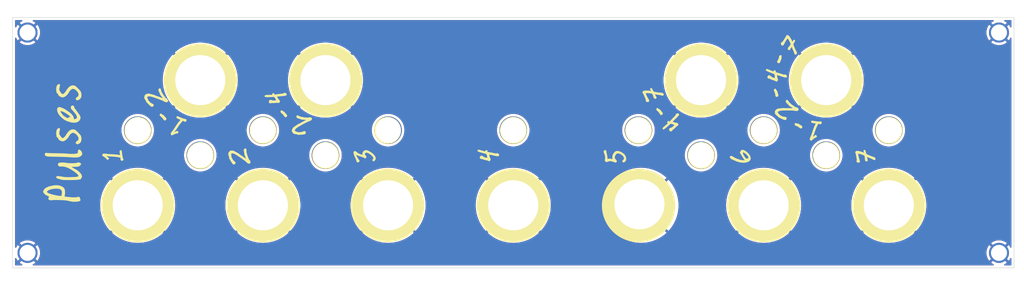
<source format=kicad_pcb>
(kicad_pcb (version 20211014) (generator pcbnew)
  (layers (0 "F.Cu" signal) (31 "B.Cu" signal) (34 "B.Paste" user) (35 "F.Paste" user) (36 "B.SilkS" user "B.Silkscreen") (37 "F.SilkS" user "F.Silkscreen") (38 "B.Mask" user) (39 "F.Mask" user) (44 "Edge.Cuts" user))
  (net 0 "")
  (net 1 "GND")
  (footprint "Kosmo_panel:Kosmo_LED_Hole" (layer "F.Cu") (at 112.5 127.5)
    (fp_text reference "H13" hide)
    (fp_text value "PULSELED" hide)
    (pad "1" thru_hole circle (at 0 0) (size 5.5 5.5) (drill 5) (layers *.Cu *.Mask))
  )
  (footprint "Kosmo_panel:Kosmo_LED_Hole" (layer "F.Cu") (at 75 122.5)
    (fp_text reference "H22" hide)
    (fp_text value "PULSELED" hide)
    (pad "1" thru_hole circle (at 0 0) (size 5.5 5.5) (drill 5) (layers *.Cu *.Mask))
  )
  (footprint "Kosmo_panel:Kosmo_Jack_Hole" (layer "F.Cu") (at 225 137.5)
    (fp_text reference "H9" hide)
    (fp_text value "PULSE1" hide)
    (pad "1" thru_hole circle (at 0 0) (size 14 14) (drill 10) (layers *.Cu *.Mask) (net 1 "GND"))
  )
  (footprint "Kosmo_panel:Kosmo_Jack_Hole" (layer "F.Cu") (at 87.5 112.5)
    (fp_text reference "H7" hide)
    (fp_text value "PULSE1" hide)
    (pad "1" thru_hole circle (at 0 0) (size 14 14) (drill 10) (layers *.Cu *.Mask) (net 1 "GND"))
  )
  (footprint "Kosmo_panel:Kosmo_Jack_Hole" (layer "F.Cu") (at 75 137.5)
    (fp_text reference "H4" hide)
    (fp_text value "PULSE1" hide)
    (pad "1" thru_hole circle (at 0 0) (size 14 14) (drill 10) (layers *.Cu *.Mask) (net 1 "GND"))
  )
  (footprint "Kosmo_panel:Kosmo_Jack_Hole" (layer "F.Cu") (at 112.5 112.5)
    (fp_text reference "H5" hide)
    (fp_text value "PULSE1" hide)
    (pad "1" thru_hole circle (at 0 0) (size 14 14) (drill 10) (layers *.Cu *.Mask) (net 1 "GND"))
  )
  (footprint "Kosmo_panel:Kosmo_Jack_Hole" (layer "F.Cu") (at 187.5 112.5)
    (fp_text reference "H20" hide)
    (fp_text value "PULSE1" hide)
    (pad "1" thru_hole circle (at 0 0) (size 14 14) (drill 10) (layers *.Cu *.Mask) (net 1 "GND"))
  )
  (footprint "Kosmo_panel:Kosmo_Jack_Hole" (layer "F.Cu") (at 100 137.5)
    (fp_text reference "H3" hide)
    (fp_text value "PULSE1" hide)
    (pad "1" thru_hole circle (at 0 0) (size 14 14) (drill 10) (layers *.Cu *.Mask) (net 1 "GND"))
  )
  (footprint "Kosmo_panel:Kosmo_LED_Hole" (layer "F.Cu") (at 212.5 127.5)
    (fp_text reference "H14" hide)
    (fp_text value "PULSELED" hide)
    (pad "1" thru_hole circle (at 0 0) (size 5.5 5.5) (drill 5) (layers *.Cu *.Mask))
  )
  (footprint "Kosmo_panel:Kosmo_LED_Hole" (layer "F.Cu") (at 87.5 127.5)
    (fp_text reference "H16" hide)
    (fp_text value "PULSELED" hide)
    (pad "1" thru_hole circle (at 0 0) (size 5.5 5.5) (drill 5) (layers *.Cu *.Mask))
  )
  (footprint "Kosmo_panel:Kosmo_LED_Hole" (layer "F.Cu") (at 125 122.5)
    (fp_text reference "H15" hide)
    (fp_text value "PULSELED" hide)
    (pad "1" thru_hole circle (at 0 0) (size 5.5 5.5) (drill 5) (layers *.Cu *.Mask))
  )
  (footprint "Kosmo_panel:Kosmo_Panel_Mounting_Hole" (layer "F.Cu") (at 53 103)
    (fp_text reference "H26" hide)
    (fp_text value "PANEL2" hide)
    (pad "1" thru_hole circle (at 0 0) (size 4 4) (drill 3.2) (layers *.Cu *.Mask) (net 1 "GND"))
  )
  (footprint "Kosmo_panel:Kosmo_Jack_Hole" (layer "F.Cu") (at 175.2 137.3)
    (fp_text reference "H18" hide)
    (fp_text value "PULSE1" hide)
    (pad "1" thru_hole circle (at 0 0) (size 14 14) (drill 10) (layers *.Cu *.Mask) (net 1 "GND"))
  )
  (footprint "Kosmo_panel:Kosmo_LED_Hole" (layer "F.Cu") (at 187.5 127.5)
    (fp_text reference "H24" hide)
    (fp_text value "PULSELED" hide)
    (pad "1" thru_hole circle (at 0 0) (size 5.5 5.5) (drill 5) (layers *.Cu *.Mask))
  )
  (footprint "Kosmo_panel:Kosmo_Panel_Mounting_Hole" (layer "F.Cu") (at 53 147)
    (fp_text reference "H2" hide)
    (fp_text value "PANEL1" hide)
    (pad "1" thru_hole circle (at 0 0) (size 4 4) (drill 3.2) (layers *.Cu *.Mask) (net 1 "GND"))
  )
  (footprint "Kosmo_panel:Kosmo_LED_Hole" (layer "F.Cu") (at 225 122.5)
    (fp_text reference "H10" hide)
    (fp_text value "PULSELED" hide)
    (pad "1" thru_hole circle (at 0 0) (size 5.5 5.5) (drill 5) (layers *.Cu *.Mask))
  )
  (footprint "Kosmo_panel:Kosmo_LED_Hole" (layer "F.Cu") (at 150 122.5)
    (fp_text reference "H21" hide)
    (fp_text value "PULSELED" hide)
    (pad "1" thru_hole circle (at 0 0) (size 5.5 5.5) (drill 5) (layers *.Cu *.Mask))
  )
  (footprint "Kosmo_panel:Kosmo_LED_Hole" (layer "F.Cu") (at 200 122.5)
    (fp_text reference "H12" hide)
    (fp_text value "PULSELED" hide)
    (pad "1" thru_hole circle (at 0 0) (size 5.5 5.5) (drill 5) (layers *.Cu *.Mask))
  )
  (footprint "Kosmo_panel:Kosmo_Jack_Hole" (layer "F.Cu") (at 200 137.5)
    (fp_text reference "H8" hide)
    (fp_text value "PULSE1" hide)
    (pad "1" thru_hole circle (at 0 0) (size 14 14) (drill 10) (layers *.Cu *.Mask) (net 1 "GND"))
  )
  (footprint "Kosmo_panel:Kosmo_Jack_Hole" (layer "F.Cu") (at 125 137.5)
    (fp_text reference "H17" hide)
    (fp_text value "PULSE1" hide)
    (pad "1" thru_hole circle (at 0 0) (size 14 14) (drill 10) (layers *.Cu *.Mask) (net 1 "GND"))
  )
  (footprint "Kosmo_panel:Kosmo_Jack_Hole" (layer "F.Cu") (at 212.5 112.5)
    (fp_text reference "H19" hide)
    (fp_text value "PULSE1" hide)
    (pad "1" thru_hole circle (at 0 0) (size 14 14) (drill 10) (layers *.Cu *.Mask) (net 1 "GND"))
  )
  (footprint "Kosmo_panel:Kosmo_LED_Hole" (layer "F.Cu") (at 100 122.5)
    (fp_text reference "H23" hide)
    (fp_text value "PULSELED" hide)
    (pad "1" thru_hole circle (at 0 0) (size 5.5 5.5) (drill 5) (layers *.Cu *.Mask))
  )
  (footprint "Kosmo_panel:Kosmo_LED_Hole" (layer "F.Cu") (at 175 122.5)
    (fp_text reference "H11" hide)
    (fp_text value "PULSELED" hide)
    (pad "1" thru_hole circle (at 0 0) (size 5.5 5.5) (drill 5) (layers *.Cu *.Mask))
  )
  (footprint "Kosmo_panel:Kosmo_Jack_Hole" (layer "F.Cu") (at 150 137.5)
    (fp_text reference "H6" hide)
    (fp_text value "PULSE1" hide)
    (pad "1" thru_hole circle (at 0 0) (size 14 14) (drill 10) (layers *.Cu *.Mask) (net 1 "GND"))
  )
  (footprint "Kosmo_panel:Kosmo_Panel_Mounting_Hole" (layer "F.Cu") (at 247 103)
    (fp_text reference "H25" hide)
    (fp_text value "PANEL4" hide)
    (pad "1" thru_hole circle (at 0 0) (size 4 4) (drill 3.2) (layers *.Cu *.Mask) (net 1 "GND"))
  )
  (footprint "Kosmo_panel:Kosmo_Panel_Mounting_Hole" (layer "F.Cu") (at 247 147)
    (fp_text reference "H1" hide)
    (fp_text value "PANEL3" hide)
    (pad "1" thru_hole circle (at 0 0) (size 4 4) (drill 3.2) (layers *.Cu *.Mask) (net 1 "GND"))
  )
  (gr_poly (pts (xy 124.900328 130.695967) (xy 125.238424 130.704346) (xy 125.574224 130.72933) (xy 125.907172 130.770687) (xy 126.236706 130.828186) (xy 126.562269 130.901595) (xy 126.883302 130.990683) (xy 127.199245 131.095218) (xy 127.509541 131.214968) (xy 127.813629 131.349704) (xy 128.110953 131.499192) (xy 128.400951 131.663201) (xy 128.683067 131.8415) (xy 128.95674 132.033857) (xy 129.221412 132.240041) (xy 129.476524 132.459821) (xy 129.721518 132.692965) (xy 129.954661 132.937959) (xy 130.174441 133.193071) (xy 130.380625 133.457743) (xy 130.572982 133.731416) (xy 130.751281 134.013532) (xy 130.915291 134.303531) (xy 131.064779 134.600854) (xy 131.199515 134.904943) (xy 131.319266 135.215238) (xy 131.423801 135.531182) (xy 131.512889 135.852214) (xy 131.586299 136.177777) (xy 131.643798 136.50731) (xy 131.685156 136.840257) (xy 131.71014 137.176056) (xy 131.718519 137.514151) (xy 131.71014 137.852246) (xy 131.685156 138.188046) (xy 131.643798 138.520993) (xy 131.586299 138.850527) (xy 131.512889 139.176089) (xy 131.423801 139.497122) (xy 131.319266 139.813065) (xy 131.199515 140.12336) (xy 131.064779 140.427449) (xy 130.915291 140.724772) (xy 130.751281 141.014771) (xy 130.572982 141.296886) (xy 130.380625 141.570559) (xy 130.174441 141.835231) (xy 129.954661 142.090343) (xy 129.721518 142.335337) (xy 129.476524 142.56848) (xy 129.221412 142.78826) (xy 128.95674 142.994444) (xy 128.683067 143.186801) (xy 128.400952 143.3651) (xy 128.110953 143.529109) (xy 127.81363 143.678597) (xy 127.509542 143.813332) (xy 127.199246 143.933083) (xy 126.883303 144.037618) (xy 126.562271 144.126706) (xy 126.236709 144.200115) (xy 125.907176 144.257614) (xy 125.574229 144.298971) (xy 125.23843 144.323955) (xy 124.900335 144.332335) (xy 124.562238 144.323955) (xy 124.226436 144.298971) (xy 123.893488 144.257614) (xy 123.563953 144.200115) (xy 123.238389 144.126706) (xy 122.917356 144.037618) (xy 122.601412 143.933083) (xy 122.291116 143.813332) (xy 121.987027 143.678597) (xy 121.689703 143.529109) (xy 121.399705 143.3651) (xy 121.117589 143.186801) (xy 120.843916 142.994444) (xy 120.579244 142.78826) (xy 120.324131 142.56848) (xy 120.079138 142.335337) (xy 119.845995 142.090343) (xy 119.626215 141.835231) (xy 119.420031 141.570559) (xy 119.227673 141.296885) (xy 119.049374 141.01477) (xy 118.885365 140.724771) (xy 118.735877 140.427448) (xy 118.601141 140.123359) (xy 118.48139 139.813063) (xy 118.376854 139.49712) (xy 118.287766 139.176088) (xy 118.214357 138.850525) (xy 118.156858 138.520991) (xy 118.1155 138.188045) (xy 118.090516 137.852245) (xy 118.082136 137.514151) (xy 118.090516 137.176056) (xy 118.1155 136.840256) (xy 118.156858 136.507309) (xy 118.214357 136.177775) (xy 118.287766 135.852212) (xy 118.376854 135.53118) (xy 118.48139 135.215237) (xy 118.601141 134.904941) (xy 118.735877 134.600852) (xy 118.885365 134.303529) (xy 119.049374 134.013531) (xy 119.227673 133.731415) (xy 119.420031 133.457742) (xy 119.626215 133.193069) (xy 119.845995 132.937957) (xy 120.079138 132.692963) (xy 120.324131 132.45982) (xy 120.579244 132.24004) (xy 120.843916 132.033856) (xy 121.117589 131.841499) (xy 121.399704 131.6632) (xy 121.689703 131.499191) (xy 121.987025 131.349703) (xy 122.291114 131.214968) (xy 122.601409 131.095217) (xy 122.917352 130.990682) (xy 123.238384 130.901594) (xy 123.563946 130.828185) (xy 123.89348 130.770686) (xy 124.226426 130.729329) (xy 124.562226 130.704345) (xy 124.90032 130.695965)) (layer "F.SilkS") (width 1) (fill solid))
  (gr_poly (pts (xy 178.789083 118.162995) (xy 178.79352 118.163572) (xy 178.798086 118.164454) (xy 178.80278 118.165642) (xy 178.807602 118.167134) (xy 178.812552 118.168931) (xy 178.817631 118.171034) (xy 178.822838 118.173441) (xy 178.828173 118.176154) (xy 178.833637 118.179172) (xy 178.839228 118.182494) (xy 178.844948 118.186122) (xy 178.856773 118.194293) (xy 178.869111 118.203684) (xy 178.881961 118.214296) (xy 178.895324 118.226128) (xy 178.909201 118.239179) (xy 178.92359 118.253452) (xy 178.935514 118.264304) (xy 178.947564 118.274821) (xy 178.959739 118.285004) (xy 178.972039 118.294851) (xy 178.984464 118.304363) (xy 178.997015 118.31354) (xy 179.00969 118.322381) (xy 179.022492 118.330888) (xy 179.035418 118.33906) (xy 179.04847 118.346896) (xy 179.061647 118.354398) (xy 179.07495 118.361564) (xy 179.088378 118.368395) (xy 179.101932 118.374891) (xy 179.115611 118.381052) (xy 179.129416 118.386878) (xy 179.140467 118.3916) (xy 179.151247 118.396456) (xy 179.161757 118.401446) (xy 179.171996 118.406569) (xy 179.181965 118.411827) (xy 179.191663 118.417219) (xy 179.20109 118.422744) (xy 179.210247 118.428403) (xy 179.219133 118.434197) (xy 179.227749 118.440124) (xy 179.236094 118.446185) (xy 179.244169 118.45238) (xy 179.251973 118.458709) (xy 179.259507 118.465172) (xy 179.266771 118.471769) (xy 179.273764 118.4785) (xy 179.286774 118.493827) (xy 179.302803 118.51334) (xy 179.32185 118.537037) (xy 179.343914 118.564919) (xy 179.397096 118.633239) (xy 179.462347 118.718299) (xy 179.474675 118.735222) (xy 179.48751 118.752512) (xy 179.514706 118.788192) (xy 179.543936 118.825339) (xy 179.575201 118.863952) (xy 179.606341 118.901691) (xy 179.635149 118.936211) (xy 179.661628 118.967511) (xy 179.685782 118.99559) (xy 179.734076 119.062549) (xy 179.741285 119.071819) (xy 179.747688 119.081243) (xy 179.753283 119.09082) (xy 179.758071 119.100551) (xy 179.762052 119.110436) (xy 179.765226 119.120473) (xy 179.767592 119.130665) (xy 179.769152 119.14101) (xy 179.769904 119.151508) (xy 179.769849 119.16216) (xy 179.768987 119.172965) (xy 179.767318 119.183924) (xy 179.764841 119.195037) (xy 179.761558 119.206303) (xy 179.757467 119.217722) (xy 179.752569 119.229295) (xy 179.748202 119.23813) (xy 179.743702 119.246694) (xy 179.739069 119.254988) (xy 179.734301 119.263011) (xy 179.7294 119.270764) (xy 179.724366 119.278246) (xy 179.719198 119.285458) (xy 179.713896 119.2924) (xy 179.70846 119.29907) (xy 179.702891 119.305471) (xy 179.697188 119.311601) (xy 179.691351 119.31746) (xy 179.68538 119.323049) (xy 179.679275 119.328368) (xy 179.673036 119.333416) (xy 179.666662 119.338193) (xy 179.658253 119.344009) (xy 179.649772 119.349387) (xy 179.641221 119.354327) (xy 179.632599 119.35883) (xy 179.623907 119.362894) (xy 179.615144 119.36652) (xy 179.606311 119.369708) (xy 179.597407 119.372458) (xy 179.588432 119.374771) (xy 179.579387 119.376645) (xy 179.570272 119.378081) (xy 179.561086 119.37908) (xy 179.55183 119.37964) (xy 179.542504 119.379763) (xy 179.533108 119.379447) (xy 179.523642 119.378694) (xy 179.514252 119.377508) (xy 179.505109 119.375901) (xy 179.496213 119.373871) (xy 179.487564 119.37142) (xy 179.479161 119.368547) (xy 179.471005 119.365252) (xy 179.463096 119.361535) (xy 179.455433 119.357397) (xy 179.448017 119.352837) (xy 179.440847 119.347854) (xy 179.433924 119.342451) (xy 179.427247 119.336625) (xy 179.420817 119.330377) (xy 179.414634 119.323708) (xy 179.408697 119.316617) (xy 179.403006 119.309104) (xy 179.399393 119.304006) (xy 179.395976 119.29901) (xy 179.392754 119.294117) (xy 179.389728 119.289327) (xy 179.386898 119.28464) (xy 179.384264 119.280056) (xy 179.381826 119.275575) (xy 179.379583 119.271197) (xy 179.377537 119.266921) (xy 179.375687 119.262749) (xy 179.374033 119.258679) (xy 179.372575 119.254713) (xy 179.371312 119.250849) (xy 179.370247 119.247088) (xy 179.369377 119.24343) (xy 179.368704 119.239875) (xy 179.366638 119.233073) (xy 179.364017 119.225755) (xy 179.36084 119.21792) (xy 179.357108 119.209569) (xy 179.352821 119.200701) (xy 179.347978 119.191316) (xy 179.34258 119.181416) (xy 179.336626 119.170998) (xy 179.330117 119.160064) (xy 179.323053 119.148613) (xy 179.315433 119.136647) (xy 179.307258 119.124163) (xy 179.289241 119.097647) (xy 179.269003 119.069064) (xy 179.205523 118.982728) (xy 179.145077 118.903991) (xy 179.087665 118.832853) (xy 179.033285 118.769313) (xy 178.981938 118.713373) (xy 178.957402 118.688252) (xy 178.933624 118.665031) (xy 178.910604 118.64371) (xy 178.888341 118.624288) (xy 178.866837 118.606766) (xy 178.84609 118.591144) (xy 178.84606 118.591142) (xy 178.823717 118.572881) (xy 178.802993 118.555166) (xy 178.783886 118.537997) (xy 178.766396 118.521374) (xy 178.750523 118.505298) (xy 178.736267 118.489768) (xy 178.729746 118.482207) (xy 178.723629 118.474784) (xy 178.717916 118.467496) (xy 178.712607 118.460346) (xy 178.701789 118.444235) (xy 178.69254 118.428095) (xy 178.688504 118.420013) (xy 178.684859 118.411924) (xy 178.681607 118.403827) (xy 178.678746 118.395723) (xy 178.676278 118.387611) (xy 178.674202 118.379492) (xy 178.672518 118.371365) (xy 178.671226 118.363231) (xy 178.670325 118.355089) (xy 178.669817 118.34694) (xy 178.669701 118.338783) (xy 178.669977 118.330618) (xy 178.670645 118.322446) (xy 178.671706 118.314267) (xy 178.673158 118.30608) (xy 178.675002 118.297885) (xy 178.677238 118.289683) (xy 178.679867 118.281473) (xy 178.682887 118.273256) (xy 178.6863 118.265031) (xy 178.690104 118.256799) (xy 178.6943 118.248559) (xy 178.70387 118.232057) (xy 178.715007 118.215525) (xy 178.727713 118.198963) (xy 178.72864 118.197381) (xy 178.72967 118.195781) (xy 178.730803 118.194164) (xy 178.732039 118.19253) (xy 178.733378 118.190877) (xy 178.73482 118.189207) (xy 178.736366 118.187519) (xy 178.738014 118.185813) (xy 178.739766 118.18409) (xy 178.741621 118.182349) (xy 178.743579 118.18059) (xy 178.745641 118.178814) (xy 178.747805 118.17702) (xy 178.750073 118.175208) (xy 178.752445 118.173378) (xy 178.754919 118.171531) (xy 178.758202 118.169362) (xy 178.761613 118.167499) (xy 178.765153 118.16594) (xy 178.76882 118.164686) (xy 178.772616 118.163738) (xy 178.77654 118.163095) (xy 178.780593 118.162756) (xy 178.784774 118.162723)) (layer "F.SilkS") (width 0.2) (fill solid))
  (gr_poly (pts (xy 79.59458 119.281947) (xy 79.599043 119.282259) (xy 79.603654 119.282869) (xy 79.60841 119.283775) (xy 79.613312 119.284978) (xy 79.61836 119.286478) (xy 79.623555 119.288275) (xy 79.628895 119.290369) (xy 79.634382 119.29276) (xy 79.640015 119.295448) (xy 79.645794 119.298433) (xy 79.651719 119.301715) (xy 79.664007 119.309169) (xy 79.67688 119.317812) (xy 79.690338 119.327641) (xy 79.704379 119.338659) (xy 79.719006 119.350864) (xy 79.734217 119.364257) (xy 79.746763 119.374382) (xy 79.759413 119.384165) (xy 79.77217 119.393607) (xy 79.785031 119.402706) (xy 79.797998 119.411463) (xy 79.81107 119.419879) (xy 79.824248 119.427952) (xy 79.837531 119.435684) (xy 79.850919 119.443074) (xy 79.864412 119.450122) (xy 79.878011 119.456828) (xy 79.891715 119.463193) (xy 79.905525 119.469215) (xy 79.91944 119.474896) (xy 79.93346 119.480235) (xy 79.947586 119.485233) (xy 79.958898 119.489291) (xy 79.969948 119.493499) (xy 79.980736 119.497856) (xy 79.991262 119.502363) (xy 80.001525 119.50702) (xy 80.011527 119.511826) (xy 80.021266 119.516782) (xy 80.030743 119.521888) (xy 80.039959 119.527144) (xy 80.048912 119.532549) (xy 80.057602 119.538103) (xy 80.066031 119.543808) (xy 80.074198 119.549662) (xy 80.082103 119.555666) (xy 80.089746 119.561819) (xy 80.097126 119.568122) (xy 80.111023 119.58265) (xy 80.12818 119.601176) (xy 80.148598 119.623701) (xy 80.172278 119.650225) (xy 80.229419 119.715268) (xy 80.299603 119.796306) (xy 80.312912 119.812467) (xy 80.326751 119.828965) (xy 80.341119 119.845798) (xy 80.356017 119.862967) (xy 80.387403 119.898313) (xy 80.420906 119.935001) (xy 80.454218 119.970825) (xy 80.485022 120.003574) (xy 80.513318 120.033247) (xy 80.539106 120.059844) (xy 80.591282 120.123821) (xy 80.599023 120.132647) (xy 80.605968 120.141674) (xy 80.612117 120.150902) (xy 80.61747 120.160332) (xy 80.622027 120.169962) (xy 80.624007 120.174853) (xy 80.625788 120.179794) (xy 80.62737 120.184785) (xy 80.628753 120.189827) (xy 80.629936 120.194919) (xy 80.630921 120.200061) (xy 80.631707 120.205253) (xy 80.632293 120.210496) (xy 80.63287 120.221132) (xy 80.63265 120.231969) (xy 80.631634 120.243008) (xy 80.629822 120.254247) (xy 80.627213 120.265688) (xy 80.623809 120.27733) (xy 80.619608 120.289173) (xy 80.615776 120.298251) (xy 80.611794 120.307067) (xy 80.607663 120.315622) (xy 80.603383 120.323914) (xy 80.598952 120.331944) (xy 80.594372 120.339712) (xy 80.589643 120.347218) (xy 80.584764 120.354462) (xy 80.579735 120.361444) (xy 80.574557 120.368164) (xy 80.56923 120.374621) (xy 80.563752 120.380817) (xy 80.558126 120.386751) (xy 80.552349 120.392423) (xy 80.546423 120.397832) (xy 80.540348 120.40298) (xy 80.532303 120.409284) (xy 80.52416 120.415155) (xy 80.515921 120.420593) (xy 80.507584 120.425599) (xy 80.499151 120.430171) (xy 80.49062 120.434311) (xy 80.481993 120.438018) (xy 80.473268 120.441292) (xy 80.464447 120.444133) (xy 80.455528 120.446541) (xy 80.446513 120.448516) (xy 80.4374 120.450059) (xy 80.42819 120.451168) (xy 80.418883 120.451845) (xy 80.40948 120.452089) (xy 80.399979 120.4519) (xy 80.390539 120.451276) (xy 80.381321 120.450217) (xy 80.372322 120.448721) (xy 80.363545 120.44679) (xy 80.354988 120.444422) (xy 80.346652 120.441618) (xy 80.338536 120.438379) (xy 80.330641 120.434703) (xy 80.322967 120.430591) (xy 80.315513 120.426043) (xy 80.30828 120.42106) (xy 80.301268 120.41564) (xy 80.294476 120.409785) (xy 80.287905 120.403493) (xy 80.281555 120.396766) (xy 80.275425 120.389602) (xy 80.271513 120.384727) (xy 80.267803 120.379942) (xy 80.264295 120.375249) (xy 80.260989 120.370647) (xy 80.257886 120.366136) (xy 80.254986 120.361716) (xy 80.252288 120.357387) (xy 80.249792 120.353149) (xy 80.247498 120.349003) (xy 80.245407 120.344947) (xy 80.243518 120.340982) (xy 80.241832 120.337109) (xy 80.240348 120.333326) (xy 80.239066 120.329634) (xy 80.237987 120.326034) (xy 80.23711 120.322525) (xy 80.23465 120.315857) (xy 80.231604 120.308707) (xy 80.227973 120.301075) (xy 80.223756 120.292959) (xy 80.218952 120.284362) (xy 80.213564 120.275281) (xy 80.207589 120.265718) (xy 80.201029 120.255672) (xy 80.193883 120.245143) (xy 80.186151 120.234132) (xy 80.177834 120.222639) (xy 80.168931 120.210662) (xy 80.149368 120.185262) (xy 80.127462 120.157932) (xy 80.058972 120.075516) (xy 79.993959 120.000506) (xy 79.932425 119.932901) (xy 79.874369 119.872702) (xy 79.819792 119.819908) (xy 79.793808 119.796288) (xy 79.768693 119.77452) (xy 79.744448 119.754602) (xy 79.721073 119.736537) (xy 79.698568 119.720322) (xy 79.676932 119.705959) (xy 79.676956 119.705962) (xy 79.653569 119.689059) (xy 79.631828 119.672604) (xy 79.611735 119.6566) (xy 79.593287 119.641045) (xy 79.576487 119.62594) (xy 79.561333 119.611284) (xy 79.547827 119.597077) (xy 79.541691 119.590143) (xy 79.535967 119.58332) (xy 79.524208 119.56788) (xy 79.518914 119.560113) (xy 79.514012 119.552316) (xy 79.5095 119.544489) (xy 79.50538 119.53663) (xy 79.50165 119.52874) (xy 79.498312 119.52082) (xy 79.495364 119.512869) (xy 79.492807 119.504888) (xy 79.490641 119.496875) (xy 79.488866 119.488832) (xy 79.487482 119.480758) (xy 79.486489 119.472653) (xy 79.485887 119.464517) (xy 79.485676 119.456351) (xy 79.485855 119.448153) (xy 79.486426 119.439925) (xy 79.487387 119.431667) (xy 79.48874 119.423377) (xy 79.490483 119.415057) (xy 79.492618 119.406706) (xy 79.495143 119.398324) (xy 79.498059 119.389911) (xy 79.501366 119.381468) (xy 79.505064 119.372994) (xy 79.513633 119.355953) (xy 79.523765 119.338789) (xy 79.535461 119.321502) (xy 79.536247 119.319871) (xy 79.537141 119.318215) (xy 79.538142 119.316536) (xy 79.539251 119.314832) (xy 79.540469 119.313104) (xy 79.541794 119.311352) (xy 79.543227 119.309576) (xy 79.544767 119.307776) (xy 79.546416 119.305951) (xy 79.548173 119.304103) (xy 79.550038 119.302229) (xy 79.55201 119.300332) (xy 79.554091 119.29841) (xy 79.556279 119.296464) (xy 79.558576 119.294494) (xy 79.56098 119.292499) (xy 79.564129 119.290139) (xy 79.567424 119.288075) (xy 79.570865 119.286309) (xy 79.574452 119.28484) (xy 79.578185 119.283667) (xy 79.582065 119.282792) (xy 79.58609 119.282213) (xy 79.590262 119.281932)) (layer "F.SilkS") (width 0.2) (fill solid))
  (gr_poly (pts (xy 195.715703 126.522239) (xy 195.724327 126.522834) (xy 195.735535 126.523826) (xy 195.749325 126.525215) (xy 195.765698 126.527001) (xy 195.784654 126.529184) (xy 195.830313 126.53474) (xy 195.86623 126.53851) (xy 195.900957 126.543471) (xy 195.934493 126.549622) (xy 195.966839 126.556965) (xy 195.982565 126.561082) (xy 195.997994 126.565497) (xy 196.013124 126.57021) (xy 196.027957 126.575221) (xy 196.042492 126.580529) (xy 196.05673 126.586135) (xy 196.070669 126.592038) (xy 196.084311 126.598239) (xy 196.098277 126.604217) (xy 196.113186 126.611039) (xy 196.145831 126.627212) (xy 196.182246 126.646758) (xy 196.222429 126.669678) (xy 196.266383 126.695971) (xy 196.314105 126.725637) (xy 196.365597 126.758676) (xy 196.420859 126.795089) (xy 196.440232 126.80831) (xy 196.460251 126.822573) (xy 196.502221 126.854224) (xy 196.546769 126.890042) (xy 196.593897 126.930027) (xy 196.643604 126.974179) (xy 196.69589 127.022498) (xy 196.750756 127.074985) (xy 196.808203 127.131639) (xy 196.862775 127.187003) (xy 196.912187 127.238795) (xy 196.956439 127.287015) (xy 196.995531 127.331663) (xy 197.029464 127.37274) (xy 197.058236 127.410244) (xy 197.070688 127.427657) (xy 197.081849 127.444177) (xy 197.09172 127.459804) (xy 197.100302 127.474538) (xy 197.15239 127.571871) (xy 197.17583 127.618529) (xy 197.197534 127.663847) (xy 197.217501 127.707826) (xy 197.235732 127.750465) (xy 197.252227 127.791765) (xy 197.266985 127.831725) (xy 197.280007 127.870346) (xy 197.291293 127.907628) (xy 197.300843 127.94357) (xy 197.308656 127.978173) (xy 197.314733 128.011436) (xy 197.319074 128.04336) (xy 197.321678 128.073944) (xy 197.322546 128.103189) (xy 197.322149 128.128291) (xy 197.320958 128.152799) (xy 197.318973 128.176711) (xy 197.316195 128.200027) (xy 197.312622 128.222748) (xy 197.308255 128.244874) (xy 197.303095 128.266405) (xy 197.29714 128.28734) (xy 197.28645 128.321843) (xy 197.273428 128.355503) (xy 197.258074 128.388319) (xy 197.240389 128.420292) (xy 197.220372 128.451422) (xy 197.198023 128.481709) (xy 197.173342 128.511152) (xy 197.14633 128.539752) (xy 197.116986 128.567508) (xy 197.08531 128.594421) (xy 197.051303 128.620491) (xy 197.014963 128.645717) (xy 196.976292 128.6701) (xy 196.935289 128.69364) (xy 196.891955 128.716336) (xy 196.846289 128.738189) (xy 196.798143 128.758182) (xy 196.748956 128.776885) (xy 196.698727 128.794298) (xy 196.647456 128.810421) (xy 196.595143 128.825254) (xy 196.541789 128.838797) (xy 196.487392 128.851051) (xy 196.431954 128.862015) (xy 196.375473 128.871688) (xy 196.317951 128.880072) (xy 196.259386 128.887166) (xy 196.19978 128.892971) (xy 196.139131 128.897485) (xy 196.077441 128.90071) (xy 196.014708 128.902644) (xy 195.950934 128.903289) (xy 195.892197 128.902694) (xy 195.83346 128.900908) (xy 195.774723 128.897932) (xy 195.715986 128.893765) (xy 195.65725 128.888407) (xy 195.598513 128.881859) (xy 195.539776 128.87412) (xy 195.481039 128.86519) (xy 195.424583 128.856062) (xy 195.363167 128.844553) (xy 195.296791 128.830662) (xy 195.225454 128.81439) (xy 195.149157 128.795737) (xy 195.067897 128.774702) (xy 194.981677 128.751287) (xy 194.890494 128.72549) (xy 194.800701 128.699594) (xy 194.721822 128.675881) (xy 194.653857 128.654351) (xy 194.596806 128.635003) (xy 194.550669 128.617838) (xy 194.515446 128.602856) (xy 194.501927 128.596184) (xy 194.491137 128.590057) (xy 194.483076 128.584476) (xy 194.477743 128.579441) (xy 194.473699 128.575993) (xy 194.467919 128.571999) (xy 194.460403 128.56746) (xy 194.45115 128.562375) (xy 194.440161 128.556744) (xy 194.427436 128.550568) (xy 194.412974 128.543846) (xy 194.396776 128.536578) (xy 194.359172 128.520406) (xy 194.314622 128.50205) (xy 194.263127 128.481512) (xy 194.204687 128.458791) (xy 194.142873 128.434185) (xy 194.087608 128.411166) (xy 194.038892 128.389735) (xy 193.996723 128.369891) (xy 193.961103 128.351635) (xy 193.932031 128.334966) (xy 193.919951 128.327227) (xy 193.909507 128.319885) (xy 193.9007 128.31294) (xy 193.89353 128.306392) (xy 193.887082 128.301778) (xy 193.880435 128.297462) (xy 193.87359 128.293444) (xy 193.866545 128.289723) (xy 193.859302 128.2863) (xy 193.851861 128.283175) (xy 193.844221 128.280347) (xy 193.836382 128.277817) (xy 193.828345 128.275585) (xy 193.820109 128.27365) (xy 193.811675 128.272013) (xy 193.803043 128.270674) (xy 193.794212 128.269632) (xy 193.785183 128.268888) (xy 193.775956 128.268442) (xy 193.766531 128.268293) (xy 193.758641 128.268094) (xy 193.750851 128.267499) (xy 193.743161 128.266507) (xy 193.735569 128.265118) (xy 193.728077 128.263332) (xy 193.720685 128.261149) (xy 193.713392 128.258569) (xy 193.706198 128.255593) (xy 193.699104 128.252219) (xy 193.692109 128.248449) (xy 193.685213 128.244282) (xy 193.678417 128.239718) (xy 193.671721 128.234757) (xy 193.665124 128.229399) (xy 193.658626 128.223644) (xy 193.652227 128.217492) (xy 193.648017 128.21268) (xy 193.643309 128.207769) (xy 193.638105 128.202758) (xy 193.632403 128.197649) (xy 193.626205 128.19244) (xy 193.61951 128.187132) (xy 193.612318 128.181724) (xy 193.60463 128.176218) (xy 193.596444 128.170612) (xy 193.587761 128.164907) (xy 193.578582 128.159103) (xy 193.568905 128.153199) (xy 193.558732 128.147196) (xy 193.548061 128.141095) (xy 193.536893 128.134893) (xy 193.525229 128.128593) (xy 193.513503 128.12202) (xy 193.502123 128.115) (xy 193.49109 128.107534) (xy 193.480402 128.099621) (xy 193.470061 128.091261) (xy 193.460067 128.082456) (xy 193.450418 128.073204) (xy 193.441116 128.063505) (xy 193.432161 128.05336) (xy 193.423552 128.042768) (xy 193.415289 128.03173) (xy 193.407372 128.020245) (xy 193.399802 128.008314) (xy 193.392579 127.995937) (xy 193.385702 127.983113) (xy 193.379171 127.969842) (xy 193.365765 127.945633) (xy 193.354146 127.923805) (xy 193.344314 127.904358) (xy 193.33627 127.887292) (xy 193.330012 127.872607) (xy 193.325542 127.860304) (xy 193.323978 127.855046) (xy 193.32286 127.850382) (xy 193.32219 127.846314) (xy 193.321966 127.842842) (xy 193.322059 127.841229) (xy 193.322338 127.839567) (xy 193.322803 127.837856) (xy 193.323454 127.836095) (xy 193.324291 127.834284) (xy 193.325314 127.832423) (xy 193.326522 127.830514) (xy 193.327917 127.828554) (xy 193.329498 127.826545) (xy 193.331264 127.824486) (xy 193.333217 127.822378) (xy 193.335355 127.82022) (xy 193.33768 127.818012) (xy 193.34019 127.815755) (xy 193.345768 127.811091) (xy 193.35209 127.80623) (xy 193.359156 127.801169) (xy 193.366965 127.795911) (xy 193.375518 127.790454) (xy 193.384815 127.784798) (xy 193.394855 127.778944) (xy 193.405639 127.772892) (xy 193.417166 127.766641) (xy 193.438398 127.756223) (xy 193.457647 127.747194) (xy 193.474911 127.739554) (xy 193.490191 127.733303) (xy 193.503487 127.728441) (xy 193.514798 127.724968) (xy 193.51971 127.723753) (xy 193.524126 127.722885) (xy 193.528046 127.722364) (xy 193.53147 127.72219) (xy 193.533454 127.722364) (xy 193.536232 127.722885) (xy 193.539804 127.723753) (xy 193.54417 127.724968) (xy 193.555282 127.728441) (xy 193.569569 127.733303) (xy 193.587031 127.739554) (xy 193.607668 127.747194) (xy 193.63148 127.756223) (xy 193.658468 127.766641) (xy 193.681189 127.776861) (xy 193.704903 127.788469) (xy 193.729608 127.801467) (xy 193.755306 127.815853) (xy 193.781996 127.831629) (xy 193.809678 127.848794) (xy 193.838352 127.867348) (xy 193.868017 127.88729) (xy 193.897683 127.907233) (xy 193.926356 127.925787) (xy 193.954038 127.942952) (xy 193.980728 127.958727) (xy 194.006426 127.973114) (xy 194.031132 127.986111) (xy 194.054846 127.99772) (xy 194.077566 128.00794) (xy 194.107829 128.022028) (xy 194.135116 128.035721) (xy 194.159425 128.049016) (xy 194.170464 128.055515) (xy 194.180758 128.061914) (xy 194.190308 128.068215) (xy 194.199113 128.074416) (xy 194.207175 128.080518) (xy 194.214492 128.086521) (xy 194.221065 128.092425) (xy 194.226894 128.098229) (xy 194.231978 128.103934) (xy 194.236319 128.10954) (xy 194.241156 128.114154) (xy 194.246142 128.11847) (xy 194.251276 128.122488) (xy 194.256558 128.126209) (xy 194.261988 128.129632) (xy 194.267567 128.132757) (xy 194.273294 128.135585) (xy 194.279169 128.138115) (xy 194.285193 128.140347) (xy 194.291365 128.142282) (xy 194.297686 128.143919) (xy 194.304155 128.145259) (xy 194.310773 128.1463) (xy 194.317539 128.147044) (xy 194.324455 128.147491) (xy 194.331518 128.14764) (xy 194.338767 128.147863) (xy 194.346213 128.148533) (xy 194.353857 128.149649) (xy 194.361699 128.151212) (xy 194.369738 128.153221) (xy 194.377975 128.155677) (xy 194.38641 128.158579) (xy 194.395043 128.161927) (xy 194.403873 128.165723) (xy 194.4129 128.169964) (xy 194.422125 128.174652) (xy 194.431547 128.179787) (xy 194.441168 128.185368) (xy 194.450985 128.191395) (xy 194.461 128.197869) (xy 194.471213 128.20479) (xy 194.483583 128.212702) (xy 194.496898 128.220565) (xy 194.511156 128.228379) (xy 194.526358 128.236143) (xy 194.542504 128.243857) (xy 194.559593 128.251522) (xy 194.577626 128.259137) (xy 194.596602 128.266702) (xy 194.616521 128.274218) (xy 194.637384 128.281684) (xy 194.65919 128.2891) (xy 194.68194 128.296468) (xy 194.730268 128.311052) (xy 194.78237 128.325439) (xy 194.839026 128.342108) (xy 194.888339 128.357189) (xy 194.93031 128.370683) (xy 194.964937 128.382589) (xy 194.992222 128.392908) (xy 195.012164 128.401639) (xy 195.019382 128.405409) (xy 195.024763 128.408783) (xy 195.02831 128.411759) (xy 195.03002 128.414338) (xy 195.031806 128.416348) (xy 195.033989 128.418406) (xy 195.039546 128.422673) (xy 195.046691 128.427137) (xy 195.055423 128.431801) (xy 195.065742 128.436662) (xy 195.077649 128.441723) (xy 195.091143 128.446981) (xy 195.106224 128.452438) (xy 195.122893 128.458094) (xy 195.141149 128.463948) (xy 195.160992 128.47) (xy 195.182423 128.476251) (xy 195.205441 128.4827) (xy 195.230046 128.489348) (xy 195.256238 128.496194) (xy 195.284018 128.503238) (xy 195.339579 128.515541) (xy 195.39514 128.527051) (xy 195.450702 128.537766) (xy 195.506264 128.547688) (xy 195.561827 128.556817) (xy 195.617391 128.565151) (xy 195.672955 128.572692) (xy 195.728522 128.579439) (xy 195.7692 128.583904) (xy 195.808687 128.587774) (xy 195.846985 128.591048) (xy 195.884092 128.593727) (xy 195.92001 128.59581) (xy 195.954737 128.597299) (xy 195.988274 128.598191) (xy 196.020621 128.598489) (xy 196.048626 128.598241) (xy 196.07549 128.597497) (xy 196.101213 128.596257) (xy 196.125795 128.59452) (xy 196.149236 128.592288) (xy 196.171535 128.58956) (xy 196.192694 128.586335) (xy 196.212711 128.582614) (xy 196.231588 128.578398) (xy 196.249324 128.573685) (xy 196.265918 128.568476) (xy 196.281372 128.562771) (xy 196.295685 128.55657) (xy 196.308857 128.549873) (xy 196.320888 128.542679) (xy 196.331778 128.53499) (xy 196.335628 128.532608) (xy 196.339229 128.530227) (xy 196.342583 128.527846) (xy 196.345688 128.525464) (xy 196.348545 128.523083) (xy 196.351153 128.520702) (xy 196.353513 128.518321) (xy 196.355625 128.515939) (xy 196.357489 128.513558) (xy 196.359104 128.511177) (xy 196.360471 128.508796) (xy 196.361589 128.506415) (xy 196.362459 128.504034) (xy 196.36308 128.501653) (xy 196.363453 128.499272) (xy 196.363577 128.49689) (xy 196.363447 128.494807) (xy 196.363056 128.492525) (xy 196.362405 128.490045) (xy 196.361493 128.487366) (xy 196.360321 128.484488) (xy 196.358889 128.481413) (xy 196.355243 128.474666) (xy 196.350555 128.467125) (xy 196.344825 128.458791) (xy 196.338054 128.449663) (xy 196.33024 128.439741) (xy 196.321385 128.429025) (xy 196.311489 128.417515) (xy 196.30055 128.405212) (xy 196.28857 128.392115) (xy 196.275547 128.378225) (xy 196.261484 128.36354) (xy 196.246378 128.348062) (xy 196.230231 128.33179) (xy 196.160776 128.261544) (xy 196.133491 128.233266) (xy 196.111166 128.209553) (xy 196.093803 128.190404) (xy 196.0814 128.175819) (xy 196.073958 128.165798) (xy 196.072098 128.162499) (xy 196.071478 128.160341) (xy 196.071707 128.160341) (xy 196.07136 128.158982) (xy 196.070318 128.156482) (xy 196.068582 128.15284) (xy 196.066151 128.148056) (xy 196.059206 128.135063) (xy 196.049482 128.117503) (xy 196.036981 128.095375) (xy 196.021702 128.068681) (xy 195.982809 128.00159) (xy 195.887503 127.849191) (xy 195.887435 127.847926) (xy 195.88723 127.846512) (xy 195.886411 127.843238) (xy 195.885045 127.839368) (xy 195.883134 127.834903) (xy 195.880677 127.829843) (xy 195.877673 127.824187) (xy 195.874123 127.817937) (xy 195.870028 127.811091) (xy 195.865386 127.803649) (xy 195.860198 127.795613) (xy 195.854464 127.786981) (xy 195.848184 127.777753) (xy 195.841358 127.767931) (xy 195.833985 127.757513) (xy 195.817602 127.734891) (xy 195.795675 127.70582) (xy 195.774344 127.675757) (xy 195.753607 127.644701) (xy 195.733465 127.612654) (xy 195.713919 127.579614) (xy 195.694967 127.545582) (xy 195.676611 127.510558) (xy 195.65885 127.474542) (xy 195.637221 127.432077) (xy 195.616782 127.39358) (xy 195.597533 127.359052) (xy 195.579476 127.328493) (xy 195.562609 127.301902) (xy 195.546933 127.27928) (xy 195.532449 127.260627) (xy 195.525653 127.252789) (xy 195.519156 127.245942) (xy 195.511588 127.238079) (xy 195.504765 127.230365) (xy 195.498686 127.2228) (xy 195.493352 127.215383) (xy 195.488761 127.208115) (xy 195.484914 127.200997) (xy 195.481811 127.194026) (xy 195.480539 127.190597) (xy 195.479452 127.187205) (xy 195.478552 127.18385) (xy 195.477837 127.180533) (xy 195.477309 127.177252) (xy 195.476966 127.174009) (xy 195.476809 127.170803) (xy 195.476838 127.167634) (xy 195.477054 127.164503) (xy 195.477455 127.161408) (xy 195.478042 127.158351) (xy 195.478815 127.155331) (xy 195.479774 127.152348) (xy 195.480918 127.149403) (xy 195.482249 127.146494) (xy 195.483766 127.143623) (xy 195.485468 127.140789) (xy 195.487356 127.137992) (xy 195.490739 127.131704) (xy 195.493737 127.12554) (xy 195.49635 127.1195) (xy 195.498579 127.113584) (xy 195.500424 127.107792) (xy 195.501884 127.102125) (xy 195.502959 127.096581) (xy 195.50365 127.091161) (xy 195.503956 127.085865) (xy 195.503877 127.080693) (xy 195.503414 127.075645) (xy 195.502567 127.070722) (xy 195.501335 127.065922) (xy 195.499718 127.061246) (xy 195.497717 127.056695) (xy 195.495331 127.052267) (xy 195.492561 127.047964) (xy 195.489406 127.043784) (xy 195.485866 127.039728) (xy 195.481942 127.035797) (xy 195.477633 127.031989) (xy 195.47294 127.028306) (xy 195.467862 127.024747) (xy 195.462399 127.021311) (xy 195.456552 127.018) (xy 195.45032 127.014812) (xy 195.443703 127.011749) (xy 195.436702 127.008809) (xy 195.429317 127.005994) (xy 195.421547 127.003303) (xy 195.413392 127.000736) (xy 195.404852 126.998292) (xy 195.404844 126.99829) (xy 195.773199 126.99829) (xy 195.77326 126.99829) (xy 195.77326 127.023691) (xy 195.774525 127.066875) (xy 195.778321 127.110705) (xy 195.784646 127.15518) (xy 195.793502 127.2003) (xy 195.804888 127.246064) (xy 195.818803 127.292474) (xy 195.835249 127.339528) (xy 195.854225 127.387228) (xy 195.875731 127.435572) (xy 195.899767 127.484562) (xy 195.926334 127.534196) (xy 195.955429 127.584475) (xy 195.987055 127.635399) (xy 196.021211 127.686968) (xy 196.057897 127.739182) (xy 196.097113 127.792041) (xy 196.130249 127.837583) (xy 196.159815 127.878957) (xy 196.185809 127.916164) (xy 196.208233 127.949204) (xy 196.227085 127.978077) (xy 196.242366 128.002782) (xy 196.254076 128.023321) (xy 196.262213 128.039691) (xy 196.268097 128.050109) (xy 196.274625 128.060726) (xy 196.281797 128.07154) (xy 196.289613 128.082554) (xy 196.298074 128.093765) (xy 196.307178 128.105176) (xy 196.316927 128.116784) (xy 196.32732 128.128591) (xy 196.338358 128.140597) (xy 196.350039 128.152801) (xy 196.362365 128.165203) (xy 196.375336 128.177804) (xy 196.38895 128.190603) (xy 196.403209 128.203601) (xy 196.418113 128.216797) (xy 196.433661 128.230192) (xy 196.462731 128.254004) (xy 196.476448 128.26472) (xy 196.489619 128.274642) (xy 196.502245 128.28377) (xy 196.514325 128.292105) (xy 196.525859 128.299645) (xy 196.536848 128.306392) (xy 196.547291 128.312345) (xy 196.557189 128.317505) (xy 196.56654 128.32187) (xy 196.575346 128.325442) (xy 196.583605 128.32822) (xy 196.591319 128.330205) (xy 196.598487 128.331395) (xy 196.605108 128.331792) (xy 196.607884 128.331724) (xy 196.610659 128.331519) (xy 196.613435 128.331178) (xy 196.616211 128.330701) (xy 196.618987 128.330087) (xy 196.621763 128.329337) (xy 196.624539 128.32845) (xy 196.627316 128.327427) (xy 196.630092 128.326267) (xy 196.632869 128.324971) (xy 196.635646 128.323539) (xy 196.638424 128.32197) (xy 196.643979 128.318423) (xy 196.649534 128.31433) (xy 196.655091 128.309691) (xy 196.660648 128.304507) (xy 196.666206 128.298777) (xy 196.671764 128.292501) (xy 196.677324 128.28568) (xy 196.682884 128.278313) (xy 196.688445 128.2704) (xy 196.694006 128.261941) (xy 196.697919 128.25579) (xy 196.701734 128.250035) (xy 196.70545 128.244677) (xy 196.709067 128.239716) (xy 196.712586 128.235152) (xy 196.716006 128.230985) (xy 196.719328 128.227215) (xy 196.722551 128.223841) (xy 196.725677 128.220865) (xy 196.728703 128.218285) (xy 196.731632 128.216102) (xy 196.734462 128.214316) (xy 196.737195 128.212927) (xy 196.739829 128.211935) (xy 196.742365 128.21134) (xy 196.744803 128.211141) (xy 196.74604 128.210785) (xy 196.747376 128.210515) (xy 196.748812 128.210333) (xy 196.750347 128.210237) (xy 196.751982 128.210229) (xy 196.753716 128.210307) (xy 196.757483 128.210726) (xy 196.761647 128.211492) (xy 196.766209 128.212606) (xy 196.771168 128.214068) (xy 196.776526 128.215879) (xy 196.782281 128.218037) (xy 196.788433 128.220543) (xy 196.794983 128.223398) (xy 196.801931 128.226601) (xy 196.809277 128.230151) (xy 196.817021 128.23405) (xy 196.825162 128.238296) (xy 196.8337 128.242891) (xy 196.847502 128.25182) (xy 196.860307 128.259559) (xy 196.866336 128.262982) (xy 196.872117 128.266108) (xy 196.877647 128.268935) (xy 196.882929 128.271465) (xy 196.887961 128.273698) (xy 196.892744 128.275632) (xy 196.897278 128.277269) (xy 196.901562 128.278609) (xy 196.905597 128.279651) (xy 196.909383 128.280395) (xy 196.912918 128.280841) (xy 196.916205 128.28099) (xy 196.919379 128.280835) (xy 196.922553 128.28037) (xy 196.925728 128.279595) (xy 196.928902 128.27851) (xy 196.932077 128.277114) (xy 196.935252 128.275409) (xy 196.938427 128.273394) (xy 196.941601 128.271068) (xy 196.944776 128.268433) (xy 196.947951 128.265487) (xy 196.951126 128.262231) (xy 196.954301 128.258665) (xy 196.957476 128.25479) (xy 196.960651 128.250604) (xy 196.963826 128.246108) (xy 196.967001 128.241302) (xy 196.970176 128.236186) (xy 196.973351 128.23076) (xy 196.976526 128.225024) (xy 196.979701 128.218978) (xy 196.982876 128.212622) (xy 196.986051 128.205955) (xy 196.992401 128.191693) (xy 196.99875 128.17619) (xy 197.0051 128.159446) (xy 197.011449 128.141463) (xy 197.017798 128.122239) (xy 197.020874 128.114947) (xy 197.023752 128.107357) (xy 197.026432 128.099469) (xy 197.028913 128.091284) (xy 197.031195 128.0828) (xy 197.033279 128.07402) (xy 197.035165 128.064941) (xy 197.036852 128.055565) (xy 197.038341 128.045891) (xy 197.039631 128.03592) (xy 197.040722 128.025651) (xy 197.041616 128.015084) (xy 197.04231 128.004219) (xy 197.042807 127.993057) (xy 197.043104 127.981598) (xy 197.043204 127.96984) (xy 197.042906 127.948632) (xy 197.042013 127.927871) (xy 197.040524 127.907556) (xy 197.03844 127.887687) (xy 197.035761 127.868265) (xy 197.032486 127.84929) (xy 197.028616 127.830761) (xy 197.024151 127.812678) (xy 197.01909 127.795042) (xy 197.013435 127.777853) (xy 197.007184 127.76111) (xy 197.000337 127.744813) (xy 196.992896 127.728963) (xy 196.98486 127.713559) (xy 196.976228 127.698602) (xy 196.967001 127.684091) (xy 196.95618 127.6671) (xy 196.944368 127.649464) (xy 196.931564 127.631183) (xy 196.917769 127.612257) (xy 196.887204 127.57247) (xy 196.852675 127.530104) (xy 196.81418 127.485157) (xy 196.771719 127.437631) (xy 196.725293 127.387526) (xy 196.674902 127.33484) (xy 196.624699 127.283742) (xy 196.578861 127.238399) (xy 196.537387 127.198811) (xy 196.500279 127.164977) (xy 196.467535 127.136898) (xy 196.439157 127.114574) (xy 196.426605 127.10557) (xy 196.415145 127.098005) (xy 196.404776 127.091878) (xy 196.395498 127.08719) (xy 196.383047 127.082378) (xy 196.371091 127.077467) (xy 196.359632 127.072456) (xy 196.348669 127.067346) (xy 196.338202 127.062137) (xy 196.328231 127.056829) (xy 196.318757 127.051422) (xy 196.309778 127.045915) (xy 196.301296 127.040309) (xy 196.293309 127.034605) (xy 196.285819 127.0288) (xy 196.278825 127.022897) (xy 196.272326 127.016894) (xy 196.266323 127.010792) (xy 196.260816 127.004591) (xy 196.255804 126.99829) (xy 196.249108 126.991866) (xy 196.241717 126.985293) (xy 196.233632 126.978571) (xy 196.224851 126.9717) (xy 196.215376 126.96468) (xy 196.205206 126.957511) (xy 196.194341 126.950194) (xy 196.182781 126.942728) (xy 196.170527 126.935113) (xy 196.157578 126.927349) (xy 196.143935 126.919437) (xy 196.129597 126.911375) (xy 196.114564 126.903165) (xy 196.098837 126.894806) (xy 196.065298 126.877641) (xy 196.031567 126.86127) (xy 196.000216 126.847081) (xy 195.971245 126.835075) (xy 195.944655 126.825253) (xy 195.932252 126.82116) (xy 195.920445 126.817613) (xy 195.909232 126.814611) (xy 195.898615 126.812156) (xy 195.888593 126.810246) (xy 195.879166 126.808882) (xy 195.870334 126.808063) (xy 195.862097 126.80779) (xy 195.855121 126.807914) (xy 195.848493 126.808286) (xy 195.842212 126.808907) (xy 195.836279 126.809775) (xy 195.830694 126.810891) (xy 195.825456 126.812255) (xy 195.820566 126.813867) (xy 195.816023 126.815728) (xy 195.811828 126.817836) (xy 195.807981 126.820193) (xy 195.804481 126.822797) (xy 195.801329 126.82565) (xy 195.798524 126.82875) (xy 195.796067 126.832099) (xy 195.793958 126.835695) (xy 195.792196 126.83954) (xy 195.790634 126.843881) (xy 195.789121 126.848966) (xy 195.787658 126.854794) (xy 195.786245 126.861368) (xy 195.784883 126.868685) (xy 195.78357 126.876747) (xy 195.782308 126.885552) (xy 195.781096 126.895102) (xy 195.778821 126.916434) (xy 195.776747 126.940743) (xy 195.774873 126.968028) (xy 195.773199 126.99829) (xy 195.404844 126.99829) (xy 195.32865 126.979242) (xy 195.392157 126.909391) (xy 195.400621 126.899221) (xy 195.40854 126.889349) (xy 195.415912 126.879774) (xy 195.422738 126.870497) (xy 195.429018 126.861518) (xy 195.434752 126.852836) (xy 195.43994 126.844452) (xy 195.444582 126.836366) (xy 195.448678 126.828577) (xy 195.452228 126.821086) (xy 195.455231 126.813893) (xy 195.457689 126.806997) (xy 195.4596 126.800399) (xy 195.460965 126.794098) (xy 195.461784 126.788095) (xy 195.462057 126.78239) (xy 195.462429 126.773559) (xy 195.463545 126.76453) (xy 195.465405 126.755303) (xy 195.468008 126.745877) (xy 195.471355 126.736253) (xy 195.475446 126.72643) (xy 195.480281 126.716409) (xy 195.485859 126.706189) (xy 195.492181 126.695771) (xy 195.499247 126.685155) (xy 195.507056 126.67434) (xy 195.515609 126.663327) (xy 195.524906 126.652115) (xy 195.534946 126.640705) (xy 195.54573 126.629097) (xy 195.557257 126.61729) (xy 195.56827 126.605756) (xy 195.579084 126.594966) (xy 195.5897 126.58492) (xy 195.600118 126.575618) (xy 195.610337 126.567061) (xy 195.620358 126.559248) (xy 195.630181 126.552178) (xy 195.639805 126.545853) (xy 195.649231 126.540272) (xy 195.658459 126.535435) (xy 195.667488 126.531342) (xy 195.676319 126.527994) (xy 195.684952 126.525389) (xy 195.693387 126.523529) (xy 195.701623 126.522413) (xy 195.709662 126.522041)) (layer "F.SilkS") (width 0.2) (fill solid))
  (gr_poly (pts (xy 200.131334 120.364762) (xy 200.238674 120.372748) (xy 200.345103 120.385968) (xy 200.45044 120.404348) (xy 200.554508 120.427814) (xy 200.657127 120.456292) (xy 200.75812 120.489707) (xy 200.857308 120.527986) (xy 200.954511 120.571056) (xy 201.049552 120.618841) (xy 201.142252 120.671268) (xy 201.232432 120.728262) (xy 201.319914 120.789751) (xy 201.404519 120.855659) (xy 201.486068 120.925914) (xy 201.564383 121.00044) (xy 201.63891 121.078754) (xy 201.709165 121.160303) (xy 201.775074 121.244908) (xy 201.836564 121.33239) (xy 201.893559 121.42257) (xy 201.945987 121.515271) (xy 201.993773 121.610313) (xy 202.036843 121.707517) (xy 202.075122 121.806706) (xy 202.108539 121.9077) (xy 202.137017 122.010321) (xy 202.160483 122.11439) (xy 202.178864 122.219728) (xy 202.192084 122.326157) (xy 202.200071 122.433499) (xy 202.202749 122.541574) (xy 202.200071 122.649648) (xy 202.192084 122.756989) (xy 202.178864 122.863418) (xy 202.160483 122.968756) (xy 202.137017 123.072825) (xy 202.108539 123.175445) (xy 202.075122 123.276439) (xy 202.036843 123.375627) (xy 201.993773 123.472832) (xy 201.945987 123.567873) (xy 201.893559 123.660574) (xy 201.836564 123.750754) (xy 201.775074 123.838236) (xy 201.709165 123.922841) (xy 201.63891 124.00439) (xy 201.564383 124.082704) (xy 201.486068 124.15723) (xy 201.404519 124.227485) (xy 201.319914 124.293393) (xy 201.232432 124.354882) (xy 201.142252 124.411876) (xy 201.049551 124.464303) (xy 200.95451 124.512088) (xy 200.857306 124.555157) (xy 200.758117 124.593437) (xy 200.657123 124.626852) (xy 200.554503 124.65533) (xy 200.450433 124.678795) (xy 200.345094 124.697175) (xy 200.238664 124.710395) (xy 200.131322 124.718381) (xy 200.023245 124.721059) (xy 200.02323 124.721061) (xy 199.915156 124.718383) (xy 199.807815 124.710396) (xy 199.701387 124.697176) (xy 199.59605 124.678796) (xy 199.491982 124.655331) (xy 199.389363 124.626853) (xy 199.28837 124.593438) (xy 199.189182 124.555159) (xy 199.091979 124.512089) (xy 198.996938 124.464305) (xy 198.904238 124.411878) (xy 198.814058 124.354883) (xy 198.726576 124.293395) (xy 198.641971 124.227486) (xy 198.560422 124.157232) (xy 198.482107 124.082706) (xy 198.40758 124.004392) (xy 198.337325 123.922843) (xy 198.271416 123.838238) (xy 198.209926 123.750756) (xy 198.152931 123.660575) (xy 198.100503 123.567874) (xy 198.052717 123.472832) (xy 198.009647 123.375628) (xy 197.971368 123.276439) (xy 197.937951 123.175445) (xy 197.909473 123.072824) (xy 197.886007 122.968755) (xy 197.867626 122.863416) (xy 197.854406 122.756987) (xy 197.846419 122.649645) (xy 197.843741 122.54157) (xy 197.846419 122.433496) (xy 197.854406 122.326155) (xy 197.867626 122.219726) (xy 197.886007 122.114388) (xy 197.909473 122.010319) (xy 197.937951 121.907699) (xy 197.971368 121.806705) (xy 198.009647 121.707517) (xy 198.052717 121.610312) (xy 198.100503 121.515271) (xy 198.152931 121.42257) (xy 198.209926 121.33239) (xy 198.271416 121.244908) (xy 198.337325 121.160303) (xy 198.40758 121.078754) (xy 198.482107 121.00044) (xy 198.560422 120.925914) (xy 198.641971 120.855659) (xy 198.726576 120.789751) (xy 198.814058 120.728262) (xy 198.904239 120.671268) (xy 198.996939 120.618841) (xy 199.091981 120.571056) (xy 199.189186 120.527986) (xy 199.288375 120.489707) (xy 199.38937 120.456292) (xy 199.491992 120.427814) (xy 199.596063 120.404348) (xy 199.701404 120.385968) (xy 199.807836 120.372748) (xy 199.915181 120.364762) (xy 200.02326 120.362083)) (layer "F.SilkS") (width 1) (fill solid))
  (gr_poly (pts (xy 187.631334 125.364761) (xy 187.738675 125.372748) (xy 187.845103 125.385968) (xy 187.95044 125.404348) (xy 188.054508 125.427814) (xy 188.157127 125.456291) (xy 188.25812 125.489707) (xy 188.357308 125.527986) (xy 188.454511 125.571056) (xy 188.549552 125.618841) (xy 188.642252 125.671268) (xy 188.732432 125.728262) (xy 188.819914 125.789751) (xy 188.904519 125.855659) (xy 188.986068 125.925914) (xy 189.064383 126.00044) (xy 189.13891 126.078754) (xy 189.209165 126.160303) (xy 189.275074 126.244908) (xy 189.336563 126.33239) (xy 189.393559 126.42257) (xy 189.445987 126.515271) (xy 189.493773 126.610313) (xy 189.536842 126.707517) (xy 189.575123 126.806706) (xy 189.608539 126.9077) (xy 189.637017 127.010321) (xy 189.660483 127.11439) (xy 189.678864 127.219728) (xy 189.692084 127.326157) (xy 189.700071 127.433499) (xy 189.702749 127.541574) (xy 189.700071 127.649648) (xy 189.692084 127.756989) (xy 189.678864 127.863418) (xy 189.660483 127.968756) (xy 189.637017 128.072825) (xy 189.608539 128.175445) (xy 189.575123 128.276439) (xy 189.536842 128.375627) (xy 189.493773 128.472832) (xy 189.445987 128.567873) (xy 189.393559 128.660574) (xy 189.336563 128.750754) (xy 189.275074 128.838236) (xy 189.209165 128.922841) (xy 189.13891 129.00439) (xy 189.064383 129.082704) (xy 188.986068 129.15723) (xy 188.904519 129.227485) (xy 188.819914 129.293393) (xy 188.732432 129.354882) (xy 188.642252 129.411876) (xy 188.549551 129.464303) (xy 188.45451 129.512088) (xy 188.357306 129.555157) (xy 188.258117 129.593437) (xy 188.157123 129.626852) (xy 188.054503 129.655329) (xy 187.950433 129.678795) (xy 187.845095 129.697175) (xy 187.738664 129.710395) (xy 187.631322 129.718381) (xy 187.523245 129.721059) (xy 187.52323 129.721061) (xy 187.415156 129.718383) (xy 187.307815 129.710396) (xy 187.201387 129.697176) (xy 187.09605 129.678796) (xy 186.991983 129.655331) (xy 186.889363 129.626853) (xy 186.78837 129.593438) (xy 186.689182 129.555159) (xy 186.591979 129.51209) (xy 186.496938 129.464305) (xy 186.404238 129.411878) (xy 186.314058 129.354883) (xy 186.226576 129.293395) (xy 186.141971 129.227486) (xy 186.060422 129.157232) (xy 185.982107 129.082706) (xy 185.90758 129.004392) (xy 185.837325 128.922843) (xy 185.771416 128.838238) (xy 185.709927 128.750756) (xy 185.652931 128.660575) (xy 185.600503 128.567874) (xy 185.552718 128.472832) (xy 185.509648 128.375628) (xy 185.471367 128.276439) (xy 185.437951 128.175445) (xy 185.409473 128.072824) (xy 185.386007 127.968755) (xy 185.367626 127.863416) (xy 185.354406 127.756987) (xy 185.346419 127.649645) (xy 185.343741 127.54157) (xy 185.346419 127.433496) (xy 185.354406 127.326155) (xy 185.367626 127.219726) (xy 185.386007 127.114388) (xy 185.409473 127.010319) (xy 185.437951 126.907699) (xy 185.471367 126.806705) (xy 185.509648 126.707517) (xy 185.552718 126.610312) (xy 185.600503 126.515271) (xy 185.652931 126.42257) (xy 185.709927 126.33239) (xy 185.771416 126.244908) (xy 185.837325 126.160303) (xy 185.90758 126.078754) (xy 185.982107 126.00044) (xy 186.060422 125.925914) (xy 186.141971 125.855659) (xy 186.226576 125.789751) (xy 186.314058 125.728262) (xy 186.404239 125.671268) (xy 186.496939 125.618841) (xy 186.591981 125.571056) (xy 186.689186 125.527986) (xy 186.788375 125.489707) (xy 186.88937 125.456291) (xy 186.991992 125.427814) (xy 187.096063 125.404348) (xy 187.201404 125.385968) (xy 187.307836 125.372748) (xy 187.415181 125.364761) (xy 187.52326 125.362083)) (layer "F.SilkS") (width 1) (fill solid))
  (gr_poly (pts (xy 150.131319 120.364762) (xy 150.23866 120.372748) (xy 150.345088 120.385968) (xy 150.450426 120.404348) (xy 150.554494 120.427814) (xy 150.657114 120.456292) (xy 150.758108 120.489707) (xy 150.857296 120.527986) (xy 150.9545 120.571056) (xy 151.049542 120.618841) (xy 151.142243 120.671268) (xy 151.232423 120.728262) (xy 151.319906 120.789751) (xy 151.404511 120.855659) (xy 151.48606 120.925914) (xy 151.564375 121.00044) (xy 151.638902 121.078754) (xy 151.709157 121.160303) (xy 151.775066 121.244908) (xy 151.836555 121.33239) (xy 151.89355 121.42257) (xy 151.945977 121.515271) (xy 151.993762 121.610313) (xy 152.036831 121.707517) (xy 152.07511 121.806706) (xy 152.108526 121.9077) (xy 152.137004 122.010321) (xy 152.160469 122.11439) (xy 152.178849 122.219728) (xy 152.192069 122.326157) (xy 152.200056 122.433499) (xy 152.202734 122.541574) (xy 152.200056 122.649648) (xy 152.192069 122.756989) (xy 152.178849 122.863418) (xy 152.160469 122.968756) (xy 152.137004 123.072825) (xy 152.108526 123.175445) (xy 152.07511 123.276439) (xy 152.036831 123.375627) (xy 151.993762 123.472832) (xy 151.945977 123.567873) (xy 151.89355 123.660574) (xy 151.836555 123.750754) (xy 151.775066 123.838236) (xy 151.709157 123.922841) (xy 151.638902 124.00439) (xy 151.564375 124.082704) (xy 151.48606 124.15723) (xy 151.404511 124.227485) (xy 151.319906 124.293393) (xy 151.232423 124.354882) (xy 151.142243 124.411876) (xy 151.049542 124.464303) (xy 150.9545 124.512088) (xy 150.857296 124.555157) (xy 150.758108 124.593437) (xy 150.657114 124.626852) (xy 150.554494 124.65533) (xy 150.450426 124.678795) (xy 150.345088 124.697175) (xy 150.23866 124.710395) (xy 150.131319 124.718381) (xy 150.023245 124.721059) (xy 150.023245 124.721061) (xy 149.915171 124.718383) (xy 149.80783 124.710396) (xy 149.701402 124.697176) (xy 149.596064 124.678796) (xy 149.491996 124.655331) (xy 149.389376 124.626853) (xy 149.288382 124.593438) (xy 149.189194 124.555159) (xy 149.09199 124.512089) (xy 148.996948 124.464305) (xy 148.904247 124.411878) (xy 148.814067 124.354883) (xy 148.726584 124.293395) (xy 148.641979 124.227486) (xy 148.56043 124.157232) (xy 148.482115 124.082706) (xy 148.407588 124.004392) (xy 148.337333 123.922843) (xy 148.271424 123.838238) (xy 148.209935 123.750756) (xy 148.15294 123.660575) (xy 148.100513 123.567874) (xy 148.052728 123.472832) (xy 148.009659 123.375628) (xy 147.97138 123.276439) (xy 147.937964 123.175445) (xy 147.909487 123.072824) (xy 147.886021 122.968755) (xy 147.867641 122.863416) (xy 147.854421 122.756987) (xy 147.846434 122.649645) (xy 147.843756 122.54157) (xy 147.846434 122.433496) (xy 147.854421 122.326155) (xy 147.867641 122.219726) (xy 147.886021 122.114388) (xy 147.909487 122.010319) (xy 147.937964 121.907699) (xy 147.97138 121.806705) (xy 148.009659 121.707517) (xy 148.052728 121.610312) (xy 148.100513 121.515271) (xy 148.15294 121.42257) (xy 148.209935 121.33239) (xy 148.271424 121.244908) (xy 148.337333 121.160303) (xy 148.407588 121.078754) (xy 148.482115 121.00044) (xy 148.56043 120.925914) (xy 148.641979 120.855659) (xy 148.726584 120.789751) (xy 148.814067 120.728262) (xy 148.904247 120.671268) (xy 148.996948 120.618841) (xy 149.09199 120.571056) (xy 149.189194 120.527986) (xy 149.288382 120.489707) (xy 149.389376 120.456292) (xy 149.491996 120.427814) (xy 149.596064 120.404348) (xy 149.701402 120.385968) (xy 149.80783 120.372748) (xy 149.915171 120.364762) (xy 150.023245 120.362083)) (layer "F.SilkS") (width 1) (fill solid))
  (gr_poly (pts (xy 59.310565 113.385886) (xy 59.3146 113.386217) (xy 59.318502 113.386768) (xy 59.322272 113.38754) (xy 59.325911 113.388532) (xy 59.329416 113.389745) (xy 59.33279 113.391178) (xy 59.336031 113.392831) (xy 59.33914 113.394705) (xy 59.342116 113.3968) (xy 59.34496 113.399115) (xy 59.347672 113.401651) (xy 59.350252 113.404406) (xy 59.3527 113.407383) (xy 59.355014 113.41058) (xy 59.357197 113.413998) (xy 59.359248 113.417636) (xy 59.361166 113.421494) (xy 59.362952 113.425573) (xy 59.364606 113.429872) (xy 59.366127 113.434392) (xy 59.367516 113.439133) (xy 59.368773 113.444094) (xy 59.369897 113.449275) (xy 59.370889 113.454677) (xy 59.371749 113.460299) (xy 59.372477 113.466142) (xy 59.373072 113.472206) (xy 59.373535 113.47849) (xy 59.373866 113.484994) (xy 59.374064 113.491719) (xy 59.37413 113.498664) (xy 59.373822 113.508498) (xy 59.372896 113.521065) (xy 59.369192 113.554403) (xy 59.363018 113.598676) (xy 59.354375 113.653886) (xy 59.343262 113.720032) (xy 59.32968 113.797115) (xy 59.313629 113.885133) (xy 59.295108 113.984088) (xy 59.281879 114.036476) (xy 59.270413 114.086394) (xy 59.260712 114.133843) (xy 59.252774 114.178822) (xy 59.2466 114.221331) (xy 59.242191 114.261372) (xy 59.239545 114.298943) (xy 59.238663 114.334045) (xy 59.238795 114.345378) (xy 59.239192 114.356799) (xy 59.239853 114.368308) (xy 59.24078 114.379906) (xy 59.24197 114.391591) (xy 59.243425 114.403365) (xy 59.247129 114.427177) (xy 59.251892 114.451342) (xy 59.257713 114.47586) (xy 59.264592 114.500731) (xy 59.27253 114.525955) (xy 59.286244 114.563129) (xy 59.301987 114.601273) (xy 59.319758 114.640387) (xy 59.339557 114.680472) (xy 59.361385 114.721526) (xy 59.385242 114.76355) (xy 59.411127 114.806545) (xy 59.439041 114.85051) (xy 59.468983 114.895445) (xy 59.500953 114.94135) (xy 59.534952 114.988225) (xy 59.57098 115.036071) (xy 59.609036 115.084887) (xy 59.64912 115.134673) (xy 59.691233 115.185429) (xy 59.735375 115.237155) (xy 59.752043 115.254926) (xy 59.768183 115.271551) (xy 59.783793 115.287029) (xy 59.798875 115.30136) (xy 59.813427 115.314545) (xy 59.82745 115.326584) (xy 59.840943 115.337476) (xy 59.853908 115.347221) (xy 59.866343 115.35582) (xy 59.87825 115.363273) (xy 59.889627 115.369579) (xy 59.900475 115.374738) (xy 59.910794 115.378751) (xy 59.920583 115.381617) (xy 59.929844 115.383337) (xy 59.938575 115.38391) (xy 59.95251 115.383734) (xy 59.966092 115.383205) (xy 59.979321 115.382322) (xy 59.992198 115.381087) (xy 60.004721 115.379499) (xy 60.016892 115.377559) (xy 60.02871 115.375265) (xy 60.040175 115.372619) (xy 60.064175 115.367107) (xy 60.088197 115.360448) (xy 60.112241 115.352643) (xy 60.136307 115.343691) (xy 60.160395 115.333593) (xy 60.184505 115.322348) (xy 60.232792 115.296419) (xy 60.281167 115.265904) (xy 60.32963 115.230803) (xy 60.378181 115.191115) (xy 60.42682 115.146841) (xy 60.475548 115.097982) (xy 60.524364 115.044536) (xy 60.573268 114.986504) (xy 60.62226 114.923885) (xy 60.67134 114.856681) (xy 60.720508 114.784891) (xy 60.769765 114.708514) (xy 60.81911 114.627551) (xy 60.892841 114.508621) (xy 60.967277 114.397363) (xy 61.042418 114.293778) (xy 61.118265 114.197867) (xy 61.194818 114.109628) (xy 61.272077 114.029062) (xy 61.35004 113.956169) (xy 61.42871 113.890949) (xy 61.508085 113.833402) (xy 61.588165 113.783528) (xy 61.668951 113.741327) (xy 61.750443 113.706799) (xy 61.83264 113.679944) (xy 61.915543 113.660761) (xy 61.999152 113.649252) (xy 62.083466 113.645416) (xy 62.112967 113.645945) (xy 62.142203 113.647532) (xy 62.171175 113.650178) (xy 62.199883 113.653882) (xy 62.228325 113.658645) (xy 62.256504 113.664465) (xy 62.284417 113.671345) (xy 62.312066 113.679282) (xy 62.339451 113.688278) (xy 62.366571 113.698332) (xy 62.393426 113.709445) (xy 62.420017 113.721616) (xy 62.446343 113.734845) (xy 62.472404 113.749133) (xy 62.498201 113.764479) (xy 62.523733 113.780883) (xy 62.541769 113.792128) (xy 62.562009 113.806107) (xy 62.584455 113.82282) (xy 62.609105 113.842266) (xy 62.63596 113.864447) (xy 62.66502 113.889362) (xy 62.696285 113.917011) (xy 62.729755 113.947394) (xy 62.803309 114.016362) (xy 62.885683 114.096266) (xy 62.976876 114.187107) (xy 63.076889 114.288883) (xy 63.173021 114.391188) (xy 63.258217 114.483615) (xy 63.332477 114.566165) (xy 63.3958 114.638837) (xy 63.448188 114.701632) (xy 63.489639 114.754548) (xy 63.520155 114.797588) (xy 63.531311 114.815403) (xy 63.539734 114.830749) (xy 63.549435 114.849622) (xy 63.558784 114.869554) (xy 63.567779 114.890544) (xy 63.576422 114.912593) (xy 63.584712 114.9357) (xy 63.59265 114.959865) (xy 63.600234 114.985089) (xy 63.607466 115.011371) (xy 63.614345 115.038711) (xy 63.620872 115.06711) (xy 63.627045 115.096567) (xy 63.632866 115.127082) (xy 63.638335 115.158656) (xy 63.64345 115.191288) (xy 63.648213 115.224978) (xy 63.652623 115.259727) (xy 63.662502 115.333104) (xy 63.666383 115.36556) (xy 63.669559 115.395193) (xy 63.672028 115.422004) (xy 63.673792 115.445993) (xy 63.674851 115.467159) (xy 63.675203 115.485503) (xy 63.673131 115.565672) (xy 63.666913 115.64249) (xy 63.65655 115.715956) (xy 63.642042 115.786071) (xy 63.623389 115.852834) (xy 63.600591 115.916246) (xy 63.573648 115.976306) (xy 63.542559 116.033015) (xy 63.507326 116.086373) (xy 63.467947 116.136379) (xy 63.424423 116.183034) (xy 63.376754 116.226338) (xy 63.32494 116.26629) (xy 63.26898 116.302891) (xy 63.208875 116.33614) (xy 63.144626 116.366039) (xy 63.108995 116.379266) (xy 63.075481 116.39073) (xy 63.044084 116.40043) (xy 63.014803 116.408367) (xy 62.987639 116.41454) (xy 62.962592 116.41895) (xy 62.950863 116.420493) (xy 62.939662 116.421595) (xy 62.928991 116.422257) (xy 62.918848 116.422477) (xy 62.90359 116.421948) (xy 62.888862 116.420361) (xy 62.874663 116.417715) (xy 62.867761 116.415995) (xy 62.860992 116.414011) (xy 62.854356 116.411762) (xy 62.847851 116.409248) (xy 62.841479 116.40647) (xy 62.835239 116.403427) (xy 62.829132 116.40012) (xy 62.823157 116.396548) (xy 62.817314 116.392712) (xy 62.811603 116.388611) (xy 62.806025 116.384245) (xy 62.800579 116.379615) (xy 62.790084 116.369561) (xy 62.780118 116.358448) (xy 62.770681 116.346277) (xy 62.761774 116.333048) (xy 62.753395 116.31876) (xy 62.745546 116.303414) (xy 62.738226 116.28701) (xy 62.73558 116.275941) (xy 62.733287 116.265314) (xy 62.731346 116.255128) (xy 62.729758 116.245382) (xy 62.728523 116.236078) (xy 62.727641 116.227215) (xy 62.727112 116.218792) (xy 62.726936 116.210811) (xy 62.727112 116.203271) (xy 62.727641 116.196171) (xy 62.728523 116.189513) (xy 62.729758 116.183295) (xy 62.731346 116.177518) (xy 62.733287 116.172182) (xy 62.73558 116.167288) (xy 62.738226 116.162834) (xy 62.739946 116.158379) (xy 62.742283 116.153485) (xy 62.745238 116.148148) (xy 62.74881 116.142372) (xy 62.752999 116.136154) (xy 62.757806 116.129495) (xy 62.76323 116.122395) (xy 62.769271 116.114854) (xy 62.77593 116.106872) (xy 62.783206 116.09845) (xy 62.791099 116.089586) (xy 62.79961 116.080282) (xy 62.808738 116.070536) (xy 62.818483 116.06035) (xy 62.828846 116.049722) (xy 62.839826 116.038654) (xy 62.874751 116.009549) (xy 62.906148 115.984325) (xy 62.934017 115.962982) (xy 62.958359 115.945519) (xy 62.969207 115.938243) (xy 62.979173 115.931937) (xy 62.988257 115.926601) (xy 62.996459 115.922235) (xy 63.003779 115.91884) (xy 63.010217 115.916414) (xy 63.015773 115.914959) (xy 63.020448 115.914474) (xy 63.027372 115.914386) (xy 63.034031 115.914121) (xy 63.040425 115.91368) (xy 63.046555 115.913063) (xy 63.05242 115.912269) (xy 63.058021 115.911299) (xy 63.063357 115.910152) (xy 63.068428 115.908829) (xy 63.073234 115.90733) (xy 63.077776 115.905654) (xy 63.082053 115.903802) (xy 63.086065 115.901773) (xy 63.089813 115.899568) (xy 63.093296 115.897187) (xy 63.096514 115.894629) (xy 63.099467 115.891895) (xy 63.105818 115.88184) (xy 63.113579 115.86861) (xy 63.122752 115.852206) (xy 63.133335 115.832626) (xy 63.145329 115.809872) (xy 63.158734 115.783943) (xy 63.17355 115.754839) (xy 63.189777 115.72256) (xy 63.21359 115.665058) (xy 63.234227 115.611083) (xy 63.25169 115.560636) (xy 63.265977 115.513717) (xy 63.27709 115.470325) (xy 63.281455 115.449952) (xy 63.285027 115.430461) (xy 63.287805 115.411852) (xy 63.28979 115.394125) (xy 63.29098 115.377279) (xy 63.291377 115.361316) (xy 63.29076 115.341119) (xy 63.288908 115.32004) (xy 63.285821 115.29808) (xy 63.281499 115.275237) (xy 63.275943 115.251513) (xy 63.269152 115.226906) (xy 63.261126 115.201418) (xy 63.251866 115.175048) (xy 63.241371 115.147796) (xy 63.229641 115.119662) (xy 63.216676 115.090647) (xy 63.202477 115.060749) (xy 63.187043 115.029969) (xy 63.170374 114.998307) (xy 63.152471 114.965764) (xy 63.133332 114.932338) (xy 63.1078 114.889299) (xy 63.082003 114.847671) (xy 63.055942 114.807455) (xy 63.029616 114.768649) (xy 63.003025 114.731255) (xy 62.97617 114.695271) (xy 62.94905 114.660699) (xy 62.921666 114.627537) (xy 62.894017 114.595787) (xy 62.866103 114.565448) (xy 62.837925 114.53652) (xy 62.809482 114.509003) (xy 62.780775 114.482897) (xy 62.751803 114.458203) (xy 62.722567 114.434919) (xy 62.693066 114.413047) (xy 62.647028 114.380239) (xy 62.602049 114.349547) (xy 62.558128 114.320972) (xy 62.515265 114.294514) (xy 62.473461 114.270172) (xy 62.432716 114.247947) (xy 62.393028 114.227838) (xy 62.354399 114.209846) (xy 62.316828 114.193971) (xy 62.280315 114.180213) (xy 62.244861 114.168571) (xy 62.210465 114.159046) (xy 62.177128 114.151637) (xy 62.144848 114.146346) (xy 62.113627 114.14317) (xy 62.083465 114.142112) (xy 62.056433 114.14295) (xy 62.028961 114.145463) (xy 62.001047 114.149653) (xy 61.972692 114.155517) (xy 61.943897 114.163058) (xy 61.91466 114.172274) (xy 61.884983 114.183166) (xy 61.854865 114.195734) (xy 61.824305 114.209977) (xy 61.793305 114.225896) (xy 61.761864 114.243491) (xy 61.729981 114.262762) (xy 61.697658 114.283708) (xy 61.664894 114.30633) (xy 61.631689 114.330628) (xy 61.598043 114.356601) (xy 61.570041 114.381031) (xy 61.54248 114.406343) (xy 61.51536 114.432537) (xy 61.488682 114.459613) (xy 61.462444 114.487571) (xy 61.436647 114.516411) (xy 61.411291 114.546132) (xy 61.386376 114.576736) (xy 61.361902 114.608221) (xy 61.337869 114.640589) (xy 61.314276 114.673838) (xy 61.291125 114.707969) (xy 61.268415 114.742982) (xy 61.246146 114.778878) (xy 61.224318 114.815654) (xy 61.202931 114.853313) (xy 61.171357 114.909184) (xy 61.138725 114.963909) (xy 61.105035 115.017487) (xy 61.070286 115.069919) (xy 61.034479 115.121204) (xy 60.997614 115.171343) (xy 60.95969 115.220335) (xy 60.920708 115.26818) (xy 60.880668 115.314879) (xy 60.839569 115.360432) (xy 60.797412 115.404838) (xy 60.754197 115.448097) (xy 60.709923 115.49021) (xy 60.664591 115.531176) (xy 60.618201 115.570995) (xy 60.570752 115.609668) (xy 60.532873 115.638376) (xy 60.495434 115.665231) (xy 60.458436 115.690235) (xy 60.42188 115.713386) (xy 60.385764 115.734685) (xy 60.350089 115.754132) (xy 60.314855 115.771727) (xy 60.280063 115.78747) (xy 60.245711 115.80136) (xy 60.2118 115.813399) (xy 60.17833 115.823585) (xy 60.145301 115.83192) (xy 60.112713 115.838402) (xy 60.080566 115.843032) (xy 60.04886 115.84581) (xy 60.017595 115.846736) (xy 59.988932 115.845943) (xy 59.959387 115.843561) (xy 59.92896 115.839593) (xy 59.89765 115.834036) (xy 59.865459 115.826893) (xy 59.832386 115.818161) (xy 59.798431 115.807842) (xy 59.763594 115.795936) (xy 59.727876 115.782442) (xy 59.691275 115.767361) (xy 59.653792 115.750692) (xy 59.615428 115.732436) (xy 59.576181 115.712592) (xy 59.536053 115.69116) (xy 59.495042 115.668142) (xy 59.45315 115.643535) (xy 59.428367 115.627792) (xy 59.404819 115.611608) (xy 59.382506 115.594983) (xy 59.361428 115.577917) (xy 59.341584 115.560411) (xy 59.322975 115.542463) (xy 59.305601 115.524075) (xy 59.289461 115.505245) (xy 59.274556 115.485975) (xy 59.260886 115.466263) (xy 59.24845 115.446111) (xy 59.23725 115.425518) (xy 59.227284 115.404484) (xy 59.218552 115.383009) (xy 59.211056 115.361094) (xy 59.204794 115.338737) (xy 59.197562 115.316644) (xy 59.189978 115.295522) (xy 59.18204 115.275369) (xy 59.17375 115.256187) (xy 59.165107 115.237975) (xy 59.156111 115.220733) (xy 59.146762 115.204461) (xy 59.137061 115.189159) (xy 59.127007 115.174828) (xy 59.1166 115.161466) (xy 59.10584 115.149075) (xy 59.094727 115.137653) (xy 59.083262 115.127202) (xy 59.071444 115.117721) (xy 59.059273 115.10921) (xy 59.046749 115.101669) (xy 59.017469 115.088089) (xy 58.991716 115.075566) (xy 58.969491 115.064102) (xy 58.950793 115.053695) (xy 58.935624 115.044346) (xy 58.929362 115.040069) (xy 58.923982 115.036056) (xy 58.919485 115.032307) (xy 58.915869 115.028822) (xy 58.913135 115.025603) (xy 58.911283 115.022647) (xy 58.909883 115.021104) (xy 58.908505 115.019296) (xy 58.907149 115.017223) (xy 58.905815 115.014886) (xy 58.903213 115.009418) (xy 58.900699 115.002891) (xy 58.898274 114.995306) (xy 58.895937 114.986663) (xy 58.893688 114.976962) (xy 58.891527 114.966202) (xy 58.889454 114.954384) (xy 58.88747 114.941508) (xy 58.885574 114.927573) (xy 58.883766 114.91258) (xy 58.882046 114.896529) (xy 58.880414 114.879419) (xy 58.878871 114.861251) (xy 58.877416 114.842025) (xy 58.876887 114.809745) (xy 58.876225 114.794796) (xy 58.875299 114.780641) (xy 58.874109 114.76728) (xy 58.872653 114.754712) (xy 58.870934 114.742938) (xy 58.868949 114.731958) (xy 58.8667 114.721771) (xy 58.864187 114.712379) (xy 58.861408 114.70378) (xy 58.858366 114.695975) (xy 58.855058 114.688963) (xy 58.851487 114.682745) (xy 58.84765 114.677321) (xy 58.843549 114.672691) (xy 58.843553 114.672714) (xy 58.842164 114.670994) (xy 58.840819 114.668656) (xy 58.838261 114.66213) (xy 58.83588 114.653134) (xy 58.833675 114.641669) (xy 58.831646 114.627734) (xy 58.829794 114.61133) (xy 58.828119 114.592456) (xy 58.826619 114.571113) (xy 58.825296 114.547301) (xy 58.82415 114.521019) (xy 58.822386 114.461047) (xy 58.821327 114.391197) (xy 58.820974 114.311469) (xy 58.822253 114.227376) (xy 58.82609 114.147252) (xy 58.832484 114.071096) (xy 58.841436 113.998909) (xy 58.852945 113.930691) (xy 58.867012 113.866441) (xy 58.883637 113.80616) (xy 58.902819 113.749848) (xy 58.924559 113.697505) (xy 58.948857 113.64913) (xy 58.975712 113.604724) (xy 59.005125 113.564287) (xy 59.037095 113.527819) (xy 59.071623 113.495319) (xy 59.108709 113.466788) (xy 59.148353 113.442226) (xy 59.175517 113.428996) (xy 59.200564 113.41753) (xy 59.223495 113.407827) (xy 59.244308 113.399889) (xy 59.263006 113.393715) (xy 59.271561 113.391289) (xy 59.279586 113.389304) (xy 59.287083 113.387761) (xy 59.29405 113.386658) (xy 59.300489 113.385996) (xy 59.306398 113.385776)) (layer "F.SilkS") (width 0.2) (fill solid))
  (gr_poly (pts (xy 168.353453 126.566688) (xy 168.363245 126.567283) (xy 168.372692 126.568276) (xy 168.381791 126.569665) (xy 168.390545 126.571451) (xy 168.398951 126.573633) (xy 168.407012 126.576213) (xy 168.414725 126.57919) (xy 168.422093 126.582563) (xy 168.429114 126.586333) (xy 168.435788 126.590501) (xy 168.442116 126.595065) (xy 168.448098 126.600026) (xy 168.453733 126.605384) (xy 168.459022 126.611138) (xy 168.463965 126.61729) (xy 168.46784 126.623962) (xy 168.471517 126.63128) (xy 168.474994 126.639242) (xy 168.478271 126.647849) (xy 168.48135 126.657102) (xy 168.484229 126.666999) (xy 168.486909 126.677541) (xy 168.48939 126.688728) (xy 168.491671 126.70056) (xy 168.493753 126.713037) (xy 168.495636 126.726158) (xy 168.497321 126.739925) (xy 168.498805 126.754337) (xy 168.500091 126.769393) (xy 168.501178 126.785094) (xy 168.502066 126.801441) (xy 168.506332 126.842418) (xy 168.512779 126.889149) (xy 168.521407 126.941636) (xy 168.532216 126.999878) (xy 168.545206 127.063874) (xy 168.560378 127.133625) (xy 168.577731 127.209131) (xy 168.597265 127.290391) (xy 168.617022 127.372049) (xy 168.634988 127.455095) (xy 168.651165 127.53953) (xy 168.665553 127.625354) (xy 168.678152 127.712567) (xy 168.688961 127.80117) (xy 168.697982 127.891161) (xy 168.705214 127.982541) (xy 168.705307 127.987602) (xy 168.705589 127.993257) (xy 168.706057 127.999508) (xy 168.706713 128.006354) (xy 168.707556 128.013796) (xy 168.708587 128.021832) (xy 168.709805 128.030464) (xy 168.71121 128.039691) (xy 168.716282 128.106962) (xy 168.721948 128.165898) (xy 168.728207 128.216499) (xy 168.73506 128.258766) (xy 168.738709 128.276774) (xy 168.742506 128.292699) (xy 168.746452 128.30654) (xy 168.750547 128.318297) (xy 168.754789 128.327971) (xy 168.75918 128.335561) (xy 168.76372 128.341068) (xy 168.768408 128.344491) (xy 168.769996 128.345266) (xy 168.771584 128.345991) (xy 168.773171 128.346666) (xy 168.774759 128.347291) (xy 168.776347 128.347866) (xy 168.777935 128.348391) (xy 168.779522 128.348866) (xy 168.78111 128.349291) (xy 168.782697 128.349666) (xy 168.784285 128.349991) (xy 168.785872 128.350266) (xy 168.787459 128.350491) (xy 168.789046 128.350666) (xy 168.790633 128.350791) (xy 168.79222 128.350866) (xy 168.793806 128.35089) (xy 168.79508 128.350742) (xy 168.7974 128.350295) (xy 168.805183 128.34851) (xy 168.817155 128.345533) (xy 168.833317 128.341366) (xy 168.878208 128.32946) (xy 168.939856 128.312791) (xy 168.949753 128.309716) (xy 168.960395 128.306838) (xy 168.971781 128.304159) (xy 168.983911 128.301679) (xy 168.996785 128.299397) (xy 169.010403 128.297313) (xy 169.024765 128.295428) (xy 169.039871 128.293741) (xy 169.072316 128.290963) (xy 169.107736 128.288979) (xy 169.146133 128.287788) (xy 169.187506 128.287391) (xy 169.262119 128.288284) (xy 169.333557 128.290963) (xy 169.40182 128.295428) (xy 169.466908 128.301679) (xy 169.52882 128.309716) (xy 169.587558 128.319538) (xy 169.643121 128.331147) (xy 169.695509 128.344541) (xy 169.714263 128.349006) (xy 169.732421 128.352876) (xy 169.749983 128.35615) (xy 169.766949 128.358829) (xy 169.783319 128.360913) (xy 169.799094 128.362401) (xy 169.814273 128.363294) (xy 169.828856 128.363592) (xy 169.844234 128.363294) (xy 169.85862 128.362401) (xy 169.872014 128.360913) (xy 169.884417 128.358829) (xy 169.895827 128.35615) (xy 169.906245 128.352876) (xy 169.91567 128.349006) (xy 169.924104 128.344542) (xy 169.927949 128.342086) (xy 169.931545 128.339481) (xy 169.934894 128.336728) (xy 169.937995 128.333826) (xy 169.940847 128.330775) (xy 169.943452 128.327575) (xy 169.945808 128.324226) (xy 169.947917 128.320729) (xy 169.949777 128.317082) (xy 169.951389 128.313287) (xy 169.952754 128.309343) (xy 169.95387 128.305251) (xy 169.954738 128.301009) (xy 169.955358 128.296619) (xy 169.95573 128.292079) (xy 169.955855 128.287391) (xy 169.955681 128.281041) (xy 169.955161 128.274691) (xy 169.954293 128.268341) (xy 169.953079 128.261991) (xy 169.951518 128.255641) (xy 169.94961 128.249291) (xy 169.947355 128.242941) (xy 169.944754 128.236591) (xy 169.941805 128.230241) (xy 169.93851 128.223891) (xy 169.934867 128.217541) (xy 169.930878 128.211191) (xy 169.926542 128.204841) (xy 169.921858 128.198491) (xy 169.916828 128.192141) (xy 169.911451 128.185791) (xy 169.909108 128.182814) (xy 169.906838 128.17944) (xy 169.904643 128.17567) (xy 169.902522 128.171503) (xy 169.898504 128.161977) (xy 169.894783 128.150865) (xy 169.89136 128.138165) (xy 169.888235 128.123877) (xy 169.885407 128.108002) (xy 169.882877 128.09054) (xy 169.880644 128.07149) (xy 169.878709 128.050852) (xy 169.877072 128.028627) (xy 169.875732 128.004815) (xy 169.87469 127.979415) (xy 169.873946 127.952427) (xy 169.873499 127.923852) (xy 169.87335 127.89369) (xy 169.873549 127.871068) (xy 169.874144 127.847652) (xy 169.875137 127.823443) (xy 169.876526 127.79844) (xy 169.878312 127.772643) (xy 169.880496 127.746053) (xy 169.883076 127.718668) (xy 169.886053 127.69049) (xy 169.888787 127.673524) (xy 169.892216 127.655962) (xy 169.896337 127.637805) (xy 169.901153 127.619053) (xy 169.906662 127.599705) (xy 169.912864 127.579762) (xy 169.919761 127.559224) (xy 169.927351 127.538091) (xy 169.935635 127.516362) (xy 169.944613 127.494037) (xy 169.964651 127.447603) (xy 169.987463 127.398788) (xy 170.013052 127.347591) (xy 170.038353 127.295501) (xy 170.063456 127.247181) (xy 170.088361 127.202632) (xy 170.113067 127.161853) (xy 170.137574 127.124845) (xy 170.149754 127.107754) (xy 170.161884 127.091606) (xy 170.173964 127.076401) (xy 170.185994 127.062139) (xy 170.197975 127.048819) (xy 170.209906 127.036441) (xy 170.238283 127.008461) (xy 170.266264 126.981672) (xy 170.293847 126.956074) (xy 170.321033 126.931666) (xy 170.347821 126.908449) (xy 170.374213 126.886422) (xy 170.400206 126.865586) (xy 170.425802 126.845941) (xy 170.45031 126.827883) (xy 170.473031 126.81181) (xy 170.493966 126.797721) (xy 170.513115 126.785616) (xy 170.530478 126.775496) (xy 170.53849 126.77118) (xy 170.546055 126.76736) (xy 170.553174 126.764036) (xy 170.559847 126.761209) (xy 170.566072 126.758877) (xy 170.571852 126.757041) (xy 170.577085 126.755503) (xy 170.583262 126.754065) (xy 170.59038 126.752725) (xy 170.598442 126.751485) (xy 170.607446 126.750344) (xy 170.617393 126.749303) (xy 170.640115 126.747517) (xy 170.666607 126.746128) (xy 170.69687 126.745136) (xy 170.730902 126.744541) (xy 170.768706 126.744342) (xy 170.832181 126.745806) (xy 170.895607 126.750196) (xy 170.958983 126.757513) (xy 171.02231 126.767758) (xy 171.085586 126.780929) (xy 171.148814 126.797028) (xy 171.211991 126.816053) (xy 171.275119 126.838005) (xy 171.338197 126.862884) (xy 171.401226 126.89069) (xy 171.464205 126.921423) (xy 171.527134 126.955083) (xy 171.590014 126.99167) (xy 171.652845 127.031184) (xy 171.715625 127.073625) (xy 171.778357 127.118993) (xy 171.854158 127.171777) (xy 171.884618 127.192514) (xy 171.910117 127.20948) (xy 171.930656 127.222676) (xy 171.946234 127.232102) (xy 171.956851 127.237757) (xy 171.960299 127.239171) (xy 171.962507 127.239643) (xy 171.9646 127.239816) (xy 171.966917 127.240337) (xy 171.969457 127.241205) (xy 171.97222 127.242421) (xy 171.975207 127.243983) (xy 171.978417 127.245893) (xy 171.985507 127.250755) (xy 171.993492 127.257006) (xy 172.00237 127.264646) (xy 172.012142 127.273675) (xy 172.022807 127.284093) (xy 172.034367 127.2959) (xy 172.04682 127.309096) (xy 172.060167 127.323681) (xy 172.074408 127.339655) (xy 172.089543 127.357018) (xy 172.105571 127.37577) (xy 172.122494 127.395912) (xy 172.14031 127.417442) (xy 172.173747 127.459113) (xy 172.204207 127.498404) (xy 172.231691 127.535313) (xy 172.256198 127.569842) (xy 172.277729 127.601988) (xy 172.296283 127.631754) (xy 172.31186 127.659139) (xy 172.324461 127.684143) (xy 172.341378 127.722813) (xy 172.357203 127.761037) (xy 172.371937 127.798815) (xy 172.38558 127.836146) (xy 172.398131 127.87303) (xy 172.409591 127.909468) (xy 172.419959 127.94546) (xy 172.429236 127.981005) (xy 172.437422 128.016104) (xy 172.444517 128.050756) (xy 172.45052 128.084961) (xy 172.455431 128.11872) (xy 172.459251 128.152033) (xy 172.46198 128.184899) (xy 172.463617 128.217319) (xy 172.464163 128.249292) (xy 172.464163 128.287391) (xy 172.462758 128.291955) (xy 172.461539 128.296123) (xy 172.460509 128.299893) (xy 172.459665 128.303267) (xy 172.459009 128.306244) (xy 172.458541 128.308823) (xy 172.45826 128.311006) (xy 172.458166 128.312791) (xy 172.454719 128.335636) (xy 172.450726 128.358134) (xy 172.446187 128.380285) (xy 172.441102 128.402088) (xy 172.435471 128.423544) (xy 172.429295 128.444653) (xy 172.422572 128.465414) (xy 172.415304 128.485829) (xy 172.407491 128.505896) (xy 172.399131 128.525616) (xy 172.390226 128.544988) (xy 172.380775 128.564013) (xy 172.370778 128.582691) (xy 172.360236 128.601022) (xy 172.349148 128.619006) (xy 172.337515 128.636642) (xy 172.324666 128.653732) (xy 172.311519 128.670079) (xy 172.298075 128.685681) (xy 172.284333 128.700539) (xy 172.270293 128.714653) (xy 172.255956 128.728023) (xy 172.241321 128.740648) (xy 172.226388 128.752529) (xy 172.211158 128.763667) (xy 172.19563 128.77406) (xy 172.179804 128.783709) (xy 172.163681 128.792614) (xy 172.14726 128.800775) (xy 172.130542 128.808191) (xy 172.113526 128.814864) (xy 172.096213 128.820793) (xy 172.051366 128.831905) (xy 172.018426 128.839843) (xy 171.997392 128.844605) (xy 171.99134 128.845796) (xy 171.988264 128.846193) (xy 171.985507 128.846112) (xy 171.982788 128.84587) (xy 171.980105 128.845467) (xy 171.977459 128.844903) (xy 171.97485 128.844177) (xy 171.972278 128.843291) (xy 171.969743 128.842242) (xy 171.967244 128.841033) (xy 171.964783 128.839663) (xy 171.962359 128.838131) (xy 171.959971 128.836438) (xy 171.957621 128.834584) (xy 171.955307 128.832569) (xy 171.95303 128.830392) (xy 171.95079 128.828054) (xy 171.948588 128.825555) (xy 171.946422 128.822895) (xy 171.944293 128.820073) (xy 171.942201 128.81709) (xy 171.940145 128.813946) (xy 171.938127 128.810641) (xy 171.936146 128.807175) (xy 171.934202 128.803547) (xy 171.932294 128.799758) (xy 171.92859 128.791697) (xy 171.925033 128.78299) (xy 171.921625 128.773639) (xy 171.918364 128.763643) (xy 171.910934 128.7437) (xy 171.904495 128.725146) (xy 171.899046 128.707982) (xy 171.894589 128.692206) (xy 171.891121 128.677819) (xy 171.888645 128.664821) (xy 171.887778 128.658844) (xy 171.887159 128.653213) (xy 171.886787 128.64793) (xy 171.886664 128.642993) (xy 171.886756 128.639812) (xy 171.887035 128.636619) (xy 171.8875 128.633412) (xy 171.888151 128.630194) (xy 171.888988 128.626963) (xy 171.89001 128.62372) (xy 171.891219 128.620464) (xy 171.892613 128.617196) (xy 171.894194 128.613916) (xy 171.89596 128.610623) (xy 171.897912 128.607318) (xy 171.90005 128.604) (xy 171.902374 128.60067) (xy 171.904884 128.597328) (xy 171.910462 128.590605) (xy 171.916784 128.583834) (xy 171.92385 128.577012) (xy 171.931659 128.570142) (xy 171.940212 128.563221) (xy 171.949509 128.556251) (xy 171.95955 128.549231) (xy 171.970335 128.542162) (xy 171.981863 128.535043) (xy 171.992821 128.529313) (xy 172.003469 128.523236) (xy 172.013806 128.516812) (xy 172.023834 128.51004) (xy 172.033551 128.502921) (xy 172.042959 128.495455) (xy 172.052056 128.487641) (xy 172.060843 128.479481) (xy 172.06932 128.470973) (xy 172.077487 128.462117) (xy 172.085344 128.452915) (xy 172.092891 128.443365) (xy 172.100128 128.433468) (xy 172.107055 128.423224) (xy 172.113671 128.412632) (xy 172.119978 128.401693) (xy 172.125975 128.390407) (xy 172.131661 128.378774) (xy 172.137038 128.366793) (xy 172.142104 128.354465) (xy 172.14686 128.34179) (xy 172.151306 128.328767) (xy 172.155443 128.315398) (xy 172.159269 128.301681) (xy 172.162785 128.287616) (xy 172.165991 128.273205) (xy 172.171473 128.24334) (xy 172.175715 128.212086) (xy 172.178717 128.179443) (xy 172.178717 128.122293) (xy 172.178171 128.087095) (xy 172.176534 128.052939) (xy 172.173805 128.019825) (xy 172.169985 127.987752) (xy 172.165074 127.956721) (xy 172.159071 127.926733) (xy 172.151976 127.897786) (xy 172.14379 127.86988) (xy 172.134513 127.843017) (xy 172.124145 127.817195) (xy 172.112685 127.792415) (xy 172.100133 127.768677) (xy 172.086491 127.745981) (xy 172.071757 127.724326) (xy 172.055932 127.703713) (xy 172.039015 127.684143) (xy 171.994169 127.629374) (xy 171.951704 127.579368) (xy 171.91162 127.534124) (xy 171.873917 127.493643) (xy 171.838595 127.457924) (xy 171.805654 127.426968) (xy 171.790077 127.413276) (xy 171.775095 127.400774) (xy 171.760708 127.389463) (xy 171.746916 127.379342) (xy 171.732256 127.368602) (xy 171.715265 127.357019) (xy 171.695942 127.344591) (xy 171.674287 127.331321) (xy 171.623984 127.30225) (xy 171.564353 127.269805) (xy 171.495396 127.233987) (xy 171.417113 127.194796) (xy 171.329502 127.152231) (xy 171.232565 127.106292) (xy 171.217707 127.098603) (xy 171.201707 127.091409) (xy 171.184567 127.084712) (xy 171.166285 127.078511) (xy 171.146863 127.072806) (xy 171.1263 127.067597) (xy 171.104595 127.062884) (xy 171.08175 127.058667) (xy 171.057764 127.054947) (xy 171.032637 127.051722) (xy 171.006369 127.048994) (xy 170.97896 127.046761) (xy 170.95041 127.045025) (xy 170.92072 127.043785) (xy 170.889888 127.043041) (xy 170.857916 127.042793) (xy 170.847387 127.042893) (xy 170.838052 127.043193) (xy 170.829911 127.043692) (xy 170.822965 127.044392) (xy 170.819939 127.044817) (xy 170.817212 127.045292) (xy 170.814784 127.045817) (xy 170.812654 127.046392) (xy 170.810823 127.047017) (xy 170.80929 127.047692) (xy 170.808056 127.048417) (xy 170.807119 127.049192) (xy 170.772294 127.060602) (xy 170.737667 127.072608) (xy 170.703238 127.085209) (xy 170.669007 127.098405) (xy 170.634975 127.112196) (xy 170.601142 127.126583) (xy 170.567507 127.141565) (xy 170.534071 127.157142) (xy 170.531246 127.158854) (xy 170.528322 127.160813) (xy 170.522175 127.165476) (xy 170.51563 127.171132) (xy 170.508688 127.17778) (xy 170.501348 127.18542) (xy 170.493611 127.194052) (xy 170.485476 127.203676) (xy 170.476943 127.214292) (xy 170.468013 127.225901) (xy 170.458685 127.238501) (xy 170.44896 127.252094) (xy 170.438837 127.266679) (xy 170.428316 127.282257) (xy 170.417398 127.298826) (xy 170.406082 127.316388) (xy 170.394369 127.334941) (xy 170.371162 127.372942) (xy 170.349144 127.410744) (xy 170.328312 127.448347) (xy 170.308669 127.485753) (xy 170.290214 127.52296) (xy 170.272946 127.559969) (xy 170.256865 127.596779) (xy 170.241972 127.633392) (xy 170.225613 127.680025) (xy 170.211435 127.724673) (xy 170.199438 127.767338) (xy 170.189622 127.808017) (xy 170.181987 127.846712) (xy 170.178988 127.865316) (xy 170.176534 127.883423) (xy 170.174625 127.901034) (xy 170.173262 127.918149) (xy 170.172444 127.934768) (xy 170.172171 127.950891) (xy 170.172394 127.965873) (xy 170.173063 127.980656) (xy 170.174178 127.995241) (xy 170.17574 128.009628) (xy 170.177747 128.023816) (xy 170.180201 128.037806) (xy 170.183101 128.051598) (xy 170.186446 128.065191) (xy 170.190238 128.078585) (xy 170.194476 128.091781) (xy 170.19916 128.104779) (xy 170.20429 128.117578) (xy 170.209866 128.130179) (xy 170.215887 128.142582) (xy 170.222355 128.154786) (xy 170.229269 128.166791) (xy 170.241076 128.185345) (xy 170.257447 128.209257) (xy 170.278383 128.238527) (xy 170.303883 128.273154) (xy 170.333947 128.313139) (xy 170.368575 128.358482) (xy 170.407766 128.409183) (xy 170.451521 128.465242) (xy 170.485751 128.507608) (xy 170.515418 128.545807) (xy 170.54052 128.579839) (xy 170.561058 128.609703) (xy 170.569616 128.623073) (xy 170.577032 128.635401) (xy 170.583308 128.646687) (xy 170.588442 128.656932) (xy 170.592436 128.666134) (xy 170.595289 128.674295) (xy 170.597 128.681414) (xy 170.59757 128.687492) (xy 170.597496 128.691436) (xy 170.597272 128.69533) (xy 170.596899 128.699175) (xy 170.596377 128.702969) (xy 170.595706 128.706715) (xy 170.594886 128.710411) (xy 170.593916 128.714057) (xy 170.592797 128.717654) (xy 170.591529 128.721201) (xy 170.590112 128.724699) (xy 170.588546 128.728146) (xy 170.58683 128.731545) (xy 170.584965 128.734893) (xy 170.582951 128.738192) (xy 170.580787 128.741442) (xy 170.578474 128.744642) (xy 170.57445 128.752406) (xy 170.570327 128.759822) (xy 170.566105 128.766891) (xy 170.561786 128.773613) (xy 170.557368 128.779988) (xy 170.552851 128.786016) (xy 170.548236 128.791696) (xy 170.543523 128.797029) (xy 170.538711 128.802015) (xy 170.533801 128.806653) (xy 170.528792 128.810944) (xy 170.523685 128.814888) (xy 170.51848 128.818485) (xy 170.513176 128.821734) (xy 170.507773 128.824637) (xy 170.502272 128.827192) (xy 170.496423 128.829499) (xy 170.489979 128.831657) (xy 170.482939 128.833666) (xy 170.475302 128.835527) (xy 170.46707 128.837238) (xy 170.458241 128.838801) (xy 170.448817 128.840215) (xy 170.438796 128.84148) (xy 170.42818 128.842596) (xy 170.416967 128.843564) (xy 170.405158 128.844382) (xy 170.392753 128.845052) (xy 170.366155 128.845945) (xy 170.337172 128.846242) (xy 170.326035 128.846019) (xy 170.314848 128.845349) (xy 170.303611 128.844233) (xy 170.292325 128.84267) (xy 170.280989 128.840661) (xy 170.269604 128.838205) (xy 170.258169 128.835303) (xy 170.246684 128.831955) (xy 170.23515 128.82816) (xy 170.223566 128.823918) (xy 170.211932 128.81923) (xy 170.200249 128.814095) (xy 170.188516 128.808514) (xy 170.176734 128.802487) (xy 170.164902 128.796013) (xy 170.153021 128.789092) (xy 170.130013 128.7755) (xy 170.108589 128.763296) (xy 170.08875 128.752481) (xy 170.070496 128.743055) (xy 170.053826 128.735018) (xy 170.03874 128.72837) (xy 170.025237 128.723111) (xy 170.013319 128.719241) (xy 169.894654 128.687988) (xy 169.786307 128.660901) (xy 169.688279 128.637981) (xy 169.60057 128.619229) (xy 169.523179 128.604644) (xy 169.456107 128.594226) (xy 169.399354 128.587975) (xy 169.352919 128.585891) (xy 169.325261 128.586238) (xy 169.297851 128.58728) (xy 169.27069 128.589016) (xy 169.243776 128.591447) (xy 169.217111 128.594573) (xy 169.190694 128.598393) (xy 169.164525 128.602907) (xy 169.138604 128.608116) (xy 169.112932 128.614019) (xy 169.087507 128.620617) (xy 169.06233 128.62791) (xy 169.037402 128.635897) (xy 169.012721 128.644579) (xy 168.988289 128.653955) (xy 168.964105 128.664026) (xy 168.940169 128.674791) (xy 168.891253 128.697115) (xy 168.846108 128.716462) (xy 168.804733 128.732833) (xy 168.767129 128.746228) (xy 168.733295 128.756646) (xy 168.717792 128.760738) (xy 168.703232 128.764087) (xy 168.689614 128.766691) (xy 168.676939 128.768552) (xy 168.665207 128.769668) (xy 168.654417 128.77004) (xy 168.641022 128.769668) (xy 168.627826 128.768552) (xy 168.614828 128.766691) (xy 168.602029 128.764087) (xy 168.589428 128.760738) (xy 168.577026 128.756646) (xy 168.564822 128.751809) (xy 168.552817 128.746228) (xy 168.54101 128.739903) (xy 168.529401 128.732833) (xy 168.517991 128.72502) (xy 168.50678 128.716462) (xy 168.495767 128.707161) (xy 168.484952 128.697115) (xy 168.474336 128.686325) (xy 168.463919 128.674791) (xy 168.453154 128.66286) (xy 168.443083 128.650879) (xy 168.433707 128.638849) (xy 168.425026 128.626769) (xy 168.417039 128.61464) (xy 168.409747 128.602461) (xy 168.403149 128.590232) (xy 168.397245 128.577954) (xy 168.392037 128.565626) (xy 168.387522 128.553248) (xy 168.383702 128.540821) (xy 168.380577 128.528344) (xy 168.378146 128.515818) (xy 168.37641 128.503242) (xy 168.375368 128.490616) (xy 168.375021 128.477941) (xy 168.375095 128.473178) (xy 168.375318 128.468416) (xy 168.375689 128.463653) (xy 168.376208 128.458891) (xy 168.376876 128.454128) (xy 168.377693 128.449366) (xy 168.378657 128.444603) (xy 168.37977 128.439841) (xy 168.381032 128.435078) (xy 168.382442 128.430316) (xy 168.384 128.425553) (xy 168.385707 128.420791) (xy 168.387562 128.416028) (xy 168.389566 128.411265) (xy 168.391718 128.406503) (xy 168.394018 128.40174) (xy 168.39675 128.397486) (xy 168.399395 128.392662) (xy 168.404425 128.381301) (xy 168.409108 128.367659) (xy 168.413445 128.351734) (xy 168.417434 128.333527) (xy 168.421076 128.313039) (xy 168.424372 128.290268) (xy 168.427321 128.265215) (xy 168.429922 128.237881) (xy 168.432177 128.208264) (xy 168.434085 128.176365) (xy 168.435646 128.142184) (xy 168.43686 128.105721) (xy 168.437728 128.066976) (xy 168.438248 128.02595) (xy 168.438421 127.982641) (xy 168.438024 127.925888) (xy 168.436834 127.873103) (xy 168.434849 127.824288) (xy 168.432071 127.779441) (xy 168.428499 127.738563) (xy 168.424134 127.701654) (xy 168.418975 127.668713) (xy 168.413023 127.639741) (xy 168.390203 127.543499) (xy 168.366193 127.451623) (xy 168.340991 127.364112) (xy 168.314599 127.280966) (xy 168.287017 127.202187) (xy 168.258244 127.127773) (xy 168.22828 127.057725) (xy 168.197126 126.992042) (xy 168.197272 126.991939) (xy 168.192658 126.980851) (xy 168.188342 126.969813) (xy 168.184324 126.958824) (xy 168.180603 126.947886) (xy 168.17718 126.936996) (xy 168.174055 126.926157) (xy 168.171227 126.915367) (xy 168.168697 126.904626) (xy 168.166464 126.893935) (xy 168.164529 126.883294) (xy 168.162892 126.872703) (xy 168.161552 126.862161) (xy 168.16051 126.851668) (xy 168.159766 126.841226) (xy 168.159319 126.830833) (xy 168.15917 126.820489) (xy 168.159369 126.807144) (xy 168.159964 126.794097) (xy 168.160956 126.781348) (xy 168.162345 126.768896) (xy 168.16413 126.756742) (xy 168.166313 126.744885) (xy 168.168892 126.733326) (xy 168.171869 126.722065) (xy 168.175242 126.711101) (xy 168.179011 126.700435) (xy 168.183178 126.690067) (xy 168.187742 126.679996) (xy 168.192703 126.670223) (xy 168.198061 126.660748) (xy 168.203815 126.65157) (xy 168.209967 126.64269) (xy 168.216441 126.633463) (xy 168.223163 126.624831) (xy 168.230133 126.616794) (xy 168.237351 126.609352) (xy 168.244817 126.602506) (xy 168.252531 126.596255) (xy 168.256481 126.593353) (xy 168.260493 126.5906) (xy 168.264568 126.587995) (xy 168.268704 126.58554) (xy 168.272902 126.583233) (xy 168.277162 126.581075) (xy 168.281484 126.579066) (xy 168.285868 126.577205) (xy 168.290314 126.575494) (xy 168.294822 126.573931) (xy 168.299392 126.572517) (xy 168.304024 126.571252) (xy 168.308719 126.570136) (xy 168.313475 126.569169) (xy 168.323173 126.56768) (xy 168.333119 126.566787) (xy 168.343313 126.56649)) (layer "F.SilkS") (width 0.2) (fill solid))
  (gr_poly (pts (xy 175.131319 120.364762) (xy 175.23866 120.372748) (xy 175.345088 120.385968) (xy 175.450426 120.404348) (xy 175.554494 120.427814) (xy 175.657114 120.456292) (xy 175.758108 120.489707) (xy 175.857296 120.527986) (xy 175.9545 120.571056) (xy 176.049542 120.618841) (xy 176.142243 120.671268) (xy 176.232423 120.728262) (xy 176.319906 120.789751) (xy 176.404511 120.855659) (xy 176.48606 120.925914) (xy 176.564375 121.00044) (xy 176.638902 121.078754) (xy 176.709157 121.160303) (xy 176.775066 121.244908) (xy 176.836555 121.33239) (xy 176.89355 121.42257) (xy 176.945977 121.515271) (xy 176.993762 121.610313) (xy 177.036831 121.707517) (xy 177.07511 121.806706) (xy 177.108526 121.9077) (xy 177.137003 122.010321) (xy 177.160469 122.11439) (xy 177.178849 122.219728) (xy 177.192069 122.326157) (xy 177.200056 122.433499) (xy 177.202734 122.541574) (xy 177.200056 122.649648) (xy 177.192069 122.756989) (xy 177.178849 122.863418) (xy 177.160469 122.968756) (xy 177.137003 123.072825) (xy 177.108526 123.175445) (xy 177.07511 123.276439) (xy 177.036831 123.375627) (xy 176.993762 123.472832) (xy 176.945977 123.567873) (xy 176.89355 123.660574) (xy 176.836555 123.750754) (xy 176.775066 123.838236) (xy 176.709157 123.922841) (xy 176.638902 124.00439) (xy 176.564375 124.082704) (xy 176.48606 124.15723) (xy 176.404511 124.227485) (xy 176.319906 124.293393) (xy 176.232423 124.354882) (xy 176.142243 124.411876) (xy 176.049542 124.464303) (xy 175.9545 124.512088) (xy 175.857296 124.555157) (xy 175.758108 124.593437) (xy 175.657114 124.626852) (xy 175.554494 124.65533) (xy 175.450426 124.678795) (xy 175.345088 124.697175) (xy 175.23866 124.710395) (xy 175.131319 124.718381) (xy 175.023245 124.721059) (xy 175.023245 124.721061) (xy 174.915171 124.718383) (xy 174.80783 124.710396) (xy 174.701402 124.697176) (xy 174.596064 124.678796) (xy 174.491996 124.655331) (xy 174.389376 124.626853) (xy 174.288382 124.593438) (xy 174.189194 124.555159) (xy 174.09199 124.512089) (xy 173.996948 124.464305) (xy 173.904247 124.411878) (xy 173.814067 124.354883) (xy 173.726584 124.293395) (xy 173.641979 124.227486) (xy 173.56043 124.157232) (xy 173.482115 124.082706) (xy 173.407588 124.004392) (xy 173.337333 123.922843) (xy 173.271424 123.838238) (xy 173.209935 123.750756) (xy 173.15294 123.660575) (xy 173.100513 123.567874) (xy 173.052728 123.472832) (xy 173.009659 123.375628) (xy 172.97138 123.276439) (xy 172.937964 123.175445) (xy 172.909487 123.072824) (xy 172.886021 122.968755) (xy 172.867641 122.863416) (xy 172.854421 122.756987) (xy 172.846434 122.649645) (xy 172.843756 122.54157) (xy 172.846434 122.433496) (xy 172.854421 122.326155) (xy 172.867641 122.219726) (xy 172.886021 122.114388) (xy 172.909487 122.010319) (xy 172.937964 121.907699) (xy 172.97138 121.806705) (xy 173.009659 121.707517) (xy 173.052728 121.610312) (xy 173.100513 121.515271) (xy 173.15294 121.42257) (xy 173.209935 121.33239) (xy 173.271424 121.244908) (xy 173.337333 121.160303) (xy 173.407588 121.078754) (xy 173.482115 121.00044) (xy 173.56043 120.925914) (xy 173.641979 120.855659) (xy 173.726584 120.789751) (xy 173.814067 120.728262) (xy 173.904247 120.671268) (xy 173.996948 120.618841) (xy 174.09199 120.571056) (xy 174.189194 120.527986) (xy 174.288382 120.489707) (xy 174.389376 120.456292) (xy 174.491996 120.427814) (xy 174.596064 120.404348) (xy 174.701402 120.385968) (xy 174.80783 120.372748) (xy 174.915171 120.364762) (xy 175.023245 120.362083)) (layer "F.SilkS") (width 1) (fill solid))
  (gr_poly (pts (xy 204.773451 103.605196) (xy 204.786921 103.607029) (xy 204.800619 103.609911) (xy 204.814547 103.613841) (xy 204.828703 103.61882) (xy 204.843088 103.624848) (xy 204.857702 103.631924) (xy 204.872545 103.640048) (xy 204.887617 103.649221) (xy 204.902918 103.659442) (xy 204.918448 103.670712) (xy 204.934206 103.683031) (xy 204.950194 103.696398) (xy 204.96641 103.710814) (xy 204.982855 103.726278) (xy 204.999104 103.742482) (xy 205.015871 103.760221) (xy 205.033156 103.779494) (xy 205.050959 103.800302) (xy 205.069279 103.822645) (xy 205.088118 103.846522) (xy 205.107474 103.871934) (xy 205.127348 103.898881) (xy 205.14774 103.927362) (xy 205.16865 103.957378) (xy 205.212023 104.022013) (xy 205.257467 104.092787) (xy 205.304983 104.169698) (xy 205.351865 104.246129) (xy 205.395476 104.319951) (xy 205.435815 104.391165) (xy 205.472881 104.45977) (xy 205.506674 104.525766) (xy 205.537192 104.589154) (xy 205.564434 104.649932) (xy 205.5884 104.708101) (xy 205.611901 104.763893) (xy 205.633183 104.813129) (xy 205.652246 104.855807) (xy 205.66909 104.891929) (xy 205.683715 104.921494) (xy 205.69612 104.944502) (xy 205.706305 104.960953) (xy 205.710565 104.96672) (xy 205.71427 104.970848) (xy 205.715997 104.972436) (xy 205.717748 104.973893) (xy 205.719523 104.975218) (xy 205.721322 104.97641) (xy 205.723145 104.977471) (xy 205.724992 104.9784) (xy 205.726863 104.979196) (xy 205.728757 104.979861) (xy 205.730676 104.980393) (xy 205.732618 104.980794) (xy 205.734585 104.981062) (xy 205.736575 104.981199) (xy 205.738589 104.981203) (xy 205.740627 104.981075) (xy 205.742688 104.980816) (xy 205.744774 104.980424) (xy 205.746883 104.9799) (xy 205.749017 104.979244) (xy 205.751174 104.978457) (xy 205.753355 104.977537) (xy 205.755559 104.976485) (xy 205.757788 104.975301) (xy 205.76004 104.973985) (xy 205.762316 104.972537) (xy 205.764615 104.970957) (xy 205.766939 104.969245) (xy 205.769286 104.967401) (xy 205.771657 104.965424) (xy 205.774052 104.963316) (xy 205.77647 104.961076) (xy 205.781378 104.956199) (xy 205.789922 104.947208) (xy 205.797907 104.938508) (xy 205.805333 104.930098) (xy 205.812201 104.921977) (xy 205.818511 104.914147) (xy 205.824263 104.906607) (xy 205.829458 104.899357) (xy 205.834097 104.892396) (xy 205.854327 104.861868) (xy 205.873439 104.831639) (xy 205.891436 104.80171) (xy 205.908316 104.772082) (xy 205.92408 104.742754) (xy 205.938729 104.713727) (xy 205.952263 104.685001) (xy 205.964682 104.656576) (xy 205.971976 104.636309) (xy 205.97889 104.618434) (xy 205.985423 104.602952) (xy 205.991577 104.589863) (xy 205.994512 104.584216) (xy 205.997351 104.579166) (xy 206.000096 104.574715) (xy 206.002746 104.570862) (xy 206.0053 104.567608) (xy 206.00776 104.564951) (xy 206.010126 104.562892) (xy 206.012396 104.561431) (xy 206.013257 104.560592) (xy 206.014188 104.559786) (xy 206.015191 104.559014) (xy 206.016264 104.558276) (xy 206.017408 104.557572) (xy 206.018623 104.556902) (xy 206.019909 104.556265) (xy 206.021265 104.555662) (xy 206.024191 104.554558) (xy 206.027399 104.553589) (xy 206.030891 104.552755) (xy 206.034666 104.552057) (xy 206.038725 104.551493) (xy 206.043066 104.551066) (xy 206.047691 104.550773) (xy 206.052599 104.550616) (xy 206.05779 104.550594) (xy 206.063265 104.550707) (xy 206.069023 104.550955) (xy 206.075064 104.55134) (xy 206.082857 104.552449) (xy 206.09048 104.553806) (xy 206.097931 104.555412) (xy 206.10521 104.557267) (xy 206.112318 104.55937) (xy 206.119255 104.561721) (xy 206.12602 104.564321) (xy 206.132614 104.567169) (xy 206.139037 104.570267) (xy 206.145287 104.573612) (xy 206.151367 104.577206) (xy 206.157275 104.581049) (xy 206.163011 104.585141) (xy 206.168575 104.589481) (xy 206.173968 104.59407) (xy 206.17919 104.598907) (xy 206.181473 104.602327) (xy 206.183164 104.606502) (xy 206.184264 104.611434) (xy 206.184772 104.617122) (xy 206.184687 104.623565) (xy 206.184011 104.630765) (xy 206.182743 104.638721) (xy 206.180883 104.647432) (xy 206.175388 104.667123) (xy 206.167525 104.689838) (xy 206.157294 104.715576) (xy 206.144695 104.744339) (xy 206.129729 104.776125) (xy 206.112395 104.810936) (xy 206.092694 104.84877) (xy 206.070625 104.889628) (xy 206.046188 104.93351) (xy 206.019383 104.980416) (xy 205.99021 105.030345) (xy 205.95867 105.083299) (xy 205.938749 105.115366) (xy 205.920481 105.14572) (xy 205.903868 105.174361) (xy 205.888909 105.201289) (xy 205.875604 105.226504) (xy 205.863953 105.250006) (xy 205.853958 105.271794) (xy 205.845617 105.291869) (xy 205.844402 105.295772) (xy 205.843432 105.300136) (xy 205.842226 105.310244) (xy 205.841999 105.322195) (xy 205.842751 105.335988) (xy 205.844482 105.351623) (xy 205.847193 105.369101) (xy 205.850883 105.38842) (xy 205.855553 105.409582) (xy 205.861202 105.432586) (xy 205.86783 105.457432) (xy 205.875437 105.484121) (xy 205.884025 105.512652) (xy 205.893591 105.543025) (xy 205.904137 105.57524) (xy 205.915662 105.609298) (xy 205.928167 105.645198) (xy 205.95125 105.708575) (xy 205.977947 105.778204) (xy 206.008261 105.854085) (xy 206.042193 105.936217) (xy 206.079741 106.024601) (xy 206.120909 106.119237) (xy 206.214102 106.327264) (xy 206.304832 106.522984) (xy 206.342921 106.602237) (xy 206.37616 106.669085) (xy 206.40455 106.723528) (xy 206.428093 106.765566) (xy 206.446789 106.7952) (xy 206.454319 106.805365) (xy 206.460638 106.812429) (xy 206.470584 106.82262) (xy 206.479874 106.83335) (xy 206.488507 106.844618) (xy 206.496483 106.856423) (xy 206.503804 106.868767) (xy 206.510468 106.881648) (xy 206.516475 106.895067) (xy 206.521826 106.909024) (xy 206.52652 106.92352) (xy 206.530558 106.938553) (xy 206.533939 106.954124) (xy 206.536663 106.970233) (xy 206.53873 106.98688) (xy 206.540141 107.004064) (xy 206.540894 107.021787) (xy 206.540991 107.040048) (xy 206.540471 107.058301) (xy 206.53938 107.076002) (xy 206.537717 107.093153) (xy 206.535484 107.109752) (xy 206.53268 107.1258) (xy 206.529305 107.141296) (xy 206.52536 107.156242) (xy 206.520844 107.170636) (xy 206.515757 107.184479) (xy 206.5101 107.197771) (xy 206.503872 107.210512) (xy 206.497074 107.222701) (xy 206.489705 107.23434) (xy 206.481766 107.245427) (xy 206.473257 107.255962) (xy 206.464178 107.265947) (xy 206.459191 107.270928) (xy 206.454164 107.275594) (xy 206.449096 107.279946) (xy 206.443988 107.283982) (xy 206.43884 107.287703) (xy 206.433651 107.291109) (xy 206.428422 107.2942) (xy 206.423153 107.296976) (xy 206.417844 107.299437) (xy 206.412494 107.301583) (xy 206.407104 107.303414) (xy 206.401674 107.30493) (xy 206.396204 107.306131) (xy 206.390694 107.307016) (xy 206.385143 107.307586) (xy 206.379553 107.307842) (xy 206.372848 107.307782) (xy 206.366207 107.30737) (xy 206.359631 107.306607) (xy 206.353119 107.305492) (xy 206.346672 107.304026) (xy 206.34029 107.302207) (xy 206.333971 107.300038) (xy 206.327717 107.297516) (xy 206.321527 107.294643) (xy 206.315401 107.291417) (xy 206.309339 107.287841) (xy 206.303342 107.283912) (xy 206.297408 107.279631) (xy 206.291538 107.274999) (xy 206.285732 107.270014) (xy 206.279989 107.264678) (xy 206.271651 107.256246) (xy 206.263764 107.247491) (xy 206.256326 107.238412) (xy 206.249339 107.22901) (xy 206.242802 107.219283) (xy 206.236715 107.209234) (xy 206.231078 107.19886) (xy 206.225891 107.188163) (xy 206.221155 107.177142) (xy 206.216868 107.165798) (xy 206.213031 107.15413) (xy 206.209645 107.142138) (xy 206.206708 107.129823) (xy 206.204221 107.117184) (xy 206.202185 107.104221) (xy 206.200598 107.090934) (xy 206.197396 107.068291) (xy 206.191881 107.04183) (xy 206.184054 107.01155) (xy 206.173913 106.977451) (xy 206.16146 106.939533) (xy 206.146694 106.897797) (xy 206.129615 106.852241) (xy 206.110224 106.802868) (xy 206.064503 106.692664) (xy 206.00953 106.567185) (xy 205.945307 106.426431) (xy 205.871832 106.270402) (xy 205.859417 106.243255) (xy 205.845508 106.210801) (xy 205.830103 106.173039) (xy 205.813204 106.129971) (xy 205.79481 106.081597) (xy 205.774921 106.027916) (xy 205.753537 105.968928) (xy 205.730658 105.904634) (xy 205.717711 105.863181) (xy 205.705123 105.825931) (xy 205.692893 105.792887) (xy 205.681021 105.764046) (xy 205.669507 105.73941) (xy 205.663883 105.728668) (xy 205.65835 105.718978) (xy 205.652905 105.710338) (xy 205.64755 105.70275) (xy 205.642283 105.696213) (xy 205.637106 105.690727) (xy 205.635676 105.689397) (xy 205.634239 105.688164) (xy 205.632795 105.687027) (xy 205.631343 105.685987) (xy 205.629884 105.685044) (xy 205.628418 105.684197) (xy 205.626945 105.683447) (xy 205.625465 105.682793) (xy 205.623977 105.682236) (xy 205.622482 105.681775) (xy 205.62098 105.681411) (xy 205.619471 105.681144) (xy 205.617954 105.680973) (xy 205.616431 105.680899) (xy 205.6149 105.680921) (xy 205.613362 105.68104) (xy 205.611816 105.681255) (xy 205.610264 105.681567) (xy 205.608704 105.681976) (xy 205.607137 105.682481) (xy 205.605563 105.683082) (xy 205.603982 105.683781) (xy 205.602393 105.684576) (xy 205.600798 105.685467) (xy 205.599195 105.686455) (xy 205.597585 105.687539) (xy 205.595968 105.688721) (xy 205.594343 105.689998) (xy 205.592712 105.691372) (xy 205.591073 105.692843) (xy 205.589427 105.694411) (xy 205.587774 105.696075) (xy 205.585601 105.698358) (xy 205.583499 105.700641) (xy 205.581467 105.702922) (xy 205.579506 105.705202) (xy 205.577615 105.707481) (xy 205.575795 105.709758) (xy 205.574046 105.712035) (xy 205.572367 105.71431) (xy 205.570758 105.716584) (xy 205.56922 105.718857) (xy 205.567753 105.721128) (xy 205.566355 105.723399) (xy 205.565028 105.725668) (xy 205.563772 105.727936) (xy 205.562585 105.730203) (xy 205.561468 105.732469) (xy 205.514624 105.814128) (xy 205.461205 105.904883) (xy 205.401207 106.004735) (xy 205.334631 106.113685) (xy 205.14704 106.426849) (xy 205.070471 106.414697) (xy 205.062164 106.41309) (xy 205.054135 106.411337) (xy 205.046384 106.409439) (xy 205.038911 106.407395) (xy 205.031716 106.405206) (xy 205.024799 106.402872) (xy 205.01816 106.400392) (xy 205.011799 106.397767) (xy 205.005716 106.394996) (xy 204.999911 106.39208) (xy 204.994384 106.389019) (xy 204.989136 106.385813) (xy 204.984165 106.382461) (xy 204.979473 106.378964) (xy 204.975059 106.375321) (xy 204.970923 106.371534) (xy 204.965917 106.366324) (xy 204.961184 106.360619) (xy 204.956722 106.354417) (xy 204.952532 106.34772) (xy 204.948615 106.340526) (xy 204.944969 106.332836) (xy 204.941595 106.32465) (xy 204.938494 106.315969) (xy 204.935665 106.306791) (xy 204.933107 106.297117) (xy 204.930822 106.286948) (xy 204.92881 106.276282) (xy 204.927069 106.265121) (xy 204.925602 106.253464) (xy 204.924406 106.241311) (xy 204.923483 106.228662) (xy 204.922324 106.218717) (xy 204.921451 106.209048) (xy 204.920863 106.199655) (xy 204.920562 106.190538) (xy 204.920546 106.181696) (xy 204.920815 106.17313) (xy 204.92137 106.164841) (xy 204.922211 106.156826) (xy 204.923337 106.149088) (xy 204.924749 106.141626) (xy 204.926446 106.134439) (xy 204.928429 106.127528) (xy 204.930697 106.120893) (xy 204.933251 106.114534) (xy 204.93609 106.108451) (xy 204.939215 106.102643) (xy 204.942956 106.096526) (xy 204.947628 106.089515) (xy 204.95323 106.081611) (xy 204.959763 106.072813) (xy 204.975621 106.052536) (xy 204.995201 106.028686) (xy 205.018505 106.00126) (xy 205.045531 105.970261) (xy 205.076281 105.935687) (xy 205.110754 105.897539) (xy 205.1566 105.846017) (xy 205.199427 105.796409) (xy 205.239235 105.748713) (xy 205.276024 105.70293) (xy 205.309794 105.659059) (xy 205.340545 105.617101) (xy 205.368277 105.577055) (xy 205.39299 105.538922) (xy 205.414684 105.502702) (xy 205.43336 105.468394) (xy 205.449016 105.435999) (xy 205.461654 105.405517) (xy 205.471272 105.376946) (xy 205.477872 105.350289) (xy 205.481453 105.325544) (xy 205.482016 105.302711) (xy 205.479837 105.282751) (xy 205.476223 105.260991) (xy 205.471176 105.237432) (xy 205.464694 105.212075) (xy 205.456778 105.184918) (xy 205.447428 105.155962) (xy 205.436643 105.125207) (xy 205.424423 105.092653) (xy 205.410769 105.0583) (xy 205.39568 105.022148) (xy 205.379157 104.984196) (xy 205.361198 104.944446) (xy 205.320977 104.859548) (xy 205.275015 104.767454) (xy 205.225144 104.672969) (xy 205.175497 104.583112) (xy 205.126071 104.497883) (xy 205.076868 104.417282) (xy 205.027887 104.341308) (xy 204.979127 104.269962) (xy 204.930587 104.203243) (xy 204.882269 104.141151) (xy 204.876231 104.133258) (xy 204.86963 104.125094) (xy 204.862465 104.11666) (xy 204.854738 104.107956) (xy 204.846449 104.09898) (xy 204.837599 104.089734) (xy 204.828186 104.080218) (xy 204.818213 104.07043) (xy 204.815633 104.068037) (xy 204.81304 104.06582) (xy 204.810432 104.063778) (xy 204.807809 104.061911) (xy 204.805172 104.060221) (xy 204.802521 104.058706) (xy 204.799856 104.057367) (xy 204.797176 104.056204) (xy 204.794481 104.055216) (xy 204.791773 104.054404) (xy 204.78905 104.053767) (xy 204.786312 104.053307) (xy 204.783561 104.053022) (xy 204.780794 104.052912) (xy 204.778014 104.052978) (xy 204.775219 104.05322) (xy 204.77241 104.053638) (xy 204.769586 104.054231) (xy 204.766749 104.055) (xy 204.763896 104.055945) (xy 204.76103 104.057065) (xy 204.758149 104.058361) (xy 204.755254 104.059833) (xy 204.752344 104.06148) (xy 204.74942 104.063303) (xy 204.746482 104.065301) (xy 204.743529 104.067476) (xy 204.740563 104.069826) (xy 204.737581 104.072351) (xy 204.734586 104.075052) (xy 204.731576 104.077929) (xy 204.728552 104.080982) (xy 204.724117 104.086804) (xy 204.713123 104.102006) (xy 204.671459 104.160552) (xy 204.509436 104.390209) (xy 204.438474 104.49643) (xy 204.372221 104.5992) (xy 204.310678 104.698519) (xy 204.253845 104.794387) (xy 204.201722 104.886804) (xy 204.154309 104.97577) (xy 204.111606 105.061286) (xy 204.073614 105.14335) (xy 204.050052 105.19562) (xy 204.026837 105.243814) (xy 204.003969 105.287932) (xy 203.981447 105.327974) (xy 203.959274 105.363939) (xy 203.948318 105.380393) (xy 203.937448 105.395829) (xy 203.926666 105.410244) (xy 203.915971 105.423641) (xy 203.905363 105.436019) (xy 203.894842 105.447378) (xy 203.884355 105.457771) (xy 203.873852 105.467253) (xy 203.863335 105.475823) (xy 203.852801 105.483481) (xy 203.842253 105.490227) (xy 203.831689 105.496062) (xy 203.82111 105.500984) (xy 203.810515 105.504995) (xy 203.799904 105.508093) (xy 203.789277 105.51028) (xy 203.783958 105.511032) (xy 203.778635 105.511555) (xy 203.773307 105.511851) (xy 203.767976 105.511918) (xy 203.762641 105.511758) (xy 203.757301 105.51137) (xy 203.751958 105.510753) (xy 203.74661 105.509909) (xy 203.735903 105.507537) (xy 203.72518 105.504253) (xy 203.72013 105.502588) (xy 203.715148 105.500782) (xy 203.710235 105.498834) (xy 203.70539 105.496745) (xy 203.700613 105.494514) (xy 203.695905 105.492141) (xy 203.691265 105.489627) (xy 203.686693 105.486971) (xy 203.68219 105.484173) (xy 203.677755 105.481234) (xy 203.673388 105.478153) (xy 203.669089 105.474931) (xy 203.664859 105.471567) (xy 203.660697 105.468061) (xy 203.656604 105.464415) (xy 203.652578 105.460626) (xy 203.643603 105.45161) (xy 203.634935 105.442203) (xy 203.626576 105.432404) (xy 203.618524 105.422214) (xy 203.61078 105.411632) (xy 203.603345 105.400659) (xy 203.596217 105.389294) (xy 203.589398 105.377538) (xy 203.582886 105.36539) (xy 203.576683 105.352851) (xy 203.570788 105.339921) (xy 203.565201 105.326599) (xy 203.559922 105.312886) (xy 203.554951 105.298781) (xy 203.550289 105.284285) (xy 203.545935 105.269397) (xy 203.54203 105.253521) (xy 203.538733 105.238301) (xy 203.536043 105.223736) (xy 203.533961 105.209827) (xy 203.532487 105.196575) (xy 203.53162 105.183978) (xy 203.53136 105.172036) (xy 203.531708 105.160751) (xy 203.532663 105.150121) (xy 203.534226 105.140148) (xy 203.536396 105.13083) (xy 203.539174 105.122168) (xy 203.542558 105.114162) (xy 203.54655 105.106811) (xy 203.55115 105.100116) (xy 203.556357 105.094078) (xy 203.557988 105.092418) (xy 203.559588 105.090864) (xy 203.561155 105.089415) (xy 203.56269 105.088072) (xy 203.564193 105.086835) (xy 203.565663 105.085704) (xy 203.5671 105.084679) (xy 203.568505 105.083759) (xy 203.569876 105.082945) (xy 203.571216 105.082237) (xy 203.572522 105.081635) (xy 203.573795 105.081139) (xy 203.575036 105.080749) (xy 203.576243 105.080464) (xy 203.577417 105.080286) (xy 203.578558 105.080213) (xy 203.593236 105.073868) (xy 203.608283 105.06657) (xy 203.623699 105.058317) (xy 203.639484 105.049111) (xy 203.655638 105.03895) (xy 203.67216 105.027836) (xy 203.689052 105.015768) (xy 203.706312 105.002746) (xy 203.723942 104.98877) (xy 203.741941 104.973841) (xy 203.760309 104.957957) (xy 203.779046 104.941121) (xy 203.798152 104.92333) (xy 203.817628 104.904586) (xy 203.837473 104.884888) (xy 203.857687 104.864236) (xy 203.857748 104.864278) (xy 203.86365 104.857876) (xy 203.870335 104.850092) (xy 203.877802 104.840926) (xy 203.886052 104.830378) (xy 203.904901 104.805136) (xy 203.926882 104.774366) (xy 203.951994 104.738069) (xy 203.980237 104.696243) (xy 204.011612 104.64889) (xy 204.046118 104.596008) (xy 204.109724 104.494124) (xy 204.13684 104.451897) (xy 204.160832 104.415479) (xy 204.181698 104.38487) (xy 204.199439 104.360069) (xy 204.214055 104.341078) (xy 204.225546 104.327896) (xy 204.234618 104.31835) (xy 204.2431 104.309131) (xy 204.250992 104.300238) (xy 204.258294 104.291671) (xy 204.265005 104.283431) (xy 204.271127 104.275516) (xy 204.276659 104.267928) (xy 204.281601 104.260667) (xy 204.285953 104.253731) (xy 204.289715 104.247122) (xy 204.292888 104.240839) (xy 204.29547 104.234882) (xy 204.297463 104.229252) (xy 204.298866 104.223948) (xy 204.299679 104.21897) (xy 204.299902 104.214319) (xy 204.301387 104.211429) (xy 204.303731 104.207297) (xy 204.310994 104.195305) (xy 204.321692 104.178344) (xy 204.335825 104.156412) (xy 204.374395 104.097638) (xy 204.426703 104.018983) (xy 204.454464 103.976957) (xy 204.478651 103.939484) (xy 204.499264 103.906564) (xy 204.516304 103.878197) (xy 204.529771 103.854383) (xy 204.539667 103.835122) (xy 204.54599 103.820413) (xy 204.547813 103.814767) (xy 204.548742 103.810258) (xy 204.550368 103.797511) (xy 204.552314 103.785145) (xy 204.554581 103.773159) (xy 204.557169 103.761553) (xy 204.560078 103.750327) (xy 204.563308 103.739481) (xy 204.56686 103.729016) (xy 204.570732 103.71893) (xy 204.574926 103.709225) (xy 204.579442 103.699901) (xy 204.584279 103.690956) (xy 204.589437 103.682392) (xy 204.594917 103.674208) (xy 204.600719 103.666404) (xy 204.606842 103.65898) (xy 204.613287 103.651937) (xy 204.619496 103.645864) (xy 204.625994 103.640207) (xy 204.632779 103.634967) (xy 204.639852 103.630142) (xy 204.647213 103.625732) (xy 204.654862 103.621739) (xy 204.662799 103.618162) (xy 204.671024 103.615) (xy 204.679538 103.612254) (xy 204.688339 103.609924) (xy 204.697428 103.60801) (xy 204.706806 103.606511) (xy 204.716472 103.605429) (xy 204.726426 103.604761) (xy 204.736668 103.60451) (xy 204.747198 103.604675) (xy 204.76021 103.604411)) (layer "F.SilkS") (width 0.2) (fill solid))
  (gr_poly (pts (xy 88.024553 105.739861) (xy 88.359266 105.773017) (xy 88.694085 105.82314) (xy 89.028455 105.890469) (xy 89.36182 105.975246) (xy 89.693625 106.077713) (xy 90.023314 106.198112) (xy 90.334797 106.329879) (xy 90.638057 106.476252) (xy 90.932658 106.636813) (xy 91.218165 106.81114) (xy 91.494144 106.998814) (xy 91.76016 107.199414) (xy 92.015776 107.412519) (xy 92.260558 107.63771) (xy 92.494072 107.874565) (xy 92.715881 108.122666) (xy 92.925552 108.381591) (xy 93.122648 108.650921) (xy 93.306735 108.930234) (xy 93.477378 109.219112) (xy 93.634141 109.517132) (xy 93.776591 109.823876) (xy 93.903669 110.1373) (xy 94.014604 110.455237) (xy 94.109384 110.777084) (xy 94.188 111.102235) (xy 94.250441 111.430086) (xy 94.296696 111.760031) (xy 94.326755 112.091467) (xy 94.340608 112.423787) (xy 94.338244 112.756387) (xy 94.319652 113.088663) (xy 94.284823 113.420009) (xy 94.233745 113.749821) (xy 94.166409 114.077494) (xy 94.082803 114.402423) (xy 93.982918 114.724003) (xy 93.866743 115.041629) (xy 93.729835 115.36481) (xy 93.578374 115.677303) (xy 93.412914 115.978869) (xy 93.234013 116.269265) (xy 93.042225 116.54825) (xy 92.838105 116.815582) (xy 92.622211 117.07102) (xy 92.395097 117.314322) (xy 92.157319 117.545247) (xy 91.909432 117.763554) (xy 91.651993 117.969001) (xy 91.385557 118.161346) (xy 91.11068 118.340348) (xy 90.827917 118.505765) (xy 90.537824 118.657357) (xy 90.240956 118.794881) (xy 89.93787 118.918096) (xy 89.62912 119.02676) (xy 89.315264 119.120632) (xy 88.996855 119.199471) (xy 88.67445 119.263035) (xy 88.348605 119.311083) (xy 88.019875 119.343373) (xy 87.688816 119.359663) (xy 87.355983 119.359712) (xy 87.021933 119.34328) (xy 86.68722 119.310123) (xy 86.352401 119.26) (xy 86.018031 119.192671) (xy 85.684666 119.107894) (xy 85.352861 119.005427) (xy 85.023172 118.885028) (xy 85.023172 118.88503) (xy 84.711689 118.753263) (xy 84.40843 118.606889) (xy 84.113829 118.446329) (xy 83.828321 118.272001) (xy 83.552342 118.084327) (xy 83.286327 117.883728) (xy 83.030711 117.670623) (xy 82.785929 117.445432) (xy 82.552416 117.208576) (xy 82.330607 116.960475) (xy 82.120937 116.70155) (xy 81.923841 116.432221) (xy 81.739754 116.152908) (xy 81.569111 115.864031) (xy 81.412348 115.56601) (xy 81.2699 115.259266) (xy 81.142821 114.945843) (xy 81.031887 114.627905) (xy 80.937107 114.306058) (xy 80.858491 113.980907) (xy 80.79605 113.653056) (xy 80.749795 113.323111) (xy 80.719737 112.991676) (xy 80.705884 112.659355) (xy 80.708248 112.326755) (xy 80.72684 111.994479) (xy 80.761669 111.663133) (xy 80.812747 111.333321) (xy 80.880083 111.005648) (xy 80.963688 110.680719) (xy 81.063574 110.359139) (xy 81.179749 110.041513) (xy 81.316656 109.718332) (xy 81.468117 109.405838) (xy 81.633576 109.104273) (xy 81.812477 108.813877) (xy 82.004265 108.534892) (xy 82.208384 108.26756) (xy 82.424278 108.012122) (xy 82.651392 107.768819) (xy 82.88917 107.537894) (xy 83.137056 107.319587) (xy 83.394495 107.11414) (xy 83.66093 106.921795) (xy 83.935807 106.742793) (xy 84.21857 106.577376) (xy 84.508664 106.425784) (xy 84.805531 106.28826) (xy 85.108617 106.165045) (xy 85.417366 106.056381) (xy 85.731223 105.962508) (xy 86.049632 105.883669) (xy 86.372036 105.820105) (xy 86.697881 105.772057) (xy 87.026611 105.739767) (xy 87.35767 105.723477) (xy 87.690503 105.723428)) (layer "F.SilkS") (width 1) (fill solid))
  (gr_poly (pts (xy 202.311353 114.307902) (xy 202.315214 114.308539) (xy 202.319071 114.309507) (xy 202.322925 114.310806) (xy 202.326776 114.312436) (xy 202.330623 114.314397) (xy 202.334467 114.316688) (xy 202.338307 114.319311) (xy 202.342144 114.322264) (xy 202.345977 114.325549) (xy 202.349807 114.329164) (xy 202.353633 114.33311) (xy 202.357456 114.337387) (xy 202.361276 114.341996) (xy 202.365092 114.346935) (xy 202.368905 114.352205) (xy 202.372714 114.357805) (xy 202.37652 114.363737) (xy 202.380322 114.37) (xy 202.384121 114.376593) (xy 202.387916 114.383518) (xy 202.395497 114.398359) (xy 202.403064 114.414525) (xy 202.410618 114.432014) (xy 202.418158 114.450826) (xy 202.424793 114.465521) (xy 202.431677 114.479957) (xy 202.438808 114.494136) (xy 202.446187 114.508057) (xy 202.453814 114.52172) (xy 202.461689 114.535126) (xy 202.469812 114.548274) (xy 202.478182 114.561164) (xy 202.4868 114.573796) (xy 202.495666 114.58617) (xy 202.50478 114.598287) (xy 202.514142 114.610146) (xy 202.523752 114.621748) (xy 202.533609 114.633091) (xy 202.543715 114.644177) (xy 202.554068 114.655006) (xy 202.562334 114.663729) (xy 202.5703 114.672467) (xy 202.577964 114.681221) (xy 202.585327 114.68999) (xy 202.592389 114.698775) (xy 202.59915 114.707575) (xy 202.605609 114.71639) (xy 202.611767 114.725221) (xy 202.617624 114.734067) (xy 202.623179 114.742929) (xy 202.628433 114.751806) (xy 202.633386 114.760698) (xy 202.638037 114.769605) (xy 202.642387 114.778528) (xy 202.646436 114.787467) (xy 202.650183 114.796421) (xy 202.65604 114.815655) (xy 202.663003 114.839929) (xy 202.680248 114.903593) (xy 202.701919 114.987412) (xy 202.728018 115.091386) (xy 202.737548 115.132778) (xy 202.748354 115.176324) (xy 202.760436 115.222026) (xy 202.773794 115.269882) (xy 202.787369 115.316877) (xy 202.800097 115.359998) (xy 202.811972 115.399242) (xy 202.822989 115.43461) (xy 202.840674 115.515228) (xy 202.843611 115.526596) (xy 202.845746 115.537784) (xy 202.847079 115.548794) (xy 202.847609 115.559624) (xy 202.847337 115.570274) (xy 202.846263 115.580745) (xy 202.844386 115.591037) (xy 202.841707 115.601149) (xy 202.838226 115.611082) (xy 202.833943 115.620836) (xy 202.828858 115.63041) (xy 202.822971 115.639805) (xy 202.816282 115.64902) (xy 202.808791 115.658056) (xy 202.800498 115.666913) (xy 202.791403 115.67559) (xy 202.783885 115.681965) (xy 202.776353 115.688039) (xy 202.768806 115.693812) (xy 202.761245 115.699283) (xy 202.753668 115.704453) (xy 202.746076 115.709322) (xy 202.73847 115.713889) (xy 202.730848 115.718155) (xy 202.723212 115.722119) (xy 202.71556 115.725782) (xy 202.707894 115.729144) (xy 202.700212 115.732204) (xy 202.692515 115.734963) (xy 202.684803 115.737421) (xy 202.677075 115.739577) (xy 202.669333 115.741432) (xy 202.659308 115.743431) (xy 202.649391 115.745) (xy 202.639584 115.746139) (xy 202.629885 115.746848) (xy 202.620295 115.747127) (xy 202.610813 115.746976) (xy 202.601441 115.746394) (xy 202.592177 115.745383) (xy 202.583021 115.743942) (xy 202.573975 115.74207) (xy 202.565037 115.739769) (xy 202.556208 115.737037) (xy 202.547487 115.733875) (xy 202.538876 115.730283) (xy 202.530373 115.726261) (xy 202.521979 115.721809) (xy 202.513827 115.716995) (xy 202.506071 115.711892) (xy 202.49871 115.706499) (xy 202.491743 115.700817) (xy 202.485171 115.694845) (xy 202.478995 115.688583) (xy 202.473212 115.682032) (xy 202.467825 115.675192) (xy 202.462833 115.668061) (xy 202.458235 115.660641) (xy 202.454032 115.652932) (xy 202.450224 115.644933) (xy 202.446811 115.636645) (xy 202.443793 115.628067) (xy 202.441169 115.619199) (xy 202.43894 115.610042) (xy 202.4365 115.597985) (xy 202.434615 115.586617) (xy 202.433287 115.57594) (xy 202.432832 115.570859) (xy 202.432516 115.565952) (xy 202.43234 115.561217) (xy 202.432303 115.556654) (xy 202.432406 115.552264) (xy 202.432649 115.548047) (xy 202.433031 115.544002) (xy 202.433554 115.540129) (xy 202.434216 115.536429) (xy 202.435019 115.532901) (xy 202.435828 115.525841) (xy 202.436333 115.518085) (xy 202.436533 115.509635) (xy 202.436428 115.50049) (xy 202.43602 115.490651) (xy 202.435306 115.480117) (xy 202.434288 115.468888) (xy 202.432965 115.456964) (xy 202.431336 115.444345) (xy 202.429404 115.431032) (xy 202.424622 115.402321) (xy 202.418621 115.370831) (xy 202.411398 115.336561) (xy 202.387421 115.232115) (xy 202.36321 115.135848) (xy 202.338767 115.047761) (xy 202.314091 114.967852) (xy 202.289182 114.896121) (xy 202.264042 114.83257) (xy 202.238669 114.777197) (xy 202.225896 114.752578) (xy 202.213064 114.730003) (xy 202.212973 114.729991) (xy 202.199724 114.70436) (xy 202.187742 114.679872) (xy 202.177026 114.656527) (xy 202.167578 114.634326) (xy 202.159397 114.613269) (xy 202.152484 114.593355) (xy 202.146838 114.574585) (xy 202.142462 114.556959) (xy 202.138933 114.537876) (xy 202.136854 114.519389) (xy 202.136227 114.501497) (xy 202.136456 114.492774) (xy 202.137049 114.484199) (xy 202.138004 114.475774) (xy 202.139322 114.467497) (xy 202.141003 114.459369) (xy 202.143046 114.45139) (xy 202.145452 114.443559) (xy 202.148221 114.435878) (xy 202.151352 114.428345) (xy 202.154846 114.420961) (xy 202.158703 114.413725) (xy 202.162922 114.406639) (xy 202.167504 114.399701) (xy 202.172449 114.392912) (xy 202.177757 114.386272) (xy 202.183427 114.37978) (xy 202.195855 114.367244) (xy 202.209734 114.355302) (xy 202.225064 114.343956) (xy 202.241845 114.333205) (xy 202.260077 114.323049) (xy 202.261539 114.32195) (xy 202.263104 114.320878) (xy 202.264773 114.319832) (xy 202.266545 114.318813) (xy 202.268421 114.317821) (xy 202.2704 114.316855) (xy 202.272482 114.315916) (xy 202.274668 114.315003) (xy 202.276957 114.314117) (xy 202.279349 114.313258) (xy 202.281845 114.312426) (xy 202.284444 114.31162) (xy 202.287146 114.310841) (xy 202.289952 114.310088) (xy 202.292861 114.309363) (xy 202.295874 114.308664) (xy 202.299749 114.307977) (xy 202.30362 114.307621) (xy 202.307488 114.307596)) (layer "F.SilkS") (width 0.2) (fill solid))
  (gr_poly (pts (xy 71.628212 126.579599) (xy 71.632448 126.579896) (xy 71.636597 126.580393) (xy 71.640658 126.581087) (xy 71.644633 126.58198) (xy 71.648522 126.583071) (xy 71.652323 126.584361) (xy 71.656038 126.58585) (xy 71.659665 126.587536) (xy 71.663206 126.589422) (xy 71.66666 126.591505) (xy 71.670028 126.593787) (xy 71.673308 126.596268) (xy 71.676502 126.598947) (xy 71.679608 126.601824) (xy 71.682628 126.6049) (xy 71.685562 126.608174) (xy 71.688408 126.611647) (xy 71.691167 126.615318) (xy 71.69384 126.619187) (xy 71.696426 126.623255) (xy 71.698925 126.627522) (xy 71.701337 126.631987) (xy 71.703662 126.63665) (xy 71.705901 126.641512) (xy 71.708052 126.646572) (xy 71.712095 126.657288) (xy 71.715791 126.668797) (xy 71.719139 126.6811) (xy 71.725886 126.710965) (xy 71.733427 126.752935) (xy 71.741761 126.807009) (xy 71.750889 126.873188) (xy 71.760811 126.951471) (xy 71.771527 127.04186) (xy 71.783037 127.144353) (xy 71.79534 127.258951) (xy 71.802384 127.326221) (xy 71.810818 127.394682) (xy 71.82064 127.464334) (xy 71.831852 127.535176) (xy 71.844453 127.607208) (xy 71.858443 127.680431) (xy 71.873821 127.754845) (xy 71.890589 127.83045) (xy 71.906067 127.901292) (xy 71.920752 127.964593) (xy 71.934642 128.020355) (xy 71.947739 128.068575) (xy 71.960043 128.109255) (xy 71.971552 128.142394) (xy 71.982268 128.167992) (xy 71.987328 128.177964) (xy 71.99219 128.18605) (xy 71.998341 128.194831) (xy 72.004097 128.203711) (xy 72.009455 128.21269) (xy 72.014416 128.221769) (xy 72.01898 128.230947) (xy 72.023147 128.240224) (xy 72.026918 128.2496) (xy 72.030292 128.259075) (xy 72.033268 128.26865) (xy 72.035848 128.278323) (xy 72.038031 128.288096) (xy 72.039817 128.297968) (xy 72.041206 128.30794) (xy 72.042198 128.31801) (xy 72.042793 128.32818) (xy 72.042992 128.338449) (xy 72.042768 128.349363) (xy 72.042099 128.35988) (xy 72.040983 128.370001) (xy 72.03942 128.379724) (xy 72.037411 128.389051) (xy 72.034955 128.397981) (xy 72.032053 128.406513) (xy 72.028704 128.414649) (xy 72.024909 128.422389) (xy 72.020667 128.429731) (xy 72.015979 128.436676) (xy 72.010845 128.443225) (xy 72.005264 128.449376) (xy 71.999236 128.455131) (xy 71.992762 128.460489) (xy 71.985842 128.46545) (xy 71.978649 128.470063) (xy 71.971356 128.474379) (xy 71.963964 128.478398) (xy 71.956473 128.482118) (xy 71.948883 128.485541) (xy 71.941194 128.488667) (xy 71.933405 128.491494) (xy 71.925517 128.494024) (xy 71.91753 128.496257) (xy 71.909444 128.498191) (xy 71.901258 128.499828) (xy 71.892973 128.501168) (xy 71.884589 128.50221) (xy 71.876106 128.502954) (xy 71.867523 128.5034) (xy 71.858841 128.503549) (xy 71.847084 128.503326) (xy 71.835624 128.502657) (xy 71.824462 128.501541) (xy 71.813598 128.499978) (xy 71.803031 128.497969) (xy 71.792762 128.495514) (xy 71.78279 128.492612) (xy 71.773117 128.489263) (xy 71.76374 128.485468) (xy 71.754662 128.481226) (xy 71.745881 128.476538) (xy 71.737398 128.471404) (xy 71.729212 128.465823) (xy 71.721325 128.459795) (xy 71.713735 128.453321) (xy 71.706442 128.446401) (xy 71.70029 128.440001) (xy 71.694536 128.433502) (xy 71.689178 128.426904) (xy 71.684217 128.420207) (xy 71.679653 128.413411) (xy 71.675486 128.406515) (xy 71.671715 128.39952) (xy 71.668342 128.392426) (xy 71.665365 128.385233) (xy 71.662786 128.37794) (xy 71.660603 128.370549) (xy 71.658817 128.363057) (xy 71.657428 128.355467) (xy 71.656435 128.347778) (xy 71.65584 128.339989) (xy 71.655642 128.332101) (xy 71.655742 128.3195) (xy 71.656042 128.307098) (xy 71.656541 128.294894) (xy 71.657241 128.282889) (xy 71.658141 128.271082) (xy 71.659241 128.259473) (xy 71.660541 128.248064) (xy 71.662041 128.236852) (xy 71.66354 128.225342) (xy 71.66484 128.213039) (xy 71.665939 128.199942) (xy 71.666839 128.186052) (xy 71.667539 128.171367) (xy 71.668038 128.155889) (xy 71.668338 128.139618) (xy 71.668438 128.122552) (xy 71.668091 128.103924) (xy 71.667049 128.086139) (xy 71.665313 128.069198) (xy 71.662882 128.0531) (xy 71.659757 128.037845) (xy 71.655937 128.023434) (xy 71.651422 128.009866) (xy 71.646213 127.997141) (xy 71.64031 127.985259) (xy 71.633712 127.974221) (xy 71.626419 127.964026) (xy 71.618432 127.954675) (xy 71.609751 127.946167) (xy 71.600374 127.938502) (xy 71.590304 127.931681) (xy 71.579538 127.925702) (xy 71.570832 127.92161) (xy 71.560588 127.917269) (xy 71.548805 127.91268) (xy 71.535485 127.907844) (xy 71.504231 127.897426) (xy 71.466826 127.886016) (xy 71.423269 127.873614) (xy 71.37356 127.860219) (xy 71.3177 127.845832) (xy 71.255688 127.830453) (xy 71.130672 127.801878) (xy 71.074415 127.789972) (xy 71.022325 127.779653) (xy 70.974403 127.770922) (xy 70.930648 127.763778) (xy 70.891059 127.758222) (xy 70.855639 127.754253) (xy 70.842343 127.753658) (xy 70.821507 127.751872) (xy 70.793131 127.748895) (xy 70.757214 127.744728) (xy 70.662758 127.732822) (xy 70.53814 127.716154) (xy 70.474639 127.708415) (xy 70.401615 127.701073) (xy 70.319065 127.694128) (xy 70.22699 127.687579) (xy 70.12539 127.681427) (xy 70.014265 127.675672) (xy 69.763439 127.665353) (xy 69.501502 127.65305) (xy 69.31259 127.641541) (xy 69.245518 127.636084) (xy 69.196702 127.630825) (xy 69.166142 127.625764) (xy 69.157709 127.623309) (xy 69.153839 127.620902) (xy 69.15276 127.619315) (xy 69.151111 127.617727) (xy 69.148891 127.61614) (xy 69.1461 127.614552) (xy 69.138808 127.611377) (xy 69.129233 127.608202) (xy 69.117376 127.605027) (xy 69.103238 127.601852) (xy 69.086817 127.598677) (xy 69.068114 127.595502) (xy 69.04713 127.592327) (xy 69.023863 127.589152) (xy 68.998314 127.585977) (xy 68.970483 127.582802) (xy 68.940371 127.579627) (xy 68.907976 127.576452) (xy 68.83634 127.570102) (xy 68.810444 127.567125) (xy 68.783556 127.564546) (xy 68.755675 127.562363) (xy 68.726803 127.560578) (xy 68.696938 127.559189) (xy 68.666081 127.558197) (xy 68.634232 127.557601) (xy 68.601391 127.557403) (xy 68.577578 127.557701) (xy 68.556941 127.558593) (xy 68.547812 127.559263) (xy 68.539478 127.560082) (xy 68.531937 127.561049) (xy 68.525191 127.562165) (xy 68.519237 127.56343) (xy 68.514078 127.564844) (xy 68.509712 127.566407) (xy 68.50614 127.568119) (xy 68.503362 127.569979) (xy 68.501378 127.571988) (xy 68.500187 127.574147) (xy 68.49979 127.576454) (xy 68.499852 127.577663) (xy 68.500038 127.578909) (xy 68.500348 127.580193) (xy 68.500782 127.581514) (xy 68.501341 127.582872) (xy 68.502023 127.584268) (xy 68.502829 127.5857) (xy 68.503759 127.58717) (xy 68.504813 127.588676) (xy 68.505991 127.590221) (xy 68.507293 127.591802) (xy 68.50872 127.59342) (xy 68.51027 127.595076) (xy 68.511944 127.596769) (xy 68.515665 127.600266) (xy 68.519882 127.603913) (xy 68.524594 127.607708) (xy 68.529803 127.611651) (xy 68.535509 127.615744) (xy 68.54171 127.619986) (xy 68.548407 127.624376) (xy 68.5556 127.628915) (xy 68.56329 127.633603) (xy 68.575395 127.642236) (xy 68.592659 127.655432) (xy 68.615082 127.673192) (xy 68.642665 127.695516) (xy 68.675407 127.722404) (xy 68.713309 127.753857) (xy 68.80459 127.830453) (xy 68.896665 127.904272) (xy 68.935559 127.934633) (xy 68.96969 127.960629) (xy 68.999059 127.982258) (xy 69.023665 127.999522) (xy 69.043509 128.012421) (xy 69.05859 128.020954) (xy 69.070893 128.028172) (xy 69.082403 128.035539) (xy 69.093118 128.043054) (xy 69.10304 128.050719) (xy 69.112169 128.058532) (xy 69.120503 128.066495) (xy 69.128044 128.074606) (xy 69.13479 128.082866) (xy 69.140744 128.091275) (xy 69.145903 128.099832) (xy 69.150269 128.108539) (xy 69.153841 128.117394) (xy 69.156619 128.126399) (xy 69.158603 128.135551) (xy 69.159794 128.144853) (xy 69.160191 128.154304) (xy 69.159844 128.16373) (xy 69.158802 128.172957) (xy 69.157066 128.181986) (xy 69.154635 128.190817) (xy 69.15151 128.199449) (xy 69.14769 128.207882) (xy 69.143176 128.216118) (xy 69.137967 128.224154) (xy 69.132064 128.231993) (xy 69.125466 128.239633) (xy 69.118173 128.247074) (xy 69.110187 128.254317) (xy 69.101505 128.261362) (xy 69.092129 128.268208) (xy 69.082058 128.274855) (xy 69.071293 128.281305) (xy 69.062561 128.287307) (xy 69.05383 128.292616) (xy 69.045099 128.297229) (xy 69.036367 128.301149) (xy 69.027636 128.304373) (xy 69.018905 128.306903) (xy 69.010174 128.308738) (xy 69.001442 128.309879) (xy 68.992711 128.310326) (xy 68.98398 128.310078) (xy 68.975249 128.309135) (xy 68.966518 128.307498) (xy 68.957786 128.305166) (xy 68.949055 128.30214) (xy 68.940324 128.298419) (xy 68.931593 128.294004) (xy 68.923085 128.289217) (xy 68.915023 128.28438) (xy 68.907408 128.279493) (xy 68.900239 128.274557) (xy 68.893517 128.269571) (xy 68.887242 128.264536) (xy 68.881413 128.259451) (xy 68.87603 128.254317) (xy 68.871094 128.249133) (xy 68.866604 128.243899) (xy 68.862561 128.238615) (xy 68.858964 128.233282) (xy 68.855814 128.2279) (xy 68.85311 128.222467) (xy 68.850852 128.216985) (xy 68.849041 128.211454) (xy 68.848092 128.208173) (xy 68.846834 128.204682) (xy 68.843386 128.197067) (xy 68.838698 128.188608) (xy 68.832769 128.179307) (xy 68.825601 128.169162) (xy 68.817192 128.158173) (xy 68.807543 128.146341) (xy 68.796654 128.133666) (xy 68.784524 128.120147) (xy 68.771155 128.105785) (xy 68.756545 128.09058) (xy 68.740694 128.074531) (xy 68.723604 128.057639) (xy 68.705273 128.039904) (xy 68.685702 128.021325) (xy 68.66489 128.001903) (xy 68.624012 127.963207) (xy 68.587103 127.929671) (xy 68.554163 127.901295) (xy 68.539181 127.889041) (xy 68.525191 127.878078) (xy 68.512193 127.868404) (xy 68.500188 127.86002) (xy 68.489174 127.852926) (xy 68.479153 127.847122) (xy 68.470124 127.842607) (xy 68.462087 127.839383) (xy 68.455043 127.837448) (xy 68.44899 127.836803) (xy 68.447024 127.836766) (xy 68.445096 127.836654) (xy 68.443204 127.836468) (xy 68.44135 127.836208) (xy 68.439534 127.835873) (xy 68.437754 127.835463) (xy 68.436011 127.83498) (xy 68.434306 127.834422) (xy 68.432638 127.833789) (xy 68.431007 127.833082) (xy 68.429413 127.832301) (xy 68.427857 127.831445) (xy 68.426337 127.830515) (xy 68.424855 127.829511) (xy 68.42341 127.828432) (xy 68.422002 127.827278) (xy 68.420632 127.82605) (xy 68.419299 127.824748) (xy 68.418003 127.823372) (xy 68.416744 127.821921) (xy 68.415522 127.820395) (xy 68.414338 127.818795) (xy 68.41319 127.817121) (xy 68.41208 127.815372) (xy 68.409972 127.811652) (xy 68.408012 127.807633) (xy 68.406201 127.803317) (xy 68.404539 127.798704) (xy 68.403212 127.796657) (xy 68.401612 127.794487) (xy 68.397594 127.789774) (xy 68.392484 127.784565) (xy 68.386283 127.77886) (xy 68.37899 127.772659) (xy 68.370606 127.765962) (xy 68.361131 127.758769) (xy 68.350564 127.751079) (xy 68.338906 127.742893) (xy 68.326157 127.734212) (xy 68.312316 127.725034) (xy 68.297383 127.71536) (xy 68.28136 127.70519) (xy 68.264245 127.694524) (xy 68.22674 127.671703) (xy 68.187747 127.648982) (xy 68.153318 127.628444) (xy 68.123453 127.610088) (xy 68.098152 127.593916) (xy 68.077416 127.579926) (xy 68.061243 127.568119) (xy 68.049634 127.558495) (xy 68.045541 127.554501) (xy 68.042589 127.551053) (xy 68.042441 127.551097) (xy 68.037083 127.544078) (xy 68.032121 127.537306) (xy 68.027557 127.530783) (xy 68.02339 127.524507) (xy 68.01962 127.518479) (xy 68.016246 127.5127) (xy 68.01327 127.507168) (xy 68.01069 127.501885) (xy 68.008507 127.49685) (xy 68.006722 127.492062) (xy 68.005333 127.487523) (xy 68.004341 127.483232) (xy 68.003745 127.479189) (xy 68.003547 127.475393) (xy 68.003746 127.471846) (xy 68.004341 127.468547) (xy 68.004385 127.466941) (xy 68.004515 127.465298) (xy 68.005036 127.4619) (xy 68.005904 127.458352) (xy 68.007119 127.454657) (xy 68.008682 127.450812) (xy 68.010592 127.446818) (xy 68.012849 127.442676) (xy 68.015454 127.438385) (xy 68.018406 127.433945) (xy 68.021705 127.429356) (xy 68.025351 127.424618) (xy 68.029345 127.419731) (xy 68.033685 127.414696) (xy 68.038374 127.409512) (xy 68.043409 127.404178) (xy 68.048792 127.398696) (xy 68.060698 127.383615) (xy 68.071017 127.370121) (xy 68.079748 127.358215) (xy 68.086892 127.347896) (xy 68.092448 127.339165) (xy 68.094631 127.335394) (xy 68.096417 127.332021) (xy 68.097806 127.329044) (xy 68.098799 127.326465) (xy 68.099394 127.324282) (xy 68.099592 127.322496) (xy 68.099785 127.319371) (xy 68.100361 127.316344) (xy 68.101322 127.313417) (xy 68.102668 127.310589) (xy 68.104398 127.307861) (xy 68.106513 127.305232) (xy 68.109012 127.302702) (xy 68.111895 127.300271) (xy 68.115164 127.297939) (xy 68.118816 127.295707) (xy 68.122853 127.293573) (xy 68.127274 127.291539) (xy 68.13208 127.289605) (xy 68.137271 127.287769) (xy 68.142846 127.286033) (xy 68.148805 127.284396) (xy 68.155149 127.282858) (xy 68.161877 127.281419) (xy 68.16899 127.28008) (xy 68.176487 127.278839) (xy 68.184368 127.277698) (xy 68.192635 127.276657) (xy 68.201285 127.275714) (xy 68.21032 127.274871) (xy 68.229544 127.273482) (xy 68.250306 127.272489) (xy 68.272605 127.271894) (xy 68.296442 127.271696) (xy 68.359843 127.272688) (xy 68.42622 127.275664) (xy 68.495574 127.280625) (xy 68.567905 127.28757) (xy 68.643212 127.2965) (xy 68.721495 127.307414) (xy 68.802755 127.320312) (xy 68.886992 127.335195) (xy 68.954659 127.344422) (xy 69.033835 127.353054) (xy 69.124521 127.361091) (xy 69.226717 127.368532) (xy 69.340421 127.375378) (xy 69.465635 127.381629) (xy 69.602359 127.387284) (xy 69.750591 127.392345) (xy 69.970857 127.401274) (xy 70.17763 127.412188) (xy 70.370908 127.425087) (xy 70.550692 127.439969) (xy 70.716983 127.456837) (xy 70.86978 127.475689) (xy 71.009082 127.496525) (xy 71.134892 127.519346) (xy 71.18847 127.529764) (xy 71.238079 127.538793) (xy 71.28372 127.546433) (xy 71.325391 127.552684) (xy 71.363094 127.557546) (xy 71.396829 127.561018) (xy 71.426594 127.563102) (xy 71.452391 127.563796) (xy 71.46906 127.563598) (xy 71.484141 127.563003) (xy 71.497635 127.562011) (xy 71.509541 127.560622) (xy 71.514899 127.559779) (xy 71.51986 127.558836) (xy 71.524424 127.557794) (xy 71.528591 127.556653) (xy 71.532361 127.555413) (xy 71.535735 127.554074) (xy 71.538711 127.552635) (xy 71.541291 127.551097) (xy 71.542828 127.548542) (xy 71.544267 127.54564) (xy 71.545606 127.542391) (xy 71.546847 127.538794) (xy 71.547988 127.53485) (xy 71.549029 127.530559) (xy 71.549972 127.52592) (xy 71.550815 127.520934) (xy 71.551559 127.515601) (xy 71.552204 127.509921) (xy 71.55275 127.503894) (xy 71.553196 127.497519) (xy 71.553543 127.490797) (xy 71.553791 127.483728) (xy 71.55394 127.476311) (xy 71.553989 127.468547) (xy 71.550219 127.379747) (xy 71.545258 127.30067) (xy 71.539107 127.231316) (xy 71.531765 127.171685) (xy 71.523232 127.121778) (xy 71.518519 127.100471) (xy 71.513509 127.081594) (xy 71.508201 127.065148) (xy 71.502595 127.051134) (xy 71.496691 127.03955) (xy 71.49049 127.030397) (xy 71.488283 127.026428) (xy 71.486423 127.022459) (xy 71.48491 127.018491) (xy 71.483746 127.014522) (xy 71.483294 127.012538) (xy 71.482929 127.010553) (xy 71.482651 127.008569) (xy 71.48246 127.006585) (xy 71.482356 127.0046) (xy 71.482338 127.002616) (xy 71.482408 127.000632) (xy 71.482565 126.998647) (xy 71.482808 126.996663) (xy 71.483138 126.994678) (xy 71.48406 126.99071) (xy 71.485329 126.986741) (xy 71.486946 126.982772) (xy 71.48891 126.978803) (xy 71.491222 126.974835) (xy 71.493882 126.970866) (xy 71.496889 126.966897) (xy 71.499196 126.962954) (xy 71.501354 126.959059) (xy 71.503364 126.955215) (xy 71.505224 126.95142) (xy 71.506936 126.947674) (xy 71.508498 126.943978) (xy 71.509912 126.940332) (xy 71.511177 126.936735) (xy 71.512294 126.933188) (xy 71.513261 126.929691) (xy 71.51408 126.926243) (xy 71.514749 126.922845) (xy 71.51527 126.919496) (xy 71.515642 126.916197) (xy 71.515866 126.912947) (xy 71.51594 126.909747) (xy 71.512746 126.893079) (xy 71.509565 126.874823) (xy 71.506397 126.854979) (xy 71.503241 126.833547) (xy 71.500264 126.82293) (xy 71.497685 126.813306) (xy 71.495502 126.804674) (xy 71.493716 126.797034) (xy 71.492327 126.790387) (xy 71.491335 126.784731) (xy 71.49074 126.780068) (xy 71.490542 126.776397) (xy 71.490517 126.775591) (xy 71.490442 126.77476) (xy 71.490318 126.773904) (xy 71.490145 126.773024) (xy 71.489649 126.771188) (xy 71.488954 126.769254) (xy 71.488061 126.76722) (xy 71.48697 126.765086) (xy 71.48568 126.762854) (xy 71.484191 126.760523) (xy 71.482505 126.758092) (xy 71.48062 126.755562) (xy 71.478536 126.752932) (xy 71.476254 126.750204) (xy 71.473774 126.747376) (xy 71.471095 126.744449) (xy 71.468217 126.741423) (xy 71.465141 126.738298) (xy 71.465141 126.731899) (xy 71.465203 126.72989) (xy 71.465389 126.727831) (xy 71.4657 126.725722) (xy 71.466134 126.723565) (xy 71.466692 126.721357) (xy 71.467374 126.7191) (xy 71.46911 126.714436) (xy 71.471342 126.709575) (xy 71.474071 126.704515) (xy 71.477295 126.699256) (xy 71.481016 126.693799) (xy 71.485233 126.688143) (xy 71.489946 126.682289) (xy 71.495155 126.676237) (xy 71.50086 126.669986) (xy 71.507061 126.663537) (xy 71.513758 126.65689) (xy 71.520951 126.650043) (xy 71.528641 126.642999) (xy 71.53571 126.63531) (xy 71.542631 126.628116) (xy 71.549402 126.621419) (xy 71.556025 126.615218) (xy 71.562499 126.609513) (xy 71.568824 126.604304) (xy 71.575 126.599591) (xy 71.581028 126.595374) (xy 71.586906 126.591654) (xy 71.592636 126.588429) (xy 71.598217 126.585701) (xy 71.603649 126.583468) (xy 71.608933 126.581732) (xy 71.614067 126.580492) (xy 71.619053 126.579748) (xy 71.62389 126.5795)) (layer "F.SilkS") (width 0.2) (fill solid))
  (gr_poly (pts (xy 62.044847 117.677279) (xy 62.061604 117.679617) (xy 62.077303 117.682571) (xy 62.091943 117.686143) (xy 62.105525 117.690332) (xy 62.118049 117.695139) (xy 62.129515 117.700563) (xy 62.139921 117.706604) (xy 62.14927 117.713263) (xy 62.15756 117.720539) (xy 62.164792 117.728433) (xy 62.168012 117.732611) (xy 62.170966 117.736943) (xy 62.173656 117.74143) (xy 62.176081 117.746072) (xy 62.178242 117.750867) (xy 62.180138 117.755817) (xy 62.183137 117.76618) (xy 62.185077 117.77716) (xy 62.19319 117.81698) (xy 62.20342 117.857418) (xy 62.215767 117.898472) (xy 62.230231 117.940144) (xy 62.246811 117.982434) (xy 62.265508 118.02534) (xy 62.286322 118.068864) (xy 62.309253 118.113006) (xy 62.3343 118.157764) (xy 62.361464 118.20314) (xy 62.390745 118.249134) (xy 62.422142 118.295745) (xy 62.455656 118.342973) (xy 62.491287 118.390818) (xy 62.529035 118.439281) (xy 62.568899 118.488361) (xy 62.595181 118.521874) (xy 62.628871 118.565971) (xy 62.718476 118.685916) (xy 62.837716 118.848194) (xy 62.986589 119.052806) (xy 62.998055 119.067446) (xy 63.009874 119.083144) (xy 63.022045 119.0999) (xy 63.034569 119.117715) (xy 63.047445 119.136589) (xy 63.060674 119.156521) (xy 63.074255 119.177512) (xy 63.088189 119.199561) (xy 63.102123 119.221609) (xy 63.115705 119.242599) (xy 63.128933 119.262531) (xy 63.141809 119.281405) (xy 63.154333 119.29922) (xy 63.166504 119.315977) (xy 63.178323 119.331676) (xy 63.189789 119.346317) (xy 63.205313 119.366775) (xy 63.218014 119.383002) (xy 63.223306 119.389528) (xy 63.227893 119.394996) (xy 63.231774 119.399406) (xy 63.234949 119.402757) (xy 63.241696 119.409593) (xy 63.247825 119.415988) (xy 63.253337 119.421942) (xy 63.258231 119.427454) (xy 63.262509 119.432526) (xy 63.266169 119.437157) (xy 63.269211 119.441346) (xy 63.271637 119.445095) (xy 63.273445 119.448402) (xy 63.274636 119.451269) (xy 63.275 119.452537) (xy 63.27521 119.453694) (xy 63.275265 119.454742) (xy 63.275166 119.455679) (xy 63.274913 119.456506) (xy 63.274505 119.457222) (xy 63.273943 119.457829) (xy 63.273227 119.458325) (xy 63.272357 119.458711) (xy 63.271332 119.458986) (xy 63.270152 119.459152) (xy 63.268819 119.459207) (xy 63.266801 119.459273) (xy 63.264982 119.459471) (xy 63.263361 119.459802) (xy 63.262625 119.460017) (xy 63.261939 119.460265) (xy 63.261302 119.460546) (xy 63.260715 119.460861) (xy 63.260178 119.461208) (xy 63.25969 119.461588) (xy 63.259252 119.462002) (xy 63.258863 119.462448) (xy 63.258524 119.462927) (xy 63.258235 119.46344) (xy 63.257995 119.463986) (xy 63.257805 119.464565) (xy 63.257664 119.465176) (xy 63.257573 119.465821) (xy 63.257532 119.466499) (xy 63.25754 119.46721) (xy 63.257598 119.467955) (xy 63.257705 119.468732) (xy 63.258069 119.470385) (xy 63.258632 119.472171) (xy 63.259392 119.474089) (xy 63.260352 119.47614) (xy 63.261509 119.478322) (xy 63.262865 119.480637) (xy 63.26442 119.483085) (xy 63.266173 119.485664) (xy 63.268124 119.488376) (xy 63.270274 119.49122) (xy 63.272623 119.494197) (xy 63.27517 119.497305) (xy 63.277915 119.500546) (xy 63.280859 119.503919) (xy 63.284001 119.507425) (xy 63.287342 119.511063) (xy 63.290881 119.514833) (xy 63.294618 119.518735) (xy 63.298554 119.52277) (xy 63.302689 119.526937) (xy 63.324561 119.550308) (xy 63.345022 119.575268) (xy 63.364072 119.601814) (xy 63.381711 119.629948) (xy 63.397939 119.65967) (xy 63.412755 119.690979) (xy 63.426161 119.723875) (xy 63.438155 119.758359) (xy 63.448739 119.794431) (xy 63.457911 119.83209) (xy 63.465672 119.871337) (xy 63.472022 119.912171) (xy 63.476961 119.954592) (xy 63.480489 119.998602) (xy 63.482605 120.044198) (xy 63.483311 120.091382) (xy 63.483046 120.110521) (xy 63.482253 120.128424) (xy 63.48093 120.145093) (xy 63.479078 120.160527) (xy 63.476697 120.174727) (xy 63.473786 120.187691) (xy 63.470347 120.199421) (xy 63.466379 120.209916) (xy 63.461881 120.219177) (xy 63.456854 120.227202) (xy 63.451298 120.233993) (xy 63.448322 120.236926) (xy 63.445213 120.23955) (xy 63.441972 120.241865) (xy 63.438599 120.243871) (xy 63.435093 120.245569) (xy 63.431455 120.246958) (xy 63.427685 120.248038) (xy 63.423783 120.24881) (xy 63.419748 120.249273) (xy 63.415581 120.249427) (xy 63.412802 120.249515) (xy 63.410112 120.24978) (xy 63.40751 120.250221) (xy 63.404996 120.250838) (xy 63.402571 120.251632) (xy 63.400234 120.252602) (xy 63.397984 120.253749) (xy 63.395823 120.255072) (xy 63.393751 120.256571) (xy 63.391766 120.258247) (xy 63.38987 120.260099) (xy 63.388062 120.262127) (xy 63.386342 120.264332) (xy 63.38471 120.266713) (xy 63.383166 120.269271) (xy 63.381711 120.272005) (xy 63.380344 120.274915) (xy 63.379065 120.278002) (xy 63.377874 120.281265) (xy 63.376771 120.284705) (xy 63.375757 120.28832) (xy 63.374831 120.292113) (xy 63.373993 120.296081) (xy 63.373243 120.300226) (xy 63.372582 120.304548) (xy 63.372008 120.309046) (xy 63.371523 120.31372) (xy 63.371126 120.31857) (xy 63.370817 120.323597) (xy 63.370597 120.328801) (xy 63.370465 120.33418) (xy 63.370421 120.339736) (xy 63.370255 120.346825) (xy 63.369759 120.35398) (xy 63.367775 120.368487) (xy 63.364467 120.38326) (xy 63.359837 120.398297) (xy 63.353884 120.413599) (xy 63.346608 120.429165) (xy 63.338009 120.444996) (xy 63.328087 120.461092) (xy 63.316843 120.477452) (xy 63.304275 120.494077) (xy 63.290384 120.510966) (xy 63.275171 120.52812) (xy 63.258634 120.545539) (xy 63.240775 120.563222) (xy 63.221592 120.58117) (xy 63.201087 120.599382) (xy 63.162061 120.633645) (xy 63.121183 120.665881) (xy 63.078453 120.696087) (xy 63.03387 120.724265) (xy 62.987436 120.750415) (xy 62.939149 120.774536) (xy 62.889011 120.796629) (xy 62.83702 120.816693) (xy 62.783177 120.834729) (xy 62.727482 120.850736) (xy 62.669935 120.864715) (xy 62.610536 120.876666) (xy 62.549285 120.886587) (xy 62.486182 120.894481) (xy 62.421226 120.900346) (xy 62.354419 120.904182) (xy 62.286689 120.904182) (xy 62.235183 120.903653) (xy 62.182266 120.902065) (xy 62.127938 120.899419) (xy 62.072199 120.895714) (xy 62.015049 120.890951) (xy 61.956488 120.88513) (xy 61.896516 120.87825) (xy 61.835133 120.870311) (xy 61.776924 120.86202) (xy 61.726477 120.854082) (xy 61.683791 120.846497) (xy 61.648866 120.839266) (xy 61.621702 120.832387) (xy 61.61103 120.829081) (xy 61.602299 120.825862) (xy 61.595508 120.822732) (xy 61.590657 120.81969) (xy 61.587747 120.816736) (xy 61.586777 120.813871) (xy 61.586479 120.811037) (xy 61.585586 120.808182) (xy 61.584098 120.805304) (xy 61.582014 120.802404) (xy 61.579335 120.799483) (xy 61.576061 120.796539) (xy 61.572192 120.793573) (xy 61.567727 120.790585) (xy 61.562667 120.787575) (xy 61.557011 120.784544) (xy 61.55076 120.78149) (xy 61.543914 120.778414) (xy 61.528436 120.772196) (xy 61.510577 120.76589) (xy 61.490336 120.759496) (xy 61.467714 120.753014) (xy 61.442711 120.746443) (xy 61.415326 120.739785) (xy 61.38556 120.733038) (xy 61.353414 120.726204) (xy 61.318885 120.719281) (xy 61.281976 120.71227) (xy 61.181963 120.687443) (xy 61.082304 120.658119) (xy 60.982997 120.624296) (xy 60.884042 120.585976) (xy 60.785441 120.543157) (xy 60.687192 120.495841) (xy 60.589296 120.444027) (xy 60.491753 120.387714) (xy 60.394563 120.326904) (xy 60.297725 120.261596) (xy 60.201241 120.19179) (xy 60.105109 120.117486) (xy 60.009329 120.038684) (xy 59.913903 119.955384) (xy 59.818829 119.867587) (xy 59.724108 119.775291) (xy 59.671456 119.721624) (xy 59.620744 119.66787) (xy 59.571973 119.614027) (xy 59.525141 119.560096) (xy 59.48025 119.506077) (xy 59.4373 119.45197) (xy 59.396289 119.397774) (xy 59.357219 119.34349) (xy 59.320089 119.289119) (xy 59.284899 119.234658) (xy 59.25165 119.18011) (xy 59.220341 119.125474) (xy 59.190972 119.070749) (xy 59.163543 119.015936) (xy 59.138055 118.961035) (xy 59.114507 118.906045) (xy 59.114488 118.906049) (xy 59.088029 118.83179) (xy 59.065099 118.761411) (xy 59.045696 118.694912) (xy 59.041984 118.680269) (xy 59.49831 118.680269) (xy 59.49928 118.711534) (xy 59.502191 118.74324) (xy 59.507042 118.775387) (xy 59.513833 118.807975) (xy 59.522564 118.841004) (xy 59.533235 118.874474) (xy 59.545847 118.908385) (xy 59.560399 118.942736) (xy 59.576892 118.977529) (xy 59.595324 119.012763) (xy 59.615697 119.048438) (xy 59.63801 119.084553) (xy 59.662264 119.12111) (xy 59.688458 119.158108) (xy 59.716592 119.195547) (xy 59.746666 119.233426) (xy 59.753016 119.242776) (xy 59.760777 119.253889) (xy 59.780533 119.281406) (xy 59.805933 119.315978) (xy 59.836977 119.357604) (xy 59.868022 119.394292) (xy 59.881427 119.41052) (xy 59.893422 119.425336) (xy 59.904005 119.438742) (xy 59.913177 119.450736) (xy 59.920938 119.46132) (xy 59.927288 119.470493) (xy 59.951762 119.504668) (xy 59.980029 119.539461) (xy 60.012087 119.574871) (xy 60.047939 119.610898) (xy 60.087582 119.647543) (xy 60.131018 119.684805) (xy 60.178246 119.722685) (xy 60.229267 119.761182) (xy 60.284079 119.800296) (xy 60.342685 119.840027) (xy 60.405082 119.880376) (xy 60.471272 119.921343) (xy 60.541254 119.962927) (xy 60.615029 120.005128) (xy 60.692596 120.047946) (xy 60.773955 120.091382) (xy 60.894606 120.150649) (xy 60.943818 120.173933) (xy 60.985623 120.192983) (xy 61.020018 120.2078) (xy 61.047006 120.218383) (xy 61.066585 120.224733) (xy 61.073596 120.226321) (xy 61.078756 120.22685) (xy 61.0802 120.226795) (xy 61.08171 120.226629) (xy 61.083287 120.226354) (xy 61.08493 120.225968) (xy 61.086639 120.225472) (xy 61.088414 120.224865) (xy 61.092162 120.223322) (xy 61.096175 120.221337) (xy 61.100452 120.218912) (xy 61.104994 120.216045) (xy 61.109801 120.212738) (xy 61.114872 120.208989) (xy 61.120207 120.2048) (xy 61.125807 120.200169) (xy 61.131672 120.195097) (xy 61.137801 120.189584) (xy 61.144194 120.183631) (xy 61.150852 120.177236) (xy 61.157775 120.1704) (xy 61.167344 120.160567) (xy 61.176295 120.150822) (xy 61.184629 120.141165) (xy 61.192346 120.131596) (xy 61.199446 120.122115) (xy 61.205928 120.112722) (xy 61.211792 120.103418) (xy 61.21704 120.094201) (xy 61.22167 120.085073) (xy 61.225683 120.076033) (xy 61.229078 120.067081) (xy 61.231856 120.058218) (xy 61.234017 120.049442) (xy 61.23556 120.040755) (xy 61.236486 120.032156) (xy 61.236795 120.023645) (xy 61.23696 120.020205) (xy 61.237456 120.016941) (xy 61.238283 120.013854) (xy 61.23944 120.010943) (xy 61.240929 120.008209) (xy 61.242748 120.005651) (xy 61.244898 120.00327) (xy 61.247378 120.001065) (xy 61.250189 119.999036) (xy 61.253331 119.997184) (xy 61.256804 119.995508) (xy 61.260607 119.994008) (xy 61.264741 119.992685) (xy 61.269206 119.991539) (xy 61.274002 119.990568) (xy 61.279128 119.989775) (xy 61.284585 119.989157) (xy 61.290373 119.988716) (xy 61.296491 119.988452) (xy 61.30294 119.988363) (xy 61.30972 119.988452) (xy 61.316831 119.988716) (xy 61.324272 119.989157) (xy 61.332045 119.989775) (xy 61.340147 119.990569) (xy 61.348581 119.991539) (xy 61.357345 119.992686) (xy 61.36644 119.994009) (xy 61.375866 119.995509) (xy 61.385623 119.997185) (xy 61.406128 120.001066) (xy 61.408995 120.00111) (xy 61.41195 120.001242) (xy 61.414993 120.001463) (xy 61.418124 120.001771) (xy 61.421343 120.002168) (xy 61.424651 120.002653) (xy 61.428047 120.003227) (xy 61.431531 120.003888) (xy 61.438763 120.005476) (xy 61.446349 120.007416) (xy 61.454287 120.009709) (xy 61.462578 120.012355) (xy 61.496448 120.012355) (xy 61.515586 120.011958) (xy 61.533489 120.010768) (xy 61.550158 120.008783) (xy 61.565592 120.006005) (xy 61.579791 120.002433) (xy 61.592756 119.998068) (xy 61.604486 119.992908) (xy 61.609887 119.990031) (xy 61.614981 119.986955) (xy 61.619765 119.983681) (xy 61.624241 119.980208) (xy 61.628408 119.976537) (xy 61.632267 119.972668) (xy 61.635817 119.968599) (xy 61.639058 119.964333) (xy 61.64199 119.959868) (xy 61.644614 119.955205) (xy 61.646929 119.950343) (xy 61.648935 119.945283) (xy 61.650633 119.940024) (xy 61.652022 119.934567) (xy 61.653103 119.928912) (xy 61.653874 119.923058) (xy 61.654337 119.917005) (xy 61.654492 119.910755) (xy 61.654315 119.902333) (xy 61.653786 119.893999) (xy 61.652904 119.885753) (xy 61.651669 119.877595) (xy 61.650081 119.869525) (xy 61.648141 119.861544) (xy 61.645848 119.85365) (xy 61.643201 119.845845) (xy 61.640202 119.838128) (xy 61.636851 119.830499) (xy 61.633146 119.822959) (xy 61.629089 119.815506) (xy 61.624679 119.808141) (xy 61.619916 119.800865) (xy 61.6148 119.793677) (xy 61.609331 119.786577) (xy 61.58349 119.748036) (xy 61.553945 119.708613) (xy 61.520696 119.668308) (xy 61.483742 119.627121) (xy 61.443084 119.585052) (xy 61.398722 119.542102) (xy 61.350656 119.498269) (xy 61.298886 119.453554) (xy 61.243412 119.407957) (xy 61.184233 119.361479) (xy 61.12135 119.314118) (xy 61.054763 119.265876) (xy 60.984473 119.216751) (xy 60.910477 119.166745) (xy 60.832778 119.115857) (xy 60.751374 119.064086) (xy 60.589449 118.965485) (xy 60.436696 118.878525) (xy 60.293116 118.803207) (xy 60.224765 118.769913) (xy 60.158707 118.73953) (xy 60.094942 118.712058) (xy 60.033471 118.687496) (xy 59.974292 118.665844) (xy 59.917407 118.647103) (xy 59.862814 118.631272) (xy 59.810515 118.618351) (xy 59.760509 118.608341) (xy 59.712795 118.601242) (xy 59.712799 118.601249) (xy 59.688281 118.596134) (xy 59.665527 118.592076) (xy 59.644537 118.589078) (xy 59.625311 118.587137) (xy 59.616359 118.586564) (xy 59.607848 118.586255) (xy 59.599778 118.586211) (xy 59.592149 118.586432) (xy 59.584961 118.586917) (xy 59.578214 118.587666) (xy 59.571908 118.588681) (xy 59.566043 118.58996) (xy 59.559208 118.590048) (xy 59.552814 118.590312) (xy 59.546861 118.590753) (xy 59.541349 118.591371) (xy 59.536278 118.592165) (xy 59.531648 118.593135) (xy 59.527458 118.594281) (xy 59.52371 118.595604) (xy 59.520403 118.597104) (xy 59.517536 118.59878) (xy 59.515111 118.600632) (xy 59.513127 118.60266) (xy 59.5123 118.603741) (xy 59.511583 118.604865) (xy 59.510977 118.606034) (xy 59.510481 118.607247) (xy 59.510095 118.608504) (xy 59.509819 118.609804) (xy 59.509654 118.61115) (xy 59.509599 118.612539) (xy 59.508904 118.613288) (xy 59.508232 118.614126) (xy 59.507582 118.615052) (xy 59.506953 118.616067) (xy 59.505763 118.61836) (xy 59.50466 118.621006) (xy 59.503646 118.624004) (xy 59.50272 118.627355) (xy 59.501882 118.63106) (xy 59.501133 118.635116) (xy 59.500471 118.639526) (xy 59.499898 118.644288) (xy 59.499413 118.649403) (xy 59.499016 118.654871) (xy 59.498707 118.660691) (xy 59.498487 118.666864) (xy 59.498354 118.67339) (xy 59.49831 118.680269) (xy 59.041984 118.680269) (xy 59.029821 118.632294) (xy 59.017474 118.573556) (xy 59.008654 118.518699) (xy 59.005567 118.492726) (xy 59.003362 118.467723) (xy 59.002039 118.44369) (xy 59.001599 118.420627) (xy 59.002039 118.392846) (xy 59.003362 118.365947) (xy 59.005567 118.339929) (xy 59.008654 118.314794) (xy 59.012623 118.29054) (xy 59.017474 118.267168) (xy 59.023206 118.244679) (xy 59.029821 118.223071) (xy 59.037317 118.202345) (xy 59.045696 118.182501) (xy 59.054957 118.16354) (xy 59.065099 118.14546) (xy 59.076123 118.128262) (xy 59.088029 118.111946) (xy 59.100818 118.096512) (xy 59.114488 118.08196) (xy 59.127144 118.069657) (xy 59.139711 118.058148) (xy 59.152191 118.047433) (xy 59.164582 118.037511) (xy 59.176885 118.028383) (xy 59.1891 118.020049) (xy 59.201227 118.012508) (xy 59.213265 118.005761) (xy 59.225216 117.999808) (xy 59.237078 117.994649) (xy 59.248852 117.990283) (xy 59.260538 117.986711) (xy 59.272136 117.983933) (xy 59.283645 117.981949) (xy 59.295066 117.980758) (xy 59.3064 117.980361) (xy 59.316939 117.980626) (xy 59.328801 117.98142) (xy 59.341986 117.982742) (xy 59.356494 117.984594) (xy 59.389479 117.989885) (xy 59.427755 117.997293) (xy 59.471324 118.006818) (xy 59.520183 118.018459) (xy 59.574335 118.032217) (xy 59.633778 118.048091) (xy 59.664999 118.056912) (xy 59.696572 118.066437) (xy 59.728499 118.076668) (xy 59.760778 118.087604) (xy 59.79341 118.099245) (xy 59.826395 118.111592) (xy 59.859732 118.124643) (xy 59.893422 118.138401) (xy 59.959039 118.16592) (xy 60.020423 118.192026) (xy 60.077573 118.21672) (xy 60.130489 118.240001) (xy 60.142043 118.2445) (xy 60.154125 118.249527) (xy 60.179878 118.26117) (xy 60.207747 118.274928) (xy 60.237733 118.290803) (xy 60.269836 118.308795) (xy 60.304055 118.328903) (xy 60.340392 118.351128) (xy 60.378844 118.375469) (xy 60.447284 118.417801) (xy 60.505845 118.45449) (xy 60.554529 118.485535) (xy 60.593334 118.510936) (xy 60.609385 118.520815) (xy 60.629316 118.533516) (xy 60.680821 118.567383) (xy 60.747849 118.612538) (xy 60.830401 118.668981) (xy 60.907306 118.72472) (xy 60.939939 118.747827) (xy 60.96869 118.767759) (xy 60.993561 118.784516) (xy 61.014551 118.798098) (xy 61.031661 118.808505) (xy 61.044891 118.815736) (xy 61.10892 118.856835) (xy 61.171185 118.898286) (xy 61.231686 118.94009) (xy 61.290424 118.982247) (xy 61.347397 119.024757) (xy 61.402607 119.06762) (xy 61.456053 119.110835) (xy 61.507735 119.154403) (xy 61.557653 119.198324) (xy 61.605807 119.242597) (xy 61.652198 119.287224) (xy 61.696824 119.332203) (xy 61.739687 119.377535) (xy 61.780785 119.42322) (xy 61.82012 119.469257) (xy 61.857691 119.515647) (xy 61.893234 119.560582) (xy 61.926483 119.605076) (xy 61.957439 119.64913) (xy 61.986103 119.692742) (xy 62.012473 119.735913) (xy 62.03655 119.778643) (xy 62.058334 119.820932) (xy 62.077825 119.862781) (xy 62.095023 119.904188) (xy 62.109928 119.945154) (xy 62.12254 119.98568) (xy 62.132859 120.025764) (xy 62.140885 120.065407) (xy 62.146617 120.10461) (xy 62.150057 120.143371) (xy 62.151203 120.181692) (xy 62.151203 120.384891) (xy 62.354404 120.384891) (xy 62.37557 120.384626) (xy 62.396737 120.383833) (xy 62.417904 120.38251) (xy 62.439071 120.380658) (xy 62.460237 120.378277) (xy 62.481404 120.375366) (xy 62.502571 120.371927) (xy 62.523737 120.367958) (xy 62.544904 120.36346) (xy 62.566071 120.358434) (xy 62.587238 120.352878) (xy 62.608404 120.346793) (xy 62.629571 120.340178) (xy 62.650737 120.333035) (xy 62.671904 120.325362) (xy 62.693071 120.317161) (xy 62.712385 120.308607) (xy 62.730818 120.299876) (xy 62.748369 120.290968) (xy 62.765037 120.281885) (xy 62.780824 120.272624) (xy 62.795729 120.263188) (xy 62.809752 120.253574) (xy 62.822893 120.243785) (xy 62.835152 120.233819) (xy 62.846529 120.223676) (xy 62.857024 120.213357) (xy 62.866637 120.202862) (xy 62.875369 120.19219) (xy 62.883218 120.181342) (xy 62.890185 120.170317) (xy 62.896271 120.159116) (xy 62.90174 120.14893) (xy 62.906855 120.138127) (xy 62.911618 120.126706) (xy 62.916028 120.114667) (xy 62.920086 120.102012) (xy 62.92379 120.088738) (xy 62.927142 120.074848) (xy 62.930141 120.06034) (xy 62.932787 120.045214) (xy 62.93508 120.029472) (xy 62.937021 120.013111) (xy 62.938609 119.996134) (xy 62.939843 119.978539) (xy 62.940725 119.960327) (xy 62.941255 119.941497) (xy 62.941431 119.92205) (xy 62.940726 119.881436) (xy 62.938609 119.84144) (xy 62.935081 119.802061) (xy 62.930142 119.7633) (xy 62.923792 119.725156) (xy 62.916031 119.687629) (xy 62.906859 119.65072) (xy 62.896276 119.614428) (xy 62.884281 119.578753) (xy 62.870876 119.543696) (xy 62.856059 119.509256) (xy 62.839831 119.475434) (xy 62.822192 119.442228) (xy 62.803142 119.409641) (xy 62.78268 119.37767) (xy 62.760808 119.346317) (xy 62.629751 119.173102) (xy 62.507513 119.014705) (xy 62.394095 118.871124) (xy 62.289497 118.74236) (xy 62.193718 118.628413) (xy 62.106758 118.529282) (xy 62.028618 118.444968) (xy 61.959297 118.37547) (xy 61.927018 118.345308) (xy 61.897914 118.31691) (xy 61.871985 118.290275) (xy 61.84923 118.265404) (xy 61.839044 118.25363) (xy 61.829651 118.242297) (xy 61.821052 118.231405) (xy 61.813247 118.220954) (xy 61.806235 118.210944) (xy 61.800017 118.201374) (xy 61.794593 118.192246) (xy 61.789963 118.183559) (xy 61.785861 118.174784) (xy 61.782025 118.165392) (xy 61.778452 118.155382) (xy 61.775145 118.144755) (xy 61.772102 118.13351) (xy 61.769323 118.121648) (xy 61.76681 118.109169) (xy 61.76456 118.096072) (xy 61.762576 118.082358) (xy 61.760856 118.068026) (xy 61.759401 118.053077) (xy 61.75821 118.03751) (xy 61.757284 118.021326) (xy 61.756622 118.004525) (xy 61.756225 117.987106) (xy 61.756093 117.96907) (xy 61.756931 117.933527) (xy 61.759445 117.900278) (xy 61.763634 117.869322) (xy 61.769499 117.840658) (xy 61.777039 117.814288) (xy 61.781438 117.801963) (xy 61.786256 117.790211) (xy 61.791492 117.779033) (xy 61.797148 117.768427) (xy 61.803222 117.758395) (xy 61.809715 117.748937) (xy 61.816627 117.740051) (xy 61.823959 117.731739) (xy 61.831709 117.724) (xy 61.839878 117.716834) (xy 61.848466 117.710242) (xy 61.857473 117.704222) (xy 61.866898 117.698776) (xy 61.876743 117.693904) (xy 61.887007 117.689604) (xy 61.897689 117.685878) (xy 61.908791 117.682725) (xy 61.920311 117.680146) (xy 61.932251 117.678139) (xy 61.944609 117.676706) (xy 61.957386 117.675846) (xy 61.970582 117.67556) (xy 62.027032 117.67556)) (layer "F.SilkS") (width 0.2) (fill solid))
  (gr_poly (pts (xy 203.396282 107.610975) (xy 203.406122 107.611543) (xy 203.416163 107.612449) (xy 203.426406 107.613691) (xy 203.43685 107.61527) (xy 203.438661 107.615246) (xy 203.440543 107.615308) (xy 203.442493 107.615457) (xy 203.444514 107.615692) (xy 203.446603 107.616014) (xy 203.448763 107.616422) (xy 203.450991 107.616916) (xy 203.453289 107.617497) (xy 203.455656 107.618165) (xy 203.458092 107.618918) (xy 203.460598 107.619758) (xy 203.463172 107.620685) (xy 203.465815 107.621698) (xy 203.468527 107.622797) (xy 203.471308 107.623983) (xy 203.474157 107.625255) (xy 203.477668 107.627031) (xy 203.480976 107.629069) (xy 203.484084 107.63137) (xy 203.486991 107.633933) (xy 203.489696 107.636759) (xy 203.4922 107.639848) (xy 203.494503 107.6432) (xy 203.496605 107.646814) (xy 203.498506 107.650691) (xy 203.500206 107.654831) (xy 203.501704 107.659233) (xy 203.503002 107.663898) (xy 203.504098 107.668826) (xy 203.504993 107.674016) (xy 203.505687 107.679469) (xy 203.50618 107.685185) (xy 203.506472 107.691163) (xy 203.506562 107.697404) (xy 203.506452 107.703908) (xy 203.50614 107.710674) (xy 203.505628 107.717704) (xy 203.504914 107.724995) (xy 203.503999 107.73255) (xy 203.502883 107.740367) (xy 203.500047 107.756789) (xy 203.496408 107.774262) (xy 203.491964 107.792786) (xy 203.486716 107.81236) (xy 203.483204 107.828095) (xy 203.480045 107.843772) (xy 203.477239 107.859392) (xy 203.474785 107.874955) (xy 203.472684 107.89046) (xy 203.470936 107.905908) (xy 203.469541 107.921299) (xy 203.468498 107.936633) (xy 203.467809 107.95191) (xy 203.467472 107.967129) (xy 203.467488 107.98229) (xy 203.467856 107.997395) (xy 203.468578 108.012442) (xy 203.469653 108.027432) (xy 203.47108 108.042365) (xy 203.47286 108.057241) (xy 203.475358 108.080948) (xy 203.476855 108.103981) (xy 203.477229 108.115245) (xy 203.477353 108.126341) (xy 203.477227 108.137268) (xy 203.476851 108.148027) (xy 203.476225 108.158618) (xy 203.47535 108.16904) (xy 203.474226 108.179294) (xy 203.472852 108.189379) (xy 203.471229 108.199296) (xy 203.469357 108.209045) (xy 203.467235 108.218625) (xy 203.464865 108.228036) (xy 203.457997 108.246934) (xy 203.448996 108.270528) (xy 203.424595 108.331803) (xy 203.391653 108.411863) (xy 203.350165 108.510705) (xy 203.332907 108.549517) (xy 203.315396 108.590824) (xy 203.29763 108.634628) (xy 203.279608 108.680929) (xy 203.262279 108.726673) (xy 203.24659 108.768805) (xy 203.23254 108.807325) (xy 203.220129 108.842231) (xy 203.185965 108.917369) (xy 203.181484 108.928222) (xy 203.179044 108.933414) (xy 203.17647 108.93845) (xy 203.173764 108.94333) (xy 203.170924 108.948054) (xy 203.167951 108.952622) (xy 203.164845 108.957034) (xy 203.161605 108.961289) (xy 203.158233 108.965389) (xy 203.154727 108.969332) (xy 203.151087 108.97312) (xy 203.147315 108.976751) (xy 203.14341 108.980226) (xy 203.139371 108.983545) (xy 203.135199 108.986708) (xy 203.130894 108.989715) (xy 203.126455 108.992565) (xy 203.121883 108.99526) (xy 203.117179 108.997798) (xy 203.112341 109.000181) (xy 203.107369 109.002407) (xy 203.102265 109.004477) (xy 203.097027 109.006391) (xy 203.091656 109.008149) (xy 203.086152 109.009751) (xy 203.074744 109.012486) (xy 203.062803 109.014596) (xy 203.050329 109.016082) (xy 203.040497 109.016675) (xy 203.030832 109.017017) (xy 203.021335 109.017108) (xy 203.012006 109.016949) (xy 203.002845 109.016539) (xy 202.993852 109.015879) (xy 202.985027 109.014968) (xy 202.97637 109.013807) (xy 202.967881 109.012396) (xy 202.95956 109.010734) (xy 202.951407 109.008822) (xy 202.943423 109.006659) (xy 202.935607 109.004246) (xy 202.927959 109.001582) (xy 202.920479 108.998668) (xy 202.913168 108.995504) (xy 202.903948 108.991088) (xy 202.895073 108.986393) (xy 202.886543 108.981419) (xy 202.878358 108.976167) (xy 202.870519 108.970635) (xy 202.863024 108.964825) (xy 202.855875 108.958736) (xy 202.849072 108.952368) (xy 202.842613 108.945721) (xy 202.8365 108.938796) (xy 202.830732 108.931591) (xy 202.82531 108.924108) (xy 202.820233 108.916345) (xy 202.815501 108.908304) (xy 202.811114 108.899984) (xy 202.807074 108.891385) (xy 202.803447 108.882649) (xy 202.800309 108.873917) (xy 202.797659 108.865189) (xy 202.795498 108.856466) (xy 202.793825 108.847746) (xy 202.792641 108.839031) (xy 202.791946 108.830321) (xy 202.791739 108.821614) (xy 202.79202 108.812912) (xy 202.79279 108.804214) (xy 202.794049 108.79552) (xy 202.795796 108.786831) (xy 202.798031 108.778146) (xy 202.800755 108.769466) (xy 202.803968 108.76079) (xy 202.807669 108.752119) (xy 202.812953 108.741003) (xy 202.815605 108.735777) (xy 202.818264 108.730773) (xy 202.820931 108.725991) (xy 202.823604 108.721431) (xy 202.826285 108.717092) (xy 202.828974 108.712975) (xy 202.83167 108.70908) (xy 202.834373 108.705406) (xy 202.837085 108.701954) (xy 202.839804 108.698724) (xy 202.842531 108.695716) (xy 202.845266 108.69293) (xy 202.848009 108.690365) (xy 202.85076 108.688022) (xy 202.855642 108.68286) (xy 202.860697 108.676958) (xy 202.865927 108.670319) (xy 202.87133 108.66294) (xy 202.876907 108.654822) (xy 202.882657 108.645966) (xy 202.888581 108.63637) (xy 202.894678 108.626036) (xy 202.900949 108.614963) (xy 202.907393 108.603151) (xy 202.914011 108.5906) (xy 202.920802 108.577311) (xy 202.927766 108.563282) (xy 202.934903 108.548515) (xy 202.949698 108.516763) (xy 202.993195 108.418827) (xy 203.031598 108.327293) (xy 203.064905 108.24216) (xy 203.093117 108.16343) (xy 203.116234 108.091102) (xy 203.134257 108.025176) (xy 203.147186 107.965652) (xy 203.15174 107.938291) (xy 203.15502 107.91253) (xy 203.155017 107.912531) (xy 203.155014 107.912532) (xy 203.155006 107.912534) (xy 203.154991 107.912538) (xy 203.154985 107.912539) (xy 203.154979 107.912541) (xy 203.154977 107.912542) (xy 203.154976 107.912542) (xy 203.154974 107.912543) (xy 203.154974 107.912544) (xy 203.159766 107.884088) (xy 203.164884 107.857308) (xy 203.170327 107.832202) (xy 203.176094 107.80877) (xy 203.182186 107.787014) (xy 203.1886 107.766932) (xy 203.195338 107.748524) (xy 203.202398 107.731792) (xy 203.206609 107.72293) (xy 203.21102 107.714405) (xy 203.215633 107.706217) (xy 203.220446 107.698366) (xy 203.22546 107.690851) (xy 203.230676 107.683674) (xy 203.236092 107.676833) (xy 203.241709 107.670329) (xy 203.247528 107.664162) (xy 203.253547 107.658331) (xy 203.259768 107.652837) (xy 203.266189 107.647681) (xy 203.272812 107.64286) (xy 203.279636 107.638377) (xy 203.28666 107.634231) (xy 203.293886 107.630421) (xy 203.301313 107.626948) (xy 203.308941 107.623812) (xy 203.31677 107.621013) (xy 203.3248 107.61855) (xy 203.333032 107.616425) (xy 203.341464 107.614636) (xy 203.350098 107.613184) (xy 203.358932 107.612068) (xy 203.367968 107.61129) (xy 203.377205 107.610848) (xy 203.386643 107.610743)) (layer "F.SilkS") (width 0.2) (fill solid))
  (gr_poly (pts (xy 103.720634 118.624526) (xy 103.725093 118.624906) (xy 103.729693 118.625586) (xy 103.734435 118.626564) (xy 103.739318 118.627842) (xy 103.744343 118.629419) (xy 103.74951 118.631295) (xy 103.754818 118.633469) (xy 103.760268 118.635944) (xy 103.76586 118.638717) (xy 103.771593 118.641789) (xy 103.777467 118.64516) (xy 103.789642 118.6528) (xy 103.802383 118.661637) (xy 103.81569 118.671669) (xy 103.829564 118.682898) (xy 103.844004 118.695324) (xy 103.859011 118.708946) (xy 103.871402 118.719259) (xy 103.883904 118.729233) (xy 103.896516 118.738866) (xy 103.909238 118.748159) (xy 103.922071 118.757112) (xy 103.935014 118.765725) (xy 103.948068 118.773997) (xy 103.961232 118.781929) (xy 103.974507 118.789521) (xy 103.987892 118.796773) (xy 104.001387 118.803685) (xy 104.014993 118.810256) (xy 104.028709 118.816488) (xy 104.042536 118.822379) (xy 104.056473 118.82793) (xy 104.070521 118.833141) (xy 104.08177 118.83737) (xy 104.092754 118.841745) (xy 104.103475 118.846265) (xy 104.113931 118.850932) (xy 104.124123 118.855744) (xy 104.13405 118.860701) (xy 104.143713 118.865805) (xy 104.153112 118.871054) (xy 104.162247 118.876448) (xy 104.171117 118.881989) (xy 104.179723 118.887675) (xy 104.188064 118.893507) (xy 104.196141 118.899484) (xy 104.203954 118.905607) (xy 104.211502 118.911876) (xy 104.218786 118.91829) (xy 104.232461 118.933029) (xy 104.249336 118.951815) (xy 104.26941 118.974648) (xy 104.292684 119.001528) (xy 104.348831 119.06743) (xy 104.417776 119.14952) (xy 104.430839 119.165882) (xy 104.444426 119.182588) (xy 104.458538 119.199637) (xy 104.473174 119.21703) (xy 104.50402 119.252849) (xy 104.536963 119.290042) (xy 104.569727 119.326366) (xy 104.600031 119.359577) (xy 104.627873 119.389675) (xy 104.653254 119.416662) (xy 104.704455 119.481422) (xy 104.712061 119.490364) (xy 104.718868 119.499495) (xy 104.724877 119.508815) (xy 104.730086 119.518324) (xy 104.734497 119.528023) (xy 104.738108 119.537911) (xy 104.739615 119.542925) (xy 104.740921 119.547987) (xy 104.742028 119.553097) (xy 104.742934 119.558253) (xy 104.744149 119.568708) (xy 104.744564 119.579352) (xy 104.744181 119.590186) (xy 104.742998 119.601208) (xy 104.741016 119.61242) (xy 104.738235 119.623821) (xy 104.734655 119.635411) (xy 104.730276 119.64719) (xy 104.726307 119.656209) (xy 104.722193 119.664963) (xy 104.717933 119.673454) (xy 104.713527 119.68168) (xy 104.708976 119.689642) (xy 104.704279 119.69734) (xy 104.699436 119.704773) (xy 104.694448 119.711942) (xy 104.689314 119.718846) (xy 104.684034 119.725486) (xy 104.678609 119.731862) (xy 104.673038 119.737974) (xy 104.667321 119.743821) (xy 104.661459 119.749404) (xy 104.655451 119.754722) (xy 104.649298 119.759777) (xy 104.641158 119.765959) (xy 104.632928 119.771708) (xy 104.624607 119.777022) (xy 104.616196 119.781901) (xy 104.607694 119.786346) (xy 104.599102 119.790357) (xy 104.590419 119.793933) (xy 104.581646 119.797074) (xy 104.572783 119.799781) (xy 104.563828 119.802054) (xy 104.554784 119.803892) (xy 104.545649 119.805296) (xy 104.536423 119.806265) (xy 104.527107 119.8068) (xy 104.517701 119.8069) (xy 104.508204 119.806566) (xy 104.498775 119.805799) (xy 104.489574 119.8046) (xy 104.480599 119.802969) (xy 104.471852 119.800904) (xy 104.463332 119.798408) (xy 104.45504 119.795478) (xy 104.446974 119.792116) (xy 104.439136 119.788321) (xy 104.431525 119.784093) (xy 104.424141 119.779433) (xy 104.416985 119.77434) (xy 104.410056 119.768814) (xy 104.403354 119.762856) (xy 104.396879 119.756465) (xy 104.390632 119.749642) (xy 104.384611 119.742385) (xy 104.380773 119.737451) (xy 104.377136 119.732611) (xy 104.373699 119.727865) (xy 104.370464 119.723213) (xy 104.36743 119.718655) (xy 104.364597 119.714192) (xy 104.361965 119.709823) (xy 104.359534 119.705548) (xy 104.357304 119.701367) (xy 104.355275 119.69728) (xy 104.353447 119.693287) (xy 104.35182 119.689389) (xy 104.350394 119.685584) (xy 104.349169 119.681874) (xy 104.348145 119.678258) (xy 104.347323 119.674735) (xy 104.344963 119.668032) (xy 104.342026 119.660837) (xy 104.338511 119.653151) (xy 104.334417 119.644973) (xy 104.329744 119.636303) (xy 104.324494 119.627142) (xy 104.318665 119.61749) (xy 104.312258 119.607345) (xy 104.305273 119.59671) (xy 104.29771 119.585583) (xy 104.289568 119.573964) (xy 104.280848 119.561854) (xy 104.261674 119.536159) (xy 104.240187 119.508499) (xy 104.172954 119.425053) (xy 104.109086 119.349065) (xy 104.048585 119.280535) (xy 103.991449 119.219462) (xy 103.937679 119.165846) (xy 103.912057 119.141835) (xy 103.887275 119.119688) (xy 103.863335 119.099405) (xy 103.840237 119.080987) (xy 103.81798 119.064433) (xy 103.796564 119.049743) (xy 103.796538 119.049737) (xy 103.773409 119.032482) (xy 103.751921 119.015701) (xy 103.732073 118.999394) (xy 103.713864 118.98356) (xy 103.697296 118.968201) (xy 103.682367 118.953316) (xy 103.675517 118.946051) (xy 103.669077 118.938905) (xy 103.663047 118.931877) (xy 103.657427 118.924968) (xy 103.645904 118.909352) (xy 103.640729 118.901506) (xy 103.635946 118.893636) (xy 103.631555 118.88574) (xy 103.627554 118.87782) (xy 103.623945 118.869875) (xy 103.620728 118.861906) (xy 103.617902 118.853911) (xy 103.615467 118.845891) (xy 103.613424 118.837847) (xy 103.611772 118.829778) (xy 103.610512 118.821684) (xy 103.609643 118.813565) (xy 103.609165 118.805421) (xy 103.609079 118.797252) (xy 103.609384 118.789059) (xy 103.61008 118.780841) (xy 103.611168 118.772597) (xy 103.612648 118.764329) (xy 103.614518 118.756037) (xy 103.61678 118.747719) (xy 103.619434 118.739376) (xy 103.622479 118.731009) (xy 103.625915 118.722616) (xy 103.629743 118.714199) (xy 103.638573 118.697291) (xy 103.648968 118.680282) (xy 103.660929 118.663175) (xy 103.661734 118.661556) (xy 103.662647 118.659915) (xy 103.66367 118.658251) (xy 103.664801 118.656564) (xy 103.666042 118.654855) (xy 103.667391 118.653123) (xy 103.66885 118.651369) (xy 103.670417 118.649592) (xy 103.672093 118.647793) (xy 103.673879 118.64597) (xy 103.675773 118.644126) (xy 103.677776 118.642258) (xy 103.679889 118.640368) (xy 103.68211 118.638456) (xy 103.684441 118.636521) (xy 103.68688 118.634563) (xy 103.690064 118.632251) (xy 103.69339 118.630239) (xy 103.696857 118.628525) (xy 103.700466 118.627111) (xy 103.704216 118.625996) (xy 103.708108 118.62518) (xy 103.712142 118.624663) (xy 103.716317 118.624445)) (layer "F.SilkS") (width 0.2) (fill solid))
  (gr_poly (pts (xy 225.374108 130.732262) (xy 225.720365 130.758592) (xy 226.061587 130.801952) (xy 226.397347 130.861912) (xy 226.727215 130.938046) (xy 227.050764 131.029924) (xy 227.367564 131.137117) (xy 227.677189 131.259198) (xy 227.979208 131.395739) (xy 228.273195 131.54631) (xy 228.558719 131.710483) (xy 228.835354 131.887831) (xy 229.102671 132.077924) (xy 229.36024 132.280334) (xy 229.607635 132.494632) (xy 229.844425 132.720392) (xy 230.070184 132.957183) (xy 230.284483 133.204577) (xy 230.486892 133.462147) (xy 230.676985 133.729464) (xy 230.854332 134.006099) (xy 231.018505 134.291623) (xy 231.169076 134.58561) (xy 231.305616 134.887629) (xy 231.427697 135.197254) (xy 231.53489 135.514054) (xy 231.626767 135.837603) (xy 231.7029 136.167471) (xy 231.762861 136.503231) (xy 231.80622 136.844453) (xy 231.83255 137.190709) (xy 231.841421 137.541572) (xy 231.83255 137.892435) (xy 231.80622 138.238692) (xy 231.762861 138.579914) (xy 231.7029 138.915674) (xy 231.626767 139.245542) (xy 231.53489 139.569091) (xy 231.427697 139.885892) (xy 231.305616 140.195516) (xy 231.169076 140.497536) (xy 231.018505 140.791523) (xy 230.854332 141.077048) (xy 230.676985 141.353682) (xy 230.486892 141.620999) (xy 230.284483 141.878569) (xy 230.070184 142.125964) (xy 229.844425 142.362755) (xy 229.607635 142.588514) (xy 229.36024 142.802813) (xy 229.102671 143.005223) (xy 228.835354 143.195316) (xy 228.558719 143.372663) (xy 228.273195 143.536836) (xy 227.979208 143.687407) (xy 227.677189 143.823948) (xy 227.367564 143.946029) (xy 227.050764 144.053222) (xy 226.727215 144.1451) (xy 226.397347 144.221234) (xy 226.061587 144.281194) (xy 225.720365 144.324554) (xy 225.374108 144.350884) (xy 225.023245 144.359756) (xy 224.672382 144.350884) (xy 224.326125 144.324554) (xy 223.984903 144.281194) (xy 223.649143 144.221233) (xy 223.319275 144.1451) (xy 222.995726 144.053222) (xy 222.678926 143.946028) (xy 222.369301 143.823947) (xy 222.067282 143.687407) (xy 221.773295 143.536835) (xy 221.487771 143.372662) (xy 221.211136 143.195314) (xy 220.943819 143.005222) (xy 220.68625 142.802811) (xy 220.438855 142.588512) (xy 220.202065 142.362753) (xy 219.976306 142.125962) (xy 219.762007 141.878567) (xy 219.559598 141.620998) (xy 219.369505 141.353681) (xy 219.192158 141.077046) (xy 219.027985 140.791521) (xy 218.877414 140.497534) (xy 218.740874 140.195515) (xy 218.618793 139.885891) (xy 218.5116 139.56909) (xy 218.419723 139.245541) (xy 218.34359 138.915673) (xy 218.283629 138.579913) (xy 218.24027 138.238691) (xy 218.213941 137.892434) (xy 218.205069 137.541572) (xy 218.213941 137.190709) (xy 218.24027 136.844453) (xy 218.283629 136.503231) (xy 218.34359 136.167471) (xy 218.419723 135.837603) (xy 218.5116 135.514054) (xy 218.618793 135.197254) (xy 218.740874 134.887629) (xy 218.877414 134.58561) (xy 219.027985 134.291623) (xy 219.192158 134.006099) (xy 219.369505 133.729464) (xy 219.559598 133.462147) (xy 219.762007 133.204577) (xy 219.976306 132.957183) (xy 220.202065 132.720392) (xy 220.438855 132.494632) (xy 220.68625 132.280334) (xy 220.943819 132.077924) (xy 221.211136 131.887831) (xy 221.487771 131.710483) (xy 221.773295 131.54631) (xy 222.067282 131.395739) (xy 222.369301 131.259198) (xy 222.678926 131.137117) (xy 222.995726 131.029924) (xy 223.319275 130.938046) (xy 223.649143 130.861912) (xy 223.984903 130.801952) (xy 224.326125 130.758592) (xy 224.672382 130.732262) (xy 225.023245 130.72339)) (layer "F.SilkS") (width 1) (fill solid))
  (gr_poly (pts (xy 143.092498 126.491115) (xy 143.107331 126.492529) (xy 143.124644 126.494885) (xy 143.144438 126.498184) (xy 143.191468 126.50761) (xy 143.248419 126.520806) (xy 143.315293 126.537773) (xy 143.392088 126.558509) (xy 143.478806 126.583016) (xy 143.575445 126.611293) (xy 143.726257 126.655743) (xy 143.788566 126.673206) (xy 143.842144 126.687494) (xy 143.886991 126.698606) (xy 143.923107 126.706544) (xy 143.950491 126.711306) (xy 143.969145 126.712894) (xy 143.974528 126.712993) (xy 143.979563 126.713291) (xy 143.984251 126.713787) (xy 143.988591 126.714481) (xy 143.992585 126.715374) (xy 143.996231 126.716466) (xy 143.99953 126.717756) (xy 144.002482 126.719244) (xy 144.005086 126.720931) (xy 144.006258 126.721848) (xy 144.007343 126.722816) (xy 144.008342 126.723833) (xy 144.009253 126.724899) (xy 144.010078 126.726016) (xy 144.010816 126.727181) (xy 144.011467 126.728397) (xy 144.012031 126.729662) (xy 144.012509 126.730977) (xy 144.012899 126.732341) (xy 144.013203 126.733755) (xy 144.01342 126.735218) (xy 144.01355 126.736731) (xy 144.013594 126.738294) (xy 144.013662 126.739869) (xy 144.013867 126.741419) (xy 144.014208 126.742945) (xy 144.014685 126.744446) (xy 144.015299 126.745921) (xy 144.01605 126.747373) (xy 144.016936 126.748799) (xy 144.01796 126.7502) (xy 144.019119 126.751577) (xy 144.020415 126.752929) (xy 144.021848 126.754256) (xy 144.023417 126.755558) (xy 144.025122 126.756835) (xy 144.026964 126.758088) (xy 144.028942 126.759316) (xy 144.031057 126.760519) (xy 144.033307 126.761697) (xy 144.035695 126.76285) (xy 144.038219 126.763979) (xy 144.040879 126.765083) (xy 144.043676 126.766162) (xy 144.046609 126.767216) (xy 144.049678 126.768245) (xy 144.052884 126.76925) (xy 144.056226 126.770229) (xy 144.059705 126.771184) (xy 144.067071 126.77302) (xy 144.074983 126.774756) (xy 144.083441 126.776393) (xy 144.184249 126.798618) (xy 144.226914 126.80735) (xy 144.264419 126.814494) (xy 144.296764 126.82005) (xy 144.32395 126.824019) (xy 144.345977 126.8264) (xy 144.362845 126.827194) (xy 144.368339 126.827082) (xy 144.373709 126.826747) (xy 144.378955 126.826189) (xy 144.384077 126.825408) (xy 144.389075 126.824403) (xy 144.393949 126.823175) (xy 144.398699 126.821724) (xy 144.403325 126.82005) (xy 144.407827 126.818152) (xy 144.412205 126.816032) (xy 144.416459 126.813688) (xy 144.420589 126.81112) (xy 144.424595 126.80833) (xy 144.428477 126.805316) (xy 144.432235 126.802079) (xy 144.435869 126.798619) (xy 144.439379 126.794935) (xy 144.442765 126.791029) (xy 144.446027 126.786899) (xy 144.449165 126.782546) (xy 144.452179 126.777969) (xy 144.455069 126.77317) (xy 144.457835 126.768147) (xy 144.460477 126.7629) (xy 144.462995 126.757431) (xy 144.465389 126.751738) (xy 144.469805 126.739683) (xy 144.473724 126.726735) (xy 144.477148 126.712894) (xy 144.478786 126.705899) (xy 144.480522 126.699202) (xy 144.482358 126.692802) (xy 144.484293 126.686701) (xy 144.486328 126.680896) (xy 144.488461 126.67539) (xy 144.490694 126.670181) (xy 144.493026 126.665269) (xy 144.495457 126.660656) (xy 144.497987 126.65634) (xy 144.500616 126.652321) (xy 144.503345 126.6486) (xy 144.506172 126.645177) (xy 144.509099 126.642051) (xy 144.512125 126.639224) (xy 144.515249 126.636693) (xy 144.517755 126.633568) (xy 144.520509 126.630542) (xy 144.52351 126.627615) (xy 144.52676 126.624787) (xy 144.530257 126.622059) (xy 144.534002 126.61943) (xy 144.537995 126.6169) (xy 144.542236 126.614469) (xy 144.546726 126.612137) (xy 144.551463 126.609905) (xy 144.556448 126.607772) (xy 144.561682 126.605738) (xy 144.567163 126.603803) (xy 144.572893 126.601968) (xy 144.578871 126.600231) (xy 144.585096 126.598594) (xy 144.592315 126.597106) (xy 144.599682 126.595816) (xy 144.607198 126.594725) (xy 144.614863 126.593832) (xy 144.622676 126.593137) (xy 144.630638 126.592641) (xy 144.638749 126.592343) (xy 144.647009 126.592244) (xy 144.655418 126.592343) (xy 144.663975 126.592641) (xy 144.672681 126.593137) (xy 144.681536 126.593832) (xy 144.69054 126.594725) (xy 144.699692 126.595816) (xy 144.708993 126.597106) (xy 144.718443 126.598594) (xy 144.723081 126.599468) (xy 144.727471 126.60049) (xy 144.731614 126.60166) (xy 144.735508 126.602978) (xy 144.739154 126.604444) (xy 144.742552 126.606059) (xy 144.745702 126.607821) (xy 144.748604 126.609731) (xy 144.751258 126.61179) (xy 144.753664 126.613996) (xy 144.755822 126.61635) (xy 144.757732 126.618853) (xy 144.759394 126.621504) (xy 144.760808 126.624302) (xy 144.761974 126.627249) (xy 144.762892 126.630344) (xy 144.762693 126.636) (xy 144.762098 126.643441) (xy 144.761106 126.652669) (xy 144.759716 126.663682) (xy 144.75793 126.676481) (xy 144.755746 126.691066) (xy 144.753166 126.707436) (xy 144.750189 126.725593) (xy 144.750189 126.750993) (xy 144.748711 126.754069) (xy 144.747431 126.756946) (xy 144.746348 126.759625) (xy 144.74588 126.76089) (xy 144.745462 126.762106) (xy 144.745092 126.763271) (xy 144.744773 126.764388) (xy 144.744502 126.765454) (xy 144.744281 126.766471) (xy 144.744108 126.767439) (xy 144.743985 126.768357) (xy 144.743912 126.769225) (xy 144.743887 126.770044) (xy 144.744061 126.780983) (xy 144.744582 126.791574) (xy 144.74545 126.801818) (xy 144.746665 126.811715) (xy 144.748228 126.821265) (xy 144.750138 126.830467) (xy 144.752395 126.839323) (xy 144.754999 126.847831) (xy 144.757951 126.855991) (xy 144.76125 126.863805) (xy 144.764896 126.871271) (xy 144.76889 126.87839) (xy 144.773231 126.885161) (xy 144.777919 126.891586) (xy 144.782954 126.897663) (xy 144.788337 126.903393) (xy 144.794067 126.908776) (xy 144.800144 126.913811) (xy 144.806568 126.918499) (xy 144.81334 126.92284) (xy 144.820459 126.926833) (xy 144.827926 126.93048) (xy 144.835739 126.933779) (xy 144.8439 126.93673) (xy 144.852408 126.939335) (xy 144.861264 126.941592) (xy 144.870467 126.943502) (xy 144.880017 126.945065) (xy 144.889914 126.94628) (xy 144.900159 126.947148) (xy 144.910751 126.947669) (xy 144.92169 126.947843) (xy 144.930025 126.947992) (xy 144.939153 126.948438) (xy 144.959791 126.950224) (xy 144.983603 126.953201) (xy 145.01059 126.957368) (xy 145.040752 126.962725) (xy 145.074089 126.969274) (xy 145.110602 126.977013) (xy 145.15029 126.985942) (xy 145.197517 126.996956) (xy 145.247127 127.007771) (xy 145.299118 127.018387) (xy 145.35349 127.028805) (xy 145.410244 127.039025) (xy 145.469379 127.049046) (xy 145.530896 127.058868) (xy 145.594793 127.068492) (xy 145.673769 127.077621) (xy 145.739252 127.085955) (xy 145.791243 127.093495) (xy 145.812178 127.096968) (xy 145.829741 127.100242) (xy 145.845815 127.103616) (xy 145.862285 127.107386) (xy 145.879152 127.111553) (xy 145.896416 127.116117) (xy 145.914077 127.121078) (xy 145.932135 127.126435) (xy 145.95059 127.13219) (xy 145.969443 127.138341) (xy 145.988094 127.143203) (xy 146.009128 127.148264) (xy 146.032543 127.153523) (xy 146.058339 127.158979) (xy 146.086517 127.164635) (xy 146.117077 127.170489) (xy 146.185339 127.182792) (xy 146.251418 127.194698) (xy 146.313131 127.205017) (xy 146.370479 127.213749) (xy 146.423462 127.220892) (xy 146.47208 127.226449) (xy 146.516332 127.230417) (xy 146.55622 127.232799) (xy 146.591742 127.233592) (xy 146.61744 127.233196) (xy 146.640558 127.232005) (xy 146.651149 127.231112) (xy 146.661096 127.230021) (xy 146.670398 127.228731) (xy 146.679054 127.227242) (xy 146.687066 127.225556) (xy 146.694433 127.223671) (xy 146.701155 127.221587) (xy 146.707231 127.219305) (xy 146.712663 127.216824) (xy 146.71745 127.214145) (xy 146.721591 127.211268) (xy 146.725088 127.208192) (xy 146.72752 127.205885) (xy 146.73005 127.203727) (xy 146.73268 127.201718) (xy 146.735408 127.199857) (xy 146.738236 127.198146) (xy 146.741163 127.196583) (xy 146.744188 127.195169) (xy 146.747314 127.193904) (xy 146.750538 127.192788) (xy 146.753861 127.191821) (xy 146.757284 127.191002) (xy 146.760806 127.190332) (xy 146.764427 127.189811) (xy 146.768147 127.189439) (xy 146.771966 127.189216) (xy 146.775885 127.189142) (xy 146.790197 127.189613) (xy 146.80456 127.191027) (xy 146.818972 127.193383) (xy 146.833433 127.196682) (xy 146.847944 127.200924) (xy 146.862504 127.206108) (xy 146.877114 127.212235) (xy 146.891773 127.219304) (xy 146.906482 127.227316) (xy 146.921241 127.23627) (xy 146.936049 127.246167) (xy 146.950906 127.257007) (xy 146.965814 127.268789) (xy 146.98077 127.281514) (xy 146.995776 127.295181) (xy 147.010832 127.309791) (xy 147.020828 127.319936) (xy 147.030179 127.329734) (xy 147.038885 127.339184) (xy 147.046947 127.348288) (xy 147.054363 127.357043) (xy 147.061135 127.365452) (xy 147.067262 127.373514) (xy 147.072744 127.381228) (xy 147.077581 127.388595) (xy 147.081773 127.395615) (xy 147.08532 127.402287) (xy 147.088222 127.408612) (xy 147.09048 127.41459) (xy 147.092092 127.420221) (xy 147.093059 127.425504) (xy 147.093382 127.43044) (xy 147.093358 127.432053) (xy 147.093284 127.433714) (xy 147.093161 127.435426) (xy 147.092989 127.437187) (xy 147.092767 127.438998) (xy 147.092496 127.440858) (xy 147.092177 127.442768) (xy 147.091807 127.444727) (xy 147.090922 127.448795) (xy 147.089838 127.453061) (xy 147.088558 127.457526) (xy 147.08708 127.46219) (xy 147.085602 127.465266) (xy 147.084322 127.468143) (xy 147.083239 127.470822) (xy 147.082771 127.472087) (xy 147.082353 127.473302) (xy 147.081984 127.474468) (xy 147.081664 127.475585) (xy 147.081393 127.476651) (xy 147.081172 127.477668) (xy 147.081 127.478636) (xy 147.080877 127.479554) (xy 147.080803 127.480422) (xy 147.080778 127.481241) (xy 147.080015 127.482053) (xy 147.079301 127.482916) (xy 147.078636 127.48383) (xy 147.07802 127.484794) (xy 147.077454 127.485808) (xy 147.076937 127.486873) (xy 147.076469 127.487988) (xy 147.076051 127.489153) (xy 147.075682 127.490369) (xy 147.075362 127.491635) (xy 147.075091 127.492952) (xy 147.07487 127.494319) (xy 147.074698 127.495736) (xy 147.074575 127.497204) (xy 147.074501 127.498723) (xy 147.074476 127.500291) (xy 147.06525 127.522715) (xy 147.056618 127.54236) (xy 147.048581 127.559227) (xy 147.04114 127.573316) (xy 147.037642 127.579319) (xy 147.034293 127.584627) (xy 147.031093 127.589241) (xy 147.028042 127.59316) (xy 147.025139 127.596385) (xy 147.022386 127.598915) (xy 147.019781 127.600751) (xy 147.017325 127.601892) (xy 147.015613 127.602667) (xy 147.013653 127.603392) (xy 147.011445 127.604067) (xy 147.008989 127.604692) (xy 147.006285 127.605267) (xy 147.003333 127.605792) (xy 147.000133 127.606267) (xy 146.996685 127.606692) (xy 146.992989 127.607067) (xy 146.989045 127.607391) (xy 146.984853 127.607666) (xy 146.980413 127.607891) (xy 146.975725 127.608066) (xy 146.970789 127.608191) (xy 146.960173 127.608291) (xy 146.92247 127.607398) (xy 146.87921 127.604719) (xy 146.830394 127.600254) (xy 146.776022 127.594003) (xy 146.716094 127.585967) (xy 146.650609 127.576144) (xy 146.579569 127.564536) (xy 146.502974 127.551141) (xy 146.424791 127.536655) (xy 146.348988 127.521773) (xy 146.275566 127.506493) (xy 146.204525 127.490816) (xy 146.135865 127.474743) (xy 146.069587 127.458272) (xy 146.00569 127.441405) (xy 145.944174 127.42414) (xy 145.929986 127.420172) (xy 145.906472 127.414615) (xy 145.87363 127.407472) (xy 145.831462 127.39874) (xy 145.719146 127.376515) (xy 145.569525 127.34794) (xy 145.41514 127.318174) (xy 145.350746 127.30478) (xy 145.294886 127.292377) (xy 145.247558 127.280967) (xy 145.208764 127.27055) (xy 145.178502 127.261124) (xy 145.156775 127.252691) (xy 145.142115 127.245224) (xy 145.128298 127.2387) (xy 145.115325 127.233118) (xy 145.103195 127.228478) (xy 145.091909 127.224781) (xy 145.081466 127.222025) (xy 145.071866 127.220212) (xy 145.063111 127.219341) (xy 145.055198 127.219412) (xy 145.051558 127.219801) (xy 145.048129 127.220425) (xy 145.044911 127.221286) (xy 145.041904 127.222381) (xy 145.039107 127.223712) (xy 145.036522 127.225279) (xy 145.034147 127.227081) (xy 145.031983 127.229119) (xy 145.03003 127.231392) (xy 145.028288 127.233901) (xy 145.026757 127.236645) (xy 145.025436 127.239625) (xy 145.024327 127.242841) (xy 145.023428 127.246292) (xy 145.023502 127.248698) (xy 145.023726 127.251154) (xy 145.024098 127.253659) (xy 145.024618 127.256214) (xy 145.025288 127.258818) (xy 145.026106 127.261473) (xy 145.027074 127.264176) (xy 145.02819 127.26693) (xy 145.029455 127.269733) (xy 145.030869 127.272585) (xy 145.032431 127.275487) (xy 145.034143 127.278439) (xy 145.036004 127.28144) (xy 145.038013 127.284491) (xy 145.040171 127.287592) (xy 145.042479 127.290742) (xy 145.051806 127.30245) (xy 145.060736 127.315349) (xy 145.06927 127.329438) (xy 145.077406 127.344717) (xy 145.085146 127.361188) (xy 145.092488 127.378849) (xy 145.099433 127.3977) (xy 145.105982 127.417742) (xy 145.112134 127.438975) (xy 145.117888 127.461398) (xy 145.123246 127.485012) (xy 145.128206 127.509817) (xy 145.13277 127.535812) (xy 145.136937 127.562998) (xy 145.140707 127.591375) (xy 145.144079 127.620943) (xy 145.147675 127.651105) (xy 145.152115 127.681268) (xy 145.157398 127.71143) (xy 145.163524 127.741593) (xy 145.170494 127.771756) (xy 145.178307 127.801918) (xy 145.186964 127.83208) (xy 145.196465 127.862243) (xy 145.206808 127.892405) (xy 145.217996 127.922568) (xy 145.230026 127.95273) (xy 145.242901 127.982892) (xy 145.256618 128.013055) (xy 145.271179 128.043217) (xy 145.286584 128.073379) (xy 145.302832 128.103542) (xy 145.322179 128.138963) (xy 145.338946 128.172201) (xy 145.346363 128.188002) (xy 145.353135 128.203256) (xy 145.359261 128.217966) (xy 145.364743 128.232129) (xy 145.36958 128.245747) (xy 145.373773 128.258819) (xy 145.37732 128.271345) (xy 145.380222 128.283326) (xy 145.382479 128.294761) (xy 145.384092 128.30565) (xy 145.385059 128.315994) (xy 145.385382 128.325792) (xy 145.385183 128.333059) (xy 145.384588 128.340575) (xy 145.383596 128.348339) (xy 145.382207 128.356351) (xy 145.380422 128.364611) (xy 145.378239 128.373119) (xy 145.37566 128.381874) (xy 145.372684 128.390879) (xy 145.369311 128.400131) (xy 145.365541 128.409631) (xy 145.361374 128.419379) (xy 145.35681 128.429375) (xy 145.351849 128.43962) (xy 145.346491 128.450112) (xy 145.340737 128.460853) (xy 145.334585 128.471841) (xy 145.32578 128.486451) (xy 145.316827 128.500118) (xy 145.307724 128.512843) (xy 145.298472 128.524625) (xy 145.289071 128.535465) (xy 145.279522 128.545362) (xy 145.269823 128.554316) (xy 145.259976 128.562328) (xy 145.249979 128.569398) (xy 145.239834 128.575524) (xy 145.229539 128.580708) (xy 145.219096 128.58495) (xy 145.208504 128.588249) (xy 145.197762 128.590605) (xy 145.186872 128.592019) (xy 145.175833 128.592491) (xy 145.171021 128.592342) (xy 145.16611 128.591895) (xy 145.1611 128.591151) (xy 145.15599 128.590109) (xy 145.150781 128.58877) (xy 145.145473 128.587133) (xy 145.140066 128.585198) (xy 145.13456 128.582966) (xy 145.128954 128.580436) (xy 145.123249 128.577608) (xy 145.117445 128.574483) (xy 145.111541 128.57106) (xy 145.105539 128.567339) (xy 145.099437 128.563321) (xy 145.093236 128.559005) (xy 145.086935 128.554391) (xy 145.068479 128.542485) (xy 145.059698 128.537127) (xy 145.051214 128.532166) (xy 145.043028 128.527602) (xy 145.03514 128.523435) (xy 145.027549 128.519664) (xy 145.020256 128.516291) (xy 145.013261 128.513314) (xy 145.006564 128.510735) (xy 145.000164 128.508552) (xy 144.994062 128.506766) (xy 144.988258 128.505377) (xy 144.982751 128.504385) (xy 144.977543 128.503789) (xy 144.972632 128.503591) (xy 144.967175 128.503516) (xy 144.961916 128.503293) (xy 144.956856 128.502921) (xy 144.951995 128.5024) (xy 144.947332 128.501731) (xy 144.942867 128.500912) (xy 144.938601 128.499945) (xy 144.934533 128.498829) (xy 144.930664 128.497564) (xy 144.926993 128.49615) (xy 144.92352 128.494587) (xy 144.920246 128.492875) (xy 144.91717 128.491015) (xy 144.914292 128.489006) (xy 144.911613 128.486847) (xy 144.909132 128.48454) (xy 144.899434 128.477471) (xy 144.887801 128.470551) (xy 144.874234 128.463779) (xy 144.858731 128.457156) (xy 144.841294 128.450682) (xy 144.821921 128.444357) (xy 144.800614 128.438181) (xy 144.777372 128.432154) (xy 144.752195 128.426275) (xy 144.725083 128.420545) (xy 144.696036 128.414964) (xy 144.665054 128.409532) (xy 144.632138 128.404248) (xy 144.597287 128.399114) (xy 144.560501 128.394128) (xy 144.52178 128.389291) (xy 144.490527 128.38562) (xy 144.460266 128.380957) (xy 144.430996 128.375302) (xy 144.402718 128.368654) (xy 144.375432 128.361014) (xy 144.349138 128.352382) (xy 144.336364 128.347694) (xy 144.323837 128.342758) (xy 144.311559 128.337574) (xy 144.299528 128.332141) (xy 144.29159 128.328297) (xy 144.283653 128.3247) (xy 144.275715 128.321352) (xy 144.267778 128.318251) (xy 144.25984 128.315398) (xy 144.251903 128.312794) (xy 144.243966 128.310438) (xy 144.236029 128.308329) (xy 144.228092 128.306469) (xy 144.220154 128.304857) (xy 144.212217 128.303492) (xy 144.20428 128.302376) (xy 144.196342 128.301508) (xy 144.188405 128.300888) (xy 144.180467 128.300516) (xy 144.172529 128.300392) (xy 144.164964 128.300069) (xy 144.156555 128.299102) (xy 144.147303 128.297489) (xy 144.137207 128.295232) (xy 144.126268 128.29233) (xy 144.114486 128.288783) (xy 144.10186 128.284591) (xy 144.088391 128.279754) (xy 144.074079 128.274272) (xy 144.058923 128.268145) (xy 144.042924 128.261374) (xy 144.026082 128.253957) (xy 144.008396 128.245895) (xy 143.989867 128.237189) (xy 143.950277 128.217842) (xy 143.922496 128.204447) (xy 143.896301 128.192839) (xy 143.871695 128.183016) (xy 143.859987 128.178775) (xy 143.848676 128.174979) (xy 143.837762 128.171631) (xy 143.827245 128.168729) (xy 143.817124 128.166273) (xy 143.8074 128.164264) (xy 143.798074 128.162701) (xy 143.789144 128.161585) (xy 143.780611 128.160915) (xy 143.772475 128.160692) (xy 143.764734 128.160792) (xy 143.757391 128.161092) (xy 143.750446 128.161591) (xy 143.743898 128.162291) (xy 143.737747 128.163191) (xy 143.731993 128.164291) (xy 143.726637 128.165591) (xy 143.724108 128.166316) (xy 143.721678 128.167091) (xy 143.713542 128.170737) (xy 143.705009 128.173738) (xy 143.696079 128.176095) (xy 143.686752 128.177806) (xy 143.677028 128.178873) (xy 143.666908 128.179294) (xy 143.656391 128.179071) (xy 143.645477 128.178203) (xy 143.634166 128.17669) (xy 143.622458 128.174532) (xy 143.610353 128.171729) (xy 143.597851 128.168281) (xy 143.584952 128.164188) (xy 143.571657 128.15945) (xy 143.557964 128.154068) (xy 143.543875 128.14804) (xy 143.529215 128.141541) (xy 143.515398 128.134745) (xy 143.502425 128.127651) (xy 143.490295 128.120259) (xy 143.479009 128.11257) (xy 143.468566 128.104582) (xy 143.458967 128.096298) (xy 143.450211 128.087715) (xy 143.442298 128.078835) (xy 143.435229 128.069658) (xy 143.429004 128.060182) (xy 143.423622 128.050409) (xy 143.419083 128.040338) (xy 143.415388 128.02997) (xy 143.412536 128.019304) (xy 143.410528 128.00834) (xy 143.410528 127.970241) (xy 143.411 127.95516) (xy 143.412413 127.940079) (xy 143.41477 127.924997) (xy 143.418069 127.909916) (xy 143.42231 127.894835) (xy 143.427494 127.879754) (xy 143.433621 127.864673) (xy 143.44069 127.849591) (xy 143.448702 127.83451) (xy 143.457657 127.819429) (xy 143.467554 127.804348) (xy 143.478394 127.789266) (xy 143.490176 127.774185) (xy 143.502901 127.759103) (xy 143.516569 127.744022) (xy 143.53118 127.72894) (xy 143.538993 127.722789) (xy 143.546559 127.717034) (xy 143.553877 127.711676) (xy 143.560946 127.706715) (xy 143.567767 127.702151) (xy 143.57434 127.697984) (xy 143.580666 127.694214) (xy 143.586743 127.69084) (xy 143.592572 127.687864) (xy 143.598153 127.685284) (xy 143.603486 127.683101) (xy 143.608571 127.681315) (xy 143.613408 127.679926) (xy 143.617998 127.678934) (xy 143.622339 127.678339) (xy 143.626432 127.67814) (xy 143.629781 127.678215) (xy 143.633476 127.678438) (xy 143.637519 127.67881) (xy 143.641909 127.679331) (xy 143.651732 127.680819) (xy 143.662944 127.682902) (xy 143.675545 127.685581) (xy 143.689536 127.688856) (xy 143.704916 127.692725) (xy 143.721685 127.697191) (xy 143.733641 127.699845) (xy 143.745696 127.703045) (xy 143.757851 127.70679) (xy 143.770104 127.711082) (xy 143.782457 127.715919) (xy 143.794909 127.721301) (xy 143.80746 127.72723) (xy 143.82011 127.733704) (xy 143.83286 127.740723) (xy 143.845709 127.748289) (xy 143.858657 127.7564) (xy 143.871705 127.765057) (xy 143.884851 127.774259) (xy 143.898097 127.784007) (xy 143.911442 127.794301) (xy 143.924887 127.805141) (xy 143.954107 127.832376) (xy 143.986205 127.858521) (xy 144.02118 127.883573) (xy 144.059032 127.907535) (xy 144.099761 127.930405) (xy 144.143368 127.952183) (xy 144.189851 127.97287) (xy 144.239212 127.992466) (xy 144.291451 128.01097) (xy 144.346566 128.028383) (xy 144.404559 128.044705) (xy 144.465429 128.059935) (xy 144.529177 128.074074) (xy 144.595802 128.087121) (xy 144.665304 128.099077) (xy 144.737684 128.109941) (xy 144.782929 128.115497) (xy 144.817061 128.119465) (xy 144.84008 128.121846) (xy 144.851988 128.12264) (xy 144.859678 128.122466) (xy 144.866871 128.121945) (xy 144.873569 128.121077) (xy 144.87977 128.119862) (xy 144.885475 128.118299) (xy 144.890684 128.116389) (xy 144.893102 128.115304) (xy 144.895397 128.114132) (xy 144.897567 128.112873) (xy 144.899613 128.111528) (xy 144.901536 128.110095) (xy 144.903334 128.108576) (xy 144.905008 128.10697) (xy 144.906559 128.105277) (xy 144.907985 128.103497) (xy 144.909287 128.10163) (xy 144.910465 128.099677) (xy 144.911519 128.097637) (xy 144.912449 128.09551) (xy 144.913255 128.093296) (xy 144.913937 128.090995) (xy 144.914495 128.088608) (xy 144.914929 128.086133) (xy 144.915239 128.083572) (xy 144.915425 128.080924) (xy 144.915487 128.078189) (xy 144.915413 128.074171) (xy 144.91519 128.070054) (xy 144.914818 128.065837) (xy 144.914297 128.061521) (xy 144.913628 128.057106) (xy 144.912809 128.052591) (xy 144.911842 128.047978) (xy 144.910726 128.043265) (xy 144.909461 128.038453) (xy 144.908047 128.033541) (xy 144.906484 128.028531) (xy 144.904773 128.023421) (xy 144.902912 128.018212) (xy 144.900903 128.012903) (xy 144.898744 128.007496) (xy 144.896437 128.001989) (xy 144.893362 127.992117) (xy 144.890485 127.98155) (xy 144.887806 127.970288) (xy 144.885326 127.958332) (xy 144.883044 127.945682) (xy 144.880961 127.932337) (xy 144.879076 127.918298) (xy 144.877389 127.903564) (xy 144.874611 127.872012) (xy 144.872626 127.837682) (xy 144.871436 127.800574) (xy 144.871039 127.760688) (xy 144.871039 127.659088) (xy 144.858336 127.582887) (xy 144.852382 127.565425) (xy 144.847223 127.551137) (xy 144.844941 127.545184) (xy 144.842857 127.540024) (xy 144.840972 127.535659) (xy 144.839285 127.532087) (xy 144.837509 127.526927) (xy 144.835334 127.520974) (xy 144.832759 127.514227) (xy 144.829785 127.506686) (xy 144.82641 127.498352) (xy 144.822636 127.489224) (xy 144.813887 127.468587) (xy 144.804757 127.447155) (xy 144.796422 127.427311) (xy 144.788881 127.409055) (xy 144.782133 127.392387) (xy 144.770674 127.362274) (xy 144.75852 127.333848) (xy 144.745671 127.307108) (xy 144.732128 127.282055) (xy 144.71789 127.258689) (xy 144.702958 127.23701) (xy 144.687332 127.217017) (xy 144.67101 127.198711) (xy 144.653994 127.182092) (xy 144.636284 127.16716) (xy 144.617878 127.153914) (xy 144.598779 127.142355) (xy 144.578984 127.132483) (xy 144.558495 127.124298) (xy 144.537311 127.117799) (xy 144.515432 127.112987) (xy 144.496384 127.110793) (xy 144.474159 127.107412) (xy 144.44876 127.102843) (xy 144.420184 127.097087) (xy 144.388434 127.090143) (xy 144.353507 127.082012) (xy 144.315406 127.072693) (xy 144.27413 127.062187) (xy 144.196345 127.042342) (xy 144.134433 127.027261) (xy 144.088396 127.016942) (xy 144.07133 127.013569) (xy 144.058233 127.011386) (xy 144.049776 127.009749) (xy 144.041864 127.008013) (xy 144.034497 127.006177) (xy 144.027676 127.004243) (xy 144.021401 127.002209) (xy 144.015671 127.000076) (xy 144.010487 126.997843) (xy 144.005849 126.995512) (xy 144.001756 126.993081) (xy 143.998209 126.990551) (xy 143.995208 126.987922) (xy 143.992752 126.985193) (xy 143.990842 126.982366) (xy 143.989478 126.979439) (xy 143.988659 126.976412) (xy 143.988386 126.973287) (xy 143.988237 126.972481) (xy 143.987791 126.97165) (xy 143.987047 126.970794) (xy 143.986005 126.969914) (xy 143.984666 126.969008) (xy 143.983029 126.968078) (xy 143.981094 126.967123) (xy 143.978862 126.966143) (xy 143.973504 126.964109) (xy 143.966956 126.961976) (xy 143.959217 126.959744) (xy 143.950288 126.957412) (xy 143.940168 126.954982) (xy 143.928857 126.952452) (xy 143.916356 126.949822) (xy 143.902664 126.947094) (xy 143.887781 126.944266) (xy 143.871708 126.941339) (xy 143.854444 126.938313) (xy 143.835989 126.935188) (xy 143.823934 126.934226) (xy 143.811581 126.932917) (xy 143.798931 126.931259) (xy 143.785983 126.929253) (xy 143.772737 126.926899) (xy 143.759194 126.924198) (xy 143.731214 126.91775) (xy 143.702043 126.90991) (xy 143.671682 126.900678) (xy 143.640131 126.890054) (xy 143.60739 126.878038) (xy 143.574946 126.864544) (xy 143.544288 126.852638) (xy 143.515416 126.842319) (xy 143.48833 126.833588) (xy 143.463029 126.826444) (xy 143.439514 126.820888) (xy 143.417785 126.816919) (xy 143.40759 126.81553) (xy 143.397841 126.814538) (xy 143.384496 126.812777) (xy 143.371448 126.810669) (xy 143.358698 126.808213) (xy 143.346246 126.80541) (xy 143.334092 126.80226) (xy 143.322235 126.798763) (xy 143.310676 126.794918) (xy 143.299415 126.790726) (xy 143.288451 126.786187) (xy 143.277785 126.7813) (xy 143.267416 126.776066) (xy 143.257345 126.770485) (xy 143.247572 126.764557) (xy 143.238096 126.758281) (xy 143.228918 126.751658) (xy 143.220038 126.744688) (xy 143.211381 126.737767) (xy 143.202874 126.731293) (xy 143.194515 126.725266) (xy 143.186305 126.719685) (xy 143.178243 126.71455) (xy 143.170331 126.709862) (xy 143.162566 126.70562) (xy 143.154951 126.701825) (xy 143.147485 126.698477) (xy 143.140167 126.695575) (xy 143.132998 126.693119) (xy 143.125978 126.69111) (xy 143.119107 126.689547) (xy 143.112384 126.68843) (xy 143.105811 126.687761) (xy 143.099386 126.687538) (xy 143.099196 126.687494) (xy 143.08151 126.687146) (xy 143.064965 126.686105) (xy 143.049562 126.684368) (xy 143.035299 126.681938) (xy 143.022177 126.678812) (xy 143.010197 126.674992) (xy 142.999357 126.670478) (xy 142.989658 126.665269) (xy 142.985237 126.662404) (xy 142.981101 126.659366) (xy 142.97725 126.656153) (xy 142.973684 126.652768) (xy 142.970404 126.649208) (xy 142.967409 126.645475) (xy 142.964699 126.641568) (xy 142.962274 126.637488) (xy 142.960135 126.633234) (xy 142.958281 126.628806) (xy 142.956712 126.624205) (xy 142.955428 126.61943) (xy 142.95443 126.614482) (xy 142.953717 126.609359) (xy 142.953289 126.604064) (xy 142.953146 126.598594) (xy 142.953295 126.593832) (xy 142.953742 126.589069) (xy 142.954486 126.584307) (xy 142.955528 126.579544) (xy 142.956867 126.574781) (xy 142.958505 126.570019) (xy 142.96044 126.565256) (xy 142.962672 126.560494) (xy 142.965203 126.555731) (xy 142.968031 126.550969) (xy 142.971156 126.546206) (xy 142.974579 126.541444) (xy 142.9783 126.536681) (xy 142.982318 126.531919) (xy 142.986634 126.527156) (xy 142.991247 126.522394) (xy 142.995316 126.518549) (xy 142.999583 126.514953) (xy 143.004049 126.511604) (xy 143.008713 126.508503) (xy 143.013574 126.505651) (xy 143.018635 126.503046) (xy 143.023893 126.50069) (xy 143.02935 126.498582) (xy 143.035006 126.496721) (xy 143.040859 126.495109) (xy 143.046911 126.493745) (xy 143.053161 126.492628) (xy 143.05961 126.49176) (xy 143.066257 126.49114) (xy 143.073102 126.490768) (xy 143.080145 126.490644)) (layer "F.SilkS") (width 0.2) (fill solid))
  (gr_poly (pts (xy 225.131334 120.364762) (xy 225.238675 120.372748) (xy 225.345103 120.385968) (xy 225.45044 120.404348) (xy 225.554508 120.427814) (xy 225.657127 120.456292) (xy 225.75812 120.489707) (xy 225.857308 120.527986) (xy 225.954511 120.571056) (xy 226.049552 120.618841) (xy 226.142252 120.671268) (xy 226.232432 120.728262) (xy 226.319914 120.789751) (xy 226.404519 120.855659) (xy 226.486068 120.925914) (xy 226.564383 121.00044) (xy 226.63891 121.078754) (xy 226.709165 121.160303) (xy 226.775074 121.244908) (xy 226.836563 121.33239) (xy 226.893559 121.42257) (xy 226.945987 121.515271) (xy 226.993773 121.610313) (xy 227.036842 121.707517) (xy 227.075123 121.806706) (xy 227.108539 121.9077) (xy 227.137017 122.010321) (xy 227.160483 122.11439) (xy 227.178864 122.219728) (xy 227.192084 122.326157) (xy 227.200071 122.433499) (xy 227.202749 122.541574) (xy 227.200071 122.649648) (xy 227.192084 122.756989) (xy 227.178864 122.863418) (xy 227.160483 122.968756) (xy 227.137017 123.072825) (xy 227.108539 123.175445) (xy 227.075123 123.276439) (xy 227.036842 123.375627) (xy 226.993773 123.472832) (xy 226.945987 123.567873) (xy 226.893559 123.660574) (xy 226.836563 123.750754) (xy 226.775074 123.838236) (xy 226.709165 123.922841) (xy 226.63891 124.00439) (xy 226.564383 124.082704) (xy 226.486068 124.15723) (xy 226.404519 124.227485) (xy 226.319914 124.293393) (xy 226.232432 124.354882) (xy 226.142252 124.411876) (xy 226.049551 124.464303) (xy 225.95451 124.512088) (xy 225.857306 124.555157) (xy 225.758117 124.593437) (xy 225.657123 124.626852) (xy 225.554502 124.65533) (xy 225.450433 124.678795) (xy 225.345095 124.697175) (xy 225.238664 124.710395) (xy 225.131322 124.718381) (xy 225.023245 124.721059) (xy 225.02323 124.721061) (xy 224.915156 124.718383) (xy 224.807815 124.710396) (xy 224.701387 124.697176) (xy 224.59605 124.678796) (xy 224.491982 124.655331) (xy 224.389363 124.626853) (xy 224.28837 124.593438) (xy 224.189182 124.555159) (xy 224.091979 124.512089) (xy 223.996938 124.464305) (xy 223.904238 124.411878) (xy 223.814058 124.354883) (xy 223.726576 124.293395) (xy 223.641971 124.227486) (xy 223.560422 124.157232) (xy 223.482107 124.082706) (xy 223.40758 124.004392) (xy 223.337325 123.922843) (xy 223.271416 123.838238) (xy 223.209927 123.750756) (xy 223.152931 123.660575) (xy 223.100503 123.567874) (xy 223.052718 123.472832) (xy 223.009648 123.375628) (xy 222.971367 123.276439) (xy 222.937951 123.175445) (xy 222.909473 123.072824) (xy 222.886007 122.968755) (xy 222.867626 122.863416) (xy 222.854406 122.756987) (xy 222.846419 122.649645) (xy 222.843741 122.54157) (xy 222.846419 122.433496) (xy 222.854406 122.326155) (xy 222.867626 122.219726) (xy 222.886007 122.114388) (xy 222.909473 122.010319) (xy 222.937951 121.907699) (xy 222.971367 121.806705) (xy 223.009648 121.707517) (xy 223.052718 121.610312) (xy 223.100503 121.515271) (xy 223.152931 121.42257) (xy 223.209927 121.33239) (xy 223.271416 121.244908) (xy 223.337325 121.160303) (xy 223.40758 121.078754) (xy 223.482107 121.00044) (xy 223.560422 120.925914) (xy 223.641971 120.855659) (xy 223.726576 120.789751) (xy 223.814058 120.728262) (xy 223.904239 120.671268) (xy 223.996939 120.618841) (xy 224.091981 120.571056) (xy 224.189186 120.527986) (xy 224.288375 120.489707) (xy 224.38937 120.456292) (xy 224.491992 120.427814) (xy 224.596063 120.404348) (xy 224.701404 120.385968) (xy 224.807836 120.372748) (xy 224.915181 120.364762) (xy 225.02326 120.362083)) (layer "F.SilkS") (width 1) (fill solid))
  (gr_poly (pts (xy 182.891483 119.230227) (xy 182.899007 119.230912) (xy 182.905888 119.231947) (xy 182.912126 119.233331) (xy 182.91772 119.235064) (xy 182.92267 119.237146) (xy 182.926977 119.239578) (xy 182.928309 119.240487) (xy 182.929657 119.241464) (xy 182.931019 119.242509) (xy 182.932396 119.243622) (xy 182.933788 119.244803) (xy 182.935195 119.246051) (xy 182.936617 119.247368) (xy 182.938053 119.248753) (xy 182.939505 119.250206) (xy 182.940971 119.251726) (xy 182.942452 119.253315) (xy 182.943948 119.254971) (xy 182.945459 119.256696) (xy 182.946984 119.258488) (xy 182.948524 119.260349) (xy 182.950079 119.262277) (xy 182.951806 119.265207) (xy 182.953487 119.267863) (xy 182.954309 119.269088) (xy 182.955119 119.270244) (xy 182.955918 119.271331) (xy 182.956705 119.27235) (xy 182.95748 119.2733) (xy 182.958244 119.274181) (xy 182.958995 119.274994) (xy 182.959735 119.275738) (xy 182.960463 119.276413) (xy 182.961179 119.27702) (xy 182.961883 119.277558) (xy 182.962576 119.278028) (xy 182.962858 119.279121) (xy 182.963207 119.280199) (xy 182.963622 119.281263) (xy 182.964104 119.282313) (xy 182.964652 119.283348) (xy 182.965267 119.284368) (xy 182.965948 119.285374) (xy 182.966696 119.286366) (xy 182.96751 119.287343) (xy 182.968391 119.288306) (xy 182.969339 119.289254) (xy 182.970352 119.290188) (xy 182.971433 119.291108) (xy 182.97258 119.292012) (xy 182.973793 119.292903) (xy 182.975073 119.293779) (xy 182.988774 119.313781) (xy 183.000479 119.331763) (xy 183.010186 119.347726) (xy 183.014291 119.35495) (xy 183.017897 119.361669) (xy 183.021003 119.367883) (xy 183.02361 119.373592) (xy 183.025718 119.378796) (xy 183.027327 119.383495) (xy 183.028436 119.387689) (xy 183.029046 119.391378) (xy 183.029157 119.394562) (xy 183.028769 119.397241) (xy 183.028434 119.399094) (xy 183.027927 119.401127) (xy 183.027248 119.40334) (xy 183.026397 119.405734) (xy 183.025374 119.408308) (xy 183.024179 119.411063) (xy 183.022812 119.413998) (xy 183.021273 119.417113) (xy 183.019562 119.420409) (xy 183.017679 119.423886) (xy 183.015624 119.427542) (xy 183.013396 119.431379) (xy 183.010997 119.435397) (xy 183.008426 119.439595) (xy 183.002768 119.448532) (xy 182.992636 119.463601) (xy 182.98137 119.479587) (xy 182.955435 119.514313) (xy 182.924962 119.552711) (xy 182.889952 119.594778) (xy 182.850404 119.640516) (xy 182.806318 119.689924) (xy 182.757695 119.743003) (xy 182.704535 119.799753) (xy 182.649592 119.857232) (xy 182.595621 119.912502) (xy 182.542623 119.965563) (xy 182.490597 120.016414) (xy 182.439543 120.065055) (xy 182.389461 120.111487) (xy 182.340351 120.155708) (xy 182.292212 120.197721) (xy 182.28747 120.201703) (xy 182.28112 120.207418) (xy 182.263593 120.224048) (xy 182.239629 120.247613) (xy 182.209229 120.278111) (xy 182.172392 120.315543) (xy 182.129118 120.359909) (xy 182.02326 120.469442) (xy 181.965777 120.529172) (xy 181.913797 120.582306) (xy 181.867321 120.628845) (xy 181.826349 120.668788) (xy 181.790881 120.702136) (xy 181.760914 120.728888) (xy 181.736451 120.749044) (xy 181.726282 120.756649) (xy 181.717489 120.762605) (xy 181.703212 120.770781) (xy 181.690184 120.778767) (xy 181.678408 120.786564) (xy 181.667882 120.794171) (xy 181.658606 120.801589) (xy 181.650581 120.808818) (xy 181.643806 120.815858) (xy 181.640887 120.819307) (xy 181.638281 120.822708) (xy 181.635988 120.826062) (xy 181.634007 120.829369) (xy 181.632338 120.832629) (xy 181.630983 120.835841) (xy 181.629939 120.839006) (xy 181.629209 120.842123) (xy 181.62879 120.845194) (xy 181.628685 120.848217) (xy 181.628892 120.851192) (xy 181.629411 120.85412) (xy 181.630243 120.857001) (xy 181.631387 120.859835) (xy 181.632844 120.862621) (xy 181.634614 120.86536) (xy 181.636695 120.868052) (xy 181.63909 120.870696) (xy 181.64114 120.871951) (xy 181.643313 120.873109) (xy 181.64561 120.874169) (xy 181.64803 120.875132) (xy 181.650574 120.875998) (xy 181.653241 120.876766) (xy 181.656032 120.877437) (xy 181.658945 120.878011) (xy 181.661982 120.878487) (xy 181.665143 120.878866) (xy 181.668427 120.879148) (xy 181.671834 120.879332) (xy 181.675365 120.879419) (xy 181.679019 120.879409) (xy 181.682796 120.879301) (xy 181.686697 120.879096) (xy 181.7016 120.877706) (xy 181.717282 120.8773) (xy 181.733743 120.877877) (xy 181.750982 120.879439) (xy 181.769 120.881985) (xy 181.787797 120.885516) (xy 181.807372 120.89003) (xy 181.827727 120.895529) (xy 181.84886 120.902011) (xy 181.870772 120.909478) (xy 181.893463 120.917929) (xy 181.916934 120.927364) (xy 181.941183 120.937784) (xy 181.966212 120.949187) (xy 181.992019 120.961575) (xy 182.018606 120.974946) (xy 182.045814 120.988458) (xy 182.073483 121.001264) (xy 182.101614 121.013364) (xy 182.130206 121.024758) (xy 182.159261 121.035447) (xy 182.188776 121.04543) (xy 182.218754 121.054708) (xy 182.249193 121.06328) (xy 182.280094 121.071146) (xy 182.311457 121.078307) (xy 182.343281 121.084762) (xy 182.375568 121.090512) (xy 182.408315 121.095556) (xy 182.441525 121.099894) (xy 182.475196 121.103527) (xy 182.509329 121.106454) (xy 182.549561 121.109668) (xy 182.586554 121.113844) (xy 182.620307 121.118983) (xy 182.63597 121.121913) (xy 182.650822 121.125084) (xy 182.664864 121.128495) (xy 182.678097 121.132148) (xy 182.69052 121.13604) (xy 182.702133 121.140174) (xy 182.712936 121.144548) (xy 182.722928 121.149163) (xy 182.732111 121.154018) (xy 182.740484 121.159114) (xy 182.746456 121.163261) (xy 182.752418 121.167875) (xy 182.758371 121.172957) (xy 182.764314 121.178508) (xy 182.770247 121.184526) (xy 182.776171 121.191012) (xy 182.782086 121.197966) (xy 182.787991 121.205388) (xy 182.793886 121.213278) (xy 182.799772 121.221636) (xy 182.805649 121.230462) (xy 182.811516 121.239756) (xy 182.817373 121.249517) (xy 182.823222 121.259747) (xy 182.829061 121.270444) (xy 182.834891 121.28161) (xy 182.842292 121.296979) (xy 182.848823 121.311957) (xy 182.854484 121.326543) (xy 182.859275 121.340738) (xy 182.863196 121.35454) (xy 182.866247 121.367951) (xy 182.868427 121.38097) (xy 182.869738 121.393597) (xy 182.870178 121.405833) (xy 182.869749 121.417677) (xy 182.868449 121.429129) (xy 182.866279 121.440189) (xy 182.863239 121.450857) (xy 182.859329 121.461134) (xy 182.854548 121.471019) (xy 182.848898 121.480512) (xy 182.846134 121.484457) (xy 182.843067 121.488322) (xy 182.839697 121.492107) (xy 182.836024 121.495811) (xy 182.832047 121.499436) (xy 182.827767 121.502981) (xy 182.823184 121.506445) (xy 182.818298 121.50983) (xy 182.813109 121.513134) (xy 182.807617 121.516358) (xy 182.801822 121.519502) (xy 182.795724 121.522566) (xy 182.789323 121.525551) (xy 182.782618 121.528455) (xy 182.775611 121.531279) (xy 182.768301 121.534023) (xy 182.748239 121.542942) (xy 182.73895 121.547354) (xy 182.730155 121.551735) (xy 182.721855 121.556084) (xy 182.71405 121.560401) (xy 182.706739 121.564687) (xy 182.699923 121.568941) (xy 182.693601 121.573163) (xy 182.687774 121.577353) (xy 182.682442 121.581512) (xy 182.677604 121.58564) (xy 182.673261 121.589735) (xy 182.669412 121.593799) (xy 182.666058 121.597832) (xy 182.663199 121.601833) (xy 182.660152 121.606358) (xy 182.657089 121.610635) (xy 182.65401 121.614665) (xy 182.650914 121.618447) (xy 182.647801 121.621982) (xy 182.644673 121.625269) (xy 182.641528 121.628308) (xy 182.638367 121.6311) (xy 182.635189 121.633644) (xy 182.631996 121.635941) (xy 182.628786 121.63799) (xy 182.62556 121.639792) (xy 182.622317 121.641346) (xy 182.619059 121.642653) (xy 182.615784 121.643712) (xy 182.612494 121.644523) (xy 182.606995 121.646432) (xy 182.601263 121.648766) (xy 182.589098 121.654709) (xy 182.575997 121.662352) (xy 182.561962 121.671695) (xy 182.546993 121.682738) (xy 182.531088 121.695482) (xy 182.514249 121.709926) (xy 182.496475 121.726071) (xy 182.477767 121.743915) (xy 182.458124 121.76346) (xy 182.437546 121.784705) (xy 182.416034 121.807651) (xy 182.393587 121.832296) (xy 182.370205 121.858642) (xy 182.345889 121.886688) (xy 182.320639 121.916435) (xy 182.310578 121.928675) (xy 182.300446 121.940573) (xy 182.290242 121.952127) (xy 182.279966 121.963338) (xy 182.26962 121.974205) (xy 182.259201 121.984729) (xy 182.248711 121.994909) (xy 182.23815 122.004746) (xy 182.227517 122.01424) (xy 182.216812 122.02339) (xy 182.206036 122.032197) (xy 182.195189 122.04066) (xy 182.18427 122.04878) (xy 182.173279 122.056557) (xy 182.162217 122.063991) (xy 182.151083 122.071081) (xy 182.143525 122.075616) (xy 182.136174 122.080287) (xy 182.129029 122.085094) (xy 182.122092 122.090037) (xy 182.115362 122.095116) (xy 182.108839 122.100331) (xy 182.102522 122.105681) (xy 182.096413 122.111168) (xy 182.09051 122.11679) (xy 182.084815 122.122548) (xy 182.079326 122.128442) (xy 182.074044 122.134472) (xy 182.068968 122.140638) (xy 182.0641 122.146939) (xy 182.059438 122.153376) (xy 182.054983 122.15995) (xy 182.050571 122.166103) (xy 182.045158 122.172609) (xy 182.038743 122.179467) (xy 182.031325 122.186678) (xy 182.022907 122.194241) (xy 182.013486 122.202156) (xy 182.003064 122.210423) (xy 181.99164 122.219043) (xy 181.979215 122.228015) (xy 181.965787 122.23734) (xy 181.951358 122.247016) (xy 181.935928 122.257045) (xy 181.919495 122.267427) (xy 181.902061 122.278161) (xy 181.883625 122.289247) (xy 181.864187 122.300685) (xy 181.837766 122.316593) (xy 181.825441 122.324415) (xy 181.813708 122.33215) (xy 181.802564 122.339798) (xy 181.792012 122.347357) (xy 181.782051 122.35483) (xy 181.77268 122.362215) (xy 181.763901 122.369512) (xy 181.755712 122.376721) (xy 181.748114 122.383844) (xy 181.741106 122.390878) (xy 181.73469 122.397825) (xy 181.728864 122.404685) (xy 181.723629 122.411457) (xy 181.718985 122.418142) (xy 181.714828 122.42467) (xy 181.711054 122.430975) (xy 181.707664 122.437057) (xy 181.704659 122.442917) (xy 181.702037 122.448553) (xy 181.70087 122.451287) (xy 181.699799 122.453966) (xy 181.698825 122.456588) (xy 181.697946 122.459155) (xy 181.697164 122.461667) (xy 181.696478 122.464122) (xy 181.695884 122.468527) (xy 181.695099 122.472927) (xy 181.69296 122.48171) (xy 181.69006 122.490472) (xy 181.686399 122.499213) (xy 181.681978 122.507933) (xy 181.676796 122.516631) (xy 181.670853 122.525308) (xy 181.66415 122.533964) (xy 181.656687 122.542599) (xy 181.648463 122.551212) (xy 181.639479 122.559804) (xy 181.629734 122.568375) (xy 181.619229 122.576925) (xy 181.607963 122.585454) (xy 181.595937 122.593961) (xy 181.583151 122.602447) (xy 181.569682 122.611153) (xy 181.556426 122.618989) (xy 181.543383 122.625958) (xy 181.530554 122.632057) (xy 181.517938 122.637288) (xy 181.505534 122.641651) (xy 181.493344 122.645144) (xy 181.481367 122.647769) (xy 181.469603 122.649526) (xy 181.458053 122.650413) (xy 181.446715 122.650432) (xy 181.435591 122.649582) (xy 181.42468 122.647864) (xy 181.413982 122.645277) (xy 181.403497 122.641821) (xy 181.393225 122.637496) (xy 181.361319 122.616626) (xy 181.34896 122.607972) (xy 181.337117 122.598529) (xy 181.32579 122.588297) (xy 181.314979 122.577277) (xy 181.304684 122.565468) (xy 181.294906 122.55287) (xy 181.285644 122.539484) (xy 181.276898 122.525309) (xy 181.268668 122.510345) (xy 181.260954 122.494593) (xy 181.253757 122.478052) (xy 181.247076 122.460723) (xy 181.240911 122.442604) (xy 181.235263 122.423698) (xy 181.230131 122.404002) (xy 181.225516 122.383518) (xy 181.223924 122.36413) (xy 181.223433 122.355073) (xy 181.223144 122.346442) (xy 181.223058 122.338235) (xy 181.223175 122.330453) (xy 181.223495 122.323096) (xy 181.224018 122.316164) (xy 181.224744 122.309656) (xy 181.225673 122.303574) (xy 181.226805 122.297917) (xy 181.22814 122.292684) (xy 181.229678 122.287876) (xy 181.231419 122.283493) (xy 181.233363 122.279535) (xy 181.23551 122.276002) (xy 181.237404 122.273242) (xy 181.239613 122.270272) (xy 181.242138 122.267093) (xy 181.244977 122.263705) (xy 181.248131 122.260108) (xy 181.2516 122.256302) (xy 181.255384 122.252287) (xy 181.259483 122.248063) (xy 181.268626 122.238987) (xy 181.279028 122.229075) (xy 181.29069 122.218327) (xy 181.30361 122.206743) (xy 181.312377 122.198193) (xy 181.321656 122.18986) (xy 181.331446 122.181742) (xy 181.341747 122.17384) (xy 181.352559 122.166154) (xy 181.363883 122.158684) (xy 181.375718 122.15143) (xy 181.388064 122.144392) (xy 181.400921 122.13757) (xy 181.414288 122.130964) (xy 181.428167 122.124573) (xy 181.442557 122.118399) (xy 181.457458 122.11244) (xy 181.472869 122.106697) (xy 181.488791 122.10117) (xy 181.505224 122.095859) (xy 181.544016 122.086329) (xy 181.583471 122.073793) (xy 181.623589 122.058253) (xy 181.664369 122.039707) (xy 181.705812 122.018157) (xy 181.747917 121.993601) (xy 181.790685 121.96604) (xy 181.834116 121.935474) (xy 181.87821 121.901903) (xy 181.922966 121.865327) (xy 181.968385 121.825746) (xy 182.014466 121.783159) (xy 182.061211 121.737568) (xy 182.108618 121.688971) (xy 182.156687 121.63737) (xy 182.20542 121.582763) (xy 182.23486 121.547952) (xy 182.256872 121.52157) (xy 182.271458 121.503617) (xy 182.275965 121.497801) (xy 182.278616 121.494092) (xy 182.282688 121.487564) (xy 182.2862 121.48126) (xy 182.289153 121.475181) (xy 182.291545 121.469327) (xy 182.293378 121.463698) (xy 182.294085 121.460968) (xy 182.294652 121.458294) (xy 182.295079 121.455676) (xy 182.295366 121.453114) (xy 182.295514 121.450609) (xy 182.295521 121.44816) (xy 182.295388 121.445767) (xy 182.295116 121.443431) (xy 182.294704 121.44115) (xy 182.294152 121.438926) (xy 182.29346 121.436758) (xy 182.292628 121.434646) (xy 182.291656 121.432591) (xy 182.290544 121.430592) (xy 182.289293 121.428649) (xy 182.287902 121.426762) (xy 182.286371 121.424931) (xy 182.2847 121.423157) (xy 182.282889 121.421439) (xy 182.280938 121.419777) (xy 182.278848 121.418171) (xy 182.276617 121.416622) (xy 182.273211 121.414483) (xy 182.26964 121.412415) (xy 182.265905 121.410416) (xy 182.262006 121.408488) (xy 182.257943 121.40663) (xy 182.253715 121.404842) (xy 182.249324 121.403124) (xy 182.244768 121.401477) (xy 182.240048 121.399899) (xy 182.235165 121.398392) (xy 182.230117 121.396955) (xy 182.224904 121.395588) (xy 182.219528 121.394291) (xy 182.213987 121.393064) (xy 182.208283 121.391907) (xy 182.202414 121.390821) (xy 182.192465 121.387988) (xy 182.182044 121.384608) (xy 182.171151 121.380682) (xy 182.159787 121.376209) (xy 182.147951 121.37119) (xy 182.135643 121.365624) (xy 182.122863 121.359512) (xy 182.109612 121.352853) (xy 182.095888 121.345648) (xy 182.081693 121.337896) (xy 182.051886 121.320753) (xy 182.020191 121.301424) (xy 181.986609 121.279909) (xy 181.901602 121.224258) (xy 181.830908 121.193147) (xy 181.813053 121.188564) (xy 181.798283 121.185055) (xy 181.792055 121.183703) (xy 181.7866 121.182619) (xy 181.781917 121.181804) (xy 181.778006 121.181257) (xy 181.772718 121.179929) (xy 181.766548 121.178498) (xy 181.759495 121.176963) (xy 181.75156 121.175324) (xy 181.733046 121.171733) (xy 181.711004 121.167726) (xy 181.666899 121.159734) (xy 181.647472 121.156043) (xy 181.629797 121.152557) (xy 181.598326 121.145652) (xy 181.567886 121.140252) (xy 181.538477 121.136357) (xy 181.510098 121.133966) (xy 181.48275 121.133081) (xy 181.456433 121.133701) (xy 181.431147 121.135825) (xy 181.406891 121.139454) (xy 181.383666 121.144589) (xy 181.361473 121.151228) (xy 181.34031 121.159372) (xy 181.320178 121.169022) (xy 181.301077 121.180176) (xy 181.283007 121.192835) (xy 181.265968 121.206998) (xy 181.24996 121.222667) (xy 181.244168 121.229788) (xy 181.237693 121.237409) (xy 181.222694 121.254156) (xy 181.204962 121.272907) (xy 181.184496 121.293663) (xy 181.161297 121.316423) (xy 181.135363 121.341188) (xy 181.106695 121.367957) (xy 181.075293 121.39673) (xy 181.016081 121.450944) (xy 180.969549 121.494484) (xy 180.951038 121.512251) (xy 180.935698 121.52735) (xy 180.923527 121.539781) (xy 180.914526 121.549543) (xy 180.90852 121.555722) (xy 180.902732 121.561391) (xy 180.897159 121.566548) (xy 180.891804 121.571195) (xy 180.886665 121.575331) (xy 180.881742 121.578957) (xy 180.877036 121.582071) (xy 180.872547 121.584675) (xy 180.868275 121.586767) (xy 180.864218 121.58835) (xy 180.860379 121.589421) (xy 180.85854 121.589765) (xy 180.856756 121.589981) (xy 180.855025 121.590069) (xy 180.853349 121.59003) (xy 180.851727 121.589863) (xy 180.850159 121.589569) (xy 180.848645 121.589147) (xy 180.847185 121.588597) (xy 180.845779 121.587919) (xy 180.844427 121.587114) (xy 180.843673 121.586794) (xy 180.842735 121.58671) (xy 180.841613 121.586861) (xy 180.840307 121.587249) (xy 180.838817 121.587871) (xy 180.837143 121.58873) (xy 180.835285 121.589824) (xy 180.833244 121.591153) (xy 180.828609 121.59452) (xy 180.823238 121.598829) (xy 180.817131 121.60408) (xy 180.810289 121.610274) (xy 180.802712 121.61741) (xy 180.794399 121.625489) (xy 180.78535 121.63451) (xy 180.775565 121.644474) (xy 180.765045 121.65538) (xy 180.753789 121.667229) (xy 180.741798 121.68002) (xy 180.729071 121.693754) (xy 180.721657 121.703309) (xy 180.71379 121.712924) (xy 180.70547 121.722597) (xy 180.696696 121.73233) (xy 180.687468 121.742121) (xy 180.677788 121.751971) (xy 180.667654 121.76188) (xy 180.657067 121.771848) (xy 180.646026 121.781875) (xy 180.634532 121.791961) (xy 180.622585 121.802106) (xy 180.610185 121.812309) (xy 180.597331 121.822572) (xy 180.584024 121.832894) (xy 180.570264 121.843274) (xy 180.556051 121.853713) (xy 180.526987 121.873469) (xy 180.50023 121.892599) (xy 180.47578 121.911104) (xy 180.453638 121.928985) (xy 180.433803 121.94624) (xy 180.424751 121.954633) (xy 180.416276 121.96287) (xy 180.408378 121.970951) (xy 180.401056 121.978876) (xy 180.394311 121.986644) (xy 180.388144 121.994256) (xy 180.379368 122.004457) (xy 180.370463 122.014218) (xy 180.361431 122.02354) (xy 180.352269 122.032423) (xy 180.34298 122.040867) (xy 180.333562 122.048871) (xy 180.324015 122.056436) (xy 180.314341 122.063562) (xy 180.304538 122.070249) (xy 180.294606 122.076496) (xy 180.284546 122.082304) (xy 180.274358 122.087673) (xy 180.264041 122.092603) (xy 180.253596 122.097093) (xy 180.243023 122.101145) (xy 180.232321 122.104757) (xy 180.221786 122.108209) (xy 180.211706 122.111782) (xy 180.202082 122.115474) (xy 180.192913 122.119287) (xy 180.1842 122.123219) (xy 180.175942 122.127271) (xy 180.16814 122.131444) (xy 180.160793 122.135736) (xy 180.153902 122.140149) (xy 180.147466 122.144681) (xy 180.141486 122.149334) (xy 180.135961 122.154106) (xy 180.130891 122.158998) (xy 180.126277 122.164011) (xy 180.122118 122.169143) (xy 180.118414 122.174396) (xy 180.118155 122.174415) (xy 180.108177 122.189022) (xy 180.098243 122.202293) (xy 180.088353 122.21423) (xy 180.083425 122.219698) (xy 180.078507 122.224832) (xy 180.0736 122.229632) (xy 180.068705 122.234098) (xy 180.06382 122.238231) (xy 180.058946 122.24203) (xy 180.054083 122.245495) (xy 180.049231 122.248626) (xy 180.04439 122.251423) (xy 180.03956 122.253887) (xy 180.034742 122.256017) (xy 180.029934 122.257813) (xy 180.025137 122.259276) (xy 180.020351 122.260404) (xy 180.015576 122.261199) (xy 180.010812 122.26166) (xy 180.006059 122.261788) (xy 180.001318 122.261582) (xy 179.996587 122.261041) (xy 179.991867 122.260167) (xy 179.987159 122.25896) (xy 179.982461 122.257418) (xy 179.977774 122.255543) (xy 179.973099 122.253334) (xy 179.968435 122.250791) (xy 179.963781 122.247915) (xy 179.959875 122.245181) (xy 179.956132 122.242199) (xy 179.952552 122.238968) (xy 179.949136 122.235487) (xy 179.945883 122.231758) (xy 179.942794 122.22778) (xy 179.939868 122.223553) (xy 179.937105 122.219077) (xy 179.934506 122.214352) (xy 179.932071 122.209378) (xy 179.929798 122.204154) (xy 179.92769 122.198682) (xy 179.925744 122.192961) (xy 179.923963 122.186991) (xy 179.922344 122.180772) (xy 179.920889 122.174304) (xy 179.919921 122.168796) (xy 179.919266 122.163257) (xy 179.918924 122.157688) (xy 179.918895 122.152088) (xy 179.91918 122.146458) (xy 179.919777 122.140799) (xy 179.920688 122.135108) (xy 179.921911 122.129388) (xy 179.923448 122.123637) (xy 179.925299 122.117856) (xy 179.927463 122.112045) (xy 179.92994 122.106203) (xy 179.932731 122.100331) (xy 179.935835 122.094429) (xy 179.939252 122.088497) (xy 179.942984 122.082534) (xy 179.950146 122.072457) (xy 179.959454 122.060821) (xy 179.970909 122.047626) (xy 179.984512 122.032871) (xy 180.000261 122.016558) (xy 180.018157 121.998686) (xy 180.0382 121.979255) (xy 180.060391 121.958264) (xy 180.111212 121.911606) (xy 180.170622 121.858712) (xy 180.23862 121.799582) (xy 180.315207 121.734216) (xy 180.378819 121.680516) (xy 180.434995 121.632383) (xy 180.483732 121.589815) (xy 180.525032 121.552814) (xy 180.558894 121.521379) (xy 180.585318 121.49551) (xy 180.604304 121.475207) (xy 180.611007 121.467142) (xy 180.615851 121.46047) (xy 180.618877 121.45602) (xy 180.62188 121.451971) (xy 180.62486 121.44832) (xy 180.627815 121.445068) (xy 180.629284 121.443592) (xy 180.630748 121.442216) (xy 180.632205 121.44094) (xy 180.633656 121.439763) (xy 180.635102 121.438686) (xy 180.636541 121.437709) (xy 180.637975 121.436832) (xy 180.639403 121.436055) (xy 180.640824 121.435377) (xy 180.64224 121.4348) (xy 180.64365 121.434322) (xy 180.645054 121.433943) (xy 180.646453 121.433665) (xy 180.647845 121.433487) (xy 180.649231 121.433408) (xy 180.650612 121.433429) (xy 180.651987 121.43355) (xy 180.653355 121.433771) (xy 180.654718 121.434091) (xy 180.656075 121.434511) (xy 180.657426 121.435031) (xy 180.658771 121.435651) (xy 180.660111 121.436371) (xy 180.661444 121.43719) (xy 180.662803 121.437996) (xy 180.664215 121.438674) (xy 180.665681 121.439224) (xy 180.6672 121.439646) (xy 180.668774 121.439941) (xy 180.6704 121.440108) (xy 180.672081 121.440147) (xy 180.673815 121.440059) (xy 180.675603 121.439842) (xy 180.677445 121.439499) (xy 180.67934 121.439027) (xy 180.681289 121.438428) (xy 180.683291 121.437701) (xy 180.685348 121.436846) (xy 180.687457 121.435863) (xy 180.689621 121.434753) (xy 180.691838 121.433515) (xy 180.694109 121.43215) (xy 180.696434 121.430656) (xy 180.698812 121.429035) (xy 180.70373 121.42541) (xy 180.708863 121.421274) (xy 180.714211 121.416627) (xy 180.719773 121.411469) (xy 180.72555 121.405801) (xy 180.731543 121.399621) (xy 180.770522 121.361814) (xy 180.805348 121.327453) (xy 180.836021 121.29654) (xy 180.862541 121.269074) (xy 180.884908 121.245055) (xy 180.90312 121.224483) (xy 180.917179 121.207359) (xy 180.927084 121.193681) (xy 180.930001 121.189023) (xy 180.932663 121.184347) (xy 180.93507 121.179652) (xy 180.937223 121.174938) (xy 180.939121 121.170206) (xy 180.940764 121.165455) (xy 180.942152 121.160686) (xy 180.943286 121.155899) (xy 180.944165 121.151093) (xy 180.944789 121.146268) (xy 180.945159 121.141425) (xy 180.945274 121.136564) (xy 180.945134 121.131684) (xy 180.944739 121.126785) (xy 180.94409 121.121868) (xy 180.943186 121.116933) (xy 180.942027 121.111978) (xy 180.940614 121.107006) (xy 180.938946 121.102015) (xy 180.937023 121.097005) (xy 180.934845 121.091977) (xy 180.932413 121.086931) (xy 180.929726 121.081866) (xy 180.926784 121.076782) (xy 180.920136 121.06656) (xy 180.912469 121.056263) (xy 180.903784 121.045892) (xy 180.894079 121.035447) (xy 180.889119 121.030247) (xy 180.884462 121.025125) (xy 180.880109 121.020085) (xy 180.876061 121.015124) (xy 180.872316 121.010243) (xy 180.868875 121.005442) (xy 180.865738 121.000721) (xy 180.862906 120.99608) (xy 180.860377 120.99152) (xy 180.858152 120.987039) (xy 180.856231 120.982638) (xy 180.854614 120.978318) (xy 180.853302 120.974078) (xy 180.852293 120.969917) (xy 180.851588 120.965837) (xy 180.851187 120.961837) (xy 180.849944 120.958029) (xy 180.848917 120.954069) (xy 180.848106 120.949954) (xy 180.847511 120.945687) (xy 180.84713 120.941266) (xy 180.846966 120.936692) (xy 180.847018 120.931965) (xy 180.847284 120.927085) (xy 180.847767 120.922051) (xy 180.848465 120.916865) (xy 180.849379 120.911525) (xy 180.850509 120.906032) (xy 180.851854 120.900385) (xy 180.853415 120.894586) (xy 180.855191 120.888634) (xy 180.857184 120.882528) (xy 180.859896 120.875674) (xy 180.862855 120.868804) (xy 180.86606 120.861918) (xy 180.869512 120.855017) (xy 180.873211 120.848099) (xy 180.877156 120.841166) (xy 180.881348 120.834216) (xy 180.885786 120.827251) (xy 180.890471 120.82027) (xy 180.895404 120.813274) (xy 180.900583 120.806261) (xy 180.906008 120.799232) (xy 180.911681 120.792188) (xy 180.917601 120.785128) (xy 180.923768 120.778051) (xy 180.930182 120.770959) (xy 180.933452 120.767554) (xy 180.93671 120.764437) (xy 180.939956 120.76161) (xy 180.943191 120.759071) (xy 180.946413 120.756822) (xy 180.949624 120.754862) (xy 180.952824 120.753191) (xy 180.956011 120.751809) (xy 180.959187 120.750716) (xy 180.96077 120.750278) (xy 180.96235 120.749912) (xy 180.963928 120.749618) (xy 180.965502 120.749397) (xy 180.967074 120.749248) (xy 180.968642 120.749171) (xy 180.970208 120.749167) (xy 180.971771 120.749235) (xy 180.973331 120.749375) (xy 180.974887 120.749587) (xy 180.976441 120.749872) (xy 180.977992 120.750229) (xy 180.97954 120.750658) (xy 180.981085 120.751159) (xy 180.983233 120.752627) (xy 180.985701 120.754422) (xy 180.991593 120.758995) (xy 180.998764 120.764879) (xy 181.007212 120.772073) (xy 181.016937 120.780578) (xy 181.02794 120.790394) (xy 181.04022 120.801521) (xy 181.053778 120.813959) (xy 181.064406 120.820937) (xy 181.075079 120.827869) (xy 181.076806 120.830799) (xy 181.078487 120.833455) (xy 181.079309 120.834679) (xy 181.08012 120.835835) (xy 181.080918 120.836923) (xy 181.081705 120.837942) (xy 181.08248 120.838892) (xy 181.083244 120.839773) (xy 181.083995 120.840586) (xy 181.084735 120.84133) (xy 181.085463 120.842005) (xy 181.086179 120.842612) (xy 181.086883 120.84315) (xy 181.087576 120.84362) (xy 181.105969 120.854832) (xy 181.115015 120.859717) (xy 181.123961 120.864121) (xy 181.132807 120.868044) (xy 181.141552 120.871487) (xy 181.150197 120.874449) (xy 181.158741 120.87693) (xy 181.167185 120.87893) (xy 181.175529 120.88045) (xy 181.183773 120.881489) (xy 181.191916 120.882047) (xy 181.199959 120.882124) (xy 181.207902 120.881721) (xy 181.215744 120.880836) (xy 181.223486 120.879472) (xy 181.231128 120.877626) (xy 181.238669 120.875299) (xy 181.24611 120.872492) (xy 181.253451 120.869204) (xy 181.260691 120.865435) (xy 181.267832 120.861186) (xy 181.274871 120.856455) (xy 181.281811 120.851244) (xy 181.28865 120.845553) (xy 181.295389 120.83938) (xy 181.302027 120.832727) (xy 181.308566 120.825593) (xy 181.315004 120.817978) (xy 181.321341 120.809883) (xy 181.333716 120.792249) (xy 181.338409 120.785357) (xy 181.343785 120.777965) (xy 181.349844 120.770071) (xy 181.356587 120.761676) (xy 181.364013 120.75278) (xy 181.372122 120.743383) (xy 181.390391 120.723086) (xy 181.411393 120.700784) (xy 181.435129 120.676478) (xy 181.461599 120.650168) (xy 181.490805 120.621854) (xy 181.525885 120.588373) (xy 181.562104 120.55279) (xy 181.599463 120.515106) (xy 181.637961 120.475321) (xy 181.677597 120.433435) (xy 181.718372 120.389448) (xy 181.760285 120.34336) (xy 181.803335 120.295171) (xy 181.854227 120.234093) (xy 181.897064 120.183869) (xy 181.931848 120.1445) (xy 181.946219 120.128887) (xy 181.958578 120.115987) (xy 181.9702 120.104388) (xy 181.982373 120.092673) (xy 181.995096 120.080844) (xy 182.00837 120.068901) (xy 182.022193 120.056842) (xy 182.036566 120.044668) (xy 182.051489 120.03238) (xy 182.066961 120.019977) (xy 182.081247 120.007033) (xy 182.097002 119.992205) (xy 182.114228 119.975494) (xy 182.132923 119.9569) (xy 182.153089 119.936422) (xy 182.174724 119.914061) (xy 182.197829 119.889817) (xy 182.222403 119.863689) (xy 182.268557 119.814924) (xy 182.310991 119.768942) (xy 182.349707 119.725743) (xy 182.384703 119.685327) (xy 182.41598 119.647694) (xy 182.443537 119.612844) (xy 182.467375 119.580776) (xy 182.487494 119.551492) (xy 182.494622 119.540418) (xy 182.501231 119.529774) (xy 182.507322 119.519561) (xy 182.512894 119.509779) (xy 182.517947 119.500429) (xy 182.522482 119.491509) (xy 182.526498 119.48302) (xy 182.529995 119.474961) (xy 182.532974 119.467334) (xy 182.535433 119.460138) (xy 182.537374 119.453372) (xy 182.538797 119.447038) (xy 182.5397 119.441134) (xy 182.540085 119.435662) (xy 182.53995 119.43062) (xy 182.539297 119.42601) (xy 182.538641 119.422713) (xy 182.538171 119.419414) (xy 182.537889 119.416114) (xy 182.537792 119.412812) (xy 182.537883 119.409509) (xy 182.53816 119.406204) (xy 182.538624 119.402897) (xy 182.539274 119.399589) (xy 182.540111 119.39628) (xy 182.541135 119.392969) (xy 182.542346 119.389656) (xy 182.543743 119.386342) (xy 182.545327 119.383026) (xy 182.547098 119.379709) (xy 182.549055 119.37639) (xy 182.551199 119.373069) (xy 182.559432 119.361353) (xy 182.568481 119.350111) (xy 182.578346 119.339344) (xy 182.589027 119.329052) (xy 182.600524 119.319235) (xy 182.612837 119.309892) (xy 182.625965 119.301025) (xy 182.63991 119.292632) (xy 182.65467 119.284713) (xy 182.670246 119.27727) (xy 182.686638 119.270301) (xy 182.703845 119.263807) (xy 182.721868 119.257787) (xy 182.740706 119.252243) (xy 182.760359 119.247173) (xy 182.780829 119.242578) (xy 182.808111 119.237314) (xy 182.832817 119.233447) (xy 182.844204 119.232037) (xy 182.854947 119.230977) (xy 182.865047 119.230265) (xy 182.874502 119.229903) (xy 182.883314 119.229891)) (layer "F.SilkS") (width 0.2) (fill solid))
  (gr_poly (pts (xy 75.361339 130.73177) (xy 75.697139 130.756754) (xy 76.030085 130.798111) (xy 76.359619 130.85561) (xy 76.685181 130.929019) (xy 77.006213 131.018107) (xy 77.322156 131.122642) (xy 77.632451 131.242393) (xy 77.93654 131.377128) (xy 78.233863 131.526616) (xy 78.523862 131.690626) (xy 78.805977 131.868925) (xy 79.07965 132.061282) (xy 79.344323 132.267467) (xy 79.599435 132.487246) (xy 79.844429 132.72039) (xy 80.077573 132.965383) (xy 80.297352 133.220496) (xy 80.503537 133.485168) (xy 80.695894 133.758841) (xy 80.874193 134.040956) (xy 81.038203 134.330955) (xy 81.187691 134.628277) (xy 81.322426 134.932366) (xy 81.442177 135.242661) (xy 81.546712 135.558604) (xy 81.6358 135.879636) (xy 81.709209 136.205198) (xy 81.766708 136.534732) (xy 81.808065 136.867678) (xy 81.833049 137.203478) (xy 81.841429 137.541572) (xy 81.833049 137.879667) (xy 81.808065 138.215467) (xy 81.766708 138.548414) (xy 81.709209 138.877948) (xy 81.6358 139.203511) (xy 81.546712 139.524543) (xy 81.442177 139.840486) (xy 81.322426 140.150782) (xy 81.187691 140.45487) (xy 81.038203 140.752193) (xy 80.874193 141.042192) (xy 80.695894 141.324307) (xy 80.503537 141.59798) (xy 80.297352 141.862652) (xy 80.077573 142.117764) (xy 79.844429 142.362758) (xy 79.599435 142.595901) (xy 79.344323 142.815681) (xy 79.07965 143.021865) (xy 78.805976 143.214222) (xy 78.523861 143.392521) (xy 78.233862 143.55653) (xy 77.936539 143.706018) (xy 77.63245 143.840753) (xy 77.322154 143.960504) (xy 77.006211 144.065039) (xy 76.685179 144.154127) (xy 76.359616 144.227536) (xy 76.030083 144.285035) (xy 75.697137 144.326392) (xy 75.361337 144.351376) (xy 75.023243 144.359756) (xy 74.685149 144.351376) (xy 74.34935 144.326392) (xy 74.016404 144.285035) (xy 73.686871 144.227536) (xy 73.361309 144.154127) (xy 73.040277 144.065039) (xy 72.724334 143.960504) (xy 72.414038 143.840753) (xy 72.109949 143.706018) (xy 71.812626 143.55653) (xy 71.522627 143.392521) (xy 71.240512 143.214222) (xy 70.966838 143.021865) (xy 70.702166 142.815681) (xy 70.447053 142.595901) (xy 70.202059 142.362758) (xy 69.968915 142.117764) (xy 69.749136 141.862652) (xy 69.542952 141.59798) (xy 69.350594 141.324306) (xy 69.172295 141.042191) (xy 69.008286 140.752192) (xy 68.858798 140.454869) (xy 68.724063 140.15078) (xy 68.604313 139.840485) (xy 68.499778 139.524541) (xy 68.41069 139.203509) (xy 68.337281 138.877946) (xy 68.279782 138.548413) (xy 68.238425 138.215466) (xy 68.21344 137.879666) (xy 68.205061 137.541572) (xy 68.213441 137.203478) (xy 68.238425 136.867678) (xy 68.279782 136.534732) (xy 68.337281 136.205198) (xy 68.41069 135.879636) (xy 68.499778 135.558604) (xy 68.604313 135.242661) (xy 68.724064 134.932366) (xy 68.858799 134.628277) (xy 69.008287 134.330955) (xy 69.172297 134.040956) (xy 69.350596 133.758841) (xy 69.542953 133.485168) (xy 69.749138 133.220496) (xy 69.968917 132.965383) (xy 70.202061 132.72039) (xy 70.447055 132.487246) (xy 70.702167 132.267467) (xy 70.96684 132.061282) (xy 71.240513 131.868925) (xy 71.522628 131.690626) (xy 71.812627 131.526616) (xy 72.10995 131.377128) (xy 72.414038 131.242393) (xy 72.724334 131.122642) (xy 73.040276 131.018107) (xy 73.361308 130.929019) (xy 73.68687 130.85561) (xy 74.016404 130.798111) (xy 74.34935 130.756754) (xy 74.685149 130.73177) (xy 75.023243 130.72339) (xy 75.023245 130.72339)) (layer "F.SilkS") (width 1) (fill solid))
  (gr_poly (pts (xy 220.181988 126.526435) (xy 220.186107 126.528261) (xy 220.190324 126.531043) (xy 220.194641 126.53478) (xy 220.199057 126.539472) (xy 220.203572 126.545119) (xy 220.208186 126.551722) (xy 220.212899 126.559279) (xy 220.217712 126.567792) (xy 220.222623 126.57726) (xy 220.232744 126.599061) (xy 220.243261 126.624683) (xy 220.254175 126.654126) (xy 220.265486 126.68739) (xy 220.277193 126.724474) (xy 220.289297 126.765379) (xy 220.301797 126.810104) (xy 220.314694 126.858651) (xy 220.327988 126.911018) (xy 220.341678 126.967205) (xy 220.355765 127.027214) (xy 220.363691 127.064123) (xy 220.371621 127.09865) (xy 220.379553 127.130797) (xy 220.387489 127.160563) (xy 220.395429 127.187947) (xy 220.403373 127.21295) (xy 220.41132 127.235572) (xy 220.419272 127.255813) (xy 220.421108 127.259465) (xy 220.423439 127.263279) (xy 220.426267 127.267254) (xy 220.429591 127.27139) (xy 220.433411 127.275688) (xy 220.437727 127.280146) (xy 220.447848 127.289547) (xy 220.459952 127.299593) (xy 220.474041 127.310284) (xy 220.490114 127.321619) (xy 220.508171 127.3336) (xy 220.528213 127.346225) (xy 220.550239 127.359496) (xy 220.574249 127.373411) (xy 220.600244 127.387972) (xy 220.628222 127.403177) (xy 220.658186 127.419028) (xy 220.690134 127.435523) (xy 220.724066 127.452663) (xy 220.78469 127.48223) (xy 220.85226 127.513782) (xy 220.926774 127.547318) (xy 221.008232 127.582838) (xy 221.096635 127.620343) (xy 221.191983 127.659832) (xy 221.403509 127.744764) (xy 221.604725 127.822551) (xy 221.687175 127.85311) (xy 221.757521 127.878113) (xy 221.815761 127.89756) (xy 221.861897 127.911451) (xy 221.895927 127.919785) (xy 221.908403 127.921868) (xy 221.917852 127.922563) (xy 221.932091 127.922985) (xy 221.94623 127.92425) (xy 221.960269 127.926358) (xy 221.974209 127.92931) (xy 221.98805 127.933105) (xy 222.001792 127.937744) (xy 222.015434 127.943226) (xy 222.028977 127.949551) (xy 222.04242 127.956719) (xy 222.055765 127.964731) (xy 222.06901 127.973587) (xy 222.082156 127.983285) (xy 222.095203 127.993827) (xy 222.108151 128.005213) (xy 222.120999 128.017441) (xy 222.133749 128.030513) (xy 222.146052 128.044007) (xy 222.157561 128.057501) (xy 222.168277 128.070994) (xy 222.178198 128.084488) (xy 222.187326 128.097982) (xy 222.19566 128.111476) (xy 222.2032 128.12497) (xy 222.209946 128.138463) (xy 222.215898 128.151957) (xy 222.221057 128.165451) (xy 222.225422 128.178945) (xy 222.228993 128.192439) (xy 222.231771 128.205932) (xy 222.233755 128.219426) (xy 222.234945 128.23292) (xy 222.235342 128.246414) (xy 222.235218 128.253458) (xy 222.234847 128.260304) (xy 222.234228 128.266952) (xy 222.233362 128.273401) (xy 222.232248 128.279652) (xy 222.230887 128.285704) (xy 222.229278 128.291558) (xy 222.227421 128.297213) (xy 222.225317 128.302671) (xy 222.222964 128.307929) (xy 222.220365 128.312989) (xy 222.217517 128.317851) (xy 222.214422 128.322514) (xy 222.211079 128.326979) (xy 222.207488 128.331245) (xy 222.20365 128.335313) (xy 222.198787 128.339927) (xy 222.193726 128.344243) (xy 222.188467 128.348261) (xy 222.18301 128.351982) (xy 222.177355 128.355405) (xy 222.171501 128.35853) (xy 222.165449 128.361358) (xy 222.159199 128.363888) (xy 222.15275 128.36612) (xy 222.146104 128.368055) (xy 222.139259 128.369692) (xy 222.132215 128.371031) (xy 222.124973 128.372073) (xy 222.117533 128.372817) (xy 222.109894 128.373264) (xy 222.102057 128.373413) (xy 222.090193 128.37314) (xy 222.07843 128.372321) (xy 222.066767 128.370957) (xy 222.055205 128.369047) (xy 222.043742 128.366591) (xy 222.032379 128.36359) (xy 222.021117 128.360043) (xy 222.009955 128.35595) (xy 221.998892 128.351311) (xy 221.98793 128.346127) (xy 221.977069 128.340397) (xy 221.966307 128.334122) (xy 221.955645 128.3273) (xy 221.945084 128.319933) (xy 221.934623 128.31202) (xy 221.924261 128.303562) (xy 221.906227 128.289497) (xy 221.883878 128.274292) (xy 221.857212 128.257946) (xy 221.826231 128.240459) (xy 221.790934 128.22183) (xy 221.75132 128.202061) (xy 221.707391 128.18115) (xy 221.659145 128.159099) (xy 221.549707 128.111573) (xy 221.423004 128.059483) (xy 221.279036 128.002829) (xy 221.117804 127.941612) (xy 221.090022 127.930698) (xy 221.057479 127.917005) (xy 221.020173 127.900535) (xy 220.978104 127.881287) (xy 220.931272 127.85926) (xy 220.879677 127.834455) (xy 220.823319 127.806873) (xy 220.762198 127.776512) (xy 220.724097 127.755676) (xy 220.689173 127.737618) (xy 220.657423 127.722338) (xy 220.628849 127.709837) (xy 220.615753 127.704628) (xy 220.60345 127.700113) (xy 220.591941 127.696293) (xy 220.581226 127.693168) (xy 220.571304 127.690737) (xy 220.562176 127.689001) (xy 220.553842 127.687959) (xy 220.546301 127.687612) (xy 220.544351 127.687649) (xy 220.542462 127.687761) (xy 220.540636 127.687947) (xy 220.538872 127.688207) (xy 220.537169 127.688542) (xy 220.535529 127.688951) (xy 220.53395 127.689435) (xy 220.532433 127.689993) (xy 220.530979 127.690626) (xy 220.529586 127.691332) (xy 220.528255 127.692114) (xy 220.526986 127.69297) (xy 220.525779 127.6939) (xy 220.524634 127.694904) (xy 220.523551 127.695983) (xy 220.52253 127.697137) (xy 220.521571 127.698364) (xy 220.520673 127.699666) (xy 220.519838 127.701043) (xy 220.519064 127.702494) (xy 220.518352 127.70402) (xy 220.517702 127.70562) (xy 220.517115 127.707294) (xy 220.516589 127.709043) (xy 220.516124 127.710866) (xy 220.515722 127.712763) (xy 220.515382 127.714735) (xy 220.515104 127.716782) (xy 220.514887 127.718902) (xy 220.514732 127.721097) (xy 220.51464 127.723367) (xy 220.514609 127.725711) (xy 220.514702 127.731962) (xy 220.514983 127.738014) (xy 220.515452 127.743868) (xy 220.516108 127.749524) (xy 220.516951 127.754981) (xy 220.517982 127.76024) (xy 220.5192 127.7653) (xy 220.520605 127.770162) (xy 220.543605 127.861443) (xy 220.568203 127.963837) (xy 220.5944 128.077344) (xy 220.622198 128.201963) (xy 220.704703 128.557563) (xy 220.641195 128.602014) (xy 220.634107 128.606628) (xy 220.627116 128.610944) (xy 220.620225 128.614962) (xy 220.613432 128.618683) (xy 220.606738 128.622106) (xy 220.600142 128.625231) (xy 220.593645 128.628059) (xy 220.587246 128.630589) (xy 220.580946 128.632821) (xy 220.574744 128.634756) (xy 220.568641 128.636393) (xy 220.562637 128.637732) (xy 220.556731 128.638774) (xy 220.550923 128.639518) (xy 220.545213 128.639964) (xy 220.539602 128.640113) (xy 220.532379 128.63984) (xy 220.525007 128.639022) (xy 220.517487 128.637658) (xy 220.509819 128.635748) (xy 220.502003 128.633292) (xy 220.494039 128.630291) (xy 220.485927 128.626744) (xy 220.477667 128.622651) (xy 220.469259 128.618012) (xy 220.460703 128.612828) (xy 220.451998 128.607098) (xy 220.443146 128.600822) (xy 220.434145 128.594001) (xy 220.424997 128.586634) (xy 220.4157 128.578721) (xy 220.406256 128.570262) (xy 220.398515 128.563912) (xy 220.391172 128.557562) (xy 220.384226 128.551212) (xy 220.377677 128.544862) (xy 220.371525 128.538512) (xy 220.36577 128.532162) (xy 220.360412 128.525812) (xy 220.355452 128.519462) (xy 220.350888 128.513112) (xy 220.346721 128.506762) (xy 220.342951 128.500412) (xy 220.339578 128.494062) (xy 220.336602 128.487712) (xy 220.334022 128.481362) (xy 220.33184 128.475012) (xy 220.330053 128.468662) (xy 220.328491 128.461667) (xy 220.326978 128.453382) (xy 220.324103 128.432943) (xy 220.321427 128.407344) (xy 220.318953 128.376587) (xy 220.316678 128.340669) (xy 220.314604 128.299593) (xy 220.31273 128.253357) (xy 220.311056 128.201961) (xy 220.304618 128.067619) (xy 220.294803 127.947167) (xy 220.288629 127.892151) (xy 220.281611 127.840607) (xy 220.273748 127.792535) (xy 220.265041 127.747936) (xy 220.255491 127.70681) (xy 220.245096 127.669157) (xy 220.233856 127.634976) (xy 220.221773 127.604267) (xy 220.208846 127.577032) (xy 220.195074 127.553269) (xy 220.180459 127.532978) (xy 220.164999 127.51616) (xy 220.14957 127.503312) (xy 220.131859 127.490165) (xy 220.111866 127.476721) (xy 220.089591 127.462979) (xy 220.065034 127.44894) (xy 220.038195 127.434602) (xy 220.009074 127.419968) (xy 219.977671 127.405035) (xy 219.943986 127.389805) (xy 219.908019 127.374277) (xy 219.869769 127.358452) (xy 219.829238 127.342329) (xy 219.786425 127.325908) (xy 219.74133 127.30919) (xy 219.644293 127.27486) (xy 219.542794 127.241522) (xy 219.444668 127.21136) (xy 219.349915 127.184372) (xy 219.258536 127.16056) (xy 219.170529 127.139923) (xy 219.085896 127.12246) (xy 219.004635 127.108173) (xy 218.926748 127.097061) (xy 218.916925 127.095584) (xy 218.906509 127.094304) (xy 218.8955 127.093221) (xy 218.883898 127.092336) (xy 218.871702 127.091647) (xy 218.858912 127.091154) (xy 218.845528 127.090859) (xy 218.831549 127.090761) (xy 218.82803 127.090829) (xy 218.824622 127.091034) (xy 218.821327 127.091375) (xy 218.818143 127.091852) (xy 218.815071 127.092466) (xy 218.81211 127.093216) (xy 218.809261 127.094103) (xy 218.806524 127.095126) (xy 218.803898 127.096286) (xy 218.801384 127.097582) (xy 218.798982 127.099014) (xy 218.796692 127.100583) (xy 218.794513 127.102289) (xy 218.792446 127.10413) (xy 218.79049 127.106109) (xy 218.788647 127.108223) (xy 218.786915 127.110474) (xy 218.785295 127.112862) (xy 218.783786 127.115386) (xy 218.782389 127.118046) (xy 218.781104 127.120843) (xy 218.779931 127.123776) (xy 218.77887 127.126845) (xy 218.77792 127.130051) (xy 218.777082 127.133394) (xy 218.776355 127.136873) (xy 218.775741 127.140488) (xy 218.775238 127.14424) (xy 218.774847 127.148128) (xy 218.774567 127.152153) (xy 218.7744 127.156314) (xy 218.774344 127.160612) (xy 218.77792 127.186427) (xy 218.788647 127.257474) (xy 218.831549 127.535263) (xy 218.85427 127.660973) (xy 218.877983 127.780929) (xy 218.902689 127.895129) (xy 218.928387 128.003575) (xy 218.955077 128.106266) (xy 218.982759 128.203203) (xy 219.011433 128.294385) (xy 219.041098 128.379812) (xy 219.060458 128.433787) (xy 219.077236 128.484587) (xy 219.091432 128.532211) (xy 219.103047 128.576662) (xy 219.11208 128.617936) (xy 219.118532 128.656036) (xy 219.12079 128.673896) (xy 219.122403 128.690961) (xy 219.123371 128.707233) (xy 219.123694 128.722711) (xy 219.123371 128.73747) (xy 219.122403 128.751584) (xy 219.12079 128.765052) (xy 219.118532 128.777876) (xy 219.115629 128.790056) (xy 219.11208 128.80159) (xy 219.107886 128.812479) (xy 219.103047 128.822724) (xy 219.097562 128.832323) (xy 219.091432 128.841278) (xy 219.084656 128.849587) (xy 219.077236 128.857252) (xy 219.069169 128.864272) (xy 219.060458 128.870647) (xy 219.0511 128.876377) (xy 219.041098 128.881461) (xy 219.03631 128.883769) (xy 219.031473 128.885927) (xy 219.026586 128.887936) (xy 219.021651 128.889796) (xy 219.016667 128.891508) (xy 219.011633 128.893071) (xy 219.006551 128.894485) (xy 219.001419 128.89575) (xy 218.996238 128.896866) (xy 218.991008 128.897833) (xy 218.985729 128.898652) (xy 218.9804 128.899322) (xy 218.975023 128.899842) (xy 218.969596 128.900215) (xy 218.964119 128.900438) (xy 218.958594 128.900512) (xy 218.945869 128.900264) (xy 218.933095 128.89952) (xy 218.920271 128.89828) (xy 218.907398 128.896544) (xy 218.894475 128.894311) (xy 218.881503 128.891583) (xy 218.868481 128.888358) (xy 218.85541 128.884638) (xy 218.842288 128.880421) (xy 218.829118 128.875708) (xy 218.815897 128.870499) (xy 218.802626 128.864794) (xy 218.789306 128.858593) (xy 218.775935 128.851896) (xy 218.762515 128.844702) (xy 218.749045 128.837013) (xy 218.735203 128.828306) (xy 218.722255 128.819649) (xy 218.710199 128.811042) (xy 218.699037 128.802484) (xy 218.688767 128.793976) (xy 218.679391 128.785518) (xy 218.670907 128.777109) (xy 218.663317 128.76875) (xy 218.656619 128.76044) (xy 218.650815 128.75218) (xy 218.645903 128.74397) (xy 218.641885 128.735809) (xy 218.638759 128.727698) (xy 218.636527 128.719637) (xy 218.635187 128.711625) (xy 218.634741 128.703662) (xy 218.634764 128.701331) (xy 218.634835 128.699098) (xy 218.634952 128.696965) (xy 218.635116 128.69493) (xy 218.635327 128.692996) (xy 218.635584 128.69116) (xy 218.635889 128.689424) (xy 218.63624 128.687786) (xy 218.636638 128.686249) (xy 218.637083 128.68481) (xy 218.637575 128.683471) (xy 218.638114 128.68223) (xy 218.6387 128.681089) (xy 218.639332 128.680048) (xy 218.640012 128.679105) (xy 218.640738 128.678262) (xy 218.646888 128.663503) (xy 218.652642 128.647802) (xy 218.657999 128.631158) (xy 218.662959 128.613571) (xy 218.667523 128.595042) (xy 218.67169 128.57557) (xy 218.67546 128.555156) (xy 218.678833 128.533799) (xy 218.68181 128.5115) (xy 218.68439 128.488258) (xy 218.686573 128.464073) (xy 218.688359 128.438946) (xy 218.689748 128.412876) (xy 218.69074 128.385864) (xy 218.691336 128.357909) (xy 218.691534 128.329011) (xy 218.69187 128.328964) (xy 218.691671 128.320257) (xy 218.691076 128.310013) (xy 218.688694 128.28491) (xy 218.684725 128.253656) (xy 218.679169 128.216251) (xy 218.672025 128.172694) (xy 218.663295 128.122985) (xy 218.652977 128.067125) (xy 218.641073 128.005113) (xy 218.616048 127.887638) (xy 218.598171 127.795563) (xy 218.591914 127.759051) (xy 218.587444 127.728888) (xy 218.584762 127.705076) (xy 218.583868 127.687614) (xy 218.583471 127.661916) (xy 218.58228 127.638798) (xy 218.581387 127.628207) (xy 218.580296 127.61826) (xy 218.579005 127.608958) (xy 218.577517 127.600301) (xy 218.57583 127.59229) (xy 218.573944 127.584922) (xy 218.57186 127.5782) (xy 218.569577 127.572123) (xy 218.567096 127.566691) (xy 218.564417 127.561903) (xy 218.561539 127.557761) (xy 218.558462 127.554264) (xy 218.556457 127.546524) (xy 218.553438 127.532832) (xy 218.544363 127.487588) (xy 218.531237 127.418532) (xy 218.514059 127.325664) (xy 218.504829 127.276154) (xy 218.496195 127.232398) (xy 218.488154 127.194397) (xy 218.480707 127.162151) (xy 218.473854 127.13566) (xy 218.467595 127.114923) (xy 218.461928 127.099942) (xy 218.459317 127.094609) (xy 218.456854 127.090715) (xy 218.449163 127.080421) (xy 218.441968 127.070177) (xy 218.43527 127.059982) (xy 218.429068 127.049837) (xy 218.423362 127.039741) (xy 218.418152 127.029696) (xy 218.413439 127.019699) (xy 218.409222 127.009752) (xy 218.405501 126.999855) (xy 218.402276 126.990008) (xy 218.399548 126.98021) (xy 218.397315 126.970461) (xy 218.395579 126.960763) (xy 218.394339 126.951114) (xy 218.393595 126.941514) (xy 218.393347 126.931964) (xy 218.393595 126.923282) (xy 218.394339 126.9147) (xy 218.395579 126.906216) (xy 218.397315 126.897832) (xy 218.399548 126.889547) (xy 218.402276 126.881362) (xy 218.405501 126.873275) (xy 218.409222 126.865288) (xy 218.413439 126.8574) (xy 218.418152 126.849611) (xy 218.423362 126.841922) (xy 218.429068 126.834332) (xy 218.43527 126.826841) (xy 218.441968 126.819449) (xy 218.449163 126.812157) (xy 218.456854 126.804963) (xy 218.461334 126.800275) (xy 218.466038 126.795736) (xy 218.476114 126.787104) (xy 218.487082 126.779067) (xy 218.498942 126.771626) (xy 218.511695 126.76478) (xy 218.52534 126.758529) (xy 218.539877 126.752873) (xy 218.555306 126.747813) (xy 218.571627 126.743348) (xy 218.58884 126.739479) (xy 218.606945 126.736205) (xy 218.625943 126.733525) (xy 218.645832 126.731442) (xy 218.666613 126.729954) (xy 218.688287 126.729061) (xy 218.710852 126.728763) (xy 218.733796 126.729135) (xy 218.758178 126.730251) (xy 218.783999 126.732112) (xy 218.811259 126.734716) (xy 218.870096 126.742157) (xy 218.934687 126.752575) (xy 219.005033 126.76597) (xy 219.081134 126.782341) (xy 219.16299 126.801688) (xy 219.250601 126.824012) (xy 219.33742 126.846436) (xy 219.420071 126.869256) (xy 219.498554 126.892473) (xy 219.572869 126.916087) (xy 219.643015 126.940098) (xy 219.708995 126.964506) (xy 219.770807 126.989311) (xy 219.828451 127.014512) (xy 219.884113 127.038325) (xy 219.933623 127.058963) (xy 219.976981 127.076425) (xy 220.014189 127.090713) (xy 220.045245 127.101826) (xy 220.070151 127.109763) (xy 220.088905 127.114526) (xy 220.095975 127.115716) (xy 220.101507 127.116113) (xy 220.103852 127.116057) (xy 220.106122 127.11589) (xy 220.108318 127.115611) (xy 220.110439 127.11522) (xy 220.112485 127.114718) (xy 220.114458 127.114104) (xy 220.116355 127.113378) (xy 220.118179 127.112541) (xy 220.119928 127.111592) (xy 220.121602 127.110532) (xy 220.123202 127.10936) (xy 220.124727 127.108076) (xy 220.126179 127.106681) (xy 220.127555 127.105174) (xy 220.128857 127.103555) (xy 220.130085 127.101825) (xy 220.131238 127.099984) (xy 220.132317 127.09803) (xy 220.133322 127.095965) (xy 220.134252 127.093789) (xy 220.135108 127.0915) (xy 220.135889 127.089101) (xy 220.136595 127.086589) (xy 220.137228 127.083966) (xy 220.137786 127.081231) (xy 220.138269 127.078385) (xy 220.138679 127.075427) (xy 220.139013 127.072358) (xy 220.139274 127.069176) (xy 220.13946 127.065884) (xy 220.139571 127.062479) (xy 220.139609 127.058963) (xy 220.139515 127.046561) (xy 220.139234 127.034754) (xy 220.138765 127.023542) (xy 220.138109 127.012925) (xy 220.137266 127.002904) (xy 220.136235 126.993478) (xy 220.135017 126.984648) (xy 220.133612 126.976413) (xy 220.126962 126.940397) (xy 220.119716 126.905373) (xy 220.111873 126.871341) (xy 220.103434 126.838301) (xy 220.094398 126.806254) (xy 220.084765 126.775198) (xy 220.074537 126.745135) (xy 220.063711 126.716064) (xy 220.054878 126.696419) (xy 220.047434 126.678758) (xy 220.041379 126.663081) (xy 220.036711 126.649389) (xy 220.034897 126.643287) (xy 220.033431 126.637681) (xy 220.032311 126.632571) (xy 220.031538 126.627958) (xy 220.031111 126.62384) (xy 220.031032 126.620218) (xy 220.031298 126.617093) (xy 220.031912 126.614463) (xy 220.031949 126.61326) (xy 220.032061 126.612032) (xy 220.032247 126.610779) (xy 220.032507 126.609502) (xy 220.032842 126.6082) (xy 220.033251 126.606872) (xy 220.033735 126.605521) (xy 220.034293 126.604144) (xy 220.035632 126.601316) (xy 220.037269 126.598389) (xy 220.039203 126.595363) (xy 220.041435 126.592237) (xy 220.043965 126.589013) (xy 220.046793 126.585689) (xy 220.049919 126.582266) (xy 220.053342 126.578744) (xy 220.057063 126.575122) (xy 220.061082 126.571402) (xy 220.065399 126.567582) (xy 220.070013 126.563663) (xy 220.076387 126.559049) (xy 220.08281 126.554733) (xy 220.089284 126.550715) (xy 220.095808 126.546994) (xy 220.102381 126.543571) (xy 220.109004 126.540446) (xy 220.115678 126.537618) (xy 220.122401 126.535088) (xy 220.129173 126.532856) (xy 220.135995 126.530921) (xy 220.142867 126.529284) (xy 220.149788 126.527945) (xy 220.15676 126.526903) (xy 220.16378 126.526159) (xy 220.17085 126.525712) (xy 220.177969 126.525564)) (layer "F.SilkS") (width 0.2) (fill solid))
  (gr_poly (pts (xy 209.7 120.7) (xy 209.706457 120.700155) (xy 209.737014 120.701897) (xy 209.779428 120.706214) (xy 209.8337 120.713105) (xy 209.89983 120.72257) (xy 209.977818 120.734608) (xy 210.067665 120.749221) (xy 210.16937 120.766407) (xy 210.282934 120.786167) (xy 210.349541 120.797932) (xy 210.417674 120.808689) (xy 210.487335 120.818439) (xy 210.558521 120.827181) (xy 210.631235 120.834915) (xy 210.705477 120.841642) (xy 210.781245 120.847362) (xy 210.858542 120.852075) (xy 210.930905 120.856716) (xy 210.995802 120.860043) (xy 211.053231 120.862054) (xy 211.103193 120.862751) (xy 211.145688 120.862133) (xy 211.180716 120.8602) (xy 211.208276 120.856952) (xy 211.219256 120.854835) (xy 211.228369 120.85239) (xy 211.23851 120.848897) (xy 211.248636 120.845813) (xy 211.258747 120.843137) (xy 211.268844 120.840871) (xy 211.278926 120.839013) (xy 211.288993 120.837563) (xy 211.299046 120.836523) (xy 211.309084 120.835891) (xy 211.319108 120.835668) (xy 211.329116 120.835853) (xy 211.33911 120.836447) (xy 211.34909 120.83745) (xy 211.359054 120.838862) (xy 211.369005 120.840683) (xy 211.37894 120.842912) (xy 211.388861 120.84555) (xy 211.399289 120.848772) (xy 211.409212 120.852313) (xy 211.418631 120.856174) (xy 211.427545 120.860355) (xy 211.435956 120.864857) (xy 211.443861 120.869678) (xy 211.451263 120.874818) (xy 211.458161 120.880279) (xy 211.464554 120.88606) (xy 211.470443 120.89216) (xy 211.475829 120.898581) (xy 211.48071 120.905322) (xy 211.485088 120.912382) (xy 211.488962 120.919763) (xy 211.492333 120.927463) (xy 211.495199 120.935483) (xy 211.497652 120.94367) (xy 211.499791 120.95187) (xy 211.501616 120.960083) (xy 211.503127 120.968309) (xy 211.504325 120.976549) (xy 211.505209 120.984801) (xy 211.50578 120.993067) (xy 211.506037 121.001347) (xy 211.50598 121.009639) (xy 211.50561 121.017945) (xy 211.504926 121.026265) (xy 211.503928 121.034597) (xy 211.502617 121.042943) (xy 211.500992 121.051302) (xy 211.499054 121.059675) (xy 211.496802 121.068061) (xy 211.493346 121.079302) (xy 211.489544 121.090134) (xy 211.485394 121.100557) (xy 211.480898 121.11057) (xy 211.476054 121.120175) (xy 211.470864 121.12937) (xy 211.465326 121.138156) (xy 211.459442 121.146533) (xy 211.453211 121.154501) (xy 211.446634 121.16206) (xy 211.43971 121.169209) (xy 211.432439 121.17595) (xy 211.424822 121.182281) (xy 211.416859 121.188203) (xy 211.408549 121.193716) (xy 211.399893 121.19882) (xy 211.392049 121.20297) (xy 211.38422 121.206711) (xy 211.376404 121.210043) (xy 211.368601 121.212967) (xy 211.360813 121.215482) (xy 211.353039 121.217588) (xy 211.345278 121.219285) (xy 211.33753 121.220573) (xy 211.329797 121.221452) (xy 211.322076 121.221923) (xy 211.31437 121.221984) (xy 211.306677 121.221637) (xy 211.298997 121.220881) (xy 211.29133 121.219716) (xy 211.283677 121.218142) (xy 211.276037 121.216159) (xy 211.263944 121.212583) (xy 211.252097 121.208873) (xy 211.240496 121.20503) (xy 211.229141 121.201052) (xy 211.218034 121.196941) (xy 211.207173 121.192697) (xy 211.19656 121.188318) (xy 211.186194 121.183807) (xy 211.175548 121.179207) (xy 211.164083 121.174578) (xy 211.151799 121.169921) (xy 211.138695 121.165235) (xy 211.124771 121.160521) (xy 211.110025 121.155778) (xy 211.094459 121.151007) (xy 211.07807 121.146207) (xy 211.060066 121.141408) (xy 211.042682 121.137509) (xy 211.025917 121.13451) (xy 211.009771 121.132411) (xy 210.994245 121.131212) (xy 210.979339 121.130913) (xy 210.965052 121.131514) (xy 210.951384 121.133015) (xy 210.938335 121.135416) (xy 210.925906 121.138717) (xy 210.914097 121.142918) (xy 210.902906 121.148019) (xy 210.892336 121.15402) (xy 210.882384 121.160921) (xy 210.873052 121.168722) (xy 210.86434 121.177423) (xy 210.858012 121.184665) (xy 210.85102 121.193316) (xy 210.843366 121.203378) (xy 210.835049 121.21485) (xy 210.816426 121.242023) (xy 210.795151 121.274836) (xy 210.771225 121.31329) (xy 210.744647 121.357383) (xy 210.715418 121.407116) (xy 210.683539 121.462489) (xy 210.651246 121.520426) (xy 210.621627 121.574793) (xy 210.59468 121.625591) (xy 210.570406 121.672821) (xy 210.548806 121.716483) (xy 210.52988 121.756577) (xy 210.513629 121.793102) (xy 210.500052 121.826059) (xy 210.495729 121.838664) (xy 210.488207 121.858193) (xy 210.477487 121.884646) (xy 210.463568 121.918023) (xy 210.426134 122.005546) (xy 210.375906 122.120765) (xy 210.350979 122.179675) (xy 210.323805 122.24785) (xy 210.294384 122.325291) (xy 210.262716 122.411997) (xy 210.228803 122.507969) (xy 210.192645 122.613206) (xy 210.154241 122.727708) (xy 210.113592 122.851476) (xy 210.029596 123.099883) (xy 209.96648 123.278311) (xy 209.942754 123.341283) (xy 209.924248 123.386759) (xy 209.910963 123.414741) (xy 209.906278 123.422171) (xy 209.902899 123.425228) (xy 209.901076 123.425826) (xy 209.899097 123.426972) (xy 209.89696 123.428667) (xy 209.894666 123.430911) (xy 209.892214 123.433703) (xy 209.889606 123.437044) (xy 209.883917 123.445372) (xy 209.877599 123.455893) (xy 209.870652 123.468609) (xy 209.863076 123.483518) (xy 209.854872 123.500622) (xy 209.846039 123.51992) (xy 209.836577 123.541412) (xy 209.826487 123.565099) (xy 209.815768 123.590979) (xy 209.804421 123.619053) (xy 209.792445 123.649322) (xy 209.77984 123.681785) (xy 209.766607 123.716441) (xy 209.756612 123.740516) (xy 209.746724 123.765653) (xy 209.736942 123.791853) (xy 209.727267 123.819116) (xy 209.717698 123.847442) (xy 209.708238 123.876831) (xy 209.698886 123.907283) (xy 209.689642 123.938798) (xy 209.683379 123.961772) (xy 209.678564 123.981857) (xy 209.676699 123.990817) (xy 209.675195 123.999055) (xy 209.674053 124.006571) (xy 209.673273 124.013365) (xy 209.672855 124.019437) (xy 209.672798 124.024787) (xy 209.673102 124.029415) (xy 209.673768 124.033321) (xy 209.674795 124.036505) (xy 209.676184 124.038967) (xy 209.677933 124.040707) (xy 209.678944 124.041306) (xy 209.680044 124.041725) (xy 209.681221 124.041998) (xy 209.682468 124.042162) (xy 209.683785 124.042217) (xy 209.685173 124.042164) (xy 209.68663 124.042001) (xy 209.688158 124.041729) (xy 209.689757 124.041349) (xy 209.691425 124.04086) (xy 209.693164 124.040262) (xy 209.694973 124.039554) (xy 209.698802 124.037813) (xy 209.702911 124.035636) (xy 209.707302 124.033024) (xy 209.711974 124.029975) (xy 209.716926 124.026491) (xy 209.72216 124.022571) (xy 209.727674 124.018215) (xy 209.733469 124.013424) (xy 209.739545 124.008197) (xy 209.745901 124.002533) (xy 209.752539 123.996435) (xy 209.764161 123.987176) (xy 209.781597 123.974216) (xy 209.804846 123.957554) (xy 209.833906 123.93719) (xy 209.868778 123.913125) (xy 209.909459 123.885357) (xy 210.008246 123.818716) (xy 210.104576 123.750545) (xy 210.144478 123.721523) (xy 210.178871 123.695876) (xy 210.207755 123.673604) (xy 210.231129 123.654707) (xy 210.248991 123.639185) (xy 210.261343 123.627038) (xy 210.271676 123.6172) (xy 210.281933 123.608167) (xy 210.292114 123.599937) (xy 210.302219 123.592511) (xy 210.312247 123.585889) (xy 210.322199 123.580071) (xy 210.332075 123.575057) (xy 210.341875 123.570847) (xy 210.351599 123.567441) (xy 210.361247 123.56484) (xy 210.370818 123.563042) (xy 210.380313 123.562048) (xy 210.389732 123.561858) (xy 210.399075 123.562472) (xy 210.408342 123.56389) (xy 210.417532 123.566112) (xy 210.422063 123.567501) (xy 210.426499 123.569043) (xy 210.430839 123.570739) (xy 210.435084 123.572588) (xy 210.439233 123.57459) (xy 210.443286 123.576745) (xy 210.447244 123.579054) (xy 210.451106 123.581515) (xy 210.454872 123.58413) (xy 210.458543 123.586898) (xy 210.462119 123.58982) (xy 210.465599 123.592894) (xy 210.468983 123.596122) (xy 210.472271 123.599503) (xy 210.475464 123.603038) (xy 210.478562 123.606725) (xy 210.481563 123.610566) (xy 210.484469 123.61456) (xy 210.48728 123.618707) (xy 210.489994 123.623007) (xy 210.495137 123.632068) (xy 210.499897 123.641741) (xy 210.504275 123.652027) (xy 210.50827 123.662926) (xy 210.511882 123.674438) (xy 210.515112 123.686563) (xy 210.518477 123.696611) (xy 210.521175 123.706467) (xy 210.523205 123.716132) (xy 210.524567 123.725605) (xy 210.525261 123.734887) (xy 210.525288 123.743978) (xy 210.524646 123.752877) (xy 210.523337 123.761584) (xy 210.521359 123.770101) (xy 210.518713 123.778425) (xy 210.515399 123.786559) (xy 210.511417 123.794501) (xy 210.506767 123.802251) (xy 210.501448 123.80981) (xy 210.495461 123.817178) (xy 210.488806 123.824354) (xy 210.481865 123.831214) (xy 210.474999 123.837631) (xy 210.468208 123.843605) (xy 210.461491 123.849136) (xy 210.454849 123.854224) (xy 210.448282 123.85887) (xy 210.441788 123.863072) (xy 210.43537 123.866832) (xy 210.429025 123.870148) (xy 210.422755 123.873022) (xy 210.41656 123.875452) (xy 210.410438 123.87744) (xy 210.404391 123.878984) (xy 210.398418 123.880086) (xy 210.392519 123.880744) (xy 210.386694 123.88096) (xy 210.37958 123.881217) (xy 210.371313 123.882434) (xy 210.361893 123.88461) (xy 210.35132 123.887747) (xy 210.339595 123.891843) (xy 210.326716 123.896898) (xy 210.312684 123.902914) (xy 210.297499 123.909889) (xy 210.281161 123.917824) (xy 210.26367 123.926719) (xy 210.245026 123.936573) (xy 210.225229 123.947387) (xy 210.20428 123.959161) (xy 210.182177 123.971895) (xy 210.134512 124.000242) (xy 210.086051 124.028875) (xy 210.043643 124.055115) (xy 210.007288 124.078962) (xy 209.976986 124.100415) (xy 209.964105 124.110244) (xy 209.952737 124.119474) (xy 209.942883 124.128107) (xy 209.934542 124.13614) (xy 209.927714 124.143576) (xy 209.9224 124.150413) (xy 209.918599 124.156652) (xy 209.916311 124.162292) (xy 209.915714 124.164168) (xy 209.915056 124.165988) (xy 209.914338 124.167753) (xy 209.913561 124.169461) (xy 209.912724 124.171113) (xy 209.911827 124.172709) (xy 209.91087 124.174249) (xy 209.909853 124.175733) (xy 209.908776 124.177161) (xy 209.90764 124.178533) (xy 209.906443 124.179848) (xy 209.905187 124.181108) (xy 209.90387 124.182312) (xy 209.902494 124.183459) (xy 209.901057 124.184551) (xy 209.899561 124.185586) (xy 209.898005 124.186565) (xy 209.896388 124.187489) (xy 209.894712 124.188356) (xy 209.892976 124.189167) (xy 209.891179 124.189922) (xy 209.889323 124.190621) (xy 209.887406 124.191264) (xy 209.88543 124.191851) (xy 209.883393 124.192382) (xy 209.881296 124.192857) (xy 209.879139 124.193275) (xy 209.876922 124.193638) (xy 209.874645 124.193945) (xy 209.872308 124.194195) (xy 209.867453 124.194528) (xy 209.862595 124.19618) (xy 209.856959 124.198745) (xy 209.850546 124.202222) (xy 209.843354 124.206611) (xy 209.835385 124.211913) (xy 209.826637 124.218127) (xy 209.817112 124.225254) (xy 209.806809 124.233293) (xy 209.795727 124.242244) (xy 209.783868 124.252108) (xy 209.77123 124.262884) (xy 209.757815 124.274572) (xy 209.728649 124.300686) (xy 209.696371 124.33045) (xy 209.663781 124.361673) (xy 209.634549 124.38911) (xy 209.608676 124.412762) (xy 209.586159 124.432627) (xy 209.566999 124.448706) (xy 209.551195 124.461) (xy 209.544552 124.465727) (xy 209.538747 124.469508) (xy 209.533781 124.472342) (xy 209.529654 124.474229) (xy 209.52963 124.474213) (xy 209.529605 124.474196) (xy 209.529579 124.474179) (xy 209.529551 124.474161) (xy 209.529521 124.474144) (xy 209.529491 124.474127) (xy 209.529458 124.474109) (xy 209.529425 124.474092) (xy 209.521193 124.477308) (xy 209.513311 124.48021) (xy 209.505777 124.4828) (xy 209.498591 124.485076) (xy 209.491754 124.487039) (xy 209.485265 124.488689) (xy 209.479124 124.490026) (xy 209.473332 124.491049) (xy 209.467887 124.491759) (xy 209.462791 124.492157) (xy 209.458043 124.49224) (xy 209.453643 124.492011) (xy 209.44959 124.491469) (xy 209.445886 124.490613) (xy 209.442529 124.489444) (xy 209.43952 124.487962) (xy 209.43799 124.48748) (xy 209.436449 124.486904) (xy 209.434895 124.486234) (xy 209.433329 124.485471) (xy 209.431751 124.484613) (xy 209.430161 124.483662) (xy 209.428558 124.482616) (xy 209.426944 124.481477) (xy 209.423678 124.478918) (xy 209.420365 124.475983) (xy 209.417003 124.472672) (xy 209.413593 124.468986) (xy 209.410135 124.464925) (xy 209.406629 124.460488) (xy 209.403076 124.455676) (xy 209.399474 124.450489) (xy 209.395824 124.444926) (xy 209.392126 124.438988) (xy 209.388381 124.432674) (xy 209.384588 124.425985) (xy 209.373383 124.410385) (xy 209.363263 124.396749) (xy 209.354227 124.385076) (xy 209.346275 124.375366) (xy 209.339409 124.367619) (xy 209.336383 124.364481) (xy 209.333629 124.361834) (xy 209.331145 124.359678) (xy 209.328933 124.358013) (xy 209.326993 124.356839) (xy 209.325323 124.356155) (xy 209.32237 124.355106) (xy 209.319618 124.353716) (xy 209.317067 124.351984) (xy 209.314718 124.349909) (xy 209.312571 124.347492) (xy 209.310624 124.344734) (xy 209.30888 124.341633) (xy 209.307336 124.33819) (xy 209.305995 124.334405) (xy 209.304854 124.330278) (xy 209.303916 124.325808) (xy 209.303178 124.320997) (xy 209.302643 124.315844) (xy 209.302308 124.310348) (xy 209.302176 124.30451) (xy 209.302244 124.298331) (xy 209.302515 124.291809) (xy 209.302986 124.284945) (xy 209.30366 124.277739) (xy 209.304535 124.270191) (xy 209.306889 124.254068) (xy 209.31005 124.236578) (xy 209.314017 124.217719) (xy 209.31879 124.197491) (xy 209.324369 124.175895) (xy 209.330755 124.152931) (xy 209.349177 124.092258) (xy 209.370328 124.029271) (xy 209.394208 123.963969) (xy 209.420815 123.896352) (xy 209.450149 123.82642) (xy 209.48221 123.754174) (xy 209.516997 123.679613) (xy 209.55451 123.602737) (xy 209.582028 123.540232) (xy 209.612145 123.466499) (xy 209.64486 123.381537) (xy 209.680174 123.285349) (xy 209.718085 123.177932) (xy 209.758594 123.059288) (xy 209.8017 122.929415) (xy 209.847403 122.788314) (xy 209.916683 122.579036) (xy 209.984152 122.383276) (xy 210.049809 122.201035) (xy 210.113655 122.032311) (xy 210.175691 121.877106) (xy 210.235918 121.735419) (xy 210.294334 121.60725) (xy 210.350943 121.492599) (xy 210.375713 121.443964) (xy 210.398055 121.398762) (xy 210.417969 121.356992) (xy 210.435455 121.318655) (xy 210.450513 121.283751) (xy 210.463143 121.252279) (xy 210.473343 121.224239) (xy 210.481116 121.199632) (xy 210.485524 121.183555) (xy 210.489112 121.168895) (xy 210.49188 121.155651) (xy 210.493828 121.143823) (xy 210.494494 121.138441) (xy 210.494956 121.133412) (xy 210.495212 121.128737) (xy 210.495263 121.124417) (xy 210.495108 121.12045) (xy 210.494749 121.116838) (xy 210.494184 121.113579) (xy 210.493414 121.110675) (xy 210.491377 121.108493) (xy 210.488979 121.10631) (xy 210.486221 121.104127) (xy 210.483102 121.101943) (xy 210.479623 121.099759) (xy 210.475783 121.097575) (xy 210.471582 121.095391) (xy 210.46702 121.093206) (xy 210.462098 121.091021) (xy 210.456814 121.088835) (xy 210.45117 121.086649) (xy 210.445164 121.084463) (xy 210.438798 121.082276) (xy 210.432071 121.080089) (xy 210.424982 121.077901) (xy 210.417532 121.075714) (xy 210.33113 121.05487) (xy 210.253747 121.03785) (xy 210.185383 121.024652) (xy 210.126038 121.015278) (xy 210.075711 121.009727) (xy 210.05393 121.008385) (xy 210.034403 121.007999) (xy 210.017131 121.008569) (xy 210.002114 121.010094) (xy 209.989351 121.012575) (xy 209.978842 121.016012) (xy 209.974418 121.017041) (xy 209.97009 121.017737) (xy 209.965858 121.018099) (xy 209.961721 121.018126) (xy 209.95768 121.01782) (xy 209.953734 121.01718) (xy 209.949884 121.016206) (xy 209.946129 121.014898) (xy 209.94247 121.013256) (xy 209.938905 121.01128) (xy 209.935436 121.00897) (xy 209.932062 121.006326) (xy 209.928783 121.003348) (xy 209.925599 121.000037) (xy 209.92251 120.996391) (xy 209.919516 120.992412) (xy 209.916363 120.989108) (xy 209.913217 120.985961) (xy 209.910078 120.982971) (xy 209.906945 120.980138) (xy 209.903818 120.977461) (xy 209.900698 120.974941) (xy 209.897585 120.972577) (xy 209.894478 120.970371) (xy 209.891378 120.968321) (xy 209.888284 120.966428) (xy 209.885197 120.964691) (xy 209.882117 120.963112) (xy 209.879044 120.961689) (xy 209.875977 120.960422) (xy 209.872917 120.959313) (xy 209.869864 120.95836) (xy 209.852984 120.956818) (xy 209.834572 120.954847) (xy 209.814629 120.952446) (xy 209.793158 120.949617) (xy 209.782141 120.949547) (xy 209.772184 120.949372) (xy 209.763287 120.949092) (xy 209.755451 120.948707) (xy 209.748676 120.948216) (xy 209.742962 120.947621) (xy 209.738308 120.946919) (xy 209.734717 120.946113) (xy 209.733933 120.945912) (xy 209.733111 120.945753) (xy 209.731356 120.945556) (xy 209.729452 120.945524) (xy 209.727398 120.945656) (xy 209.725195 120.945952) (xy 209.722843 120.946412) (xy 209.720341 120.947036) (xy 209.71769 120.947823) (xy 209.714889 120.948775) (xy 209.711939 120.949891) (xy 209.70884 120.951171) (xy 209.705592 120.952615) (xy 209.702195 120.954223) (xy 209.698648 120.955995) (xy 209.694952 120.957931) (xy 209.691107 120.960031) (xy 209.685293 120.958318) (xy 209.68338 120.957703) (xy 209.681452 120.956955) (xy 209.679512 120.956074) (xy 209.677557 120.955061) (xy 209.675589 120.953915) (xy 209.673608 120.952636) (xy 209.671612 120.951224) (xy 209.669604 120.949679) (xy 209.667581 120.948002) (xy 209.665546 120.946192) (xy 209.661433 120.942173) (xy 209.657267 120.937624) (xy 209.653046 120.932543) (xy 209.648771 120.926931) (xy 209.644442 120.920788) (xy 209.640058 120.914114) (xy 209.635621 120.906909) (xy 209.631129 120.899173) (xy 209.626584 120.890905) (xy 209.621984 120.882107) (xy 209.617331 120.872777) (xy 209.611889 120.863863) (xy 209.606884 120.855229) (xy 209.602314 120.846875) (xy 209.598179 120.8388) (xy 209.594481 120.831005) (xy 209.591218 120.82349) (xy 209.58839 120.816254) (xy 209.585999 120.809298) (xy 209.584043 120.802622) (xy 209.582523 120.796226) (xy 209.581439 120.790109) (xy 209.58079 120.784272) (xy 209.580578 120.778715) (xy 209.580801 120.773437) (xy 209.581461 120.768439) (xy 209.582556 120.763721) (xy 209.583844 120.759594) (xy 209.585298 120.755605) (xy 209.586919 120.751754) (xy 209.588707 120.748041) (xy 209.590662 120.744466) (xy 209.592783 120.74103) (xy 209.595071 120.737731) (xy 209.597525 120.734571) (xy 209.600147 120.731548) (xy 209.602934 120.728664) (xy 209.605889 120.725918) (xy 209.60901 120.72331) (xy 209.612299 120.72084) (xy 209.615754 120.718509) (xy 209.619375 120.716315) (xy 209.623163 120.714259) (xy 209.627118 120.712342) (xy 209.63124 120.710563) (xy 209.635529 120.708922) (xy 209.639984 120.707419) (xy 209.644606 120.706054) (xy 209.649395 120.704827) (xy 209.654351 120.703738) (xy 209.659473 120.702787) (xy 209.664762 120.701975) (xy 209.670218 120.701301) (xy 209.675841 120.700764) (xy 209.681631 120.700366) (xy 209.687587 120.700106) (xy 209.69371 120.699984)) (layer "F.SilkS") (width 0.2) (fill solid))
  (gr_poly (pts (xy 112.63132 125.364761) (xy 112.738661 125.372748) (xy 112.84509 125.385968) (xy 112.950428 125.404348) (xy 113.054496 125.427814) (xy 113.157117 125.456291) (xy 113.258111 125.489707) (xy 113.357299 125.527986) (xy 113.454503 125.571056) (xy 113.549545 125.618841) (xy 113.642245 125.671268) (xy 113.732426 125.728262) (xy 113.819907 125.789751) (xy 113.904512 125.855659) (xy 113.986061 125.925914) (xy 114.064375 126.00044) (xy 114.138902 126.078754) (xy 114.209157 126.160303) (xy 114.275066 126.244908) (xy 114.336555 126.33239) (xy 114.39355 126.42257) (xy 114.445977 126.515271) (xy 114.493762 126.610313) (xy 114.536831 126.707517) (xy 114.57511 126.806706) (xy 114.608526 126.9077) (xy 114.637004 127.010321) (xy 114.660469 127.11439) (xy 114.678849 127.219728) (xy 114.692069 127.326157) (xy 114.700056 127.433499) (xy 114.702734 127.541574) (xy 114.700056 127.649648) (xy 114.692069 127.756989) (xy 114.678849 127.863418) (xy 114.660469 127.968756) (xy 114.637004 128.072825) (xy 114.608526 128.175445) (xy 114.57511 128.276439) (xy 114.536831 128.375627) (xy 114.493762 128.472832) (xy 114.445977 128.567873) (xy 114.39355 128.660574) (xy 114.336555 128.750754) (xy 114.275066 128.838236) (xy 114.209157 128.922841) (xy 114.138902 129.00439) (xy 114.064375 129.082704) (xy 113.986061 129.15723) (xy 113.904512 129.227485) (xy 113.819907 129.293393) (xy 113.732426 129.354882) (xy 113.642245 129.411876) (xy 113.549545 129.464303) (xy 113.454503 129.512088) (xy 113.357299 129.555157) (xy 113.258111 129.593437) (xy 113.157117 129.626852) (xy 113.054496 129.655329) (xy 112.950428 129.678795) (xy 112.84509 129.697175) (xy 112.738661 129.710395) (xy 112.63132 129.718381) (xy 112.523245 129.721059) (xy 112.523241 129.721061) (xy 112.411085 129.718225) (xy 112.300401 129.709808) (xy 112.191327 129.695948) (xy 112.083999 129.676781) (xy 111.978554 129.652444) (xy 111.875129 129.623075) (xy 111.773861 129.58881) (xy 111.674887 129.549785) (xy 111.578345 129.506139) (xy 111.48437 129.458008) (xy 111.3931 129.405528) (xy 111.304671 129.348838) (xy 111.219222 129.288073) (xy 111.136887 129.223371) (xy 111.057806 129.154869) (xy 110.982114 129.082703) (xy 110.909949 129.007011) (xy 110.841446 128.927929) (xy 110.776745 128.845594) (xy 110.71598 128.760144) (xy 110.65929 128.671716) (xy 110.606811 128.580445) (xy 110.55868 128.48647) (xy 110.515034 128.389927) (xy 110.47601 128.290952) (xy 110.441745 128.189684) (xy 110.412375 128.086259) (xy 110.388039 127.980814) (xy 110.368872 127.873485) (xy 110.355012 127.764411) (xy 110.346596 127.653727) (xy 110.34376 127.54157) (xy 110.346596 127.429414) (xy 110.355012 127.31873) (xy 110.368872 127.209656) (xy 110.388039 127.102328) (xy 110.412375 126.996883) (xy 110.441745 126.893458) (xy 110.47601 126.79219) (xy 110.515034 126.693216) (xy 110.55868 126.596673) (xy 110.606811 126.502698) (xy 110.65929 126.411427) (xy 110.71598 126.322999) (xy 110.776745 126.237549) (xy 110.841447 126.155215) (xy 110.909949 126.076133) (xy 110.982115 126.000441) (xy 111.057807 125.928275) (xy 111.136888 125.859773) (xy 111.219222 125.795071) (xy 111.304672 125.734306) (xy 111.393101 125.677615) (xy 111.484371 125.625136) (xy 111.578346 125.577005) (xy 111.674889 125.533359) (xy 111.773863 125.494334) (xy 111.875131 125.460069) (xy 111.978556 125.430699) (xy 112.084001 125.406363) (xy 112.19133 125.387196) (xy 112.300405 125.373336) (xy 112.411089 125.364919) (xy 112.523245 125.362083)) (layer "F.SilkS") (width 1) (fill solid))
  (gr_poly (pts (xy 100.135401 120.364919) (xy 100.246085 120.373335) (xy 100.355159 120.387195) (xy 100.462488 120.406362) (xy 100.567933 120.430699) (xy 100.671358 120.460068) (xy 100.772626 120.494334) (xy 100.871599 120.533358) (xy 100.968142 120.577004) (xy 101.062117 120.625135) (xy 101.153388 120.677615) (xy 101.241816 120.734305) (xy 101.327266 120.79507) (xy 101.4096 120.859772) (xy 101.488682 120.928275) (xy 101.564374 121.000441) (xy 101.63654 121.076133) (xy 101.705042 121.155215) (xy 101.769744 121.237549) (xy 101.830509 121.322999) (xy 101.887199 121.411428) (xy 101.939678 121.502698) (xy 101.98781 121.596674) (xy 102.031456 121.693217) (xy 102.07048 121.792191) (xy 102.104745 121.893459) (xy 102.134114 121.996885) (xy 102.158451 122.10233) (xy 102.177618 122.209659) (xy 102.191478 122.318733) (xy 102.199894 122.429417) (xy 102.20273 122.541574) (xy 102.199894 122.65373) (xy 102.191478 122.764414) (xy 102.177618 122.873488) (xy 102.158451 122.980817) (xy 102.134114 123.086262) (xy 102.104745 123.189687) (xy 102.07048 123.290955) (xy 102.031456 123.389928) (xy 101.98781 123.486472) (xy 101.939678 123.580447) (xy 101.887199 123.671717) (xy 101.830509 123.760146) (xy 101.769744 123.845596) (xy 101.705042 123.92793) (xy 101.63654 124.007012) (xy 101.564374 124.082704) (xy 101.488682 124.154869) (xy 101.4096 124.223372) (xy 101.327266 124.288074) (xy 101.241816 124.348838) (xy 101.153388 124.405529) (xy 101.062117 124.458008) (xy 100.968142 124.506139) (xy 100.871599 124.549785) (xy 100.772626 124.588809) (xy 100.671358 124.623075) (xy 100.567933 124.652444) (xy 100.462488 124.67678) (xy 100.355159 124.695947) (xy 100.246085 124.709807) (xy 100.135401 124.718224) (xy 100.023245 124.721059) (xy 100.023241 124.721061) (xy 99.911085 124.718225) (xy 99.800401 124.709808) (xy 99.691327 124.695948) (xy 99.583999 124.676781) (xy 99.478554 124.652444) (xy 99.375129 124.623075) (xy 99.273861 124.58881) (xy 99.174887 124.549785) (xy 99.078345 124.506139) (xy 98.98437 124.458008) (xy 98.893099 124.405528) (xy 98.804671 124.348838) (xy 98.719221 124.288073) (xy 98.636887 124.223371) (xy 98.557806 124.154869) (xy 98.482114 124.082703) (xy 98.409948 124.007011) (xy 98.341446 123.927929) (xy 98.276745 123.845594) (xy 98.21598 123.760144) (xy 98.15929 123.671716) (xy 98.106811 123.580445) (xy 98.05868 123.48647) (xy 98.015034 123.389927) (xy 97.97601 123.290953) (xy 97.941745 123.189684) (xy 97.912375 123.086259) (xy 97.888039 122.980814) (xy 97.868872 122.873485) (xy 97.855012 122.764411) (xy 97.846596 122.653727) (xy 97.84376 122.54157) (xy 97.846596 122.429414) (xy 97.855012 122.31873) (xy 97.868872 122.209656) (xy 97.888039 122.102328) (xy 97.912375 121.996882) (xy 97.941745 121.893457) (xy 97.97601 121.79219) (xy 98.015034 121.693216) (xy 98.05868 121.596673) (xy 98.106811 121.502698) (xy 98.15929 121.411427) (xy 98.21598 121.322999) (xy 98.276745 121.237549) (xy 98.341447 121.155215) (xy 98.409949 121.076133) (xy 98.482114 121.000441) (xy 98.557806 120.928275) (xy 98.636888 120.859773) (xy 98.719222 120.795071) (xy 98.804672 120.734306) (xy 98.8931 120.677616) (xy 98.984371 120.625136) (xy 99.078346 120.577005) (xy 99.174889 120.533359) (xy 99.273863 120.494334) (xy 99.375131 120.460069) (xy 99.478556 120.4307) (xy 99.584001 120.406363) (xy 99.69133 120.387196) (xy 99.800405 120.373336) (xy 99.911088 120.364919) (xy 100.023245 120.362083)) (layer "F.SilkS") (width 1) (fill solid))
  (gr_poly (pts (xy 204.67427 116.541089) (xy 204.68108 116.5417) (xy 204.687962 116.542682) (xy 204.694916 116.544035) (xy 204.701941 116.545759) (xy 204.704786 116.546468) (xy 204.70781 116.547549) (xy 204.711014 116.549004) (xy 204.714397 116.550833) (xy 204.71796 116.553034) (xy 204.721703 116.555608) (xy 204.725625 116.558555) (xy 204.729726 116.561876) (xy 204.738467 116.569636) (xy 204.747926 116.578888) (xy 204.758103 116.589633) (xy 204.768997 116.60187) (xy 204.780609 116.6156) (xy 204.792939 116.630822) (xy 204.805985 116.647536) (xy 204.81975 116.665742) (xy 204.834231 116.685441) (xy 204.84943 116.706632) (xy 204.865346 116.729316) (xy 204.881979 116.753492) (xy 204.893896 116.770816) (xy 204.906427 116.788684) (xy 204.933331 116.826054) (xy 204.962692 116.865601) (xy 204.994513 116.907327) (xy 205.055334 116.996528) (xy 205.063682 117.006624) (xy 205.074012 117.018131) (xy 205.086326 117.031048) (xy 205.100623 117.045376) (xy 205.116904 117.061114) (xy 205.135167 117.078264) (xy 205.177643 117.116794) (xy 205.22805 117.160968) (xy 205.286388 117.210784) (xy 205.352657 117.266244) (xy 205.426855 117.327346) (xy 205.500157 117.388209) (xy 205.568178 117.443786) (xy 205.630916 117.49408) (xy 205.688372 117.539088) (xy 205.740545 117.578813) (xy 205.787434 117.613253) (xy 205.82904 117.642409) (xy 205.865362 117.66628) (xy 205.903275 117.689309) (xy 205.939034 117.711644) (xy 205.972639 117.733286) (xy 206.004089 117.754235) (xy 206.033387 117.774491) (xy 206.060531 117.794053) (xy 206.085521 117.812922) (xy 206.108358 117.831098) (xy 206.137135 117.851469) (xy 206.166231 117.870902) (xy 206.195648 117.889395) (xy 206.225386 117.90695) (xy 206.255444 117.923565) (xy 206.285823 117.939242) (xy 206.316522 117.953979) (xy 206.347542 117.967778) (xy 206.378882 117.980637) (xy 206.410543 117.992558) (xy 206.442525 118.003539) (xy 206.474828 118.013582) (xy 206.507451 118.022685) (xy 206.540395 118.030849) (xy 206.573659 118.038075) (xy 206.607245 118.044361) (xy 206.624282 118.047876) (xy 206.640112 118.051733) (xy 206.647575 118.05379) (xy 206.654736 118.055932) (xy 206.661596 118.05816) (xy 206.668154 118.060473) (xy 206.67441 118.062872) (xy 206.680366 118.065356) (xy 206.686019 118.067926) (xy 206.691372 118.070581) (xy 206.696423 118.073322) (xy 206.701172 118.076148) (xy 206.705621 118.07906) (xy 206.709768 118.082057) (xy 206.712696 118.084985) (xy 206.715694 118.088105) (xy 206.718762 118.091417) (xy 206.7219 118.094921) (xy 206.728388 118.102505) (xy 206.735159 118.110856) (xy 206.742213 118.119976) (xy 206.749551 118.129863) (xy 206.757174 118.140518) (xy 206.765082 118.151941) (xy 206.769165 118.157801) (xy 206.773372 118.163578) (xy 206.777702 118.169272) (xy 206.782154 118.174881) (xy 206.786729 118.180406) (xy 206.791427 118.185848) (xy 206.796248 118.191206) (xy 206.801191 118.19648) (xy 206.806258 118.201671) (xy 206.811448 118.206777) (xy 206.816761 118.2118) (xy 206.822198 118.216739) (xy 206.827757 118.221595) (xy 206.83344 118.226366) (xy 206.839246 118.231054) (xy 206.845175 118.235658) (xy 206.859456 118.246217) (xy 206.865996 118.251275) (xy 206.872135 118.256187) (xy 206.877873 118.260951) (xy 206.88321 118.265567) (xy 206.888147 118.270036) (xy 206.892683 118.274359) (xy 206.896819 118.278533) (xy 206.900554 118.282561) (xy 206.903889 118.286441) (xy 206.906823 118.290174) (xy 206.909357 118.293759) (xy 206.91149 118.297198) (xy 206.913224 118.300489) (xy 206.914557 118.303632) (xy 206.915169 118.306158) (xy 206.915632 118.308906) (xy 206.915945 118.311875) (xy 206.91611 118.315066) (xy 206.916125 118.318478) (xy 206.91599 118.322113) (xy 206.915707 118.325969) (xy 206.915274 118.330046) (xy 206.914691 118.334345) (xy 206.913959 118.338866) (xy 206.913077 118.343609) (xy 206.912046 118.348573) (xy 206.910865 118.353758) (xy 206.909534 118.359166) (xy 206.908054 118.364794) (xy 206.906424 118.370645) (xy 206.902632 118.380673) (xy 206.898534 118.390429) (xy 206.894132 118.399914) (xy 206.889424 118.409126) (xy 206.88441 118.418066) (xy 206.879092 118.426734) (xy 206.873468 118.43513) (xy 206.867539 118.443255) (xy 206.861304 118.451107) (xy 206.854765 118.458687) (xy 206.84792 118.465996) (xy 206.84077 118.473032) (xy 206.833315 118.479797) (xy 206.825554 118.486289) (xy 206.817489 118.49251) (xy 206.809118 118.498458) (xy 206.788921 118.511236) (xy 206.767678 118.522745) (xy 206.74539 118.532985) (xy 206.722057 118.541955) (xy 206.697679 118.549657) (xy 206.672256 118.556091) (xy 206.645788 118.561255) (xy 206.618275 118.56515) (xy 206.589716 118.567776) (xy 206.560113 118.569134) (xy 206.529464 118.569222) (xy 206.49777 118.568042) (xy 206.46503 118.565592) (xy 206.431246 118.561874) (xy 206.396416 118.556886) (xy 206.360541 118.55063) (xy 206.266902 118.533762) (xy 206.180122 118.519909) (xy 206.139305 118.514112) (xy 206.100201 118.509069) (xy 206.062812 118.504778) (xy 206.027136 118.501241) (xy 205.990601 118.496966) (xy 205.95242 118.493093) (xy 205.912592 118.489622) (xy 205.871117 118.486555) (xy 205.827994 118.483889) (xy 205.783225 118.481626) (xy 205.736807 118.479764) (xy 205.688742 118.478305) (xy 205.594383 118.477293) (xy 205.512131 118.475717) (xy 205.441989 118.473578) (xy 205.383963 118.470876) (xy 205.279717 118.465564) (xy 205.152042 118.461813) (xy 205.000937 118.459626) (xy 204.826401 118.459) (xy 204.407036 118.462436) (xy 203.893942 118.47212) (xy 203.724634 118.479339) (xy 203.644729 118.485025) (xy 203.567988 118.492097) (xy 203.494413 118.500553) (xy 203.424002 118.510393) (xy 203.356757 118.521619) (xy 203.292677 118.534229) (xy 203.231762 118.548224) (xy 203.174012 118.563603) (xy 203.119427 118.580368) (xy 203.068006 118.598517) (xy 203.019751 118.618051) (xy 202.97466 118.638969) (xy 202.932734 118.661272) (xy 202.893973 118.684961) (xy 202.872733 118.69979) (xy 202.853636 118.713882) (xy 202.836681 118.727238) (xy 202.829007 118.73364) (xy 202.821869 118.739857) (xy 202.815267 118.74589) (xy 202.809201 118.751739) (xy 202.803671 118.757403) (xy 202.798677 118.762884) (xy 202.794219 118.76818) (xy 202.790298 118.773292) (xy 202.786912 118.77822) (xy 202.784064 118.782964) (xy 202.781082 118.78713) (xy 202.778213 118.79164) (xy 202.775457 118.796491) (xy 202.772814 118.801686) (xy 202.770284 118.807223) (xy 202.767867 118.813103) (xy 202.765563 118.819325) (xy 202.763373 118.82589) (xy 202.761295 118.832798) (xy 202.75933 118.840049) (xy 202.757478 118.847642) (xy 202.755739 118.855578) (xy 202.754113 118.863857) (xy 202.752601 118.872479) (xy 202.751201 118.881443) (xy 202.749914 118.89075) (xy 202.748112 118.905813) (xy 202.747173 118.921003) (xy 202.747098 118.936322) (xy 202.747887 118.951768) (xy 202.74954 118.967343) (xy 202.752057 118.983046) (xy 202.755438 118.998877) (xy 202.759684 119.014836) (xy 202.764794 119.030924) (xy 202.770768 119.04714) (xy 202.777607 119.063484) (xy 202.785311 119.079956) (xy 202.793879 119.096556) (xy 202.803313 119.113285) (xy 202.813611 119.130141) (xy 202.824774 119.147127) (xy 202.830852 119.155828) (xy 202.83747 119.164883) (xy 202.852329 119.184048) (xy 202.86935 119.204622) (xy 202.888535 119.226605) (xy 202.909883 119.249997) (xy 202.933395 119.274798) (xy 202.959072 119.301009) (xy 202.986914 119.328628) (xy 203.055903 119.400241) (xy 203.084728 119.430904) (xy 203.109774 119.458138) (xy 203.131042 119.481944) (xy 203.148533 119.502321) (xy 203.162247 119.51927) (xy 203.172186 119.532791) (xy 203.177899 119.541049) (xy 203.183429 119.548773) (xy 203.188774 119.555962) (xy 203.193936 119.562616) (xy 203.198914 119.568736) (xy 203.203708 119.574321) (xy 203.208319 119.579371) (xy 203.212746 119.583886) (xy 203.216989 119.587867) (xy 203.221049 119.591314) (xy 203.224925 119.594225) (xy 203.228618 119.596602) (xy 203.232127 119.598445) (xy 203.235452 119.599753) (xy 203.238594 119.600526) (xy 203.241552 119.600765) (xy 203.243828 119.600436) (xy 203.246482 119.600376) (xy 203.249513 119.600584) (xy 203.252922 119.60106) (xy 203.260873 119.602814) (xy 203.270335 119.60564) (xy 203.281308 119.609538) (xy 203.293791 119.614508) (xy 203.307786 119.620549) (xy 203.323292 119.627661) (xy 203.340309 119.635845) (xy 203.358837 119.6451) (xy 203.378876 119.655427) (xy 203.400427 119.666826) (xy 203.448063 119.692837) (xy 203.501745 119.723134) (xy 203.542737 119.746104) (xy 203.583327 119.767426) (xy 203.623515 119.787102) (xy 203.663302 119.80513) (xy 203.702686 119.821511) (xy 203.741668 119.836245) (xy 203.780248 119.849333) (xy 203.818426 119.860773) (xy 203.858345 119.870187) (xy 203.903934 119.879818) (xy 203.955193 119.889666) (xy 204.012121 119.89973) (xy 204.074721 119.910012) (xy 204.142991 119.92051) (xy 204.216932 119.931225) (xy 204.296545 119.942157) (xy 204.313999 119.944551) (xy 204.330644 119.947256) (xy 204.34648 119.950272) (xy 204.361508 119.953598) (xy 204.375726 119.957236) (xy 204.389135 119.961185) (xy 204.401735 119.965445) (xy 204.413527 119.970015) (xy 204.424509 119.974897) (xy 204.434683 119.980089) (xy 204.444047 119.985593) (xy 204.452603 119.991408) (xy 204.460349 119.997533) (xy 204.467287 120.00397) (xy 204.473415 120.010717) (xy 204.478735 120.017776) (xy 204.483359 120.025255) (xy 204.487381 120.033263) (xy 204.490803 120.0418) (xy 204.493624 120.050866) (xy 204.495844 120.060462) (xy 204.497463 120.070586) (xy 204.498482 120.08124) (xy 204.4989 120.092422) (xy 204.498717 120.104133) (xy 204.497933 120.116374) (xy 204.496548 120.129143) (xy 204.494562 120.142442) (xy 204.491976 120.156269) (xy 204.488789 120.170626) (xy 204.485001 120.185511) (xy 204.480612 120.200925) (xy 204.476111 120.215157) (xy 204.471561 120.228702) (xy 204.466964 120.24156) (xy 204.462319 120.25373) (xy 204.457627 120.265212) (xy 204.452887 120.276008) (xy 204.448099 120.286116) (xy 204.443264 120.295536) (xy 204.438382 120.304269) (xy 204.433452 120.312315) (xy 204.428475 120.319674) (xy 204.423451 120.326345) (xy 204.418379 120.332328) (xy 204.413261 120.337624) (xy 204.408096 120.342233) (xy 204.402884 120.346155) (xy 204.3973 120.349596) (xy 204.391053 120.352769) (xy 204.384143 120.355673) (xy 204.376571 120.35831) (xy 204.368336 120.360678) (xy 204.359439 120.362778) (xy 204.349879 120.36461) (xy 204.339657 120.366173) (xy 204.328772 120.367469) (xy 204.317225 120.368496) (xy 204.305015 120.369255) (xy 204.292143 120.369746) (xy 204.278608 120.369969) (xy 204.264411 120.369923) (xy 204.249552 120.369609) (xy 204.23403 120.369028) (xy 204.202351 120.36588) (xy 204.172535 120.361944) (xy 204.144581 120.35722) (xy 204.11849 120.351708) (xy 204.094262 120.345408) (xy 204.082846 120.341963) (xy 204.071896 120.338321) (xy 204.061411 120.334481) (xy 204.051392 120.330445) (xy 204.041839 120.326211) (xy 204.032751 120.321781) (xy 204.014739 120.311372) (xy 203.993467 120.300062) (xy 203.968936 120.287848) (xy 203.941145 120.274733) (xy 203.910096 120.260715) (xy 203.875788 120.245794) (xy 203.838223 120.229972) (xy 203.7974 120.213247) (xy 203.713142 120.177019) (xy 203.633747 120.142282) (xy 203.559213 120.109036) (xy 203.489538 120.077281) (xy 203.457682 120.062253) (xy 203.429357 120.04818) (xy 203.404564 120.035061) (xy 203.383303 120.022897) (xy 203.365574 120.011687) (xy 203.358034 120.006439) (xy 203.351377 120.001431) (xy 203.345603 119.99666) (xy 203.340711 119.992129) (xy 203.336703 119.987836) (xy 203.333578 119.983781) (xy 203.331927 119.981509) (xy 203.330097 119.979283) (xy 203.328089 119.977104) (xy 203.325901 119.974971) (xy 203.323536 119.972885) (xy 203.320992 119.970846) (xy 203.318269 119.968853) (xy 203.315368 119.966906) (xy 203.312288 119.965006) (xy 203.30903 119.963153) (xy 203.301978 119.959586) (xy 203.294211 119.956206) (xy 203.285731 119.953011) (xy 203.276536 119.950003) (xy 203.266627 119.947181) (xy 203.256004 119.944546) (xy 203.244666 119.942096) (xy 203.232615 119.939833) (xy 203.219849 119.937756) (xy 203.206369 119.935866) (xy 203.192175 119.934162) (xy 203.178945 119.932461) (xy 203.16615 119.930165) (xy 203.15379 119.927272) (xy 203.141864 119.923783) (xy 203.130372 119.919699) (xy 203.119315 119.915018) (xy 203.108692 119.90974) (xy 203.098503 119.903867) (xy 203.088749 119.897397) (xy 203.079429 119.890331) (xy 203.070543 119.88267) (xy 203.062092 119.874411) (xy 203.054075 119.865557) (xy 203.046492 119.856106) (xy 203.039344 119.846059) (xy 203.032629 119.835416) (xy 203.018347 119.814428) (xy 203.003288 119.792994) (xy 202.987614 119.771979) (xy 202.971326 119.751384) (xy 202.954423 119.731207) (xy 202.936905 119.71145) (xy 202.918772 119.692111) (xy 202.900024 119.673192) (xy 202.880661 119.654692) (xy 202.860683 119.63661) (xy 202.840091 119.618948) (xy 202.818883 119.601705) (xy 202.79706 119.584882) (xy 202.774623 119.568477) (xy 202.75157 119.552491) (xy 202.727902 119.536925) (xy 202.703619 119.521778) (xy 202.680153 119.506553) (xy 202.656732 119.490338) (xy 202.633356 119.473131) (xy 202.610025 119.454934) (xy 202.586739 119.435745) (xy 202.563496 119.415564) (xy 202.540297 119.394393) (xy 202.517142 119.37223) (xy 202.516989 119.372209) (xy 202.505216 119.360551) (xy 202.492992 119.348237) (xy 202.48032 119.335268) (xy 202.467199 119.321643) (xy 202.460781 119.314858) (xy 202.454857 119.308453) (xy 202.449428 119.302427) (xy 202.444494 119.296781) (xy 202.440056 119.291515) (xy 202.436112 119.286629) (xy 202.432663 119.282123) (xy 202.429709 119.277997) (xy 202.425867 119.274976) (xy 202.422296 119.272008) (xy 202.418997 119.269094) (xy 202.41745 119.267657) (xy 202.41597 119.266234) (xy 202.414559 119.264824) (xy 202.413215 119.263428) (xy 202.41194 119.262046) (xy 202.410734 119.260677) (xy 202.409595 119.259321) (xy 202.408526 119.257979) (xy 202.407524 119.256651) (xy 202.406592 119.255336) (xy 202.404485 119.252028) (xy 202.402639 119.248661) (xy 202.401055 119.245237) (xy 202.399731 119.241756) (xy 202.398669 119.238216) (xy 202.397868 119.234619) (xy 202.397329 119.230965) (xy 202.397051 119.227252) (xy 202.397034 119.223482) (xy 202.397279 119.219655) (xy 202.397786 119.215769) (xy 202.398554 119.211826) (xy 202.399583 119.207826) (xy 202.400874 119.203768) (xy 202.402427 119.199652) (xy 202.404242 119.195478) (xy 202.405364 119.193677) (xy 202.406345 119.191823) (xy 202.407184 119.189916) (xy 202.407881 119.187955) (xy 202.408436 119.18594) (xy 202.408851 119.183872) (xy 202.409123 119.18175) (xy 202.409254 119.179574) (xy 202.409243 119.177345) (xy 202.40909 119.175062) (xy 202.408796 119.172726) (xy 202.40836 119.170336) (xy 202.407782 119.167893) (xy 202.407063 119.165396) (xy 202.406202 119.162846) (xy 202.405199 119.160241) (xy 202.404055 119.157584) (xy 202.402769 119.154873) (xy 202.401341 119.152108) (xy 202.399771 119.149289) (xy 202.396207 119.143492) (xy 202.392075 119.13748) (xy 202.387377 119.131254) (xy 202.382111 119.124813) (xy 202.376279 119.118158) (xy 202.369879 119.111289) (xy 202.364573 119.104554) (xy 202.359789 119.097882) (xy 202.355528 119.091273) (xy 202.35179 119.084728) (xy 202.348575 119.078246) (xy 202.345882 119.071828) (xy 202.343714 119.065472) (xy 202.342068 119.059181) (xy 202.340946 119.052952) (xy 202.340347 119.046787) (xy 202.340272 119.040686) (xy 202.34072 119.034647) (xy 202.341693 119.028673) (xy 202.343189 119.022761) (xy 202.345209 119.016913) (xy 202.347754 119.011129) (xy 202.348922 119.006978) (xy 202.34992 119.002046) (xy 202.350749 118.996331) (xy 202.351407 118.989834) (xy 202.351896 118.982555) (xy 202.352215 118.974494) (xy 202.352364 118.965651) (xy 202.352343 118.956025) (xy 202.352152 118.945618) (xy 202.351791 118.934428) (xy 202.35056 118.909702) (xy 202.34865 118.881847) (xy 202.34606 118.850864) (xy 202.34415 118.835418) (xy 202.342699 118.820738) (xy 202.341708 118.806823) (xy 202.341176 118.793673) (xy 202.341105 118.781289) (xy 202.341492 118.769671) (xy 202.34234 118.758817) (xy 202.343647 118.74873) (xy 202.345414 118.739408) (xy 202.347641 118.730851) (xy 202.350327 118.72306) (xy 202.353474 118.716034) (xy 202.35708 118.709774) (xy 202.361146 118.704279) (xy 202.365671 118.69955) (xy 202.370657 118.695587) (xy 202.377655 118.69061) (xy 202.384211 118.685513) (xy 202.390325 118.680298) (xy 202.395997 118.674963) (xy 202.401228 118.669509) (xy 202.406016 118.663935) (xy 202.410363 118.658243) (xy 202.414269 118.65243) (xy 202.417732 118.646499) (xy 202.420753 118.640448) (xy 202.423333 118.634278) (xy 202.425471 118.627989) (xy 202.427167 118.62158) (xy 202.42842 118.615052) (xy 202.429232 118.608405) (xy 202.429602 118.601638) (xy 202.430008 118.598511) (xy 202.430661 118.595307) (xy 202.431563 118.592024) (xy 202.432713 118.588663) (xy 202.43411 118.585224) (xy 202.435755 118.581706) (xy 202.437649 118.578111) (xy 202.43979 118.574438) (xy 202.442179 118.570687) (xy 202.444816 118.566857) (xy 202.450834 118.558965) (xy 202.457844 118.550759) (xy 202.465845 118.542242) (xy 202.474838 118.533412) (xy 202.484823 118.52427) (xy 202.4958 118.514816) (xy 202.507768 118.505049) (xy 202.520728 118.49497) (xy 202.534679 118.484579) (xy 202.549623 118.473875) (xy 202.565558 118.46286) (xy 202.670462 118.391321) (xy 202.724474 118.358703) (xy 202.772755 118.330714) (xy 202.815305 118.307352) (xy 202.852125 118.288617) (xy 202.883215 118.27451) (xy 202.89661 118.269191) (xy 202.908573 118.26503) (xy 202.919104 118.262025) (xy 202.928201 118.260177) (xy 202.935866 118.259486) (xy 202.942099 118.259952) (xy 202.948042 118.261899) (xy 202.955277 118.263448) (xy 202.963801 118.264598) (xy 202.973616 118.26535) (xy 202.98472 118.265704) (xy 202.997115 118.265659) (xy 203.010801 118.265215) (xy 203.025776 118.264373) (xy 203.042042 118.263133) (xy 203.059597 118.261494) (xy 203.078443 118.259456) (xy 203.098579 118.25702) (xy 203.142721 118.250953) (xy 203.192023 118.243291) (xy 203.25574 118.23372) (xy 203.322051 118.224782) (xy 203.390955 118.216477) (xy 203.462452 118.208806) (xy 203.536544 118.201769) (xy 203.61323 118.195366) (xy 203.692512 118.189597) (xy 203.774389 118.184461) (xy 203.852326 118.179008) (xy 203.92158 118.174909) (xy 203.982152 118.172167) (xy 204.034041 118.170779) (xy 204.077246 118.170747) (xy 204.111768 118.172071) (xy 204.137607 118.174749) (xy 204.147269 118.176596) (xy 204.154761 118.178783) (xy 204.161485 118.180445) (xy 204.169721 118.182037) (xy 204.179469 118.183559) (xy 204.19073 118.18501) (xy 204.217788 118.187702) (xy 204.250895 118.190112) (xy 204.290051 118.192241) (xy 204.335258 118.194089) (xy 204.386515 118.195654) (xy 204.443823 118.196939) (xy 204.501273 118.198605) (xy 204.555578 118.199533) (xy 204.606737 118.199723) (xy 204.654751 118.199174) (xy 204.69962 118.197887) (xy 204.741344 118.195861) (xy 204.779924 118.193097) (xy 204.815359 118.189596) (xy 204.844543 118.188194) (xy 204.876648 118.187203) (xy 204.911674 118.186622) (xy 204.949621 118.186451) (xy 204.99049 118.18669) (xy 205.034279 118.18734) (xy 205.130621 118.189872) (xy 205.304242 118.197607) (xy 205.45856 118.201687) (xy 205.593578 118.202114) (xy 205.709293 118.198886) (xy 205.805708 118.192005) (xy 205.846678 118.187194) (xy 205.882822 118.18147) (xy 205.914141 118.174832) (xy 205.940635 118.167281) (xy 205.962303 118.158816) (xy 205.979147 118.149438) (xy 205.982226 118.147152) (xy 205.984904 118.144763) (xy 205.987183 118.142271) (xy 205.989061 118.139677) (xy 205.99054 118.136981) (xy 205.991618 118.134181) (xy 205.992296 118.13128) (xy 205.992574 118.128275) (xy 205.992452 118.125169) (xy 205.99193 118.121959) (xy 205.991008 118.118647) (xy 205.989686 118.115233) (xy 205.987963 118.111716) (xy 205.985841 118.108097) (xy 205.983319 118.104375) (xy 205.980396 118.10055) (xy 205.977074 118.096623) (xy 205.973351 118.092594) (xy 205.969229 118.088462) (xy 205.964706 118.084227) (xy 205.959784 118.07989) (xy 205.954461 118.07545) (xy 205.948738 118.070908) (xy 205.942615 118.066264) (xy 205.936093 118.061517) (xy 205.92917 118.056667) (xy 205.921847 118.051715) (xy 205.914124 118.04666) (xy 205.897478 118.036244) (xy 205.879233 118.025417) (xy 205.712561 117.916172) (xy 205.631726 117.858881) (xy 205.554226 117.80508) (xy 205.480065 117.754767) (xy 205.409247 117.707942) (xy 205.376278 117.686705) (xy 205.346528 117.668077) (xy 205.319997 117.652058) (xy 205.296686 117.638648) (xy 205.276596 117.627847) (xy 205.259725 117.619655) (xy 205.246076 117.614073) (xy 205.240459 117.612259) (xy 205.235647 117.611099) (xy 205.229163 117.609691) (xy 205.222951 117.607978) (xy 205.217012 117.605961) (xy 205.211346 117.603637) (xy 205.205951 117.601009) (xy 205.200829 117.598076) (xy 205.19598 117.594837) (xy 205.191403 117.591293) (xy 205.187098 117.587443) (xy 205.183065 117.583288) (xy 205.179305 117.578829) (xy 205.175817 117.574063) (xy 205.172601 117.568993) (xy 205.169658 117.563617) (xy 205.166986 117.557936) (xy 205.164587 117.55195) (xy 205.146689 117.525711) (xy 205.142298 117.519488) (xy 205.137171 117.512627) (xy 205.12471 117.496987) (xy 205.109305 117.47879) (xy 205.090956 117.458036) (xy 205.069663 117.434726) (xy 205.045425 117.408858) (xy 205.018244 117.380434) (xy 204.988119 117.349452) (xy 204.955929 117.318082) (xy 204.926959 117.289319) (xy 204.901208 117.263166) (xy 204.878676 117.239621) (xy 204.859362 117.218685) (xy 204.843267 117.200358) (xy 204.83039 117.184639) (xy 204.82073 117.171529) (xy 204.802817 117.145292) (xy 204.797444 117.13376) (xy 204.791707 117.122838) (xy 204.785604 117.112524) (xy 204.779137 117.102821) (xy 204.772305 117.093726) (xy 204.765108 117.085241) (xy 204.757546 117.077365) (xy 204.749621 117.070099) (xy 204.74133 117.063441) (xy 204.732676 117.057393) (xy 204.723657 117.051955) (xy 204.714274 117.047126) (xy 204.704526 117.042906) (xy 204.694415 117.039295) (xy 204.68394 117.036294) (xy 204.673102 117.033902) (xy 204.663026 117.031139) (xy 204.653537 117.027916) (xy 204.644634 117.024232) (xy 204.636318 117.020088) (xy 204.632379 117.017843) (xy 204.628587 117.015483) (xy 204.624942 117.013008) (xy 204.621443 117.010418) (xy 204.618091 117.007713) (xy 204.614885 117.004893) (xy 204.611826 117.001958) (xy 204.608914 116.998907) (xy 204.606148 116.995742) (xy 204.603528 116.992461) (xy 204.601056 116.989065) (xy 204.598729 116.985555) (xy 204.59655 116.981929) (xy 204.594517 116.978188) (xy 204.592631 116.974332) (xy 204.590891 116.970361) (xy 204.589298 116.966275) (xy 204.587851 116.962073) (xy 204.586551 116.957757) (xy 204.585398 116.953325) (xy 204.583531 116.944117) (xy 204.582251 116.934448) (xy 204.581133 116.924703) (xy 204.579742 116.915264) (xy 204.578079 116.90613) (xy 204.576143 116.897302) (xy 204.573935 116.888779) (xy 204.571453 116.880562) (xy 204.5687 116.872651) (xy 204.565674 116.865045) (xy 204.562376 116.857744) (xy 204.558805 116.850749) (xy 204.554962 116.844059) (xy 204.550847 116.837676) (xy 204.546461 116.831597) (xy 204.541801 116.825825) (xy 204.536871 116.820358) (xy 204.531668 116.815196) (xy 204.525 116.804733) (xy 204.521193 116.79871) (xy 204.517825 116.792449) (xy 204.514895 116.78595) (xy 204.512402 116.779212) (xy 204.510347 116.772236) (xy 204.50873 116.765021) (xy 204.507551 116.757568) (xy 204.506809 116.749876) (xy 204.506505 116.741946) (xy 204.506639 116.733777) (xy 204.50721 116.72537) (xy 204.508218 116.716725) (xy 204.509663 116.707841) (xy 204.511546 116.698718) (xy 204.513866 116.689357) (xy 204.516623 116.679758) (xy 204.519728 116.670189) (xy 204.5231 116.660921) (xy 204.526737 116.651952) (xy 204.530641 116.643284) (xy 204.53481 116.634916) (xy 204.539245 116.626848) (xy 204.543946 116.61908) (xy 204.548912 116.611613) (xy 204.554144 116.604445) (xy 204.559641 116.597578) (xy 204.565404 116.591011) (xy 204.571432 116.584743) (xy 204.577725 116.578777) (xy 204.584284 116.57311) (xy 204.591108 116.567743) (xy 204.598196 116.562677) (xy 204.604135 116.558839) (xy 204.610147 116.555371) (xy 204.616233 116.552274) (xy 204.622391 116.549548) (xy 204.628622 116.547193) (xy 204.634926 116.545209) (xy 204.641302 116.543595) (xy 204.647751 116.542352) (xy 204.654272 116.54148) (xy 204.660866 116.540979) (xy 204.667532 116.540849)) (layer "F.SilkS") (width 0.2) (fill solid))
  (gr_poly (pts (xy 200.374108 130.732262) (xy 200.720365 130.758592) (xy 201.061587 130.801952) (xy 201.397347 130.861912) (xy 201.727215 130.938046) (xy 202.050764 131.029924) (xy 202.367564 131.137117) (xy 202.677189 131.259198) (xy 202.979208 131.395739) (xy 203.273195 131.54631) (xy 203.558719 131.710483) (xy 203.835354 131.887831) (xy 204.10267 132.077924) (xy 204.36024 132.280334) (xy 204.607634 132.494632) (xy 204.844425 132.720392) (xy 205.070184 132.957183) (xy 205.284483 133.204577) (xy 205.486892 133.462147) (xy 205.676985 133.729464) (xy 205.854332 134.006099) (xy 206.018505 134.291623) (xy 206.169076 134.58561) (xy 206.305616 134.887629) (xy 206.427697 135.197254) (xy 206.53489 135.514054) (xy 206.626767 135.837603) (xy 206.7029 136.167471) (xy 206.762861 136.503231) (xy 206.80622 136.844453) (xy 206.83255 137.190709) (xy 206.841421 137.541572) (xy 206.83255 137.892435) (xy 206.80622 138.238692) (xy 206.762861 138.579914) (xy 206.7029 138.915674) (xy 206.626767 139.245542) (xy 206.53489 139.569091) (xy 206.427697 139.885892) (xy 206.305616 140.195516) (xy 206.169076 140.497536) (xy 206.018505 140.791523) (xy 205.854332 141.077048) (xy 205.676985 141.353682) (xy 205.486892 141.620999) (xy 205.284483 141.878569) (xy 205.070184 142.125964) (xy 204.844425 142.362755) (xy 204.607634 142.588514) (xy 204.36024 142.802813) (xy 204.10267 143.005223) (xy 203.835354 143.195316) (xy 203.558719 143.372663) (xy 203.273195 143.536836) (xy 202.979208 143.687407) (xy 202.677189 143.823948) (xy 202.367564 143.946029) (xy 202.050764 144.053222) (xy 201.727215 144.1451) (xy 201.397347 144.221234) (xy 201.061587 144.281194) (xy 200.720365 144.324554) (xy 200.374108 144.350884) (xy 200.023245 144.359756) (xy 199.672382 144.350884) (xy 199.326125 144.324554) (xy 198.984903 144.281194) (xy 198.649143 144.221233) (xy 198.319275 144.1451) (xy 197.995726 144.053222) (xy 197.678926 143.946028) (xy 197.369301 143.823947) (xy 197.067282 143.687407) (xy 196.773295 143.536835) (xy 196.487771 143.372662) (xy 196.211136 143.195314) (xy 195.943819 143.005222) (xy 195.68625 142.802811) (xy 195.438856 142.588512) (xy 195.202065 142.362753) (xy 194.976306 142.125962) (xy 194.762007 141.878567) (xy 194.559597 141.620998) (xy 194.369505 141.353681) (xy 194.192158 141.077046) (xy 194.027985 140.791521) (xy 193.877414 140.497534) (xy 193.740874 140.195515) (xy 193.618793 139.885891) (xy 193.5116 139.56909) (xy 193.419723 139.245541) (xy 193.34359 138.915673) (xy 193.283629 138.579913) (xy 193.24027 138.238691) (xy 193.21394 137.892434) (xy 193.205069 137.541572) (xy 193.21394 137.190709) (xy 193.24027 136.844453) (xy 193.283629 136.503231) (xy 193.34359 136.167471) (xy 193.419723 135.837603) (xy 193.5116 135.514054) (xy 193.618793 135.197254) (xy 193.740874 134.887629) (xy 193.877414 134.58561) (xy 194.027985 134.291623) (xy 194.192158 134.006099) (xy 194.369505 133.729464) (xy 194.559597 133.462147) (xy 194.762007 133.204577) (xy 194.976306 132.957183) (xy 195.202065 132.720392) (xy 195.438856 132.494632) (xy 195.68625 132.280334) (xy 195.943819 132.077924) (xy 196.211136 131.887831) (xy 196.487771 131.710483) (xy 196.773295 131.54631) (xy 197.067282 131.395739) (xy 197.369301 131.259198) (xy 197.678926 131.137117) (xy 197.995726 131.029924) (xy 198.319275 130.938046) (xy 198.649143 130.861912) (xy 198.984903 130.801952) (xy 199.326125 130.758592) (xy 199.672382 130.732262) (xy 200.023245 130.72339)) (layer "F.SilkS") (width 1) (fill solid))
  (gr_poly (pts (xy 177.547403 114.171863) (xy 177.552163 114.173561) (xy 177.557246 114.176162) (xy 177.562653 114.179668) (xy 177.568384 114.184078) (xy 177.574439 114.189391) (xy 177.580817 114.195609) (xy 177.58752 114.202731) (xy 177.594546 114.210756) (xy 177.601895 114.219686) (xy 177.609569 114.22952) (xy 177.625887 114.2519) (xy 177.643501 114.277896) (xy 177.662409 114.307508) (xy 177.682612 114.340736) (xy 177.704111 114.37758) (xy 177.726904 114.418041) (xy 177.750993 114.462117) (xy 177.776377 114.509809) (xy 177.803056 114.561118) (xy 177.83103 114.616042) (xy 177.84752 114.649998) (xy 177.863445 114.681642) (xy 177.878808 114.710972) (xy 177.893606 114.737991) (xy 177.907841 114.762697) (xy 177.921513 114.78509) (xy 177.934621 114.805172) (xy 177.947165 114.82294) (xy 177.949818 114.826051) (xy 177.952991 114.8292) (xy 177.956685 114.832387) (xy 177.960899 114.835613) (xy 177.970887 114.842179) (xy 177.982956 114.8489) (xy 177.997106 114.855774) (xy 178.013336 114.862801) (xy 178.031647 114.869982) (xy 178.052038 114.877317) (xy 178.074511 114.884805) (xy 178.099064 114.892447) (xy 178.125697 114.900242) (xy 178.154411 114.908192) (xy 178.185206 114.916294) (xy 178.218082 114.924551) (xy 178.253038 114.93296) (xy 178.290075 114.941524) (xy 178.355998 114.955801) (xy 178.429138 114.970351) (xy 178.509497 114.985174) (xy 178.597073 115.000269) (xy 178.691867 115.015638) (xy 178.793878 115.031279) (xy 179.019552 115.063381) (xy 179.233502 115.091004) (xy 179.320859 115.101045) (xy 179.395136 115.108573) (xy 179.456334 115.113588) (xy 179.504453 115.116089) (xy 179.539492 115.116077) (xy 179.561453 115.113551) (xy 179.575381 115.11057) (xy 179.589414 115.108432) (xy 179.603551 115.107136) (xy 179.617793 115.106683) (xy 179.632139 115.107072) (xy 179.646589 115.108305) (xy 179.661144 115.110379) (xy 179.675804 115.113297) (xy 179.690569 115.117057) (xy 179.705438 115.12166) (xy 179.720411 115.127105) (xy 179.73549 115.133393) (xy 179.750673 115.140524) (xy 179.765961 115.148498) (xy 179.781353 115.157314) (xy 179.79685 115.166972) (xy 179.812015 115.177147) (xy 179.826408 115.187511) (xy 179.84003 115.198064) (xy 179.852881 115.208806) (xy 179.864961 115.219737) (xy 179.876269 115.230857) (xy 179.886807 115.242166) (xy 179.896574 115.253664) (xy 179.90557 115.265352) (xy 179.913795 115.277228) (xy 179.921248 115.289294) (xy 179.927931 115.301549) (xy 179.933843 115.313992) (xy 179.938983 115.326625) (xy 179.943353 115.339447) (xy 179.946951 115.352458) (xy 179.948505 115.35933) (xy 179.949769 115.366068) (xy 179.950742 115.372673) (xy 179.951426 115.379143) (xy 179.951818 115.38548) (xy 179.95192 115.391683) (xy 179.951731 115.397752) (xy 179.951252 115.403688) (xy 179.950482 115.40949) (xy 179.949422 115.415158) (xy 179.948071 115.420692) (xy 179.94643 115.426093) (xy 179.944497 115.431359) (xy 179.942275 115.436492) (xy 179.939761 115.441492) (xy 179.936957 115.446357) (xy 179.933337 115.451996) (xy 179.929454 115.457393) (xy 179.925306 115.462549) (xy 179.920894 115.467462) (xy 179.916219 115.472134) (xy 179.91128 115.476563) (xy 179.906076 115.480751) (xy 179.900608 115.484697) (xy 179.894876 115.488401) (xy 179.88888 115.491864) (xy 179.88262 115.495084) (xy 179.876096 115.498062) (xy 179.869308 115.500799) (xy 179.862255 115.503293) (xy 179.854938 115.505546) (xy 179.847357 115.507556) (xy 179.835779 115.510115) (xy 179.824166 115.512121) (xy 179.81252 115.513573) (xy 179.80084 115.514471) (xy 179.789126 115.514816) (xy 179.777378 115.514607) (xy 179.765596 115.513845) (xy 179.753781 115.512528) (xy 179.741931 115.510658) (xy 179.730048 115.508235) (xy 179.718131 115.505258) (xy 179.70618 115.501727) (xy 179.694196 115.497642) (xy 179.682178 115.493004) (xy 179.670126 115.487812) (xy 179.658041 115.482067) (xy 179.637178 115.472703) (xy 179.611852 115.463259) (xy 179.582062 115.453735) (xy 179.547809 115.444131) (xy 179.509091 115.434446) (xy 179.465911 115.424681) (xy 179.418266 115.414836) (xy 179.366158 115.404911) (xy 179.24855 115.38482) (xy 179.113087 115.364407) (xy 178.959769 115.343674) (xy 178.788595 115.32262) (xy 178.759012 115.318638) (xy 178.724142 115.313092) (xy 178.683986 115.305982) (xy 178.638542 115.297308) (xy 178.587812 115.28707) (xy 178.531796 115.275268) (xy 178.403906 115.246971) (xy 178.361941 115.235809) (xy 178.323721 115.226589) (xy 178.289244 115.219311) (xy 178.258513 115.213975) (xy 178.231526 115.210581) (xy 178.219437 115.209612) (xy 178.208285 115.209129) (xy 178.198069 115.209131) (xy 178.18879 115.209619) (xy 178.180447 115.210592) (xy 178.173041 115.212051) (xy 178.171154 115.212554) (xy 178.169345 115.213115) (xy 178.167614 115.213734) (xy 178.165961 115.21441) (xy 178.164385 115.215143) (xy 178.162888 115.215933) (xy 178.161468 115.216781) (xy 178.160126 115.217686) (xy 178.158861 115.218649) (xy 178.157675 115.219669) (xy 178.156566 115.220746) (xy 178.155535 115.221881) (xy 178.154581 115.223073) (xy 178.153705 115.224322) (xy 178.152908 115.225629) (xy 178.152188 115.226993) (xy 178.151545 115.228415) (xy 178.15098 115.229894) (xy 178.150493 115.23143) (xy 178.150084 115.233024) (xy 178.149753 115.234675) (xy 178.149499 115.236383) (xy 178.149323 115.238149) (xy 178.149225 115.239972) (xy 178.149204 115.241853) (xy 178.149261 115.24379) (xy 178.149396 115.245786) (xy 178.149609 115.247838) (xy 178.149899 115.249948) (xy 178.150267 115.252115) (xy 178.150712 115.25434) (xy 178.151236 115.256622) (xy 178.15281 115.262669) (xy 178.154534 115.268476) (xy 178.156409 115.274044) (xy 178.158434 115.279372) (xy 178.160609 115.284459) (xy 178.162934 115.289307) (xy 178.164153 115.291641) (xy 178.16541 115.293915) (xy 178.166704 115.296128) (xy 178.168036 115.298282) (xy 178.21213 115.381454) (xy 178.260414 115.47504) (xy 178.31289 115.57904) (xy 178.369558 115.693454) (xy 178.53443 116.019157) (xy 178.483328 116.077457) (xy 178.477541 116.083628) (xy 178.471779 116.089487) (xy 178.466041 116.095032) (xy 178.460329 116.100265) (xy 178.454641 116.105185) (xy 178.448978 116.109792) (xy 178.44334 116.114086) (xy 178.437727 116.118067) (xy 178.432139 116.121736) (xy 178.426576 116.125091) (xy 178.421039 116.128134) (xy 178.415526 116.130864) (xy 178.410039 116.133281) (xy 178.404577 116.135386) (xy 178.39914 116.137177) (xy 178.393728 116.138656) (xy 178.386653 116.14011) (xy 178.379304 116.14107) (xy 178.37168 116.141535) (xy 178.363782 116.141506) (xy 178.355609 116.140982) (xy 178.347161 116.139963) (xy 178.33844 116.13845) (xy 178.329443 116.136442) (xy 178.320172 116.13394) (xy 178.310626 116.130943) (xy 178.300805 116.127452) (xy 178.29071 116.123466) (xy 178.28034 116.118985) (xy 178.269695 116.11401) (xy 178.258775 116.108541) (xy 178.24758 116.102577) (xy 178.238546 116.098253) (xy 178.229899 116.093835) (xy 178.221637 116.089322) (xy 178.213762 116.084714) (xy 178.206273 116.080013) (xy 178.19917 116.075216) (xy 178.192454 116.070325) (xy 178.186123 116.065339) (xy 178.180178 116.060259) (xy 178.17462 116.055084) (xy 178.169447 116.049815) (xy 178.164661 116.044451) (xy 178.16026 116.038992) (xy 178.156246 116.033439) (xy 178.152617 116.027791) (xy 178.149374 116.022048) (xy 178.146195 116.015627) (xy 178.142756 116.007942) (xy 178.1351 115.988777) (xy 178.126407 115.964553) (xy 178.116677 115.935272) (xy 178.105908 115.900932) (xy 178.094101 115.861533) (xy 178.081257 115.817077) (xy 178.067373 115.767562) (xy 178.029114 115.638623) (xy 177.990887 115.523978) (xy 177.971785 115.472016) (xy 177.952691 115.423628) (xy 177.933605 115.378813) (xy 177.914526 115.337571) (xy 177.895456 115.299903) (xy 177.876393 115.265809) (xy 177.857338 115.235288) (xy 177.838291 115.20834) (xy 177.819252 115.184967) (xy 177.800221 115.165167) (xy 177.781198 115.14894) (xy 177.762182 115.136287) (xy 177.744139 115.127483) (xy 177.723807 115.118933) (xy 177.701188 115.110638) (xy 177.676282 115.102598) (xy 177.649088 115.094812) (xy 177.619607 115.08728) (xy 177.587838 115.080003) (xy 177.553783 115.07298) (xy 177.51744 115.066212) (xy 177.478809 115.059698) (xy 177.437891 115.053439) (xy 177.394686 115.047434) (xy 177.301415 115.036188) (xy 177.198996 115.025958) (xy 177.092474 115.017756) (xy 176.989985 115.011832) (xy 176.891529 115.008188) (xy 176.797107 115.006823) (xy 176.706717 115.007738) (xy 176.620361 115.010932) (xy 176.538037 115.016405) (xy 176.459746 115.024158) (xy 176.449855 115.02505) (xy 176.439434 115.026278) (xy 176.428481 115.027841) (xy 176.416996 115.029738) (xy 176.40498 115.03197) (xy 176.392433 115.034538) (xy 176.379354 115.037441) (xy 176.365744 115.040679) (xy 176.362346 115.041583) (xy 176.359089 115.042593) (xy 176.355972 115.043708) (xy 176.352997 115.04493) (xy 176.350162 115.046257) (xy 176.347468 115.04769) (xy 176.344915 115.04923) (xy 176.342502 115.050875) (xy 176.340231 115.052626) (xy 176.3381 115.054483) (xy 176.33611 115.056445) (xy 176.33426 115.058514) (xy 176.332552 115.060689) (xy 176.330984 115.062969) (xy 176.329557 115.065356) (xy 176.328271 115.067848) (xy 176.327126 115.070446) (xy 176.326121 115.073151) (xy 176.325257 115.075961) (xy 176.324534 115.078877) (xy 176.323952 115.081899) (xy 176.323511 115.085027) (xy 176.32321 115.08826) (xy 176.323051 115.0916) (xy 176.323032 115.095046) (xy 176.323153 115.098597) (xy 176.323416 115.102255) (xy 176.323819 115.106018) (xy 176.324364 115.109887) (xy 176.325049 115.113862) (xy 176.325875 115.117944) (xy 176.326842 115.122131) (xy 176.336638 115.146346) (xy 176.364025 115.212793) (xy 176.471579 115.472385) (xy 176.523591 115.589064) (xy 176.575195 115.699919) (xy 176.626391 115.804948) (xy 176.67718 115.904152) (xy 176.72756 115.997531) (xy 176.777533 116.085084) (xy 176.827099 116.166812) (xy 176.876257 116.242713) (xy 176.907905 116.290527) (xy 176.936291 116.335871) (xy 176.961415 116.378745) (xy 176.983277 116.419151) (xy 177.001878 116.457087) (xy 177.009954 116.475129) (xy 177.017216 116.492555) (xy 177.023662 116.509363) (xy 177.029292 116.525553) (xy 177.034107 116.541127) (xy 177.038107 116.556083) (xy 177.041305 116.570494) (xy 177.043723 116.584433) (xy 177.045362 116.597898) (xy 177.046221 116.610891) (xy 177.0463 116.623411) (xy 177.0456 116.635458) (xy 177.04412 116.647032) (xy 177.04186 116.658134) (xy 177.03882 116.668763) (xy 177.035001 116.678919) (xy 177.030402 116.688602) (xy 177.025023 116.697812) (xy 177.018865 116.70655) (xy 177.011926 116.714815) (xy 177.004208 116.722607) (xy 176.995711 116.729926) (xy 176.991606 116.733308) (xy 176.98742 116.736556) (xy 176.98315 116.739671) (xy 176.978798 116.742654) (xy 176.974362 116.745504) (xy 176.969844 116.74822) (xy 176.965244 116.750804) (xy 176.96056 116.753256) (xy 176.955794 116.755574) (xy 176.950945 116.75776) (xy 176.946013 116.759813) (xy 176.940998 116.761733) (xy 176.9359 116.76352) (xy 176.93072 116.765174) (xy 176.925457 116.766696) (xy 176.920111 116.768085) (xy 176.90769 116.770875) (xy 176.895103 116.773195) (xy 176.88235 116.775045) (xy 176.869431 116.776425) (xy 176.856346 116.777335) (xy 176.843095 116.777775) (xy 176.829678 116.777745) (xy 176.816095 116.777245) (xy 176.802347 116.776275) (xy 176.788432 116.774835) (xy 176.774352 116.772925) (xy 176.760105 116.770545) (xy 176.745693 116.767695) (xy 176.731115 116.764375) (xy 176.71637 116.760584) (xy 176.70146 116.756324) (xy 176.685944 116.751166) (xy 176.671306 116.745843) (xy 176.657548 116.740355) (xy 176.644669 116.734703) (xy 176.632669 116.728886) (xy 176.621548 116.722904) (xy 176.611306 116.716758) (xy 176.601943 116.710448) (xy 176.593459 116.703972) (xy 176.585855 116.697333) (xy 176.57913 116.690528) (xy 176.573284 116.683559) (xy 176.568317 116.676425) (xy 176.564229 116.669127) (xy 176.56102 116.661664) (xy 176.558691 116.654037) (xy 176.558106 116.651767) (xy 176.557599 116.649581) (xy 176.557172 116.64748) (xy 176.556824 116.645463) (xy 176.556555 116.643531) (xy 176.556365 116.641683) (xy 176.556255 116.63992) (xy 176.556223 116.638242) (xy 176.55627 116.636648) (xy 176.556397 116.635138) (xy 176.556602 116.633713) (xy 176.556887 116.632373) (xy 176.55725 116.631117) (xy 176.557692 116.629946) (xy 176.558213 116.628859) (xy 176.558813 116.627857) (xy 176.561271 116.612057) (xy 176.563118 116.595437) (xy 176.564355 116.577996) (xy 176.564982 116.559734) (xy 176.564998 116.540651) (xy 176.564405 116.520747) (xy 176.563202 116.500023) (xy 176.561388 116.478477) (xy 176.558965 116.45611) (xy 176.555931 116.432923) (xy 176.552287 116.408914) (xy 176.548033 116.384085) (xy 176.543169 116.358434) (xy 176.537695 116.331963) (xy 176.53161 116.304671) (xy 176.524916 116.276557) (xy 176.52516 116.276592) (xy 176.522897 116.268184) (xy 176.519882 116.258377) (xy 176.511594 116.234565) (xy 176.500298 116.205156) (xy 176.485993 116.170151) (xy 176.468678 116.129549) (xy 176.448354 116.08335) (xy 176.425022 116.031554) (xy 176.39868 115.974163) (xy 176.346415 115.866024) (xy 176.325153 115.820568) (xy 176.307139 115.780854) (xy 176.292371 115.746881) (xy 176.280852 115.71865) (xy 176.272579 115.69616) (xy 176.267553 115.679412) (xy 176.26105 115.654548) (xy 176.257739 115.643127) (xy 176.25439 115.632379) (xy 176.251002 115.622305) (xy 176.247574 115.612905) (xy 176.244108 115.604178) (xy 176.240603 115.596124) (xy 176.237058 115.588745) (xy 176.233475 115.582039) (xy 176.229853 115.576007) (xy 176.226192 115.570648) (xy 176.222491 115.565963) (xy 176.218752 115.561952) (xy 176.214974 115.558614) (xy 176.211157 115.55595) (xy 176.207291 115.54893) (xy 176.201045 115.536364) (xy 176.192417 115.518253) (xy 176.181407 115.494596) (xy 176.152244 115.430646) (xy 176.113554 115.344516) (xy 176.092804 115.298629) (xy 176.074001 115.25819) (xy 176.057145 115.223197) (xy 176.042236 115.193652) (xy 176.029276 115.169553) (xy 176.018263 115.150901) (xy 176.009198 115.137697) (xy 176.005396 115.133137) (xy 176.002081 115.129939) (xy 175.992165 115.121773) (xy 175.982742 115.113537) (xy 175.973812 115.105231) (xy 175.965376 115.096855) (xy 175.957432 115.088409) (xy 175.94998 115.079893) (xy 175.943022 115.071307) (xy 175.936557 115.062651) (xy 175.930585 115.053925) (xy 175.925105 115.045129) (xy 175.920119 115.036263) (xy 175.915625 115.027327) (xy 175.911624 115.018321) (xy 175.908116 115.009244) (xy 175.905101 115.000098) (xy 175.902578 114.990882) (xy 175.900755 114.982391) (xy 175.899437 114.973879) (xy 175.898623 114.965344) (xy 175.898314 114.956787) (xy 175.89851 114.948209) (xy 175.899211 114.939609) (xy 175.900416 114.930988) (xy 175.902126 114.922344) (xy 175.904342 114.913679) (xy 175.907061 114.904992) (xy 175.910286 114.896283) (xy 175.914015 114.887552) (xy 175.91825 114.8788) (xy 175.922989 114.870026) (xy 175.928232 114.86123) (xy 175.933981 114.852413) (xy 175.937214 114.846793) (xy 175.940698 114.841265) (xy 175.944435 114.835828) (xy 175.948424 114.830483) (xy 175.952665 114.825229) (xy 175.957159 114.820066) (xy 175.961905 114.814995) (xy 175.966903 114.810015) (xy 175.972153 114.805127) (xy 175.977655 114.800329) (xy 175.98341 114.795624) (xy 175.989417 114.791009) (xy 175.995676 114.786486) (xy 176.002187 114.782054) (xy 176.015967 114.773465) (xy 176.030755 114.765241) (xy 176.046552 114.757383) (xy 176.063357 114.74989) (xy 176.081172 114.742762) (xy 176.099996 114.736) (xy 176.119828 114.729603) (xy 176.140669 114.723572) (xy 176.16252 114.717906) (xy 176.184892 114.712803) (xy 176.208839 114.708079) (xy 176.23436 114.703736) (xy 176.261456 114.699773) (xy 176.320372 114.692986) (xy 176.385586 114.68772) (xy 176.457098 114.683974) (xy 176.534907 114.681748) (xy 176.619014 114.681043) (xy 176.709417 114.681858) (xy 176.799077 114.682947) (xy 176.884783 114.685417) (xy 176.966536 114.689268) (xy 177.044337 114.6945) (xy 177.118185 114.701113) (xy 177.18808 114.709107) (xy 177.254024 114.718481) (xy 177.316015 114.729236) (xy 177.375745 114.739104) (xy 177.428744 114.747355) (xy 177.475013 114.753987) (xy 177.514552 114.759002) (xy 177.547361 114.762398) (xy 177.57344 114.764176) (xy 177.592788 114.764336) (xy 177.599938 114.763809) (xy 177.605406 114.762878) (xy 177.607669 114.762264) (xy 177.609833 114.761559) (xy 177.611899 114.760763) (xy 177.613865 114.759877) (xy 177.615733 114.758901) (xy 177.617501 114.757834) (xy 177.619171 114.756676) (xy 177.620743 114.755428) (xy 177.622215 114.754089) (xy 177.623588 114.75266) (xy 177.624863 114.75114) (xy 177.626039 114.749529) (xy 177.627116 114.747828) (xy 177.628094 114.746036) (xy 177.628974 114.744154) (xy 177.629754 114.742181) (xy 177.630436 114.740118) (xy 177.631019 114.737964) (xy 177.631503 114.735719) (xy 177.631888 114.733384) (xy 177.632175 114.730959) (xy 177.632363 114.728442) (xy 177.632451 114.725836) (xy 177.632442 114.723138) (xy 177.632333 114.72035) (xy 177.632125 114.717472) (xy 177.631819 114.714503) (xy 177.631414 114.711443) (xy 177.63091 114.708293) (xy 177.630307 114.705052) (xy 177.629606 114.701721) (xy 177.628805 114.698299) (xy 177.625756 114.686276) (xy 177.622656 114.67488) (xy 177.619505 114.664109) (xy 177.616304 114.653964) (xy 177.613054 114.644445) (xy 177.609753 114.635551) (xy 177.606403 114.627283) (xy 177.603003 114.61964) (xy 177.587958 114.586244) (xy 177.572574 114.553953) (xy 177.556851 114.522768) (xy 177.540789 114.492688) (xy 177.524387 114.463713) (xy 177.507647 114.435844) (xy 177.490568 114.40908) (xy 177.47315 114.383422) (xy 177.459887 114.366446) (xy 177.448448 114.351066) (xy 177.438835 114.337283) (xy 177.434713 114.33099) (xy 177.431048 114.325096) (xy 177.427838 114.319601) (xy 177.425085 114.314505) (xy 177.422789 114.309808) (xy 177.420948 114.305511) (xy 177.419564 114.301612) (xy 177.418636 114.298113) (xy 177.418165 114.295013) (xy 177.41815 114.292312) (xy 177.417872 114.291135) (xy 177.417661 114.289916) (xy 177.417519 114.288655) (xy 177.417445 114.287353) (xy 177.417439 114.286008) (xy 177.417502 114.284622) (xy 177.417831 114.281724) (xy 177.418433 114.278659) (xy 177.419308 114.275427) (xy 177.420455 114.272027) (xy 177.421875 114.26846) (xy 177.423568 114.264725) (xy 177.425533 114.260824) (xy 177.427772 114.256755) (xy 177.430282 114.252519) (xy 177.433066 114.248115) (xy 177.436122 114.243545) (xy 177.439451 114.238807) (xy 177.443052 114.233901) (xy 177.448149 114.227902) (xy 177.453364 114.222181) (xy 177.458698 114.216736) (xy 177.464151 114.211569) (xy 177.469723 114.206679) (xy 177.475413 114.202066) (xy 177.481223 114.19773) (xy 177.487151 114.193672) (xy 177.493198 114.18989) (xy 177.499364 114.186386) (xy 177.505649 114.183159) (xy 177.512053 114.180209) (xy 177.518575 114.177536) (xy 177.525216 114.17514) (xy 177.531976 114.173022) (xy 177.538855 114.17118) (xy 177.542967 114.17107)) (layer "F.SilkS") (width 0.2) (fill solid))
  (gr_poly (pts (xy 206.380298 121.174021) (xy 206.386017 121.174473) (xy 206.391962 121.175168) (xy 206.398133 121.176104) (xy 206.40453 121.177282) (xy 206.411153 121.178702) (xy 206.418002 121.180363) (xy 206.425077 121.182266) (xy 206.439905 121.186798) (xy 206.455638 121.192296) (xy 206.472275 121.198762) (xy 206.489816 121.206194) (xy 206.508261 121.214593) (xy 206.52321 121.220634) (xy 206.53816 121.226318) (xy 206.553111 121.231643) (xy 206.568063 121.236611) (xy 206.583015 121.24122) (xy 206.597969 121.245473) (xy 206.612924 121.249367) (xy 206.62788 121.252904) (xy 206.642838 121.256083) (xy 206.657796 121.258904) (xy 206.672756 121.261368) (xy 206.687718 121.263474) (xy 206.702681 121.265222) (xy 206.717645 121.266613) (xy 206.732612 121.267646) (xy 206.74758 121.268321) (xy 206.77137 121.269722) (xy 206.794335 121.272002) (xy 206.805506 121.273472) (xy 206.816472 121.275163) (xy 206.82723 121.277072) (xy 206.837782 121.279203) (xy 206.848127 121.281553) (xy 206.858266 121.284123) (xy 206.868197 121.286913) (xy 206.877922 121.289923) (xy 206.887441 121.293153) (xy 206.896752 121.296604) (xy 206.905857 121.300274) (xy 206.914755 121.304164) (xy 206.932272 121.314027) (xy 206.954073 121.326767) (xy 207.010525 121.360881) (xy 207.084105 121.406505) (xy 207.174811 121.46364) (xy 207.210295 121.486998) (xy 207.248194 121.511026) (xy 207.288502 121.535724) (xy 207.331213 121.561092) (xy 207.373523 121.585688) (xy 207.41252 121.608069) (xy 207.448209 121.628235) (xy 207.480597 121.646186) (xy 207.549154 121.692233) (xy 207.554229 121.695278) (xy 207.559128 121.698428) (xy 207.563852 121.701684) (xy 207.568399 121.705046) (xy 207.57277 121.708514) (xy 207.576966 121.712088) (xy 207.580986 121.715768) (xy 207.58483 121.719554) (xy 207.588498 121.723446) (xy 207.591991 121.727444) (xy 207.595307 121.731548) (xy 207.598447 121.735758) (xy 207.601412 121.740074) (xy 207.6042 121.744495) (xy 207.606813 121.749023) (xy 207.609249 121.753657) (xy 207.61151 121.758397) (xy 207.613594 121.763243) (xy 207.615503 121.768194) (xy 207.617235 121.773252) (xy 207.618792 121.778416) (xy 207.620172 121.783685) (xy 207.621376 121.789061) (xy 207.622404 121.794542) (xy 207.623257 121.80013) (xy 207.623932 121.805823) (xy 207.624432 121.811623) (xy 207.624756 121.817528) (xy 207.624903 121.82354) (xy 207.624875 121.829657) (xy 207.62467 121.835881) (xy 207.624289 121.84221) (xy 207.62325 121.852008) (xy 207.621993 121.861598) (xy 207.620518 121.870982) (xy 207.618825 121.880158) (xy 207.616914 121.889128) (xy 207.614785 121.89789) (xy 207.612438 121.906446) (xy 207.609873 121.914795) (xy 207.607091 121.922937) (xy 207.60409 121.930872) (xy 207.600872 121.9386) (xy 207.597437 121.946121) (xy 207.593783 121.953435) (xy 207.589913 121.960542) (xy 207.585824 121.967442) (xy 207.581518 121.974136) (xy 207.575658 121.982509) (xy 207.569578 121.990496) (xy 207.56328 121.998096) (xy 207.556762 122.00531) (xy 207.550024 122.012137) (xy 207.543068 122.018579) (xy 207.535891 122.024634) (xy 207.528496 122.030302) (xy 207.520881 122.035585) (xy 207.513047 122.040481) (xy 207.504993 122.044991) (xy 207.49672 122.049115) (xy 207.488227 122.052853) (xy 207.479515 122.056205) (xy 207.470583 122.05917) (xy 207.461432 122.06175) (xy 207.452216 122.063896) (xy 207.443085 122.065561) (xy 207.43404 122.066744) (xy 207.425079 122.067446) (xy 207.416203 122.067667) (xy 207.407412 122.067406) (xy 207.398705 122.066664) (xy 207.390083 122.065441) (xy 207.381546 122.063736) (xy 207.373094 122.06155) (xy 207.364725 122.058883) (xy 207.356441 122.055734) (xy 207.348242 122.052104) (xy 207.340127 122.047993) (xy 207.332095 122.0434) (xy 207.324148 122.038326) (xy 207.318988 122.034798) (xy 207.314049 122.031299) (xy 207.30933 122.027828) (xy 207.30483 122.024385) (xy 207.300552 122.020971) (xy 207.296493 122.017585) (xy 207.292654 122.014228) (xy 207.289036 122.010899) (xy 207.285638 122.007598) (xy 207.28246 122.004326) (xy 207.279501 122.001082) (xy 207.276763 121.997867) (xy 207.274245 121.99468) (xy 207.271947 121.991522) (xy 207.269869 121.988392) (xy 207.268011 121.98529) (xy 207.263713 121.979624) (xy 207.258716 121.973667) (xy 207.253018 121.967419) (xy 207.246622 121.960879) (xy 207.239525 121.954048) (xy 207.231728 121.946926) (xy 207.223232 121.939512) (xy 207.214035 121.931807) (xy 207.204139 121.923811) (xy 207.193542 121.915523) (xy 207.182245 121.906944) (xy 207.170248 121.898073) (xy 207.157551 121.888912) (xy 207.144153 121.879458) (xy 207.130054 121.869714) (xy 207.115256 121.859678) (xy 207.025768 121.80073) (xy 206.94176 121.747858) (xy 206.863234 121.70106) (xy 206.790188 121.660336) (xy 206.722623 121.625688) (xy 206.660539 121.597113) (xy 206.631553 121.585104) (xy 206.603937 121.574613) (xy 206.577692 121.565641) (xy 206.552817 121.558187) (xy 206.552817 121.558186) (xy 206.552816 121.558185) (xy 206.552816 121.558184) (xy 206.552816 121.558182) (xy 206.552815 121.558181) (xy 206.552815 121.55818) (xy 206.552814 121.558178) (xy 206.552812 121.558173) (xy 206.552809 121.558168) (xy 206.552806 121.558163) (xy 206.552805 121.558161) (xy 206.552804 121.558159) (xy 206.552803 121.558157) (xy 206.552802 121.558153) (xy 206.552801 121.558153) (xy 206.552801 121.558152) (xy 206.552801 121.558151) (xy 206.525508 121.548775) (xy 206.499923 121.539351) (xy 206.476046 121.529879) (xy 206.453875 121.520357) (xy 206.43341 121.510787) (xy 206.414652 121.501168) (xy 206.3976 121.4915) (xy 206.382254 121.481782) (xy 206.374201 121.476177) (xy 206.366513 121.470428) (xy 206.359191 121.464535) (xy 206.352234 121.4585) (xy 206.345642 121.452322) (xy 206.339415 121.446) (xy 206.333553 121.439536) (xy 206.328057 121.432928) (xy 206.322926 121.426177) (xy 206.31816 121.419284) (xy 206.313759 121.412247) (xy 206.309723 121.405066) (xy 206.306053 121.397743) (xy 206.302747 121.390277) (xy 206.299807 121.382667) (xy 206.297232 121.374915) (xy 206.295022 121.367019) (xy 206.293177 121.35898) (xy 206.291697 121.350798) (xy 206.290583 121.342473) (xy 206.289833 121.334005) (xy 206.289449 121.325394) (xy 206.28943 121.31664) (xy 206.289776 121.307742) (xy 206.290486 121.298702) (xy 206.291563 121.289518) (xy 206.293004 121.280191) (xy 206.29481 121.270721) (xy 206.296981 121.261108) (xy 206.299517 121.251352) (xy 206.302419 121.241453) (xy 206.305685 121.23141) (xy 206.30596 121.229622) (xy 206.30633 121.22778) (xy 206.306798 121.225882) (xy 206.307362 121.22393) (xy 206.308022 121.221923) (xy 206.308779 121.219862) (xy 206.309632 121.217746) (xy 206.310581 121.215575) (xy 206.311627 121.213349) (xy 206.31277 121.211069) (xy 206.314008 121.208734) (xy 206.315343 121.206344) (xy 206.316775 121.2039) (xy 206.318302 121.201401) (xy 206.319926 121.198847) (xy 206.321646 121.196239) (xy 206.323973 121.193065) (xy 206.326527 121.190134) (xy 206.329307 121.187444) (xy 206.332313 121.184996) (xy 206.335544 121.182789) (xy 206.339002 121.180825) (xy 206.342687 121.179102) (xy 206.346597 121.17762) (xy 206.350733 121.176381) (xy 206.355095 121.175383) (xy 206.359684 121.174627) (xy 206.364498 121.174113) (xy 206.369539 121.173841) (xy 206.374805 121.17381)) (layer "F.SilkS") (width 0.2) (fill solid))
  (gr_poly (pts (xy 82.926876 119.800933) (xy 82.931947 119.801125) (xy 82.937145 119.801493) (xy 82.942469 119.802036) (xy 82.947921 119.802755) (xy 82.953499 119.80365) (xy 82.959204 119.80472) (xy 82.965035 119.805965) (xy 82.970993 119.807387) (xy 82.98329 119.810756) (xy 83.012439 119.820127) (xy 83.052415 119.834967) (xy 83.103219 119.855276) (xy 83.164851 119.881054) (xy 83.23731 119.912301) (xy 83.320598 119.949017) (xy 83.414713 119.991202) (xy 83.519655 120.038856) (xy 83.581168 120.066983) (xy 83.644412 120.094519) (xy 83.709387 120.121464) (xy 83.776094 120.147818) (xy 83.844533 120.173581) (xy 83.914702 120.198752) (xy 83.986604 120.223332) (xy 84.060236 120.247322) (xy 84.129113 120.270002) (xy 84.191091 120.289533) (xy 84.246173 120.305914) (xy 84.294356 120.319146) (xy 84.335643 120.329228) (xy 84.370031 120.336161) (xy 84.397522 120.339945) (xy 84.408681 120.340656) (xy 84.418116 120.340579) (xy 84.428805 120.339751) (xy 84.439378 120.339314) (xy 84.449834 120.339268) (xy 84.460174 120.339614) (xy 84.470398 120.340351) (xy 84.480505 120.34148) (xy 84.490496 120.343) (xy 84.500371 120.344911) (xy 84.51013 120.347215) (xy 84.519772 120.349909) (xy 84.529297 120.352995) (xy 84.538707 120.356473) (xy 84.548 120.360341) (xy 84.557177 120.364602) (xy 84.566238 120.369254) (xy 84.575182 120.374298) (xy 84.584468 120.380037) (xy 84.593185 120.385959) (xy 84.601333 120.392064) (xy 84.608913 120.398351) (xy 84.615924 120.404822) (xy 84.622366 120.411476) (xy 84.628239 120.418312) (xy 84.633544 120.425331) (xy 84.63828 120.432534) (xy 84.642447 120.439919) (xy 84.646046 120.447486) (xy 84.649076 120.455237) (xy 84.651537 120.46317) (xy 84.653429 120.471287) (xy 84.654753 120.479585) (xy 84.655508 120.488067) (xy 84.655828 120.496607) (xy 84.655841 120.505081) (xy 84.655546 120.513489) (xy 84.654945 120.521831) (xy 84.654036 120.530108) (xy 84.65282 120.538318) (xy 84.651296 120.546463) (xy 84.649466 120.554542) (xy 84.647329 120.562555) (xy 84.644884 120.570502) (xy 84.642132 120.578384) (xy 84.639073 120.586199) (xy 84.635707 120.593949) (xy 84.632034 120.601633) (xy 84.628053 120.609251) (xy 84.623766 120.616804) (xy 84.617597 120.626815) (xy 84.611195 120.636343) (xy 84.60456 120.645388) (xy 84.597691 120.65395) (xy 84.59059 120.662028) (xy 84.583255 120.669624) (xy 84.575687 120.676736) (xy 84.567886 120.683365) (xy 84.559852 120.689511) (xy 84.551585 120.695173) (xy 84.543085 120.700353) (xy 84.534351 120.705049) (xy 84.525384 120.709262) (xy 84.516184 120.712991) (xy 84.50675 120.716238) (xy 84.497084 120.719001) (xy 84.488446 120.721046) (xy 84.479925 120.722699) (xy 84.47152 120.72396) (xy 84.463231 120.724828) (xy 84.455058 120.725304) (xy 84.447002 120.725388) (xy 84.439061 120.72508) (xy 84.431237 120.724379) (xy 84.423529 120.723286) (xy 84.415937 120.721801) (xy 84.408462 120.719924) (xy 84.401103 120.717654) (xy 84.393861 120.714992) (xy 84.386734 120.711939) (xy 84.379725 120.708492) (xy 84.372831 120.704654) (xy 84.36203 120.698163) (xy 84.3515 120.691603) (xy 84.341242 120.684972) (xy 84.331257 120.678272) (xy 84.321542 120.671502) (xy 84.312099 120.664663) (xy 84.302928 120.657753) (xy 84.294027 120.650773) (xy 84.284871 120.643642) (xy 84.27493 120.636278) (xy 84.264205 120.628682) (xy 84.252696 120.620852) (xy 84.240403 120.612789) (xy 84.227325 120.604494) (xy 84.213463 120.595966) (xy 84.198816 120.587205) (xy 84.182597 120.578036) (xy 84.166751 120.569893) (xy 84.151279 120.562778) (xy 84.13618 120.556689) (xy 84.121454 120.551626) (xy 84.107102 120.547591) (xy 84.093123 120.544582) (xy 84.079517 120.5426) (xy 84.066284 120.541645) (xy 84.053425 120.541716) (xy 84.040938 120.542815) (xy 84.028826 120.54494) (xy 84.017086 120.548091) (xy 84.005719 120.55227) (xy 83.994726 120.557475) (xy 83.984106 120.563707) (xy 83.976156 120.569124) (xy 83.967211 120.57574) (xy 83.957271 120.583554) (xy 83.946335 120.592567) (xy 83.934404 120.602778) (xy 83.921477 120.614187) (xy 83.892638 120.6406) (xy 83.859818 120.671806) (xy 83.823016 120.707806) (xy 83.782232 120.748598) (xy 83.737467 120.794183) (xy 83.691647 120.842143) (xy 83.649312 120.88732) (xy 83.610463 120.929716) (xy 83.5751 120.96933) (xy 83.543221 121.006162) (xy 83.514828 121.040212) (xy 83.48992 121.071481) (xy 83.468497 121.099967) (xy 83.465469 121.104805) (xy 83.461226 121.111115) (xy 83.449098 121.128151) (xy 83.43211 121.151075) (xy 83.410265 121.179887) (xy 83.383561 121.214589) (xy 83.351999 121.255178) (xy 83.274302 121.354022) (xy 83.23536 121.404774) (xy 83.191919 121.46393) (xy 83.143978 121.53149) (xy 83.091537 121.607455) (xy 83.034595 121.691824) (xy 82.973154 121.784597) (xy 82.907213 121.885775) (xy 82.836771 121.995357) (xy 82.693034 122.214678) (xy 82.587098 122.371514) (xy 82.548306 122.426501) (xy 82.518964 122.465868) (xy 82.499072 122.489613) (xy 82.49267 122.495628) (xy 82.48863 122.497737) (xy 82.486715 122.497857) (xy 82.48451 122.498468) (xy 82.482015 122.499571) (xy 82.47923 122.501165) (xy 82.476154 122.50325) (xy 82.472789 122.505828) (xy 82.469134 122.508896) (xy 82.465189 122.512456) (xy 82.456428 122.521051) (xy 82.446508 122.531611) (xy 82.435427 122.544137) (xy 82.423186 122.55863) (xy 82.409786 122.575088) (xy 82.395225 122.593512) (xy 82.379504 122.613902) (xy 82.362623 122.636258) (xy 82.344582 122.660579) (xy 82.325382 122.686867) (xy 82.30502 122.71512) (xy 82.283499 122.74534) (xy 82.267774 122.766129) (xy 82.251885 122.787975) (xy 82.235835 122.810876) (xy 82.219621 122.834833) (xy 82.203245 122.859846) (xy 82.186706 122.885915) (xy 82.170004 122.91304) (xy 82.153139 122.941221) (xy 82.141292 122.961879) (xy 82.136166 122.971296) (xy 82.131571 122.980105) (xy 82.127508 122.988307) (xy 82.123977 122.9959) (xy 82.120977 123.002886) (xy 82.118509 123.009263) (xy 82.116572 123.015033) (xy 82.115166 123.020195) (xy 82.114292 123.024749) (xy 82.11395 123.028696) (xy 82.114139 123.032034) (xy 82.11486 123.034764) (xy 82.115419 123.035902) (xy 82.116112 123.036887) (xy 82.116937 123.037721) (xy 82.117895 123.038402) (xy 82.118969 123.038963) (xy 82.120137 123.039437) (xy 82.1214 123.039823) (xy 82.122758 123.040121) (xy 82.124212 123.04033) (xy 82.12576 123.040452) (xy 82.127404 123.040486) (xy 82.129142 123.040432) (xy 82.130976 123.04029) (xy 82.132904 123.040061) (xy 82.137047 123.039337) (xy 82.14157 123.038262) (xy 82.146473 123.036836) (xy 82.151757 123.035057) (xy 82.15742 123.032927) (xy 82.163465 123.030445) (xy 82.169889 123.027612) (xy 82.176694 123.024427) (xy 82.18388 123.02089) (xy 82.191446 123.017002) (xy 82.199393 123.012762) (xy 82.21298 123.006726) (xy 82.23312 122.998567) (xy 82.259814 122.988284) (xy 82.293059 122.975878) (xy 82.37921 122.944694) (xy 82.491572 122.905015) (xy 82.601945 122.863245) (xy 82.647861 122.845184) (xy 82.687596 122.829004) (xy 82.721151 122.814707) (xy 82.748526 122.802292) (xy 82.76972 122.791759) (xy 82.784735 122.783107) (xy 82.797204 122.776182) (xy 82.809399 122.770015) (xy 82.821318 122.764608) (xy 82.832962 122.759959) (xy 82.84433 122.75607) (xy 82.855424 122.752941) (xy 82.866242 122.75057) (xy 82.876784 122.748958) (xy 82.887052 122.748106) (xy 82.897044 122.748013) (xy 82.906761 122.748679) (xy 82.916203 122.750104) (xy 82.925369 122.752288) (xy 82.93426 122.755232) (xy 82.942876 122.758935) (xy 82.951216 122.763397) (xy 82.955252 122.765879) (xy 82.959158 122.768487) (xy 82.962932 122.771218) (xy 82.966576 122.774074) (xy 82.970088 122.777054) (xy 82.973469 122.780158) (xy 82.97672 122.783387) (xy 82.979839 122.78674) (xy 82.982827 122.790217) (xy 82.985685 122.793819) (xy 82.988411 122.797545) (xy 82.991006 122.801396) (xy 82.993471 122.80537) (xy 82.995804 122.809469) (xy 82.998006 122.813693) (xy 83.000077 122.81804) (xy 83.002018 122.822512) (xy 83.003827 122.827108) (xy 83.005505 122.831829) (xy 83.007052 122.836674) (xy 83.008469 122.841643) (xy 83.009754 122.846737) (xy 83.010908 122.851955) (xy 83.011931 122.857297) (xy 83.012824 122.862764) (xy 83.013585 122.868354) (xy 83.014715 122.879909) (xy 83.01532 122.891961) (xy 83.015402 122.90451) (xy 83.016128 122.91508) (xy 83.016256 122.925297) (xy 83.015787 122.935162) (xy 83.01472 122.944673) (xy 83.013056 122.953831) (xy 83.010795 122.962636) (xy 83.007937 122.971088) (xy 83.004481 122.979188) (xy 83.000428 122.986934) (xy 82.995777 122.994327) (xy 82.990529 123.001367) (xy 82.984684 123.008054) (xy 82.978241 123.014387) (xy 82.971201 123.020368) (xy 82.963563 123.025996) (xy 82.955328 123.03127) (xy 82.946882 123.036164) (xy 82.938619 123.040648) (xy 82.930541 123.044723) (xy 82.922647 123.048387) (xy 82.914937 123.051642) (xy 82.907411 123.054487) (xy 82.900069 123.056922) (xy 82.892911 123.058948) (xy 82.885937 123.060564) (xy 82.879148 123.06177) (xy 82.872543 123.062566) (xy 82.866121 123.062953) (xy 82.859884 123.06293) (xy 82.85383 123.062496) (xy 82.847961 123.061654) (xy 82.842276 123.060401) (xy 82.835322 123.058861) (xy 82.827011 123.057959) (xy 82.817344 123.057697) (xy 82.806321 123.058075) (xy 82.79394 123.059091) (xy 82.780203 123.060747) (xy 82.76511 123.063043) (xy 82.748659 123.065978) (xy 82.730852 123.069552) (xy 82.711689 123.073765) (xy 82.691168 123.078618) (xy 82.669292 123.08411) (xy 82.646058 123.090241) (xy 82.621467 123.097012) (xy 82.568216 123.112472) (xy 82.514115 123.128005) (xy 82.466473 123.142744) (xy 82.425293 123.156687) (xy 82.390572 123.169836) (xy 82.362312 123.18219) (xy 82.350605 123.188069) (xy 82.340512 123.193749) (xy 82.332035 123.19923) (xy 82.325173 123.204513) (xy 82.319926 123.209597) (xy 82.316294 123.214483) (xy 82.315263 123.216156) (xy 82.314186 123.21776) (xy 82.313065 123.219294) (xy 82.311898 123.220758) (xy 82.310687 123.222153) (xy 82.30943 123.223477) (xy 82.308127 123.224732) (xy 82.30678 123.225917) (xy 82.305388 123.227032) (xy 82.30395 123.228077) (xy 82.302467 123.229052) (xy 82.300939 123.229958) (xy 82.299366 123.230793) (xy 82.297747 123.231559) (xy 82.296084 123.232255) (xy 82.294375 123.232881) (xy 82.292621 123.233438) (xy 82.290822 123.233924) (xy 82.288978 123.234341) (xy 82.287088 123.234688) (xy 82.285153 123.234965) (xy 82.283174 123.235172) (xy 82.281149 123.235309) (xy 82.279078 123.235377) (xy 82.276963 123.235374) (xy 82.274802 123.235302) (xy 82.272596 123.23516) (xy 82.270345 123.234948) (xy 82.268049 123.234666) (xy 82.265708 123.234315) (xy 82.263321 123.233893) (xy 82.260889 123.233402) (xy 82.25577 123.233781) (xy 82.249669 123.234848) (xy 82.242587 123.236602) (xy 82.234521 123.239044) (xy 82.225474 123.242173) (xy 82.215445 123.245989) (xy 82.204434 123.250493) (xy 82.19244 123.255684) (xy 82.179465 123.261562) (xy 82.165507 123.268128) (xy 82.150568 123.275382) (xy 82.134646 123.283322) (xy 82.099857 123.301266) (xy 82.06114 123.32196) (xy 82.021754 123.343991) (xy 81.986568 123.363201) (xy 81.955581 123.37959) (xy 81.928793 123.393158) (xy 81.906205 123.403905) (xy 81.887816 123.41183) (xy 81.873627 123.416934) (xy 81.868108 123.418427) (xy 81.863638 123.419216) (xy 81.863678 123.419187) (xy 81.854909 123.42023) (xy 81.846556 123.421057) (xy 81.838618 123.421669) (xy 81.831095 123.422066) (xy 81.823988 123.422248) (xy 81.817296 123.422214) (xy 81.81102 123.421965) (xy 81.805159 123.421501) (xy 81.799713 123.420821) (xy 81.794683 123.419926) (xy 81.790068 123.418816) (xy 81.785868 123.417491) (xy 81.782084 123.41595) (xy 81.778715 123.414195) (xy 81.775762 123.412224) (xy 81.773224 123.410037) (xy 81.771863 123.409184) (xy 81.770514 123.408236) (xy 81.769178 123.407195) (xy 81.767853 123.406061) (xy 81.766541 123.404832) (xy 81.76524 123.40351) (xy 81.763952 123.402094) (xy 81.762676 123.400585) (xy 81.761411 123.398982) (xy 81.760159 123.397285) (xy 81.757691 123.39361) (xy 81.755271 123.389561) (xy 81.7529 123.385136) (xy 81.750576 123.380337) (xy 81.748301 123.375163) (xy 81.746075 123.369615) (xy 81.743896 123.363691) (xy 81.741766 123.357393) (xy 81.739685 123.35072) (xy 81.737651 123.343672) (xy 81.735666 123.33625) (xy 81.728731 123.31833) (xy 81.722357 123.302585) (xy 81.716541 123.289014) (xy 81.711287 123.277617) (xy 81.706591 123.268395) (xy 81.702456 123.261346) (xy 81.700598 123.258637) (xy 81.698881 123.256472) (xy 81.697303 123.25485) (xy 81.695866 123.253772) (xy 81.693272 123.252018) (xy 81.690959 123.249982) (xy 81.688927 123.247667) (xy 81.687176 123.245071) (xy 81.685706 123.242193) (xy 81.684517 123.239036) (xy 81.683609 123.235597) (xy 81.682981 123.231879) (xy 81.682634 123.227879) (xy 81.682569 123.223599) (xy 81.682784 123.219038) (xy 81.683279 123.214196) (xy 81.684056 123.209074) (xy 81.685114 123.203671) (xy 81.686452 123.197988) (xy 81.688072 123.192024) (xy 81.689972 123.185779) (xy 81.692153 123.179254) (xy 81.697357 123.165361) (xy 81.703686 123.150345) (xy 81.711137 123.134207) (xy 81.719712 123.116947) (xy 81.72941 123.098563) (xy 81.740231 123.079058) (xy 81.752176 123.058429) (xy 81.785258 123.004333) (xy 81.821561 122.948683) (xy 81.861086 122.891478) (xy 81.903833 122.832719) (xy 81.949802 122.772405) (xy 81.998993 122.710537) (xy 82.051405 122.647115) (xy 82.107039 122.582138) (xy 82.149381 122.528554) (xy 82.197061 122.464756) (xy 82.250078 122.390744) (xy 82.308433 122.306518) (xy 82.372125 122.212078) (xy 82.441155 122.107424) (xy 82.515523 121.992556) (xy 82.595228 121.867473) (xy 82.714879 121.682324) (xy 82.82938 121.509804) (xy 82.938731 121.349913) (xy 83.042933 121.202651) (xy 83.141984 121.068019) (xy 83.235886 120.946016) (xy 83.324638 120.836642) (xy 83.40824 120.739898) (xy 83.444445 120.699053) (xy 83.477437 120.66092) (xy 83.507215 120.625499) (xy 83.53378 120.59279) (xy 83.557131 120.562792) (xy 83.577269 120.535507) (xy 83.594193 120.510933) (xy 83.607905 120.48907) (xy 83.616207 120.474614) (xy 83.62336 120.461324) (xy 83.629366 120.449199) (xy 83.631938 120.443574) (xy 83.634222 120.43824) (xy 83.63622 120.433198) (xy 83.63793 120.428447) (xy 83.639353 120.423987) (xy 83.640489 120.419819) (xy 83.641338 120.415942) (xy 83.641899 120.412356) (xy 83.642174 120.409062) (xy 83.64216 120.406059) (xy 83.641496 120.404758) (xy 83.640745 120.403435) (xy 83.638979 120.400721) (xy 83.636863 120.397916) (xy 83.634398 120.39502) (xy 83.631582 120.392033) (xy 83.628417 120.388955) (xy 83.624902 120.385786) (xy 83.621037 120.382525) (xy 83.616822 120.379174) (xy 83.612257 120.375732) (xy 83.607343 120.372198) (xy 83.602078 120.368574) (xy 83.596464 120.364858) (xy 83.590499 120.361051) (xy 83.584185 120.357153) (xy 83.577521 120.353164) (xy 83.49913 120.311273) (xy 83.428508 120.275349) (xy 83.365655 120.245394) (xy 83.31057 120.221406) (xy 83.263253 120.203386) (xy 83.242508 120.196614) (xy 83.223705 120.191334) (xy 83.206844 120.187546) (xy 83.191925 120.18525) (xy 83.178948 120.184446) (xy 83.167914 120.185134) (xy 83.163374 120.18502) (xy 83.159011 120.184607) (xy 83.154825 120.183895) (xy 83.150815 120.182883) (xy 83.148876 120.182264) (xy 83.146981 120.181571) (xy 83.145131 120.180803) (xy 83.143324 120.179961) (xy 83.141562 120.179043) (xy 83.139844 120.178051) (xy 83.13817 120.176983) (xy 83.13654 120.175841) (xy 83.134954 120.174624) (xy 83.133412 120.173332) (xy 83.131914 120.171966) (xy 83.130461 120.170524) (xy 83.127686 120.167417) (xy 83.125088 120.16401) (xy 83.122667 120.160303) (xy 83.120422 120.156298) (xy 83.118353 120.151993) (xy 83.116461 120.147388) (xy 83.114237 120.143397) (xy 83.11198 120.139559) (xy 83.109691 120.135875) (xy 83.107368 120.132344) (xy 83.105012 120.128966) (xy 83.102624 120.125742) (xy 83.100202 120.122671) (xy 83.097748 120.119754) (xy 83.095261 120.11699) (xy 83.09274 120.114379) (xy 83.090187 120.111922) (xy 83.087602 120.109618) (xy 83.084983 120.107467) (xy 83.082331 120.10547) (xy 83.079647 120.103626) (xy 83.076929 120.101936) (xy 83.06096 120.096196) (xy 83.043623 120.089649) (xy 83.024919 120.082295) (xy 83.004847 120.074134) (xy 82.994192 120.0713) (xy 82.984593 120.068629) (xy 82.97605 120.06612) (xy 82.968562 120.063775) (xy 82.96213 120.061591) (xy 82.956754 120.059571) (xy 82.952435 120.057713) (xy 82.949171 120.056018) (xy 82.948464 120.055632) (xy 82.94771 120.055276) (xy 82.946063 120.054653) (xy 82.94423 120.05415) (xy 82.942211 120.053767) (xy 82.940004 120.053504) (xy 82.937612 120.053362) (xy 82.935034 120.053338) (xy 82.932269 120.053435) (xy 82.929318 120.053652) (xy 82.926181 120.053989) (xy 82.922858 120.054445) (xy 82.919348 120.055022) (xy 82.915653 120.055719) (xy 82.911771 120.056535) (xy 82.907703 120.057472) (xy 82.903448 120.058528) (xy 82.897932 120.055316) (xy 82.896234 120.054241) (xy 82.894555 120.053035) (xy 82.892897 120.051696) (xy 82.89126 120.050225) (xy 82.889643 120.048622) (xy 82.888046 120.046887) (xy 82.886469 120.04502) (xy 82.884913 120.043021) (xy 82.883377 120.04089) (xy 82.881861 120.038627) (xy 82.878891 120.033705) (xy 82.876002 120.028255) (xy 82.873194 120.022277) (xy 82.870467 120.015771) (xy 82.867822 120.008737) (xy 82.865257 120.001175) (xy 82.862774 119.993085) (xy 82.860371 119.984467) (xy 82.85805 119.97532) (xy 82.85581 119.965646) (xy 82.853651 119.955444) (xy 82.850623 119.945447) (xy 82.847946 119.93583) (xy 82.84562 119.926593) (xy 82.843646 119.917738) (xy 82.842024 119.909262) (xy 82.840753 119.901167) (xy 82.839833 119.893453) (xy 82.839266 119.886118) (xy 82.839049 119.879165) (xy 82.839184 119.872591) (xy 82.839671 119.866398) (xy 82.840509 119.860586) (xy 82.841699 119.855154) (xy 82.843239 119.850102) (xy 82.845132 119.845431) (xy 82.847376 119.84114) (xy 82.849659 119.837469) (xy 82.852068 119.833973) (xy 82.854604 119.830652) (xy 82.857267 119.827508) (xy 82.860056 119.824539) (xy 82.862973 119.821745) (xy 82.866016 119.819127) (xy 82.869186 119.816685) (xy 82.872483 119.814418) (xy 82.875906 119.812327) (xy 82.879457 119.810412) (xy 82.883134 119.808672) (xy 82.886938 119.807108) (xy 82.890868 119.805719) (xy 82.894925 119.804506) (xy 82.899109 119.803469) (xy 82.90342 119.802607) (xy 82.907858 119.801921) (xy 82.912422 119.801411) (xy 82.917113 119.801076) (xy 82.921931 119.800917)) (layer "F.SilkS") (width 0.2) (fill solid))
  (gr_poly (pts (xy 150.374108 130.732262) (xy 150.720365 130.758592) (xy 151.061587 130.801952) (xy 151.397347 130.861912) (xy 151.727215 130.938046) (xy 152.050764 131.029924) (xy 152.367565 131.137117) (xy 152.677189 131.259198) (xy 152.979208 131.395739) (xy 153.273195 131.54631) (xy 153.558719 131.710483) (xy 153.835354 131.887831) (xy 154.10267 132.077924) (xy 154.36024 132.280334) (xy 154.607635 132.494632) (xy 154.844425 132.720392) (xy 155.070184 132.957183) (xy 155.284483 133.204577) (xy 155.486892 133.462147) (xy 155.676985 133.729464) (xy 155.854332 134.006099) (xy 156.018505 134.291623) (xy 156.169076 134.58561) (xy 156.305616 134.887629) (xy 156.427697 135.197254) (xy 156.53489 135.514054) (xy 156.626767 135.837603) (xy 156.7029 136.167471) (xy 156.762861 136.503231) (xy 156.80622 136.844453) (xy 156.83255 137.190709) (xy 156.841421 137.541572) (xy 156.83255 137.892435) (xy 156.80622 138.238692) (xy 156.762861 138.579914) (xy 156.7029 138.915674) (xy 156.626767 139.245542) (xy 156.53489 139.569091) (xy 156.427697 139.885892) (xy 156.305616 140.195516) (xy 156.169076 140.497536) (xy 156.018505 140.791523) (xy 155.854332 141.077048) (xy 155.676985 141.353682) (xy 155.486892 141.620999) (xy 155.284483 141.878569) (xy 155.070184 142.125964) (xy 154.844425 142.362755) (xy 154.607635 142.588514) (xy 154.36024 142.802813) (xy 154.10267 143.005223) (xy 153.835354 143.195316) (xy 153.558719 143.372663) (xy 153.273195 143.536836) (xy 152.979208 143.687407) (xy 152.677189 143.823948) (xy 152.367565 143.946029) (xy 152.050764 144.053222) (xy 151.727215 144.1451) (xy 151.397347 144.221234) (xy 151.061587 144.281194) (xy 150.720365 144.324554) (xy 150.374108 144.350884) (xy 150.023245 144.359756) (xy 149.685151 144.351376) (xy 149.349351 144.326392) (xy 149.016405 144.285035) (xy 148.686871 144.227536) (xy 148.361309 144.154127) (xy 148.040277 144.065039) (xy 147.724334 143.960504) (xy 147.414039 143.840753) (xy 147.10995 143.706018) (xy 146.812627 143.55653) (xy 146.522629 143.392521) (xy 146.240514 143.214222) (xy 145.966841 143.021865) (xy 145.702169 142.815681) (xy 145.447056 142.595901) (xy 145.202063 142.362758) (xy 144.96892 142.117764) (xy 144.74914 141.862652) (xy 144.542956 141.59798) (xy 144.350598 141.324306) (xy 144.172299 141.042191) (xy 144.00829 140.752192) (xy 143.858801 140.454869) (xy 143.724066 140.15078) (xy 143.604315 139.840485) (xy 143.499779 139.524541) (xy 143.410691 139.203509) (xy 143.337282 138.877946) (xy 143.279782 138.548413) (xy 143.238425 138.215466) (xy 143.213441 137.879666) (xy 143.205061 137.541572) (xy 143.213441 137.203478) (xy 143.238425 136.867678) (xy 143.279782 136.534732) (xy 143.337282 136.205198) (xy 143.410691 135.879636) (xy 143.499779 135.558604) (xy 143.604315 135.242661) (xy 143.724066 134.932366) (xy 143.858801 134.628277) (xy 144.00829 134.330955) (xy 144.172299 134.040956) (xy 144.350598 133.758841) (xy 144.542956 133.485168) (xy 144.74914 133.220496) (xy 144.96892 132.965383) (xy 145.202063 132.72039) (xy 145.447056 132.487246) (xy 145.702169 132.267467) (xy 145.966841 132.061282) (xy 146.240514 131.868925) (xy 146.522629 131.690626) (xy 146.812627 131.526616) (xy 147.10995 131.377128) (xy 147.414039 131.242393) (xy 147.724334 131.122642) (xy 148.040277 131.018107) (xy 148.361309 130.929019) (xy 148.686871 130.85561) (xy 149.016405 130.798111) (xy 149.349351 130.756754) (xy 149.685151 130.73177) (xy 150.023245 130.72339)) (layer "F.SilkS") (width 1) (fill solid))
  (gr_poly (pts (xy 106.911051 119.629847) (xy 106.921104 119.631465) (xy 106.932504 119.634045) (xy 106.945253 119.637586) (xy 106.959351 119.642088) (xy 106.974796 119.647552) (xy 106.99159 119.653977) (xy 107.009731 119.661364) (xy 107.029222 119.669711) (xy 107.05006 119.67902) (xy 107.072246 119.689291) (xy 107.095781 119.700522) (xy 107.120664 119.712715) (xy 107.146895 119.72587) (xy 107.185306 119.744892) (xy 107.226909 119.764642) (xy 107.271703 119.785118) (xy 107.319689 119.80632) (xy 107.41598 119.855119) (xy 107.428166 119.859933) (xy 107.44277 119.865026) (xy 107.479229 119.876049) (xy 107.525355 119.888191) (xy 107.581148 119.901449) (xy 107.646609 119.915825) (xy 107.721737 119.931319) (xy 107.806533 119.947929) (xy 107.900995 119.965658) (xy 108.080965 119.999467) (xy 108.232227 120.024957) (xy 108.297092 120.034582) (xy 108.354781 120.042127) (xy 108.405292 120.047592) (xy 108.448626 120.050977) (xy 108.492944 120.052867) (xy 108.535041 120.055186) (xy 108.574917 120.057935) (xy 108.612572 120.061112) (xy 108.648006 120.064719) (xy 108.681219 120.068756) (xy 108.712212 120.073222) (xy 108.740984 120.078117) (xy 108.776017 120.082078) (xy 108.810878 120.085063) (xy 108.845566 120.08707) (xy 108.880083 120.0881) (xy 108.914427 120.088153) (xy 108.948599 120.087229) (xy 108.982599 120.085328) (xy 109.016426 120.08245) (xy 109.050082 120.078594) (xy 109.083565 120.073762) (xy 109.116876 120.067952) (xy 109.150015 120.061166) (xy 109.182981 120.053402) (xy 109.215776 120.044661) (xy 109.248398 120.034943) (xy 109.280848 120.024248) (xy 109.297472 120.019101) (xy 109.313203 120.014837) (xy 109.320734 120.013036) (xy 109.328042 120.011456) (xy 109.335127 120.010096) (xy 109.341988 120.008957) (xy 109.348627 120.008039) (xy 109.355042 120.007341) (xy 109.361234 120.006863) (xy 109.367204 120.006607) (xy 109.37295 120.006571) (xy 109.378473 120.006756) (xy 109.383772 120.007161) (xy 109.388849 120.007787) (xy 109.396956 120.01023) (xy 109.405682 120.013207) (xy 109.415025 120.016719) (xy 109.424987 120.020767) (xy 109.435567 120.025349) (xy 109.446766 120.030466) (xy 109.458583 120.036119) (xy 109.471018 120.042306) (xy 109.477424 120.04547) (xy 109.483897 120.048501) (xy 109.490437 120.051399) (xy 109.497045 120.054164) (xy 109.50372 120.056797) (xy 109.510463 120.059296) (xy 109.517272 120.061663) (xy 109.524149 120.063897) (xy 109.531093 120.065998) (xy 109.538104 120.067966) (xy 109.545183 120.069802) (xy 109.552329 120.071504) (xy 109.559542 120.073074) (xy 109.566821 120.074511) (xy 109.574169 120.075815) (xy 109.581583 120.076986) (xy 109.599187 120.07934) (xy 109.615103 120.081952) (xy 109.629331 120.084822) (xy 109.635812 120.086354) (xy 109.641871 120.087951) (xy 109.647508 120.089612) (xy 109.652724 120.091337) (xy 109.657517 120.093127) (xy 109.661888 120.094982) (xy 109.665837 120.096901) (xy 109.669365 120.098885) (xy 109.67247 120.100933) (xy 109.675154 120.103046) (xy 109.676907 120.104963) (xy 109.678636 120.107146) (xy 109.680342 120.109595) (xy 109.682024 120.112311) (xy 109.683683 120.115292) (xy 109.685318 120.11854) (xy 109.686929 120.122054) (xy 109.688517 120.125834) (xy 109.690082 120.12988) (xy 109.691623 120.134193) (xy 109.69314 120.138771) (xy 109.694634 120.143616) (xy 109.696104 120.148727) (xy 109.697551 120.154104) (xy 109.698973 120.159747) (xy 109.700373 120.165656) (xy 109.701891 120.17627) (xy 109.70301 120.186792) (xy 109.70373 120.197223) (xy 109.704051 120.207564) (xy 109.703974 120.217814) (xy 109.703497 120.227972) (xy 109.702622 120.23804) (xy 109.701348 120.248017) (xy 109.699675 120.257903) (xy 109.697603 120.267698) (xy 109.695132 120.277402) (xy 109.692262 120.287015) (xy 109.688994 120.296538) (xy 109.685326 120.305969) (xy 109.68126 120.31531) (xy 109.676794 120.32456) (xy 109.671221 120.335104) (xy 109.665267 120.345497) (xy 109.65893 120.355737) (xy 109.652211 120.365826) (xy 109.637628 120.385549) (xy 109.621518 120.404664) (xy 109.60388 120.423171) (xy 109.584714 120.441072) (xy 109.56402 120.458365) (xy 109.541799 120.475051) (xy 109.51805 120.491129) (xy 109.492774 120.506601) (xy 109.46597 120.521465) (xy 109.437638 120.535721) (xy 109.407779 120.549371) (xy 109.376392 120.562413) (xy 109.343477 120.574848) (xy 109.309034 120.586675) (xy 109.218882 120.617071) (xy 109.176603 120.632017) (xy 109.136188 120.646796) (xy 109.097638 120.661408) (xy 109.060952 120.675852) (xy 109.026131 120.690129) (xy 108.993174 120.704238) (xy 108.959108 120.718119) (xy 108.923795 120.733147) (xy 108.887232 120.749323) (xy 108.849422 120.766645) (xy 108.810362 120.785115) (xy 108.770055 120.804732) (xy 108.728498 120.825495) (xy 108.685694 120.847406) (xy 108.602565 120.892039) (xy 108.529764 120.930338) (xy 108.467292 120.962303) (xy 108.415148 120.987934) (xy 108.321275 121.033573) (xy 108.207631 121.091885) (xy 108.074218 121.162869) (xy 107.921035 121.246525) (xy 107.748082 121.342854) (xy 107.555358 121.451855) (xy 107.110601 121.707874) (xy 107.036471 121.752034) (xy 106.965781 121.795879) (xy 106.898532 121.839411) (xy 106.834723 121.882628) (xy 106.774355 121.925531) (xy 106.717427 121.968121) (xy 106.66394 122.010395) (xy 106.613894 122.052356) (xy 106.567288 122.094003) (xy 106.524122 122.135335) (xy 106.484397 122.176353) (xy 106.448113 122.217057) (xy 106.415269 122.257447) (xy 106.385866 122.297523) (xy 106.359904 122.337284) (xy 106.337382 122.376731) (xy 106.32594 122.399965) (xy 106.316016 122.421521) (xy 106.30761 122.441398) (xy 106.300723 122.459598) (xy 106.297848 122.468069) (xy 106.295353 122.47612) (xy 106.293237 122.483752) (xy 106.291501 122.490964) (xy 106.290145 122.497757) (xy 106.289167 122.50413) (xy 106.28857 122.510084) (xy 106.288351 122.515619) (xy 106.287746 122.520708) (xy 106.287406 122.526042) (xy 106.287331 122.531622) (xy 106.287521 122.537447) (xy 106.287977 122.543518) (xy 106.288697 122.549834) (xy 106.289682 122.556395) (xy 106.290932 122.563202) (xy 106.292447 122.570255) (xy 106.294227 122.577552) (xy 106.296272 122.585095) (xy 106.298582 122.592884) (xy 106.301157 122.600918) (xy 106.303997 122.609197) (xy 106.307103 122.617722) (xy 106.310473 122.626493) (xy 106.316132 122.640567) (xy 106.322613 122.654336) (xy 106.329918 122.667798) (xy 106.338044 122.680954) (xy 106.346994 122.693804) (xy 106.356765 122.706348) (xy 106.36736 122.718585) (xy 106.378777 122.730517) (xy 106.391016 122.742142) (xy 106.404078 122.753461) (xy 106.417963 122.764475) (xy 106.43267 122.775182) (xy 106.448199 122.785583) (xy 106.464552 122.795677) (xy 106.481726 122.805466) (xy 106.499724 122.814949) (xy 106.519418 122.824374) (xy 106.541685 122.833991) (xy 106.566525 122.843799) (xy 106.593937 122.853798) (xy 106.623922 122.863989) (xy 106.65648 122.87437) (xy 106.691611 122.884943) (xy 106.729315 122.895707) (xy 106.82429 122.925152) (xy 106.899412 122.949875) (xy 106.929528 122.960466) (xy 106.95468 122.969877) (xy 106.974869 122.978108) (xy 106.990095 122.985158) (xy 107.007664 122.993729) (xy 107.015819 122.997445) (xy 107.023555 123.000782) (xy 107.030871 123.003739) (xy 107.037768 123.006316) (xy 107.044245 123.008514) (xy 107.050303 123.010333) (xy 107.055941 123.011772) (xy 107.06116 123.012831) (xy 107.06596 123.013511) (xy 107.07034 123.013812) (xy 107.074301 123.013733) (xy 107.077842 123.013274) (xy 107.080964 123.012436) (xy 107.083666 123.011218) (xy 107.085501 123.009833) (xy 107.087796 123.008501) (xy 107.090551 123.007221) (xy 107.093767 123.005993) (xy 107.101578 123.003695) (xy 107.111229 123.001606) (xy 107.122721 122.999727) (xy 107.136052 122.998057) (xy 107.151225 122.996597) (xy 107.168237 122.995347) (xy 107.18709 122.994306) (xy 107.207783 122.993475) (xy 107.230317 122.992853) (xy 107.254691 122.992441) (xy 107.308959 122.992246) (xy 107.370588 122.992889) (xy 107.417578 122.993238) (xy 107.46342 122.992337) (xy 107.508115 122.990186) (xy 107.551663 122.986783) (xy 107.594064 122.982131) (xy 107.635318 122.976227) (xy 107.675424 122.969073) (xy 107.714384 122.960668) (xy 107.753892 122.949655) (xy 107.798471 122.936096) (xy 107.848123 122.919992) (xy 107.902847 122.901341) (xy 107.962642 122.880144) (xy 108.027511 122.856401) (xy 108.097451 122.830112) (xy 108.172465 122.801277) (xy 108.188906 122.794954) (xy 108.204789 122.789294) (xy 108.220114 122.784297) (xy 108.23488 122.779962) (xy 108.249088 122.776289) (xy 108.262738 122.773279) (xy 108.275829 122.770932) (xy 108.288363 122.769247) (xy 108.300338 122.768224) (xy 108.311754 122.767864) (xy 108.322613 122.768166) (xy 108.332913 122.769131) (xy 108.342655 122.770759) (xy 108.351839 122.773049) (xy 108.360465 122.776002) (xy 108.368532 122.779617) (xy 108.372393 122.781685) (xy 108.376186 122.783941) (xy 108.379911 122.786385) (xy 108.383569 122.789017) (xy 108.387159 122.791838) (xy 108.390681 122.794847) (xy 108.394136 122.798044) (xy 108.397524 122.801429) (xy 108.400844 122.805003) (xy 108.404096 122.808764) (xy 108.40728 122.812714) (xy 108.410397 122.816852) (xy 108.413447 122.821178) (xy 108.416429 122.825693) (xy 108.419343 122.830396) (xy 108.42219 122.835286) (xy 108.42768 122.845633) (xy 108.432901 122.856732) (xy 108.437851 122.868583) (xy 108.44253 122.881188) (xy 108.446939 122.894545) (xy 108.451078 122.908655) (xy 108.454946 122.923518) (xy 108.458544 122.939134) (xy 108.464022 122.967829) (xy 108.4662 122.981308) (xy 108.468003 122.994208) (xy 108.469432 123.006529) (xy 108.470487 123.018272) (xy 108.471167 123.029435) (xy 108.471473 123.04002) (xy 108.471404 123.050025) (xy 108.470962 123.059452) (xy 108.470145 123.0683) (xy 108.468953 123.076569) (xy 108.467387 123.084259) (xy 108.465447 123.091371) (xy 108.463133 123.097903) (xy 108.460444 123.103857) (xy 108.45892 123.106699) (xy 108.457218 123.109563) (xy 108.455339 123.112448) (xy 108.453282 123.115354) (xy 108.448636 123.12123) (xy 108.443279 123.127191) (xy 108.437212 123.133237) (xy 108.430434 123.139368) (xy 108.422946 123.145584) (xy 108.414747 123.151885) (xy 108.405838 123.158271) (xy 108.396218 123.164741) (xy 108.385888 123.171297) (xy 108.374847 123.177938) (xy 108.363096 123.184663) (xy 108.350635 123.191474) (xy 108.337463 123.19837) (xy 108.32358 123.20535) (xy 108.294315 123.217882) (xy 108.266301 123.228824) (xy 108.239538 123.238175) (xy 108.214026 123.245935) (xy 108.201739 123.249219) (xy 108.189764 123.252105) (xy 108.178103 123.254593) (xy 108.166754 123.256684) (xy 108.155718 123.258377) (xy 108.144995 123.259672) (xy 108.134585 123.26057) (xy 108.124487 123.26107) (xy 108.103679 123.260637) (xy 108.079582 123.260988) (xy 108.052198 123.262122) (xy 108.021526 123.26404) (xy 107.987566 123.266742) (xy 107.950318 123.270227) (xy 107.909783 123.274497) (xy 107.865961 123.27955) (xy 107.774684 123.288461) (xy 107.688381 123.296335) (xy 107.607052 123.303172) (xy 107.530699 123.308971) (xy 107.495543 123.311176) (xy 107.463943 123.312512) (xy 107.435897 123.312979) (xy 107.411405 123.312576) (xy 107.390469 123.311303) (xy 107.381333 123.310341) (xy 107.373086 123.309162) (xy 107.365728 123.307765) (xy 107.359259 123.306151) (xy 107.353678 123.304319) (xy 107.348986 123.30227) (xy 107.346441 123.301078) (xy 107.343762 123.300013) (xy 107.34095 123.299074) (xy 107.338003 123.298263) (xy 107.331709 123.29702) (xy 107.32488 123.296284) (xy 107.317515 123.296056) (xy 107.309615 123.296335) (xy 107.30118 123.297121) (xy 107.292209 123.298415) (xy 107.282704 123.300216) (xy 107.272663 123.302525) (xy 107.262087 123.305341) (xy 107.250975 123.308664) (xy 107.239329 123.312494) (xy 107.227147 123.316832) (xy 107.21443 123.321677) (xy 107.201178 123.32703) (xy 107.188771 123.331921) (xy 107.176458 123.336082) (xy 107.164237 123.339511) (xy 107.152109 123.342208) (xy 107.140073 123.344175) (xy 107.128131 123.345409) (xy 107.116281 123.345913) (xy 107.104523 123.345685) (xy 107.092859 123.344725) (xy 107.081287 123.343034) (xy 107.069807 123.340612) (xy 107.05842 123.337458) (xy 107.047126 123.333573) (xy 107.035925 123.328957) (xy 107.024816 123.323609) (xy 107.0138 123.317529) (xy 106.99114 123.306049) (xy 106.967608 123.294539) (xy 106.943739 123.283694) (xy 106.919533 123.273512) (xy 106.894991 123.263994) (xy 106.870112 123.25514) (xy 106.844897 123.24695) (xy 106.819346 123.239423) (xy 106.793459 123.232561) (xy 106.767235 123.226362) (xy 106.740674 123.220827) (xy 106.713777 123.215956) (xy 106.686544 123.211749) (xy 106.658975 123.208205) (xy 106.631068 123.205326) (xy 106.602826 123.20311) (xy 106.574247 123.201558) (xy 106.546348 123.199539) (xy 106.518009 123.196631) (xy 106.489232 123.192835) (xy 106.460015 123.18815) (xy 106.43036 123.182577) (xy 106.400266 123.176116) (xy 106.369734 123.168766) (xy 106.338762 123.160528) (xy 106.338812 123.160552) (xy 106.322862 123.156024) (xy 106.306204 123.15114) (xy 106.288838 123.145899) (xy 106.270762 123.140302) (xy 106.261857 123.137458) (xy 106.253573 123.134706) (xy 106.245911 123.132046) (xy 106.238869 123.129479) (xy 106.232449 123.127004) (xy 106.226649 123.124621) (xy 106.221471 123.12233) (xy 106.216913 123.120132) (xy 106.212081 123.119362) (xy 106.207516 123.118501) (xy 106.203218 123.11755) (xy 106.199186 123.116507) (xy 106.195421 123.115375) (xy 106.191922 123.114151) (xy 106.18869 123.112837) (xy 106.187174 123.112146) (xy 106.185724 123.111432) (xy 106.183979 123.110514) (xy 106.182285 123.10955) (xy 106.18064 123.108543) (xy 106.179046 123.107492) (xy 106.177502 123.106396) (xy 106.176008 123.105257) (xy 106.174564 123.104073) (xy 106.17317 123.102845) (xy 106.171826 123.101573) (xy 106.170532 123.100257) (xy 106.169289 123.098897) (xy 106.168096 123.097493) (xy 106.166953 123.096044) (xy 106.16586 123.094552) (xy 106.164817 123.093015) (xy 106.163824 123.091434) (xy 106.162882 123.089809) (xy 106.161989 123.08814) (xy 106.161147 123.086427) (xy 106.160355 123.08467) (xy 106.159613 123.082868) (xy 106.158922 123.081023) (xy 106.15828 123.079133) (xy 106.157689 123.0772) (xy 106.157148 123.075222) (xy 106.156657 123.0732) (xy 106.155825 123.069024) (xy 106.155194 123.064671) (xy 106.154764 123.060142) (xy 106.154877 123.058024) (xy 106.15484 123.055927) (xy 106.154653 123.053852) (xy 106.154316 123.051798) (xy 106.153829 123.049765) (xy 106.153193 123.047754) (xy 106.152406 123.045764) (xy 106.151471 123.043796) (xy 106.150385 123.041848) (xy 106.149149 123.039923) (xy 106.147764 123.038018) (xy 106.146229 123.036135) (xy 106.144544 123.034274) (xy 106.14271 123.032433) (xy 106.140725 123.030614) (xy 106.138591 123.028817) (xy 106.136307 123.02704) (xy 106.133873 123.025286) (xy 106.13129 123.023552) (xy 106.128557 123.02184) (xy 106.125673 123.020149) (xy 106.12264 123.01848) (xy 106.119458 123.016832) (xy 106.116126 123.015205) (xy 106.109011 123.012016) (xy 106.101298 123.008912) (xy 106.092986 123.005894) (xy 106.084074 123.002961) (xy 106.076171 122.999624) (xy 106.068758 122.99609) (xy 106.061833 122.992359) (xy 106.055398 122.988431) (xy 106.049451 122.984305) (xy 106.043994 122.979983) (xy 106.039027 122.975463) (xy 106.034548 122.970747) (xy 106.030559 122.965833) (xy 106.027059 122.960723) (xy 106.024048 122.955415) (xy 106.021526 122.94991) (xy 106.019494 122.944209) (xy 106.017951 122.93831) (xy 106.016897 122.932215) (xy 106.016333 122.925922) (xy 106.015381 122.921712) (xy 106.013899 122.916901) (xy 106.011888 122.911488) (xy 106.009348 122.905472) (xy 106.006279 122.898855) (xy 106.00268 122.891636) (xy 105.998551 122.883815) (xy 105.993894 122.875392) (xy 105.988707 122.866368) (xy 105.98299 122.856741) (xy 105.969969 122.835682) (xy 105.954831 122.812216) (xy 105.937575 122.786342) (xy 105.928446 122.773735) (xy 105.920093 122.761577) (xy 105.912513 122.749866) (xy 105.905707 122.738603) (xy 105.899675 122.727788) (xy 105.894418 122.71742) (xy 105.889934 122.707501) (xy 105.886224 122.698029) (xy 105.883289 122.689006) (xy 105.881127 122.68043) (xy 105.87974 122.672302) (xy 105.879127 122.664622) (xy 105.879287 122.65739) (xy 105.880222 122.650606) (xy 105.88193 122.64427) (xy 105.884413 122.638381) (xy 105.888137 122.630648) (xy 105.891417 122.623023) (xy 105.894253 122.615507) (xy 105.896645 122.608099) (xy 105.898593 122.6008) (xy 105.900097 122.593609) (xy 105.901157 122.586526) (xy 105.901773 122.579552) (xy 105.901945 122.572686) (xy 105.901673 122.565929) (xy 105.900957 122.55928) (xy 105.899796 122.552739) (xy 105.898192 122.546307) (xy 105.896144 122.539984) (xy 105.893651 122.533768) (xy 105.890715 122.527662) (xy 105.889577 122.524722) (xy 105.888618 122.521594) (xy 105.887837 122.518279) (xy 105.887235 122.514776) (xy 105.886811 122.511085) (xy 105.886566 122.507207) (xy 105.886611 122.498888) (xy 105.887371 122.489818) (xy 105.888844 122.479997) (xy 105.891031 122.469426) (xy 105.893933 122.458105) (xy 105.897548 122.446033) (xy 105.901877 122.43321) (xy 105.90692 122.419637) (xy 105.912678 122.405314) (xy 105.919149 122.39024) (xy 105.926334 122.374415) (xy 105.934233 122.35784) (xy 105.942846 122.340515) (xy 106.000258 122.227231) (xy 106.031836 122.172602) (xy 106.060626 122.124792) (xy 106.086628 122.083799) (xy 106.109843 122.049625) (xy 106.13027 122.022269) (xy 106.139438 122.011147) (xy 106.147908 122.001731) (xy 106.155682 121.994018) (xy 106.162759 121.988011) (xy 106.169139 121.983708) (xy 106.174822 121.981109) (xy 106.180975 121.979948) (xy 106.188064 121.977816) (xy 106.196091 121.974712) (xy 106.205054 121.970636) (xy 106.214955 121.965589) (xy 106.225793 121.95957) (xy 106.237567 121.952579) (xy 106.250279 121.944617) (xy 106.263927 121.935683) (xy 106.278513 121.925777) (xy 106.294035 121.914899) (xy 106.310494 121.90305) (xy 106.327891 121.89023) (xy 106.346224 121.876437) (xy 106.385702 121.845937) (xy 106.436899 121.806811) (xy 106.490672 121.76699) (xy 106.547023 121.726472) (xy 106.605952 121.685258) (xy 106.667458 121.643348) (xy 106.73154 121.600742) (xy 106.7982 121.55744) (xy 106.867437 121.513442) (xy 106.933071 121.471067) (xy 106.991755 121.434067) (xy 107.043487 121.402443) (xy 107.088267 121.376195) (xy 107.126097 121.355323) (xy 107.156976 121.339827) (xy 107.180902 121.329706) (xy 107.190259 121.326662) (xy 107.197878 121.324962) (xy 107.204566 121.323179) (xy 107.212545 121.320603) (xy 107.221815 121.317237) (xy 107.232376 121.313078) (xy 107.257372 121.302387) (xy 107.287531 121.288528) (xy 107.322856 121.271503) (xy 107.363344 121.251311) (xy 107.408997 121.227952) (xy 107.459814 121.201427) (xy 107.51094 121.175169) (xy 107.558956 121.149781) (xy 107.60386 121.125265) (xy 107.645654 121.101619) (xy 107.684337 121.078843) (xy 107.71991 121.056938) (xy 107.752371 121.035903) (xy 107.781721 121.015739) (xy 107.806607 121.000432) (xy 107.83425 120.984075) (xy 107.864651 120.966667) (xy 107.897808 120.94821) (xy 107.933722 120.928703) (xy 107.972394 120.908147) (xy 108.013822 120.88654) (xy 108.058008 120.863883) (xy 108.213819 120.786897) (xy 108.350959 120.716022) (xy 108.46943 120.651258) (xy 108.569231 120.592605) (xy 108.650362 120.540063) (xy 108.683926 120.516084) (xy 108.712823 120.493633) (xy 108.737052 120.472709) (xy 108.756615 120.453313) (xy 108.771509 120.435445) (xy 108.781736 120.419105) (xy 108.78333 120.415617) (xy 108.784524 120.412231) (xy 108.785319 120.408949) (xy 108.785713 120.405771) (xy 108.785707 120.402695) (xy 108.785302 120.399723) (xy 108.784496 120.396854) (xy 108.783291 120.394088) (xy 108.781685 120.391425) (xy 108.77968 120.388865) (xy 108.777275 120.386409) (xy 108.77447 120.384056) (xy 108.771265 120.381806) (xy 108.767661 120.379659) (xy 108.763656 120.377615) (xy 108.759251 120.375675) (xy 108.754447 120.373838) (xy 108.749242 120.372104) (xy 108.743638 120.370473) (xy 108.737634 120.368946) (xy 108.73123 120.367521) (xy 108.724426 120.3662) (xy 108.717222 120.364982) (xy 108.709618 120.363867) (xy 108.701614 120.362856) (xy 108.69321 120.361947) (xy 108.684407 120.361142) (xy 108.675203 120.36044) (xy 108.6656 120.359842) (xy 108.655596 120.359346) (xy 108.645193 120.358954) (xy 108.63439 120.358665) (xy 108.435682 120.343395) (xy 108.337235 120.332212) (xy 108.243396 120.322475) (xy 108.154163 120.314182) (xy 108.069536 120.307334) (xy 108.030414 120.304637) (xy 107.99537 120.302672) (xy 107.964405 120.301437) (xy 107.937517 120.300934) (xy 107.914708 120.301162) (xy 107.895978 120.302121) (xy 107.881326 120.303812) (xy 107.875529 120.304931) (xy 107.870752 120.306234) (xy 107.864397 120.308129) (xy 107.858132 120.309626) (xy 107.851959 120.310724) (xy 107.845876 120.311423) (xy 107.839884 120.311723) (xy 107.833983 120.311625) (xy 107.828173 120.311127) (xy 107.822454 120.310231) (xy 107.816825 120.308936) (xy 107.811288 120.307242) (xy 107.805842 120.305149) (xy 107.800486 120.302658) (xy 107.795222 120.299767) (xy 107.790048 120.296478) (xy 107.784966 120.29279) (xy 107.779974 120.288703) (xy 107.751654 120.274353) (xy 107.744805 120.271021) (xy 107.737004 120.267485) (xy 107.718542 120.259798) (xy 107.696268 120.251292) (xy 107.670183 120.241965) (xy 107.640287 120.231819) (xy 107.606578 120.220853) (xy 107.569059 120.209068) (xy 107.527727 120.196462) (xy 107.445142 120.173297) (xy 107.409967 120.162813) (xy 107.37887 120.15306) (xy 107.351852 120.14404) (xy 107.328912 120.135752) (xy 107.310051 120.128196) (xy 107.295267 120.121372) (xy 107.266947 120.107021) (xy 107.256683 120.099511) (xy 107.246393 120.09271) (xy 107.236076 120.08662) (xy 107.225734 120.08124) (xy 107.215365 120.076569) (xy 107.204971 120.072608) (xy 107.19455 120.069357) (xy 107.184103 120.066816) (xy 107.17363 120.064985) (xy 107.16313 120.063863) (xy 107.152605 120.063451) (xy 107.142053 120.06375) (xy 107.131475 120.064757) (xy 107.120871 120.066475) (xy 107.110241 120.068903) (xy 107.099585 120.07204) (xy 107.08942 120.074481) (xy 107.079549 120.076235) (xy 107.069969 120.077304) (xy 107.060681 120.077686) (xy 107.051686 120.077382) (xy 107.042983 120.076392) (xy 107.034572 120.074715) (xy 107.026454 120.072353) (xy 107.018627 120.069304) (xy 107.011093 120.06557) (xy 107.003851 120.061149) (xy 106.996902 120.056041) (xy 106.990244 120.050248) (xy 106.983879 120.043769) (xy 106.977806 120.036603) (xy 106.972025 120.028751) (xy 106.966345 120.020755) (xy 106.960573 120.013158) (xy 106.954711 120.005961) (xy 106.948758 119.999161) (xy 106.942714 119.992761) (xy 106.936578 119.98676) (xy 106.930352 119.981157) (xy 106.924035 119.975953) (xy 106.917627 119.971148) (xy 106.911127 119.966742) (xy 106.904537 119.962735) (xy 106.897856 119.959126) (xy 106.891084 119.955917) (xy 106.884221 119.953106) (xy 106.877267 119.950694) (xy 106.870222 119.94868) (xy 106.858893 119.942981) (xy 106.85574 119.941314) (xy 106.852655 119.939541) (xy 106.849636 119.937663) (xy 106.846685 119.935681) (xy 106.843801 119.933593) (xy 106.840984 119.931401) (xy 106.838234 119.929103) (xy 106.835552 119.926701) (xy 106.832936 119.924193) (xy 106.830388 119.921581) (xy 106.827906 119.918863) (xy 106.825492 119.916041) (xy 106.823145 119.913113) (xy 106.820865 119.910081) (xy 106.818652 119.906943) (xy 106.816506 119.903701) (xy 106.812416 119.896901) (xy 106.808595 119.889681) (xy 106.805042 119.882041) (xy 106.801757 119.873981) (xy 106.798741 119.865501) (xy 106.795993 119.856601) (xy 106.793514 119.847281) (xy 106.791304 119.837541) (xy 106.789416 119.827657) (xy 106.787904 119.817909) (xy 106.786769 119.808296) (xy 106.78601 119.798817) (xy 106.785628 119.789475) (xy 106.785622 119.780267) (xy 106.785993 119.771195) (xy 106.78674 119.762258) (xy 106.787864 119.753456) (xy 106.789365 119.744789) (xy 106.791241 119.736258) (xy 106.793495 119.727862) (xy 106.796124 119.719601) (xy 106.799131 119.711476) (xy 106.802513 119.703485) (xy 106.806273 119.69563) (xy 106.809624 119.689403) (xy 106.813218 119.683465) (xy 106.817054 119.677817) (xy 106.821132 119.672458) (xy 106.825453 119.66739) (xy 106.830016 119.662611) (xy 106.834822 119.658122) (xy 106.83987 119.653922) (xy 106.845161 119.650013) (xy 106.850694 119.646393) (xy 106.856469 119.643063) (xy 106.862487 119.640023) (xy 106.868747 119.637272) (xy 106.87525 119.634812) (xy 106.881995 119.632641) (xy 106.888983 119.63076) (xy 106.891818 119.630007) (xy 106.894991 119.629494) (xy 106.8985 119.629222) (xy 106.902347 119.62919)) (layer "F.SilkS") (width 0.2) (fill solid))
  (gr_poly (pts (xy 200.664903 110.380838) (xy 200.671747 110.381189) (xy 200.678763 110.381807) (xy 200.690998 110.38358) (xy 200.705601 110.386552) (xy 200.722571 110.390722) (xy 200.741908 110.39609) (xy 200.787684 110.410422) (xy 200.842928 110.429546) (xy 200.907641 110.453465) (xy 200.981822 110.482176) (xy 201.065472 110.51568) (xy 201.15859 110.553977) (xy 201.303882 110.614071) (xy 201.364003 110.638001) (xy 201.415775 110.657855) (xy 201.459198 110.673631) (xy 201.494272 110.68533) (xy 201.520997 110.692952) (xy 201.539373 110.696496) (xy 201.544715 110.697157) (xy 201.54969 110.697979) (xy 201.5543 110.698962) (xy 201.558543 110.700107) (xy 201.56242 110.701413) (xy 201.565931 110.70288) (xy 201.569076 110.70451) (xy 201.571856 110.7063) (xy 201.573108 110.707256) (xy 201.574269 110.708252) (xy 201.575339 110.709289) (xy 201.576317 110.710366) (xy 201.577203 110.711483) (xy 201.577999 110.712641) (xy 201.578702 110.713839) (xy 201.579315 110.715077) (xy 201.579836 110.716356) (xy 201.580265 110.717675) (xy 201.580603 110.719035) (xy 201.58085 110.720435) (xy 201.581006 110.721875) (xy 201.58107 110.723356) (xy 201.581042 110.724877) (xy 201.580923 110.726438) (xy 201.580825 110.728011) (xy 201.580865 110.729575) (xy 201.581043 110.731127) (xy 201.581359 110.73267) (xy 201.581813 110.734202) (xy 201.582406 110.735724) (xy 201.583136 110.737236) (xy 201.584005 110.738737) (xy 201.585013 110.740228) (xy 201.586158 110.741709) (xy 201.587442 110.74318) (xy 201.588864 110.74464) (xy 201.590424 110.74609) (xy 201.592122 110.74753) (xy 201.593959 110.748959) (xy 201.595934 110.750378) (xy 201.598047 110.751787) (xy 201.600299 110.753186) (xy 201.602689 110.754574) (xy 201.605218 110.755952) (xy 201.607884 110.75732) (xy 201.610689 110.758677) (xy 201.613633 110.760025) (xy 201.616715 110.761362) (xy 201.623294 110.764005) (xy 201.630426 110.766607) (xy 201.638113 110.769168) (xy 201.646353 110.771688) (xy 201.744252 110.804413) (xy 201.785756 110.817591) (xy 201.822298 110.828647) (xy 201.853878 110.83758) (xy 201.880495 110.84439) (xy 201.90215 110.849078) (xy 201.918844 110.851644) (xy 201.924321 110.852113) (xy 201.929697 110.852348) (xy 201.934973 110.852347) (xy 201.94015 110.852111) (xy 201.945226 110.851639) (xy 201.950203 110.850933) (xy 201.95508 110.849991) (xy 201.959857 110.848815) (xy 201.964534 110.847403) (xy 201.969112 110.845756) (xy 201.973589 110.843873) (xy 201.977967 110.841756) (xy 201.982244 110.839403) (xy 201.986422 110.836815) (xy 201.9905 110.833993) (xy 201.994478 110.830934) (xy 201.998357 110.827641) (xy 202.002135 110.824113) (xy 202.005813 110.820349) (xy 202.009392 110.816351) (xy 202.012871 110.812117) (xy 202.01625 110.807648) (xy 202.019529 110.802944) (xy 202.022708 110.798005) (xy 202.025787 110.79283) (xy 202.028767 110.787421) (xy 202.034426 110.775896) (xy 202.039686 110.763431) (xy 202.044546 110.750026) (xy 202.046909 110.743242) (xy 202.049339 110.736765) (xy 202.051837 110.730595) (xy 202.054403 110.72473) (xy 202.057036 110.719172) (xy 202.059736 110.713921) (xy 202.062504 110.708976) (xy 202.06534 110.704338) (xy 202.068244 110.700006) (xy 202.071215 110.69598) (xy 202.074253 110.692261) (xy 202.077359 110.688848) (xy 202.080533 110.685741) (xy 202.083774 110.682941) (xy 202.087083 110.680448) (xy 202.09046 110.67826) (xy 202.093284 110.675416) (xy 202.096344 110.672696) (xy 202.099639 110.670102) (xy 202.103169 110.667632) (xy 202.106935 110.665287) (xy 202.110936 110.663067) (xy 202.115172 110.660971) (xy 202.119644 110.659001) (xy 202.124352 110.657155) (xy 202.129295 110.655434) (xy 202.134474 110.653838) (xy 202.139888 110.652367) (xy 202.145537 110.65102) (xy 202.151423 110.649798) (xy 202.157544 110.648701) (xy 202.163901 110.647729) (xy 202.171237 110.647009) (xy 202.1787 110.646501) (xy 202.18629 110.646206) (xy 202.194007 110.646125) (xy 202.201851 110.646256) (xy 202.209822 110.646601) (xy 202.21792 110.647158) (xy 202.226145 110.647929) (xy 202.234497 110.648912) (xy 202.242976 110.650108) (xy 202.251581 110.651518) (xy 202.260314 110.65314) (xy 202.269174 110.654975) (xy 202.27816 110.657023) (xy 202.287274 110.659284) (xy 202.296515 110.661758) (xy 202.301041 110.663115) (xy 202.305305 110.664594) (xy 202.309306 110.666194) (xy 202.313045 110.667915) (xy 202.316522 110.669757) (xy 202.319735 110.67172) (xy 202.322686 110.673805) (xy 202.325375 110.67601) (xy 202.3278 110.678337) (xy 202.329963 110.680785) (xy 202.331864 110.683354) (xy 202.333501 110.686044) (xy 202.334876 110.688855) (xy 202.335988 110.691787) (xy 202.336837 110.69484) (xy 202.337424 110.698015) (xy 202.336633 110.703616) (xy 202.335259 110.710953) (xy 202.3333 110.720025) (xy 202.330759 110.730831) (xy 202.327636 110.743373) (xy 202.323931 110.757649) (xy 202.319645 110.773659) (xy 202.314779 110.791404) (xy 202.312094 110.816659) (xy 202.31029 110.819561) (xy 202.3087 110.822286) (xy 202.307324 110.824834) (xy 202.306717 110.826041) (xy 202.306162 110.827204) (xy 202.305661 110.828323) (xy 202.305213 110.829397) (xy 202.304818 110.830427) (xy 202.304476 110.831413) (xy 202.304188 110.832355) (xy 202.303952 110.833252) (xy 202.30377 110.834106) (xy 202.303641 110.834915) (xy 202.302104 110.856405) (xy 202.301907 110.866686) (xy 202.30209 110.876659) (xy 202.302654 110.886322) (xy 202.303598 110.895677) (xy 202.304922 110.904723) (xy 202.306627 110.91346) (xy 202.308713 110.921888) (xy 202.311179 110.930007) (xy 202.314026 110.937817) (xy 202.317253 110.945318) (xy 202.320861 110.95251) (xy 202.324849 110.959393) (xy 202.329218 110.965967) (xy 202.333967 110.972232) (xy 202.339097 110.978189) (xy 202.344607 110.983836) (xy 202.350498 110.989175) (xy 202.35677 110.994204) (xy 202.363422 110.998925) (xy 202.370454 111.003337) (xy 202.377867 111.007439) (xy 202.38566 111.011233) (xy 202.393834 111.014718) (xy 202.402389 111.017894) (xy 202.411324 111.020761) (xy 202.420639 111.023319) (xy 202.430335 111.025568) (xy 202.440412 111.027508) (xy 202.461706 111.030462) (xy 202.469982 111.031483) (xy 202.479015 111.032885) (xy 202.499354 111.036829) (xy 202.522724 111.042294) (xy 202.549124 111.049281) (xy 202.578554 111.057789) (xy 202.611013 111.067818) (xy 202.646502 111.079369) (xy 202.685019 111.092441) (xy 202.730828 111.108369) (xy 202.779026 111.124351) (xy 202.829612 111.140386) (xy 202.882586 111.156475) (xy 202.937947 111.172617) (xy 202.995696 111.188813) (xy 203.055831 111.205063) (xy 203.118353 111.221366) (xy 203.195933 111.238764) (xy 203.260174 111.253951) (xy 203.311079 111.266929) (xy 203.331533 111.272589) (xy 203.348654 111.277696) (xy 203.364276 111.282743) (xy 203.380253 111.288227) (xy 203.396586 111.294149) (xy 203.413273 111.300507) (xy 203.430314 111.307303) (xy 203.447709 111.314536) (xy 203.465457 111.322206) (xy 203.483557 111.330312) (xy 203.501593 111.33711) (xy 203.521975 111.344357) (xy 203.544705 111.352053) (xy 203.569782 111.360198) (xy 203.597208 111.368792) (xy 203.626982 111.377835) (xy 203.693579 111.397268) (xy 203.758034 111.416069) (xy 203.818316 111.432832) (xy 203.874425 111.447557) (xy 203.926361 111.460244) (xy 203.974123 111.470893) (xy 204.017712 111.479504) (xy 204.057127 111.486078) (xy 204.092367 111.490613) (xy 204.117963 111.49293) (xy 204.141076 111.494184) (xy 204.151703 111.494412) (xy 204.161709 111.494375) (xy 204.171094 111.494073) (xy 204.179859 111.493505) (xy 204.188004 111.492671) (xy 204.195529 111.491572) (xy 204.202433 111.490208) (xy 204.208717 111.488578) (xy 204.214381 111.486682) (xy 204.219425 111.484521) (xy 204.223848 111.482094) (xy 204.227652 111.479402) (xy 204.230319 111.477365) (xy 204.233069 111.475487) (xy 204.235901 111.473767) (xy 204.238815 111.472205) (xy 204.241812 111.470801) (xy 204.24489 111.469556) (xy 204.248051 111.468468) (xy 204.251293 111.46754) (xy 204.254618 111.466769) (xy 204.258025 111.466157) (xy 204.261514 111.465703) (xy 204.265085 111.465407) (xy 204.268737 111.46527) (xy 204.272472 111.465291) (xy 204.276289 111.465471) (xy 204.280188 111.465808) (xy 204.29437 111.467783) (xy 204.308503 111.470701) (xy 204.322585 111.474561) (xy 204.336617 111.479365) (xy 204.350598 111.485111) (xy 204.36453 111.4918) (xy 204.378412 111.499431) (xy 204.392244 111.508006) (xy 204.406027 111.517523) (xy 204.41976 111.527984) (xy 204.433443 111.539387) (xy 204.447077 111.551733) (xy 204.460661 111.565022) (xy 204.474197 111.579254) (xy 204.487683 111.594428) (xy 204.50112 111.610546) (xy 204.509995 111.621688) (xy 204.518265 111.632417) (xy 204.52593 111.642733) (xy 204.532989 111.652635) (xy 204.539444 111.662125) (xy 204.545293 111.6712) (xy 204.550537 111.679863) (xy 204.555176 111.688112) (xy 204.55921 111.695948) (xy 204.562639 111.703371) (xy 204.565464 111.71038) (xy 204.567684 111.716976) (xy 204.569299 111.723158) (xy 204.570309 111.728927) (xy 204.570715 111.734283) (xy 204.570517 111.739225) (xy 204.570321 111.740826) (xy 204.570068 111.742471) (xy 204.569755 111.744159) (xy 204.569384 111.745891) (xy 204.568954 111.747667) (xy 204.568466 111.749486) (xy 204.567919 111.751348) (xy 204.567314 111.753254) (xy 204.566651 111.755204) (xy 204.565929 111.757198) (xy 204.565148 111.759235) (xy 204.564309 111.761315) (xy 204.562456 111.765607) (xy 204.56037 111.770072) (xy 204.55857 111.772973) (xy 204.556982 111.775698) (xy 204.555607 111.778246) (xy 204.554999 111.779453) (xy 204.554444 111.780616) (xy 204.553941 111.781736) (xy 204.553493 111.78281) (xy 204.553097 111.783841) (xy 204.552754 111.784828) (xy 204.552465 111.785769) (xy 204.552229 111.786667) (xy 204.552046 111.787521) (xy 204.551916 111.78833) (xy 204.551086 111.789063) (xy 204.550296 111.789852) (xy 204.549546 111.790694) (xy 204.548836 111.791591) (xy 204.548165 111.792543) (xy 204.547535 111.793548) (xy 204.546945 111.794608) (xy 204.546395 111.795722) (xy 204.545885 111.79689) (xy 204.545415 111.798113) (xy 204.544986 111.799389) (xy 204.544597 111.80072) (xy 204.544249 111.802105) (xy 204.543941 111.803544) (xy 204.543674 111.805037) (xy 204.543448 111.806585) (xy 204.531912 111.827912) (xy 204.521258 111.846538) (xy 204.511487 111.862465) (xy 204.506932 111.869416) (xy 204.502598 111.875691) (xy 204.498485 111.881292) (xy 204.494593 111.886218) (xy 204.490921 111.890469) (xy 204.487471 111.894045) (xy 204.484242 111.896946) (xy 204.481234 111.899172) (xy 204.478447 111.900723) (xy 204.475882 111.901599) (xy 204.474104 111.902187) (xy 204.472084 111.902698) (xy 204.469821 111.903132) (xy 204.467316 111.903491) (xy 204.464568 111.903773) (xy 204.461578 111.903979) (xy 204.458345 111.904109) (xy 204.45487 111.904162) (xy 204.451153 111.90414) (xy 204.447193 111.904041) (xy 204.44299 111.903866) (xy 204.438545 111.903615) (xy 204.433858 111.903288) (xy 204.428928 111.902884) (xy 204.418341 111.901849) (xy 204.380945 111.89698) (xy 204.338212 111.889751) (xy 204.29014 111.880164) (xy 204.236731 111.868218) (xy 204.177982 111.853912) (xy 204.113895 111.837248) (xy 204.044468 111.818224) (xy 203.969702 111.796842) (xy 203.893481 111.774198) (xy 203.81967 111.75141) (xy 203.748268 111.728479) (xy 203.679276 111.705404) (xy 203.612693 111.682184) (xy 203.54852 111.658821) (xy 203.486757 111.635314) (xy 203.427404 111.611663) (xy 203.413717 111.606222) (xy 203.390921 111.59822) (xy 203.359016 111.587655) (xy 203.318003 111.574529) (xy 203.208652 111.540592) (xy 203.062872 111.496408) (xy 202.912482 111.450541) (xy 202.849859 111.430435) (xy 202.795616 111.412215) (xy 202.749754 111.395881) (xy 202.712273 111.381433) (xy 202.683172 111.36887) (xy 202.662451 111.358194) (xy 202.648661 111.349225) (xy 202.635611 111.341282) (xy 202.6233 111.334365) (xy 202.611728 111.328474) (xy 202.600895 111.323609) (xy 202.590802 111.31977) (xy 202.581447 111.316956) (xy 202.572832 111.315168) (xy 202.564956 111.314406) (xy 202.561296 111.31441) (xy 202.55782 111.31467) (xy 202.554529 111.315187) (xy 202.551422 111.31596) (xy 202.548501 111.31699) (xy 202.545764 111.318276) (xy 202.543212 111.319818) (xy 202.540845 111.321618) (xy 202.538663 111.323673) (xy 202.536665 111.325985) (xy 202.534853 111.328554) (xy 202.533225 111.331379) (xy 202.531782 111.33446) (xy 202.530523 111.337798) (xy 202.530343 111.340198) (xy 202.530306 111.342663) (xy 202.530412 111.345193) (xy 202.53066 111.347789) (xy 202.531052 111.350449) (xy 202.531586 111.353175) (xy 202.532263 111.355965) (xy 202.533083 111.358821) (xy 202.534046 111.361742) (xy 202.535151 111.364729) (xy 202.536399 111.36778) (xy 202.537789 111.370897) (xy 202.539322 111.374079) (xy 202.540997 111.377326) (xy 202.542815 111.380638) (xy 202.544775 111.384015) (xy 202.552818 111.39664) (xy 202.56034 111.410407) (xy 202.567343 111.425316) (xy 202.573826 111.441367) (xy 202.579788 111.458561) (xy 202.585231 111.476897) (xy 202.590153 111.496375) (xy 202.594555 111.516996) (xy 202.598437 111.538759) (xy 202.601799 111.561664) (xy 202.60464 111.585711) (xy 202.606962 111.610901) (xy 202.608763 111.637233) (xy 202.610043 111.664707) (xy 202.610804 111.693323) (xy 202.611044 111.723081) (xy 202.611443 111.753455) (xy 202.612681 111.783917) (xy 202.614756 111.814469) (xy 202.617671 111.845109) (xy 202.621423 111.875838) (xy 202.626015 111.906656) (xy 202.631444 111.937563) (xy 202.637713 111.968559) (xy 202.64482 111.999643) (xy 202.652765 112.030817) (xy 202.66155 112.062079) (xy 202.671173 112.09343) (xy 202.681635 112.12487) (xy 202.692936 112.156399) (xy 202.705075 112.188017) (xy 202.718054 112.219724) (xy 202.733555 112.256986) (xy 202.746722 112.291805) (xy 202.75243 112.308299) (xy 202.757554 112.324182) (xy 202.762095 112.339454) (xy 202.766052 112.354116) (xy 202.769426 112.368168) (xy 202.772217 112.381608) (xy 202.774424 112.394438) (xy 202.776048 112.406658) (xy 202.777088 112.418267) (xy 202.777545 112.429265) (xy 202.777418 112.439653) (xy 202.776709 112.44943) (xy 202.775689 112.456629) (xy 202.774256 112.464034) (xy 202.772409 112.471645) (xy 202.770149 112.479461) (xy 202.767475 112.487483) (xy 202.764387 112.495711) (xy 202.760886 112.504144) (xy 202.756971 112.512784) (xy 202.752643 112.521629) (xy 202.747902 112.53068) (xy 202.742747 112.539937) (xy 202.737179 112.5494) (xy 202.731198 112.559069) (xy 202.724804 112.568943) (xy 202.717996 112.579024) (xy 202.710775 112.589311) (xy 202.700478 112.602911) (xy 202.690131 112.615559) (xy 202.679736 112.627253) (xy 202.669293 112.637995) (xy 202.658802 112.647783) (xy 202.648262 112.656619) (xy 202.637674 112.664502) (xy 202.627037 112.671431) (xy 202.616352 112.677408) (xy 202.605618 112.682432) (xy 202.600234 112.684586) (xy 202.594836 112.686503) (xy 202.589427 112.688181) (xy 202.584006 112.689621) (xy 202.578572 112.690823) (xy 202.573127 112.691786) (xy 202.567669 112.692511) (xy 202.562199 112.692998) (xy 202.556717 112.693247) (xy 202.551223 112.693257) (xy 202.545716 112.693029) (xy 202.540197 112.692563) (xy 202.535426 112.691907) (xy 202.530587 112.690945) (xy 202.525681 112.689676) (xy 202.520708 112.6881) (xy 202.515667 112.686219) (xy 202.510559 112.684031) (xy 202.505384 112.681537) (xy 202.500141 112.678736) (xy 202.494831 112.675629) (xy 202.489454 112.672216) (xy 202.484008 112.668496) (xy 202.478496 112.66447) (xy 202.472916 112.660137) (xy 202.467268 112.655497) (xy 202.461553 112.650552) (xy 202.455771 112.645299) (xy 202.447097 112.638194) (xy 202.438677 112.631514) (xy 202.43051 112.625261) (xy 202.422598 112.619433) (xy 202.414939 112.614032) (xy 202.407534 112.609057) (xy 202.400383 112.604508) (xy 202.393486 112.600385) (xy 202.386843 112.596688) (xy 202.380455 112.593418) (xy 202.37432 112.590573) (xy 202.36844 112.588155) (xy 202.362814 112.586163) (xy 202.357443 112.584596) (xy 202.352326 112.583456) (xy 202.347464 112.582742) (xy 202.342048 112.582099) (xy 202.336845 112.581328) (xy 202.331854 112.580429) (xy 202.327076 112.579402) (xy 202.32251 112.578247) (xy 202.318157 112.576965) (xy 202.314016 112.575554) (xy 202.310087 112.574016) (xy 202.306371 112.572349) (xy 202.302868 112.570555) (xy 202.299576 112.568632) (xy 202.296497 112.566582) (xy 202.293631 112.564404) (xy 202.290977 112.562099) (xy 202.288536 112.559665) (xy 202.286307 112.557104) (xy 202.277409 112.549052) (xy 202.266571 112.540945) (xy 202.253794 112.532781) (xy 202.239076 112.524562) (xy 202.222419 112.516287) (xy 202.203822 112.507955) (xy 202.183286 112.499568) (xy 202.160809 112.491125) (xy 202.136392 112.482626) (xy 202.110035 112.474071) (xy 202.081738 112.46546) (xy 202.051502 112.456793) (xy 202.019325 112.44807) (xy 201.985208 112.439292) (xy 201.949151 112.430458) (xy 201.911154 112.421567) (xy 201.880462 112.414619) (xy 201.850861 112.40679) (xy 201.82235 112.39808) (xy 201.79493 112.388489) (xy 201.7686 112.378017) (xy 201.755844 112.37245) (xy 201.743361 112.366663) (xy 201.731151 112.360656) (xy 201.719214 112.354428) (xy 201.707549 112.34798) (xy 201.696158 112.341312) (xy 201.688671 112.336653) (xy 201.681158 112.332241) (xy 201.673618 112.328075) (xy 201.666052 112.324156) (xy 201.658459 112.320483) (xy 201.650839 112.317057) (xy 201.643193 112.313878) (xy 201.635521 112.310944) (xy 201.627822 112.308258) (xy 201.620098 112.305818) (xy 201.612347 112.303624) (xy 201.60457 112.301677) (xy 201.596767 112.299977) (xy 201.588938 112.298523) (xy 201.581083 112.297316) (xy 201.573202 112.296356) (xy 201.565716 112.295239) (xy 201.557458 112.293393) (xy 201.54843 112.290816) (xy 201.53863 112.287508) (xy 201.528059 112.28347) (xy 201.516718 112.278702) (xy 201.504606 112.273203) (xy 201.491722 112.266974) (xy 201.478068 112.260015) (xy 201.463643 112.252325) (xy 201.448447 112.243905) (xy 201.432481 112.234754) (xy 201.415743 112.224873) (xy 201.398235 112.214261) (xy 201.360907 112.190847) (xy 201.334691 112.1746) (xy 201.309864 112.160295) (xy 201.297972 112.153872) (xy 201.286427 112.147934) (xy 201.275231 112.142481) (xy 201.264382 112.137515) (xy 201.25388 112.133034) (xy 201.243727 112.129039) (xy 201.233921 112.12553) (xy 201.224464 112.122507) (xy 201.215354 112.119969) (xy 201.206593 112.117917) (xy 201.19818 112.116352) (xy 201.190115 112.115272) (xy 201.182417 112.114558) (xy 201.175091 112.114083) (xy 201.168138 112.113848) (xy 201.161556 112.113852) (xy 201.155346 112.114096) (xy 201.149506 112.11458) (xy 201.144037 112.115304) (xy 201.138937 112.116268) (xy 201.13047 112.119037) (xy 201.121675 112.121124) (xy 201.112552 112.122527) (xy 201.103101 112.123247) (xy 201.093322 112.123283) (xy 201.083215 112.122636) (xy 201.07278 112.121306) (xy 201.062018 112.119293) (xy 201.050928 112.116596) (xy 201.03951 112.113216) (xy 201.027765 112.109153) (xy 201.015693 112.104406) (xy 201.003293 112.098976) (xy 200.990567 112.092863) (xy 200.977513 112.086066) (xy 200.964133 112.078586) (xy 200.950242 112.070578) (xy 200.937221 112.062363) (xy 200.92507 112.053941) (xy 200.913788 112.045312) (xy 200.903376 112.036476) (xy 200.893833 112.027433) (xy 200.88516 112.018183) (xy 200.877358 112.008725) (xy 200.870425 111.999061) (xy 200.864362 111.989189) (xy 200.859169 111.979111) (xy 200.854846 111.968825) (xy 200.851394 111.958332) (xy 200.848812 111.947632) (xy 200.8471 111.936725) (xy 200.846258 111.925611) (xy 200.850241 111.887718) (xy 200.852316 111.872773) (xy 200.855327 111.857927) (xy 200.859273 111.84318) (xy 200.864154 111.828532) (xy 200.86997 111.813983) (xy 200.876721 111.799533) (xy 200.884407 111.785182) (xy 200.893028 111.77093) (xy 200.902585 111.756776) (xy 200.913076 111.742722) (xy 200.924502 111.728766) (xy 200.936863 111.71491) (xy 200.950159 111.701153) (xy 200.964391 111.687494) (xy 200.979556 111.673935) (xy 200.995657 111.660474) (xy 201.004079 111.65518) (xy 201.012212 111.650255) (xy 201.020056 111.645698) (xy 201.027611 111.64151) (xy 201.034878 111.63769) (xy 201.041856 111.634239) (xy 201.048545 111.631156) (xy 201.054945 111.628442) (xy 201.061056 111.626096) (xy 201.066878 111.624119) (xy 201.072411 111.62251) (xy 201.077655 111.62127) (xy 201.08261 111.620399) (xy 201.087276 111.619895) (xy 201.091652 111.619761) (xy 201.095739 111.619995) (xy 201.099065 111.620421) (xy 201.10272 111.621032) (xy 201.106703 111.621828) (xy 201.111015 111.622809) (xy 201.120626 111.625323) (xy 201.131554 111.628576) (xy 201.143798 111.632567) (xy 201.15736 111.637297) (xy 201.172239 111.642765) (xy 201.188437 111.648971) (xy 201.200045 111.65287) (xy 201.211694 111.657321) (xy 201.223385 111.662327) (xy 201.235117 111.667885) (xy 201.246891 111.673996) (xy 201.258705 111.680661) (xy 201.270562 111.687878) (xy 201.282459 111.695649) (xy 201.294398 111.703973) (xy 201.306379 111.71285) (xy 201.3184 111.722281) (xy 201.330463 111.732264) (xy 201.342567 111.742801) (xy 201.354712 111.75389) (xy 201.366898 111.765533) (xy 201.379126 111.777728) (xy 201.405313 111.807891) (xy 201.434477 111.837272) (xy 201.466616 111.865871) (xy 201.501732 111.893687) (xy 201.539824 111.920721) (xy 201.580893 111.946973) (xy 201.624938 111.972443) (xy 201.671959 111.997131) (xy 201.721957 112.021037) (xy 201.774931 112.04416) (xy 201.830881 112.066502) (xy 201.889808 112.088061) (xy 201.951711 112.108837) (xy 202.016591 112.128832) (xy 202.084447 112.148045) (xy 202.155279 112.166475) (xy 202.199679 112.176769) (xy 202.2332 112.184311) (xy 202.255841 112.189098) (xy 202.26308 112.19046) (xy 202.267599 112.191133) (xy 202.27527 112.191766) (xy 202.282482 112.192002) (xy 202.289237 112.191842) (xy 202.295535 112.191284) (xy 202.301375 112.190329) (xy 202.306757 112.188977) (xy 202.309276 112.188152) (xy 202.311682 112.187228) (xy 202.313972 112.186205) (xy 202.316149 112.185082) (xy 202.318211 112.183861) (xy 202.320159 112.182539) (xy 202.321992 112.181119) (xy 202.323711 112.179599) (xy 202.325316 112.177981) (xy 202.326807 112.176263) (xy 202.328183 112.174445) (xy 202.329445 112.172529) (xy 202.330592 112.170513) (xy 202.331625 112.168398) (xy 202.332544 112.166183) (xy 202.333349 112.16387) (xy 202.334039 112.161457) (xy 202.334615 112.158945) (xy 202.335425 112.153623) (xy 202.335774 112.149619) (xy 202.335985 112.145501) (xy 202.33606 112.141268) (xy 202.335997 112.136921) (xy 202.335796 112.13246) (xy 202.335459 112.127884) (xy 202.334984 112.123194) (xy 202.334372 112.11839) (xy 202.333622 112.113471) (xy 202.332735 112.108438) (xy 202.331711 112.103291) (xy 202.330549 112.098029) (xy 202.32925 112.092653) (xy 202.327814 112.087163) (xy 202.326241 112.081558) (xy 202.32453 112.075839) (xy 202.322511 112.065699) (xy 202.320762 112.054888) (xy 202.319283 112.043407) (xy 202.318076 112.031257) (xy 202.317138 112.018436) (xy 202.316471 112.004946) (xy 202.316075 111.990786) (xy 202.315949 111.975956) (xy 202.316508 111.944287) (xy 202.31815 111.909939) (xy 202.320875 111.872913) (xy 202.324682 111.833207) (xy 202.335043 111.732124) (xy 202.332909 111.693592) (xy 202.33042 111.655012) (xy 202.32634 111.637016) (xy 202.32271 111.622263) (xy 202.321064 111.616102) (xy 202.319532 111.610751) (xy 202.318113 111.60621) (xy 202.316809 111.602479) (xy 202.315543 111.597157) (xy 202.313977 111.591004) (xy 202.31211 111.584021) (xy 202.309944 111.576208) (xy 202.304713 111.558093) (xy 202.298285 111.536661) (xy 202.291467 111.514385) (xy 202.285275 111.493772) (xy 202.279709 111.474823) (xy 202.274771 111.457538) (xy 202.266549 111.426386) (xy 202.257459 111.396837) (xy 202.2475 111.368893) (xy 202.236673 111.342553) (xy 202.224977 111.317818) (xy 202.212413 111.294686) (xy 202.198981 111.273158) (xy 202.184679 111.253235) (xy 202.169509 111.234915) (xy 202.15347 111.2182) (xy 202.136563 111.203088) (xy 202.118786 111.189581) (xy 202.100141 111.177677) (xy 202.080627 111.167378) (xy 202.060244 111.158683) (xy 202.038992 111.151592) (xy 202.020272 111.147418) (xy 201.998522 111.141724) (xy 201.973743 111.134511) (xy 201.945932 111.125778) (xy 201.915091 111.115526) (xy 201.881218 111.103753) (xy 201.844312 111.090459) (xy 201.804373 111.075645) (xy 201.729116 111.047715) (xy 201.669144 111.026195) (xy 201.624452 111.011084) (xy 201.607836 111.005932) (xy 201.595038 111.002384) (xy 201.586794 110.999864) (xy 201.579105 110.997303) (xy 201.571969 110.994701) (xy 201.565386 110.992058) (xy 201.559358 110.989374) (xy 201.553883 110.986649) (xy 201.548963 110.983883) (xy 201.544596 110.981076) (xy 201.540783 110.978227) (xy 201.537524 110.975337) (xy 201.534819 110.972406) (xy 201.532669 110.969434) (xy 201.531072 110.966421) (xy 201.53003 110.963366) (xy 201.529717 110.961824) (xy 201.529542 110.960271) (xy 201.529506 110.958707) (xy 201.529608 110.957134) (xy 201.529544 110.956316) (xy 201.529187 110.955442) (xy 201.528537 110.954513) (xy 201.527594 110.953527) (xy 201.526357 110.952486) (xy 201.524827 110.951388) (xy 201.523004 110.950234) (xy 201.520887 110.949025) (xy 201.515773 110.946438) (xy 201.509487 110.943626) (xy 201.502027 110.940591) (xy 201.493393 110.937332) (xy 201.483586 110.933849) (xy 201.472605 110.930142) (xy 201.460451 110.926211) (xy 201.447122 110.922055) (xy 201.43262 110.917676) (xy 201.416944 110.913073) (xy 201.400095 110.908245) (xy 201.382071 110.903194) (xy 201.370185 110.900957) (xy 201.35804 110.898344) (xy 201.345635 110.895355) (xy 201.33297 110.89199) (xy 201.320046 110.888248) (xy 201.306863 110.884131) (xy 201.279719 110.874768) (xy 201.251537 110.8639) (xy 201.222318 110.851529) (xy 201.192063 110.837654) (xy 201.160772 110.822275) (xy 201.129933 110.805438) (xy 201.1007 110.790368) (xy 201.073075 110.777065) (xy 201.047058 110.765529) (xy 201.02265 110.755759) (xy 200.999851 110.747756) (xy 200.989055 110.744417) (xy 200.978661 110.74152) (xy 200.96867 110.739064) (xy 200.959082 110.737051) (xy 200.945999 110.733891) (xy 200.933247 110.730418) (xy 200.920829 110.726631) (xy 200.908742 110.72253) (xy 200.896988 110.718116) (xy 200.885566 110.713388) (xy 200.874476 110.708346) (xy 200.863718 110.70299) (xy 200.853293 110.697321) (xy 200.8432 110.691339) (xy 200.833439 110.685042) (xy 200.82401 110.678432) (xy 200.814914 110.671508) (xy 200.806149 110.664271) (xy 200.797717 110.656719) (xy 200.789618 110.648855) (xy 200.78174 110.641061) (xy 200.773963 110.633727) (xy 200.766286 110.626852) (xy 200.758711 110.620437) (xy 200.751235 110.614481) (xy 200.743861 110.608985) (xy 200.736587 110.603948) (xy 200.729414 110.599371) (xy 200.722342 110.595254) (xy 200.715371 110.591596) (xy 200.708501 110.588398) (xy 200.701731 110.585659) (xy 200.695063 110.583381) (xy 200.688496 110.581562) (xy 200.68203 110.580203) (xy 200.675665 110.579303) (xy 200.676331 110.579442) (xy 200.677008 110.579582) (xy 200.659456 110.577371) (xy 200.643112 110.574591) (xy 200.627976 110.57124) (xy 200.614048 110.56732) (xy 200.601328 110.562828) (xy 200.589816 110.557767) (xy 200.579512 110.552136) (xy 200.574813 110.549106) (xy 200.570416 110.545934) (xy 200.56632 110.542619) (xy 200.562527 110.539162) (xy 200.559036 110.535562) (xy 200.555847 110.53182) (xy 200.55296 110.527934) (xy 200.550374 110.523907) (xy 200.548091 110.519737) (xy 200.54611 110.515424) (xy 200.54443 110.510969) (xy 200.543053 110.506371) (xy 200.541977 110.50163) (xy 200.541204 110.496747) (xy 200.540732 110.491722) (xy 200.540562 110.486554) (xy 200.540694 110.481243) (xy 200.541128 110.475789) (xy 200.54178 110.471069) (xy 200.542727 110.46638) (xy 200.54397 110.461722) (xy 200.545509 110.457096) (xy 200.547343 110.4525) (xy 200.549474 110.447937) (xy 200.5519 110.443404) (xy 200.554623 110.438903) (xy 200.557641 110.434433) (xy 200.560955 110.429995) (xy 200.564566 110.425588) (xy 200.568472 110.421212) (xy 200.572674 110.416868) (xy 200.577172 110.412555) (xy 200.581967 110.408274) (xy 200.587057 110.404023) (xy 200.591506 110.400628) (xy 200.596125 110.397501) (xy 200.600916 110.394641) (xy 200.605877 110.392048) (xy 200.61101 110.389723) (xy 200.616314 110.387666) (xy 200.621788 110.385876) (xy 200.627434 110.384353) (xy 200.633251 110.383099) (xy 200.639239 110.382112) (xy 200.645398 110.381392) (xy 200.651729 110.38094) (xy 200.65823 110.380755)) (layer "F.SilkS") (width 0.2) (fill solid))
  (gr_poly (pts (xy 63.21262 129.032546) (xy 63.224703 129.033605) (xy 63.237315 129.035368) (xy 63.250455 129.037838) (xy 63.264126 129.041013) (xy 63.278325 129.044894) (xy 63.293053 129.04948) (xy 63.308311 129.054771) (xy 63.324098 129.060768) (xy 63.340414 129.067471) (xy 63.357259 129.074879) (xy 63.374633 129.082993) (xy 63.392537 129.091812) (xy 63.410969 129.101337) (xy 63.429931 129.111567) (xy 63.449422 129.122503) (xy 63.467193 129.132292) (xy 63.483818 129.141905) (xy 63.499296 129.151341) (xy 63.513628 129.160602) (xy 63.526813 129.169685) (xy 63.538852 129.178593) (xy 63.549744 129.187324) (xy 63.559489 129.195879) (xy 63.568088 129.204258) (xy 63.575541 129.21246) (xy 63.581846 129.220486) (xy 63.587006 129.228335) (xy 63.591019 129.236009) (xy 63.593885 129.243506) (xy 63.595605 129.250826) (xy 63.596178 129.25797) (xy 63.596046 129.261575) (xy 63.595649 129.265334) (xy 63.594988 129.269247) (xy 63.594062 129.273315) (xy 63.592871 129.277537) (xy 63.591416 129.281914) (xy 63.587712 129.291129) (xy 63.582949 129.300963) (xy 63.577128 129.311414) (xy 63.570249 129.322482) (xy 63.562312 129.334168) (xy 63.553316 129.346471) (xy 63.543261 129.359392) (xy 63.532149 129.37293) (xy 63.519978 129.387085) (xy 63.506749 129.401858) (xy 63.492462 129.417249) (xy 63.477116 129.433257) (xy 63.460712 129.449882) (xy 63.424552 129.482514) (xy 63.389451 129.512676) (xy 63.355408 129.540369) (xy 63.322423 129.565593) (xy 63.290497 129.588347) (xy 63.274931 129.598798) (xy 63.259629 129.608632) (xy 63.244592 129.617849) (xy 63.229819 129.626448) (xy 63.215312 129.634429) (xy 63.201068 129.641794) (xy 63.180122 129.651362) (xy 63.153972 129.660314) (xy 63.122619 129.668648) (xy 63.086062 129.676364) (xy 63.044302 129.683464) (xy 62.997339 129.689946) (xy 62.945171 129.695811) (xy 62.887801 129.701058) (xy 62.825227 129.705688) (xy 62.757449 129.709701) (xy 62.606284 129.715874) (xy 62.434305 129.719578) (xy 62.241512 129.720813) (xy 61.451288 129.732103) (xy 61.453229 129.733823) (xy 61.456227 129.73616) (xy 61.4654 129.742686) (xy 61.478805 129.751682) (xy 61.496444 129.763148) (xy 61.518317 129.777082) (xy 61.544422 129.793487) (xy 61.574761 129.81236) (xy 61.609333 129.833703) (xy 61.644082 129.852576) (xy 61.67495 129.869685) (xy 61.701937 129.885031) (xy 61.725044 129.898613) (xy 61.744271 129.910431) (xy 61.759616 129.920486) (xy 61.771082 129.928777) (xy 61.778667 129.935304) (xy 61.78559 129.941653) (xy 61.795072 129.949414) (xy 61.807111 129.958586) (xy 61.821707 129.969169) (xy 61.858573 129.994568) (xy 61.905669 130.025612) (xy 61.962995 130.062301) (xy 62.030552 130.104635) (xy 62.108339 130.152614) (xy 62.196356 130.206237) (xy 62.361456 130.300077) (xy 62.428131 130.336943) (xy 62.484223 130.367105) (xy 62.529731 130.390565) (xy 62.564656 130.407322) (xy 62.588998 130.417377) (xy 62.5972 130.41989) (xy 62.602757 130.420728) (xy 62.606593 130.421015) (xy 62.611046 130.421875) (xy 62.621806 130.425314) (xy 62.635035 130.431047) (xy 62.650733 130.439073) (xy 62.668901 130.449391) (xy 62.689538 130.462003) (xy 62.712645 130.476908) (xy 62.738221 130.494106) (xy 62.766267 130.513597) (xy 62.796783 130.535381) (xy 62.829767 130.559458) (xy 62.865222 130.585828) (xy 62.943539 130.645447) (xy 63.031735 130.714238) (xy 63.117107 130.784265) (xy 63.192602 130.847588) (xy 63.258219 130.904209) (xy 63.313957 130.954127) (xy 63.359818 130.997342) (xy 63.395802 131.033855) (xy 63.410089 131.049598) (xy 63.421907 131.063665) (xy 63.431255 131.076056) (xy 63.438134 131.086772) (xy 63.446557 131.101898) (xy 63.454891 131.116229) (xy 63.463137 131.129767) (xy 63.471294 131.142511) (xy 63.479364 131.154461) (xy 63.487345 131.165618) (xy 63.495239 131.175981) (xy 63.503044 131.18555) (xy 63.510761 131.194325) (xy 63.51839 131.202307) (xy 63.525931 131.209495) (xy 63.533383 131.215889) (xy 63.540748 131.221489) (xy 63.548024 131.226296) (xy 63.555212 131.230309) (xy 63.562312 131.233528) (xy 63.566556 131.235159) (xy 63.570823 131.237232) (xy 63.575111 131.239746) (xy 63.579421 131.2427) (xy 63.583754 131.246096) (xy 63.588108 131.249932) (xy 63.592485 131.25421) (xy 63.596883 131.258928) (xy 63.601304 131.264087) (xy 63.605747 131.269688) (xy 63.610212 131.275729) (xy 63.614698 131.282212) (xy 63.619207 131.289135) (xy 63.623738 131.296499) (xy 63.632866 131.31255) (xy 63.642083 131.330366) (xy 63.651388 131.349945) (xy 63.66078 131.371288) (xy 63.670262 131.394395) (xy 63.679831 131.419265) (xy 63.689488 131.4459) (xy 63.699234 131.474298) (xy 63.709068 131.504461) (xy 63.799378 131.764106) (xy 63.686489 131.967306) (xy 63.636395 132.066789) (xy 63.599 132.139461) (xy 63.574306 132.185322) (xy 63.566721 132.198198) (xy 63.562311 132.204372) (xy 63.558783 132.20791) (xy 63.553844 132.211471) (xy 63.547494 132.215053) (xy 63.539733 132.218658) (xy 63.519977 132.225933) (xy 63.494576 132.233297) (xy 63.463532 132.24075) (xy 63.426842 132.24829) (xy 63.384509 132.255919) (xy 63.336531 132.263636) (xy 63.282909 132.271442) (xy 63.223642 132.279336) (xy 63.088176 132.295388) (xy 62.930132 132.311794) (xy 62.749511 132.328552) (xy 62.619159 132.33649) (xy 62.47646 132.343369) (xy 62.154021 132.353952) (xy 61.782193 132.360302) (xy 61.360976 132.362419) (xy 60.796531 132.358891) (xy 60.356264 132.348309) (xy 60.182698 132.340372) (xy 60.040175 132.330671) (xy 59.928697 132.319207) (xy 59.848264 132.30598) (xy 59.549814 132.224841) (xy 59.418051 132.186917) (xy 59.29793 132.150757) (xy 59.189451 132.116361) (xy 59.092613 132.083729) (xy 59.007417 132.052861) (xy 58.933863 132.023757) (xy 58.933865 132.023757) (xy 58.920195 132.017937) (xy 58.907406 132.011764) (xy 58.8955 132.005238) (xy 58.884476 131.998359) (xy 58.874333 131.991128) (xy 58.865073 131.983543) (xy 58.856694 131.975606) (xy 58.849198 131.967316) (xy 58.84578 131.963038) (xy 58.842583 131.958673) (xy 58.839607 131.954219) (xy 58.836851 131.949677) (xy 58.834315 131.945046) (xy 58.832 131.940328) (xy 58.829905 131.935521) (xy 58.828031 131.930626) (xy 58.826377 131.925643) (xy 58.824944 131.920572) (xy 58.823731 131.915412) (xy 58.822739 131.910165) (xy 58.821968 131.904829) (xy 58.821416 131.899405) (xy 58.820975 131.888292) (xy 58.821086 131.883397) (xy 58.821416 131.878591) (xy 58.821968 131.873873) (xy 58.822739 131.869242) (xy 58.823731 131.864701) (xy 58.824944 131.860247) (xy 58.826377 131.855882) (xy 58.828031 131.851604) (xy 58.829905 131.847415) (xy 58.832 131.843314) (xy 58.834315 131.839301) (xy 58.836851 131.835377) (xy 58.839607 131.83154) (xy 58.842583 131.827792) (xy 58.84578 131.824132) (xy 58.849198 131.82056) (xy 58.852836 131.817076) (xy 58.856694 131.813681) (xy 58.860773 131.810374) (xy 58.865073 131.807155) (xy 58.869593 131.804023) (xy 58.874333 131.800981) (xy 58.879294 131.798026) (xy 58.884476 131.79516) (xy 58.8955 131.789692) (xy 58.907406 131.784576) (xy 58.920195 131.779813) (xy 58.933865 131.775403) (xy 58.938363 131.774036) (xy 58.94339 131.772757) (xy 58.948946 131.771567) (xy 58.955032 131.770464) (xy 58.961646 131.76945) (xy 58.96879 131.768524) (xy 58.976463 131.767686) (xy 58.984665 131.766936) (xy 59.002657 131.765701) (xy 59.022765 131.764819) (xy 59.04499 131.76429) (xy 59.069331 131.764114) (xy 59.127892 131.766054) (xy 59.201976 131.771875) (xy 59.291581 131.781576) (xy 59.396709 131.795158) (xy 59.51736 131.812621) (xy 59.653532 131.833964) (xy 59.805227 131.859188) (xy 59.972444 131.888292) (xy 60.093623 131.909458) (xy 60.21445 131.927802) (xy 60.334923 131.943324) (xy 60.455044 131.956023) (xy 60.574813 131.965901) (xy 60.694228 131.972957) (xy 60.813291 131.97719) (xy 60.932 131.978601) (xy 61.101333 131.977895) (xy 61.259378 131.975779) (xy 61.406133 131.97225) (xy 61.5416 131.967311) (xy 61.975518 131.956022) (xy 62.317712 131.944732) (xy 62.568185 131.933442) (xy 62.726936 131.922151) (xy 62.789818 131.914302) (xy 62.848644 131.904866) (xy 62.903413 131.893842) (xy 62.954124 131.88123) (xy 63.000779 131.867031) (xy 63.043377 131.851245) (xy 63.081918 131.83387) (xy 63.116402 131.814909) (xy 63.146829 131.794359) (xy 63.173199 131.772222) (xy 63.195513 131.748498) (xy 63.205148 131.73604) (xy 63.213769 131.723185) (xy 63.221376 131.709934) (xy 63.227968 131.696286) (xy 63.233547 131.682241) (xy 63.238111 131.667799) (xy 63.24166 131.65296) (xy 63.244196 131.637724) (xy 63.246225 131.606061) (xy 63.245894 131.593273) (xy 63.244902 131.580309) (xy 63.243248 131.567168) (xy 63.240933 131.553851) (xy 63.234318 131.526687) (xy 63.225058 131.498817) (xy 63.213151 131.470242) (xy 63.198599 131.440962) (xy 63.181401 131.410976) (xy 63.161558 131.380284) (xy 63.139068 131.348887) (xy 63.113933 131.316784) (xy 63.086151 131.283975) (xy 63.055724 131.250461) (xy 63.022651 131.216242) (xy 62.986933 131.181317) (xy 62.948568 131.145686) (xy 62.907558 131.10935) (xy 62.68813 130.933004) (xy 62.472935 130.768037) (xy 62.261974 130.614446) (xy 62.055246 130.472232) (xy 61.852751 130.341395) (xy 61.65449 130.221936) (xy 61.460462 130.113853) (xy 61.270667 130.017148) (xy 61.085106 129.93182) (xy 60.903778 129.857869) (xy 60.726683 129.795295) (xy 60.553822 129.744098) (xy 60.385194 129.704278) (xy 60.220799 129.675835) (xy 60.060638 129.65877) (xy 59.90471 129.653081) (xy 59.886895 129.653258) (xy 59.867316 129.653787) (xy 59.845972 129.654669) (xy 59.822865 129.655904) (xy 59.797994 129.657491) (xy 59.77136 129.659432) (xy 59.712798 129.664371) (xy 59.554753 129.664371) (xy 59.531117 129.663974) (xy 59.508187 129.662783) (xy 59.485962 129.660799) (xy 59.464442 129.658021) (xy 59.443628 129.654449) (xy 59.42352 129.650083) (xy 59.404117 129.644924) (xy 59.38542 129.638971) (xy 59.367428 129.632224) (xy 59.350142 129.624683) (xy 59.333561 129.616349) (xy 59.317686 129.607221) (xy 59.302517 129.597299) (xy 59.288053 129.586583) (xy 59.274295 129.575074) (xy 59.261242 129.56277) (xy 59.250306 129.551394) (xy 59.240075 129.53984) (xy 59.23055 129.528111) (xy 59.221731 129.516205) (xy 59.213617 129.504122) (xy 59.206209 129.491863) (xy 59.199506 129.479428) (xy 59.193509 129.466816) (xy 59.188217 129.454028) (xy 59.183631 129.441063) (xy 59.17975 129.427922) (xy 59.176575 129.414605) (xy 59.174106 129.401111) (xy 59.172342 129.387441) (xy 59.171284 129.373594) (xy 59.170931 129.359571) (xy 59.171416 129.340168) (xy 59.172871 129.321471) (xy 59.175297 129.303479) (xy 59.178692 129.286193) (xy 59.183058 129.269612) (xy 59.188393 129.253737) (xy 59.194699 129.238568) (xy 59.201975 129.224104) (xy 59.210222 129.210345) (xy 59.219438 129.197293) (xy 59.229624 129.184946) (xy 59.240781 129.173304) (xy 59.252908 129.162368) (xy 59.266005 129.152137) (xy 59.280072 129.142612) (xy 59.295109 129.133792) (xy 59.311998 129.124224) (xy 59.331622 129.115272) (xy 59.353979 129.106938) (xy 59.37907 129.099221) (xy 59.406896 129.092122) (xy 59.437455 129.08564) (xy 59.470749 129.079775) (xy 59.506776 129.074528) (xy 59.545538 129.069898) (xy 59.587033 129.065885) (xy 59.631262 129.06249) (xy 59.678226 129.059712) (xy 59.727924 129.057551) (xy 59.780355 129.056007) (xy 59.835521 129.055082) (xy 59.89342 129.054773) (xy 60.002605 129.055831) (xy 60.110026 129.059006) (xy 60.215683 129.064297) (xy 60.319576 129.071705) (xy 60.421705 129.08123) (xy 60.522071 129.092871) (xy 60.620672 129.106629) (xy 60.717509 129.122503) (xy 60.818404 129.138377) (xy 60.929177 129.152134) (xy 61.049827 129.163775) (xy 61.180355 129.1733) (xy 61.320761 129.180708) (xy 61.471044 129.186) (xy 61.631205 129.189174) (xy 61.801244 129.190233) (xy 61.990509 129.188998) (xy 62.163194 129.185294) (xy 62.319299 129.17912) (xy 62.458822 129.170477) (xy 62.581765 129.159365) (xy 62.688128 129.145784) (xy 62.77791 129.129733) (xy 62.851112 129.111213) (xy 62.89856 129.092693) (xy 62.921887 129.084359) (xy 62.94495 129.076642) (xy 62.967748 129.069543) (xy 62.990282 129.063061) (xy 63.012551 129.057196) (xy 63.034556 129.051949) (xy 63.056296 129.047319) (xy 63.077771 129.043306) (xy 63.098982 129.03991) (xy 63.119928 129.037132) (xy 63.14061 129.034972) (xy 63.161027 129.033428) (xy 63.181179 129.032502) (xy 63.201067 129.032194)) (layer "F.SilkS") (width 0.2) (fill solid))
  (gr_poly (pts (xy 58.766913 133.58238) (xy 58.836146 133.584629) (xy 58.904496 133.588377) (xy 58.971965 133.593624) (xy 59.038552 133.600371) (xy 59.104257 133.608617) (xy 59.16908 133.618363) (xy 59.233021 133.629608) (xy 59.29608 133.642352) (xy 59.358257 133.656595) (xy 59.419552 133.672338) (xy 59.479965 133.68958) (xy 59.539497 133.708322) (xy 59.598146 133.728563) (xy 59.655914 133.750304) (xy 59.712799 133.773544) (xy 59.766686 133.796695) (xy 59.81828 133.820992) (xy 59.867581 133.846436) (xy 59.914588 133.873027) (xy 59.959303 133.900764) (xy 60.001724 133.929647) (xy 60.041853 133.959677) (xy 60.079688 133.990854) (xy 60.115231 134.023177) (xy 60.14848 134.056646) (xy 60.179436 134.091263) (xy 60.2081 134.127026) (xy 60.23447 134.163935) (xy 60.258547 134.201991) (xy 60.280331 134.241194) (xy 60.299822 134.281543) (xy 60.310758 134.309192) (xy 60.320988 134.338517) (xy 60.330513 134.369518) (xy 60.339332 134.402194) (xy 60.347446 134.436546) (xy 60.354855 134.472573) (xy 60.361557 134.510277) (xy 60.367554 134.549655) (xy 60.372846 134.59071) (xy 60.377432 134.63344) (xy 60.381313 134.677846) (xy 60.384488 134.723927) (xy 60.386957 134.771685) (xy 60.388721 134.821117) (xy 60.389779 134.872226) (xy 60.390132 134.92501) (xy 60.389427 135.002091) (xy 60.38731 135.075293) (xy 60.383783 135.144613) (xy 60.378845 135.210054) (xy 60.372495 135.271614) (xy 60.364735 135.329294) (xy 60.355564 135.383094) (xy 60.344982 135.433013) (xy 60.325225 135.545901) (xy 60.311112 135.636212) (xy 60.306173 135.6729) (xy 60.302645 135.703944) (xy 60.300528 135.729344) (xy 60.299822 135.749099) (xy 60.299866 135.753245) (xy 60.299998 135.757215) (xy 60.300219 135.761008) (xy 60.300528 135.764625) (xy 60.300924 135.768065) (xy 60.30141 135.771328) (xy 60.301983 135.774416) (xy 60.302644 135.777327) (xy 60.303394 135.780061) (xy 60.304232 135.782619) (xy 60.305158 135.785) (xy 60.306172 135.787205) (xy 60.307275 135.789234) (xy 60.308466 135.791086) (xy 60.309745 135.792762) (xy 60.311112 135.794261) (xy 60.31432 135.798461) (xy 60.3183 135.802596) (xy 60.323052 135.806663) (xy 60.328575 135.810665) (xy 60.33487 135.814601) (xy 60.341937 135.81847) (xy 60.358385 135.82601) (xy 60.377921 135.833286) (xy 60.400543 135.840297) (xy 60.426252 135.847044) (xy 60.455047 135.853526) (xy 60.48693 135.859743) (xy 60.521899 135.865696) (xy 60.559955 135.871384) (xy 60.601097 135.876808) (xy 60.645326 135.881967) (xy 60.692642 135.886862) (xy 60.743045 135.891492) (xy 60.796535 135.895858) (xy 61.048418 135.917732) (xy 61.262202 135.938194) (xy 61.437886 135.957244) (xy 61.575469 135.97488) (xy 61.636853 135.982818) (xy 61.70247 135.989698) (xy 61.772319 135.995519) (xy 61.846403 136.000282) (xy 61.92472 136.003987) (xy 62.00727 136.006633) (xy 62.094053 136.008221) (xy 62.18507 136.00875) (xy 62.351228 136.007516) (xy 62.499748 136.003812) (xy 62.630628 135.997638) (xy 62.74387 135.988995) (xy 62.839473 135.977883) (xy 62.917437 135.964301) (xy 62.949804 135.956584) (xy 62.977762 135.94825) (xy 63.00131 135.939298) (xy 63.020448 135.929729) (xy 63.02887 135.925627) (xy 63.037204 135.921791) (xy 63.04545 135.918219) (xy 63.053608 135.914911) (xy 63.061677 135.911868) (xy 63.069659 135.909089) (xy 63.077552 135.906576) (xy 63.085357 135.904326) (xy 63.093074 135.902342) (xy 63.100703 135.900622) (xy 63.108244 135.899166) (xy 63.115697 135.897975) (xy 63.123061 135.897049) (xy 63.130338 135.896388) (xy 63.137526 135.895991) (xy 63.144626 135.895858) (xy 63.167997 135.89652) (xy 63.190134 135.898504) (xy 63.211036 135.901811) (xy 63.230703 135.906442) (xy 63.240074 135.909253) (xy 63.249136 135.912395) (xy 63.257889 135.915868) (xy 63.266334 135.919671) (xy 63.27447 135.923805) (xy 63.282297 135.92827) (xy 63.289815 135.933066) (xy 63.297025 135.938192) (xy 63.303926 135.943649) (xy 63.310519 135.949437) (xy 63.316803 135.955556) (xy 63.322778 135.962005) (xy 63.328445 135.968785) (xy 63.333802 135.975896) (xy 63.338852 135.983337) (xy 63.343592 135.991109) (xy 63.348024 135.999212) (xy 63.352147 136.007646) (xy 63.355961 136.01641) (xy 63.359467 136.025505) (xy 63.365553 136.044687) (xy 63.370403 136.065193) (xy 63.370624 136.069867) (xy 63.371286 136.075424) (xy 63.372388 136.081862) (xy 63.373932 136.089182) (xy 63.375916 136.097384) (xy 63.378342 136.106469) (xy 63.381208 136.116435) (xy 63.384516 136.127283) (xy 63.392454 136.151624) (xy 63.402157 136.179493) (xy 63.413623 136.21089) (xy 63.426853 136.245815) (xy 63.437438 136.278624) (xy 63.446611 136.309316) (xy 63.454373 136.337891) (xy 63.460723 136.36435) (xy 63.465663 136.388692) (xy 63.469191 136.410916) (xy 63.471308 136.431025) (xy 63.471837 136.440285) (xy 63.472014 136.449016) (xy 63.471969 136.453205) (xy 63.471837 136.457307) (xy 63.471617 136.46132) (xy 63.471308 136.465244) (xy 63.470911 136.469081) (xy 63.470426 136.472829) (xy 63.469853 136.476489) (xy 63.469191 136.480061) (xy 63.468441 136.483544) (xy 63.467604 136.486939) (xy 63.466678 136.490246) (xy 63.465663 136.493464) (xy 63.464561 136.496594) (xy 63.46337 136.499636) (xy 63.462091 136.502589) (xy 63.460724 136.505454) (xy 63.458298 136.510371) (xy 63.455256 136.515244) (xy 63.451595 136.520073) (xy 63.447318 136.524857) (xy 63.442423 136.529598) (xy 63.436911 136.534294) (xy 63.430781 136.538946) (xy 63.424034 136.543555) (xy 63.41667 136.548119) (xy 63.408688 136.552639) (xy 63.400089 136.557115) (xy 63.390872 136.561547) (xy 63.370588 136.570278) (xy 63.347834 136.578833) (xy 63.32261 136.587212) (xy 63.294917 136.595414) (xy 63.264755 136.60344) (xy 63.232123 136.611289) (xy 63.197022 136.618962) (xy 63.159451 136.626458) (xy 63.119411 136.633778) (xy 63.076902 136.640922) (xy 62.986237 136.654153) (xy 62.894868 136.66562) (xy 62.802793 136.675322) (xy 62.710012 136.68326) (xy 62.616526 136.689434) (xy 62.522334 136.693844) (xy 62.427437 136.69649) (xy 62.331834 136.697372) (xy 62.260397 136.696843) (xy 62.19284 136.695255) (xy 62.129163 136.69261) (xy 62.069367 136.688906) (xy 62.013452 136.684143) (xy 61.961417 136.678322) (xy 61.913263 136.671443) (xy 61.868989 136.663505) (xy 61.825245 136.65733) (xy 61.778678 136.650097) (xy 61.729289 136.641806) (xy 61.677078 136.632457) (xy 61.564189 136.610586) (xy 61.440011 136.584484) (xy 61.310189 136.552734) (xy 61.191655 136.525217) (xy 61.08441 136.501934) (xy 60.988455 136.482883) (xy 60.901892 136.466479) (xy 60.805893 136.451134) (xy 60.585583 136.423618) (xy 60.327526 136.400335) (xy 60.031721 136.381285) (xy 59.698169 136.366469) (xy 59.32687 136.355886) (xy 58.917824 136.349536) (xy 58.47103 136.347419) (xy 58.345794 136.347948) (xy 58.235375 136.349536) (xy 58.139772 136.352181) (xy 58.058986 136.355885) (xy 57.993016 136.360648) (xy 57.941864 136.366469) (xy 57.905528 136.373348) (xy 57.892916 136.377185) (xy 57.884008 136.381286) (xy 57.878231 136.384021) (xy 57.87219 136.386579) (xy 57.865884 136.388961) (xy 57.859313 136.391167) (xy 57.852478 136.393196) (xy 57.845379 136.395048) (xy 57.838014 136.396724) (xy 57.830386 136.398224) (xy 57.822492 136.399547) (xy 57.814334 136.400694) (xy 57.805912 136.401664) (xy 57.797224 136.402458) (xy 57.788273 136.403075) (xy 57.779056 136.403516) (xy 57.769576 136.403781) (xy 57.75983 136.403869) (xy 57.714322 136.403296) (xy 57.67093 136.401576) (xy 57.629655 136.39871) (xy 57.590497 136.394697) (xy 57.553455 136.389537) (xy 57.51853 136.383231) (xy 57.485721 136.375778) (xy 57.45503 136.367179) (xy 57.426455 136.357434) (xy 57.399996 136.346541) (xy 57.375654 136.334503) (xy 57.35343 136.321317) (xy 57.333321 136.306985) (xy 57.31533 136.291507) (xy 57.299455 136.274882) (xy 57.285696 136.25711) (xy 57.281595 136.252744) (xy 57.277759 136.248114) (xy 57.274187 136.243219) (xy 57.270879 136.23806) (xy 57.267837 136.232636) (xy 57.265059 136.226948) (xy 57.262545 136.220995) (xy 57.260296 136.214777) (xy 57.258312 136.208295) (xy 57.256592 136.201549) (xy 57.255137 136.194538) (xy 57.253946 136.187262) (xy 57.25302 136.179722) (xy 57.252358 136.171917) (xy 57.251961 136.163847) (xy 57.251829 136.155513) (xy 57.252314 136.143827) (xy 57.25377 136.131348) (xy 57.256195 136.118075) (xy 57.25959 136.104008) (xy 57.263956 136.089147) (xy 57.269292 136.073492) (xy 57.275598 136.057044) (xy 57.282874 136.039802) (xy 57.29112 136.021766) (xy 57.300336 136.002937) (xy 57.310523 135.983313) (xy 57.321679 135.962896) (xy 57.333806 135.941685) (xy 57.346903 135.919681) (xy 57.36097 135.896883) (xy 57.376007 135.87329) (xy 57.394352 135.847317) (xy 57.409874 135.823019) (xy 57.422574 135.800397) (xy 57.427866 135.789715) (xy 57.432452 135.779451) (xy 57.436332 135.769606) (xy 57.439507 135.76018) (xy 57.441977 135.751174) (xy 57.443741 135.742586) (xy 57.444799 135.734417) (xy 57.445152 135.726667) (xy 57.444799 135.719336) (xy 57.443741 135.712423) (xy 57.441977 135.70593) (xy 57.439507 135.699856) (xy 57.436332 135.6942) (xy 57.432452 135.688964) (xy 57.427865 135.684146) (xy 57.422574 135.679747) (xy 57.416577 135.675768) (xy 57.409874 135.672207) (xy 57.402465 135.669065) (xy 57.394352 135.666342) (xy 57.385532 135.664038) (xy 57.376007 135.662153) (xy 57.365776 135.660687) (xy 57.35484 135.659639) (xy 57.343198 135.659011) (xy 57.330851 135.658801) (xy 57.32578 135.658316) (xy 57.319033 135.656861) (xy 57.310611 135.654436) (xy 57.300512 135.65104) (xy 57.288738 135.646674) (xy 57.275289 135.641339) (xy 57.260163 135.635033) (xy 57.243362 135.627756) (xy 57.204733 135.610294) (xy 57.159401 135.58895) (xy 57.107366 135.563726) (xy 57.048629 135.534622) (xy 57.010881 135.512045) (xy 56.971017 135.489468) (xy 56.929037 135.46689) (xy 56.88494 135.444312) (xy 56.838725 135.421734) (xy 56.790395 135.399155) (xy 56.739948 135.376577) (xy 56.687384 135.354) (xy 56.687374 135.353988) (xy 56.674366 135.347681) (xy 56.66074 135.340052) (xy 56.646496 135.331099) (xy 56.631635 135.320824) (xy 56.616157 135.309226) (xy 56.600062 135.296305) (xy 56.583349 135.282062) (xy 56.566019 135.266495) (xy 56.548071 135.249606) (xy 56.529506 135.231394) (xy 56.510324 135.211859) (xy 56.490524 135.191002) (xy 56.470107 135.168822) (xy 56.449073 135.145319) (xy 56.427421 135.120493) (xy 56.405152 135.094345) (xy 56.381913 135.06793) (xy 56.360173 135.042309) (xy 56.339932 135.017482) (xy 56.321191 134.993449) (xy 56.303949 134.97021) (xy 56.288206 134.947764) (xy 56.273963 134.926112) (xy 56.261219 134.905254) (xy 56.249974 134.885189) (xy 56.240228 134.865919) (xy 56.231982 134.847442) (xy 56.225235 134.829759) (xy 56.219988 134.812869) (xy 56.219813 134.812118) (xy 56.766397 134.812118) (xy 56.766683 134.819251) (xy 56.767543 134.826538) (xy 56.768976 134.833979) (xy 56.770983 134.841575) (xy 56.773562 134.849325) (xy 56.776715 134.85723) (xy 56.780442 134.865289) (xy 56.784741 134.873502) (xy 56.789614 134.881869) (xy 56.79506 134.890391) (xy 56.801079 134.899067) (xy 56.807672 134.907898) (xy 56.822577 134.926022) (xy 56.839774 134.944764) (xy 56.859265 134.964122) (xy 56.88105 134.984099) (xy 56.905127 135.004692) (xy 56.931497 135.025903) (xy 56.96016 135.047731) (xy 56.991116 135.070177) (xy 57.024366 135.09324) (xy 57.059908 135.11692) (xy 57.094701 135.138219) (xy 57.134168 135.159782) (xy 57.178309 135.18161) (xy 57.227125 135.203703) (xy 57.280615 135.226061) (xy 57.338779 135.248683) (xy 57.401618 135.271569) (xy 57.46913 135.29472) (xy 57.541318 135.318136) (xy 57.618179 135.341816) (xy 57.785925 135.38997) (xy 57.972368 135.439182) (xy 58.177508 135.489452) (xy 58.383354 135.53743) (xy 58.577559 135.579764) (xy 58.760121 135.616453) (xy 58.931042 135.647498) (xy 59.090322 135.672898) (xy 59.237959 135.692654) (xy 59.373955 135.706765) (xy 59.498309 135.715232) (xy 59.870843 135.72652) (xy 59.927287 135.274963) (xy 59.961154 134.995563) (xy 59.969621 134.917247) (xy 59.972443 134.879852) (xy 59.972266 134.869665) (xy 59.971737 134.858862) (xy 59.970855 134.847441) (xy 59.969621 134.835402) (xy 59.968033 134.822746) (xy 59.966093 134.809473) (xy 59.961154 134.781074) (xy 59.954804 134.750206) (xy 59.947043 134.716868) (xy 59.93787 134.681061) (xy 59.927287 134.642784) (xy 59.91591 134.608057) (xy 59.902945 134.574433) (xy 59.888393 134.541911) (xy 59.872254 134.510492) (xy 59.854527 134.480175) (xy 59.835212 134.45096) (xy 59.81431 134.422848) (xy 59.79182 134.395839) (xy 59.767743 134.369932) (xy 59.742079 134.345127) (xy 59.714826 134.321424) (xy 59.685987 134.298825) (xy 59.65556 134.277327) (xy 59.623545 134.256932) (xy 59.589943 134.23764) (xy 59.554753 134.219449) (xy 59.517976 134.202362) (xy 59.479612 134.186377) (xy 59.439659 134.171494) (xy 59.39812 134.157713) (xy 59.354993 134.145035) (xy 59.310278 134.13346) (xy 59.263976 134.122987) (xy 59.216086 134.113616) (xy 59.166609 134.105348) (xy 59.115544 134.098182) (xy 59.062892 134.092118) (xy 59.008653 134.087157) (xy 58.952825 134.083299) (xy 58.895411 134.080543) (xy 58.836409 134.078889) (xy 58.775819 134.078338) (xy 58.679863 134.079044) (xy 58.595196 134.081161) (xy 58.557096 134.082749) (xy 58.521818 134.08469) (xy 58.489363 134.086983) (xy 58.459729 134.08963) (xy 58.325453 134.102065) (xy 58.196381 134.116794) (xy 58.072512 134.133815) (xy 57.953847 134.15313) (xy 57.840384 134.174738) (xy 57.732126 134.198639) (xy 57.629071 134.224833) (xy 57.531219 134.25332) (xy 57.438571 134.2841) (xy 57.351126 134.317173) (xy 57.268884 134.352539) (xy 57.191847 134.390198) (xy 57.120012 134.430151) (xy 57.053381 134.472396) (xy 56.991954 134.516935) (xy 56.93573 134.563765) (xy 56.93573 134.563764) (xy 56.93573 134.563762) (xy 56.915225 134.581931) (xy 56.896043 134.599746) (xy 56.878183 134.617209) (xy 56.861647 134.634319) (xy 56.846433 134.651076) (xy 56.832543 134.66748) (xy 56.819975 134.683531) (xy 56.80873 134.69923) (xy 56.798808 134.714575) (xy 56.790209 134.729568) (xy 56.782933 134.744209) (xy 56.77698 134.758496) (xy 56.77235 134.772431) (xy 56.769042 134.786012) (xy 56.767058 134.799242) (xy 56.766397 134.812118) (xy 56.219813 134.812118) (xy 56.216239 134.796773) (xy 56.21399 134.781472) (xy 56.213241 134.766963) (xy 56.213682 134.755366) (xy 56.215005 134.743151) (xy 56.217209 134.730319) (xy 56.220296 134.716869) (xy 56.224265 134.702802) (xy 56.229116 134.688118) (xy 56.234848 134.672816) (xy 56.241463 134.656897) (xy 56.248959 134.640361) (xy 56.257338 134.623207) (xy 56.266598 134.605436) (xy 56.276741 134.587047) (xy 56.287765 134.568041) (xy 56.299671 134.548418) (xy 56.312459 134.528178) (xy 56.32613 134.50732) (xy 56.351882 134.463046) (xy 56.378341 134.420536) (xy 56.405505 134.379791) (xy 56.433374 134.340809) (xy 56.461949 134.303591) (xy 56.49123 134.268137) (xy 56.521216 134.234447) (xy 56.551908 134.202522) (xy 56.565666 134.190924) (xy 56.581541 134.178709) (xy 56.599533 134.165877) (xy 56.619641 134.152427) (xy 56.641866 134.138359) (xy 56.666208 134.123675) (xy 56.692666 134.108373) (xy 56.721241 134.092453) (xy 56.784741 134.058762) (xy 56.856708 134.022602) (xy 56.937141 133.983973) (xy 57.026042 133.942874) (xy 57.115118 133.903187) (xy 57.196081 133.868791) (xy 57.268929 133.839687) (xy 57.333664 133.815874) (xy 57.390285 133.797353) (xy 57.438792 133.784124) (xy 57.460003 133.779493) (xy 57.479185 133.776186) (xy 57.496339 133.774201) (xy 57.511464 133.77354) (xy 57.51852 133.773143) (xy 57.528398 133.771952) (xy 57.55662 133.76719) (xy 57.596131 133.759252) (xy 57.646931 133.74814) (xy 57.70902 133.733852) (xy 57.782398 133.71639) (xy 57.867064 133.695752) (xy 57.96302 133.671939) (xy 58.058446 133.650773) (xy 58.152815 133.632429) (xy 58.246124 133.616907) (xy 58.338376 133.604207) (xy 58.429569 133.59433) (xy 58.519704 133.587274) (xy 58.60878 133.583041) (xy 58.696799 133.58163)) (layer "F.SilkS") (width 0.2) (fill solid))
  (gr_poly (pts (xy 96.502811 126.240701) (xy 96.509731 126.241222) (xy 96.516503 126.24209) (xy 96.523127 126.243306) (xy 96.529601 126.244868) (xy 96.535927 126.246778) (xy 96.542103 126.249035) (xy 96.548131 126.25164) (xy 96.55401 126.254592) (xy 96.55974 126.257891) (xy 96.565321 126.261537) (xy 96.570754 126.265531) (xy 96.576037 126.269872) (xy 96.581172 126.27456) (xy 96.586157 126.279595) (xy 96.590994 126.284978) (xy 96.592947 126.287167) (xy 96.594838 126.289765) (xy 96.596667 126.292773) (xy 96.598435 126.29619) (xy 96.601783 126.304251) (xy 96.604883 126.31395) (xy 96.607735 126.325285) (xy 96.610339 126.338258) (xy 96.612695 126.352868) (xy 96.614803 126.369115) (xy 96.616664 126.386999) (xy 96.618276 126.406521) (xy 96.61964 126.427679) (xy 96.620756 126.450475) (xy 96.621624 126.474908) (xy 96.622244 126.500977) (xy 96.622616 126.528685) (xy 96.62274 126.558029) (xy 96.623135 126.600891) (xy 96.624317 126.646929) (xy 96.626287 126.696141) (xy 96.629042 126.748529) (xy 96.629042 126.856479) (xy 96.630264 126.869526) (xy 96.632329 126.884856) (xy 96.638986 126.92236) (xy 96.649012 126.968992) (xy 96.662408 127.024753) (xy 96.679174 127.089642) (xy 96.69931 127.163659) (xy 96.722817 127.246805) (xy 96.749693 127.339078) (xy 96.800891 127.514894) (xy 96.846533 127.661341) (xy 96.86727 127.723551) (xy 96.886619 127.778419) (xy 96.904578 127.825945) (xy 96.921149 127.866128) (xy 96.939503 127.906511) (xy 96.956468 127.945107) (xy 96.972044 127.981917) (xy 96.986232 128.016941) (xy 96.999031 128.05018) (xy 97.010441 128.081632) (xy 97.020463 128.111298) (xy 97.029097 128.139179) (xy 97.0414 128.172219) (xy 97.054496 128.204663) (xy 97.068387 128.236513) (xy 97.083071 128.267767) (xy 97.098549 128.298425) (xy 97.114821 128.328489) (xy 97.131887 128.357957) (xy 97.149746 128.386829) (xy 97.168399 128.415106) (xy 97.187846 128.442788) (xy 97.208086 128.469875) (xy 97.229121 128.496366) (xy 97.250949 128.522262) (xy 97.273571 128.547563) (xy 97.296986 128.572268) (xy 97.321196 128.596378) (xy 97.327397 128.602678) (xy 97.3333 128.608879) (xy 97.338906 128.614981) (xy 97.344214 128.620984) (xy 97.349225 128.626888) (xy 97.353937 128.632692) (xy 97.358352 128.638397) (xy 97.36247 128.644003) (xy 97.36629 128.649509) (xy 97.369812 128.654917) (xy 97.373036 128.660225) (xy 97.375963 128.665434) (xy 97.378593 128.670543) (xy 97.380924 128.675554) (xy 97.382959 128.680465) (xy 97.384695 128.685277) (xy 97.386171 128.693611) (xy 97.38745 128.70274) (xy 97.388533 128.712662) (xy 97.38942 128.723377) (xy 97.390109 128.734887) (xy 97.390602 128.74719) (xy 97.390898 128.760287) (xy 97.390997 128.774177) (xy 97.391295 128.788464) (xy 97.392187 128.802752) (xy 97.393675 128.817039) (xy 97.395759 128.831327) (xy 97.398438 128.845615) (xy 97.401712 128.859902) (xy 97.405582 128.874189) (xy 97.410048 128.888477) (xy 97.4159 128.905245) (xy 97.420761 128.920624) (xy 97.42463 128.934614) (xy 97.426192 128.941088) (xy 97.427507 128.947215) (xy 97.428573 128.952994) (xy 97.429392 128.958426) (xy 97.429963 128.963511) (xy 97.430285 128.968249) (xy 97.43036 128.972639) (xy 97.430188 128.976682) (xy 97.429767 128.980378) (xy 97.429098 128.983726) (xy 97.428186 128.986157) (xy 97.427024 128.988687) (xy 97.425614 128.991317) (xy 97.423956 128.994045) (xy 97.422048 128.996873) (xy 97.419892 128.9998) (xy 97.417487 129.002826) (xy 97.414833 129.005952) (xy 97.411931 129.009176) (xy 97.40878 129.0125) (xy 97.40538 129.015923) (xy 97.401731 129.019446) (xy 97.397834 129.023067) (xy 97.393688 129.026787) (xy 97.389293 129.030607) (xy 97.384649 129.034526) (xy 97.375868 129.040678) (xy 97.366987 129.046433) (xy 97.358008 129.05179) (xy 97.348929 129.056751) (xy 97.339751 129.061315) (xy 97.330474 129.065483) (xy 97.321098 129.069253) (xy 97.311623 129.072626) (xy 97.302048 129.075603) (xy 97.292374 129.078183) (xy 97.282601 129.080366) (xy 97.272728 129.082152) (xy 97.262756 129.083541) (xy 97.252685 129.084533) (xy 97.242515 129.085128) (xy 97.232245 129.085327) (xy 97.208358 129.084508) (xy 97.184322 129.082052) (xy 97.160138 129.07796) (xy 97.135805 129.07223) (xy 97.111323 129.064862) (xy 97.086692 129.055858) (xy 97.061913 129.045217) (xy 97.036985 129.032939) (xy 97.011907 129.019023) (xy 96.986681 129.003471) (xy 96.961306 128.986281) (xy 96.935782 128.967454) (xy 96.910109 128.94699) (xy 96.884288 128.924889) (xy 96.858317 128.901151) (xy 96.832197 128.875776) (xy 96.797766 128.841644) (xy 96.764328 128.809101) (xy 96.731883 128.778145) (xy 96.70043 128.748776) (xy 96.66997 128.720995) (xy 96.640503 128.694801) (xy 96.612029 128.670195) (xy 96.584547 128.647176) (xy 96.556766 128.623066) (xy 96.527397 128.598361) (xy 96.496441 128.57306) (xy 96.463897 128.547164) (xy 96.429766 128.520672) (xy 96.394047 128.493585) (xy 96.356741 128.465903) (xy 96.317846 128.437625) (xy 96.240454 128.38365) (xy 96.173382 128.336026) (xy 96.116629 128.294751) (xy 96.070196 128.259826) (xy 95.987051 128.196723) (xy 95.883665 128.121714) (xy 95.760038 128.034799) (xy 95.61617 127.935977) (xy 95.452062 127.825249) (xy 95.267713 127.702614) (xy 94.838293 127.421627) (xy 94.765392 127.375465) (xy 94.694327 127.33223) (xy 94.625097 127.291923) (xy 94.557703 127.254542) (xy 94.492144 127.220088) (xy 94.428421 127.188561) (xy 94.366533 127.159962) (xy 94.306481 127.134289) (xy 94.248264 127.111543) (xy 94.191883 127.091724) (xy 94.137337 127.074832) (xy 94.084627 127.060867) (xy 94.033752 127.049829) (xy 93.984713 127.041717) (xy 93.93751 127.036533) (xy 93.892141 127.034276) (xy 93.866248 127.034574) (xy 93.842536 127.035467) (xy 93.821006 127.036955) (xy 93.801659 127.039039) (xy 93.784494 127.041718) (xy 93.776729 127.043281) (xy 93.769511 127.044992) (xy 93.762838 127.046852) (xy 93.75671 127.048862) (xy 93.751128 127.05102) (xy 93.746092 127.053327) (xy 93.74128 127.055088) (xy 93.736369 127.057196) (xy 93.731359 127.059652) (xy 93.726249 127.062455) (xy 93.721041 127.065605) (xy 93.715733 127.069103) (xy 93.710325 127.072947) (xy 93.704819 127.07714) (xy 93.699213 127.081679) (xy 93.693508 127.086565) (xy 93.687704 127.091799) (xy 93.681801 127.09738) (xy 93.675798 127.103309) (xy 93.669696 127.109585) (xy 93.663495 127.116208) (xy 93.657194 127.123178) (xy 93.647197 127.134588) (xy 93.637845 127.146594) (xy 93.629138 127.159194) (xy 93.621077 127.17239) (xy 93.61366 127.186182) (xy 93.606888 127.200568) (xy 93.600761 127.21555) (xy 93.59528 127.231128) (xy 93.590443 127.2473) (xy 93.586251 127.264068) (xy 93.582705 127.281431) (xy 93.579803 127.29939) (xy 93.577546 127.317944) (xy 93.575934 127.337093) (xy 93.574967 127.356838) (xy 93.574644 127.377178) (xy 93.57514 127.399006) (xy 93.576628 127.423215) (xy 93.579108 127.449806) (xy 93.582581 127.478778) (xy 93.587045 127.510131) (xy 93.592501 127.543866) (xy 93.59895 127.579981) (xy 93.60639 127.618478) (xy 93.623062 127.716507) (xy 93.634968 127.794691) (xy 93.639135 127.826342) (xy 93.642111 127.853032) (xy 93.643896 127.874761) (xy 93.644491 127.891528) (xy 93.644789 127.911074) (xy 93.645162 127.920029) (xy 93.645683 127.928437) (xy 93.646353 127.936301) (xy 93.647172 127.943618) (xy 93.648139 127.950389) (xy 93.649256 127.956615) (xy 93.650521 127.962296) (xy 93.651935 127.96743) (xy 93.653498 127.972019) (xy 93.655209 127.976062) (xy 93.65707 127.979559) (xy 93.659078 127.982511) (xy 93.661236 127.984917) (xy 93.663542 127.986778) (xy 93.665607 127.987789) (xy 93.667834 127.989233) (xy 93.670222 127.991112) (xy 93.672771 127.993425) (xy 93.678353 127.999354) (xy 93.684579 128.007018) (xy 93.69145 128.016419) (xy 93.698966 128.027557) (xy 93.707127 128.04043) (xy 93.715933 128.05504) (xy 93.725384 128.071386) (xy 93.735479 128.089469) (xy 93.746219 128.109288) (xy 93.757604 128.130843) (xy 93.769633 128.154135) (xy 93.782308 128.179163) (xy 93.795627 128.205927) (xy 93.809591 128.234428) (xy 93.830528 128.276497) (xy 93.852059 128.316978) (xy 93.874185 128.355871) (xy 93.896906 128.393178) (xy 93.920222 128.428896) (xy 93.944133 128.463028) (xy 93.96864 128.495572) (xy 93.993742 128.526529) (xy 94.021424 128.556791) (xy 94.053671 128.590426) (xy 94.090481 128.627434) (xy 94.131855 128.667816) (xy 94.177793 128.711572) (xy 94.228296 128.758701) (xy 94.283362 128.809203) (xy 94.342993 128.863078) (xy 94.356065 128.874885) (xy 94.368294 128.886494) (xy 94.379679 128.897904) (xy 94.390221 128.909116) (xy 94.39992 128.920129) (xy 94.408775 128.930944) (xy 94.416787 128.94156) (xy 94.423955 128.951978) (xy 94.43028 128.962197) (xy 94.435762 128.972219) (xy 94.4404 128.982041) (xy 94.444195 128.991666) (xy 94.447146 129.001091) (xy 94.449255 129.010319) (xy 94.45052 129.019348) (xy 94.450941 129.028179) (xy 94.450842 129.032557) (xy 94.450544 129.03696) (xy 94.449354 129.04584) (xy 94.447369 129.054819) (xy 94.444591 129.063898) (xy 94.441019 129.073076) (xy 94.436654 129.082353) (xy 94.431494 129.091729) (xy 94.425541 129.101204) (xy 94.418794 129.110778) (xy 94.411254 129.120452) (xy 94.402919 129.130225) (xy 94.393791 129.140097) (xy 94.383869 129.150068) (xy 94.373153 129.160139) (xy 94.361644 129.170309) (xy 94.349341 129.180578) (xy 94.337608 129.189805) (xy 94.326223 129.198437) (xy 94.315185 129.206474) (xy 94.304494 129.213915) (xy 94.29415 129.220762) (xy 94.284154 129.227012) (xy 94.274505 129.232668) (xy 94.265204 129.237728) (xy 94.256249 129.242193) (xy 94.247642 129.246062) (xy 94.239382 129.249337) (xy 94.231469 129.252016) (xy 94.223904 129.254099) (xy 94.216686 129.255587) (xy 94.209815 129.25648) (xy 94.203291 129.256778) (xy 94.196743 129.25648) (xy 94.189797 129.255587) (xy 94.182455 129.254099) (xy 94.174716 129.252016) (xy 94.166581 129.249337) (xy 94.158048 129.246062) (xy 94.149119 129.242193) (xy 94.139793 129.237728) (xy 94.13007 129.232668) (xy 94.119949 129.227012) (xy 94.109432 129.220762) (xy 94.098519 129.213915) (xy 94.087208 129.206474) (xy 94.0755 129.198437) (xy 94.063396 129.189805) (xy 94.050894 129.180578) (xy 94.038442 129.170309) (xy 94.026486 129.160139) (xy 94.015026 129.150068) (xy 94.004062 129.140097) (xy 93.993594 129.130225) (xy 93.983622 129.120452) (xy 93.974147 129.110778) (xy 93.965167 129.101203) (xy 93.956684 129.091728) (xy 93.948697 129.082352) (xy 93.941205 129.073075) (xy 93.93421 129.063897) (xy 93.927711 129.054819) (xy 93.921709 129.045839) (xy 93.916202 129.036959) (xy 93.911192 129.028179) (xy 93.902162 129.009426) (xy 93.890949 128.988094) (xy 93.877554 128.964182) (xy 93.861976 128.93769) (xy 93.844215 128.908619) (xy 93.824272 128.876969) (xy 93.802147 128.842738) (xy 93.777838 128.805929) (xy 93.728625 128.728538) (xy 93.682589 128.655116) (xy 93.639728 128.585663) (xy 93.600042 128.520179) (xy 93.582182 128.489818) (xy 93.566703 128.462235) (xy 93.553605 128.437431) (xy 93.54289 128.415404) (xy 93.534555 128.396156) (xy 93.531281 128.387573) (xy 93.528602 128.379685) (xy 93.526519 128.372492) (xy 93.525031 128.365993) (xy 93.524138 128.360189) (xy 93.52384 128.355079) (xy 93.523753 128.35227) (xy 93.523493 128.349399) (xy 93.523059 128.346465) (xy 93.522451 128.34347) (xy 93.52167 128.340413) (xy 93.520715 128.337294) (xy 93.519586 128.334112) (xy 93.518284 128.330869) (xy 93.515159 128.324197) (xy 93.511339 128.317276) (xy 93.506824 128.310108) (xy 93.501616 128.302691) (xy 93.495712 128.295026) (xy 93.489114 128.287114) (xy 93.481822 128.278953) (xy 93.473835 128.270544) (xy 93.465154 128.261888) (xy 93.455778 128.252983) (xy 93.445707 128.24383) (xy 93.434942 128.23443) (xy 93.42497 128.225574) (xy 93.415692 128.216471) (xy 93.407109 128.207119) (xy 93.399221 128.19752) (xy 93.392027 128.187672) (xy 93.385528 128.177577) (xy 93.379724 128.167233) (xy 93.374614 128.156641) (xy 93.370199 128.145802) (xy 93.366478 128.134714) (xy 93.363452 128.123379) (xy 93.361121 128.111795) (xy 93.359483 128.099963) (xy 93.358541 128.087883) (xy 93.358293 128.075556) (xy 93.35874 128.06298) (xy 93.35874 128.03758) (xy 93.358368 128.011386) (xy 93.357252 127.985192) (xy 93.355392 127.958999) (xy 93.352787 127.932805) (xy 93.349439 127.906611) (xy 93.345347 127.880418) (xy 93.34051 127.854224) (xy 93.33493 127.82803) (xy 93.328605 127.801836) (xy 93.321536 127.775643) (xy 93.313723 127.749449) (xy 93.305166 127.723255) (xy 93.295864 127.697061) (xy 93.285819 127.670868) (xy 93.275029 127.644674) (xy 93.263495 127.61848) (xy 93.25268 127.592683) (xy 93.24246 127.566092) (xy 93.232836 127.538708) (xy 93.223806 127.51053) (xy 93.215372 127.481558) (xy 93.207533 127.451792) (xy 93.200289 127.421233) (xy 93.19364 127.38988) (xy 93.193747 127.389877) (xy 93.190588 127.373605) (xy 93.187418 127.356539) (xy 93.184237 127.338679) (xy 93.181044 127.320026) (xy 93.179544 127.310798) (xy 93.178244 127.302167) (xy 93.177144 127.29413) (xy 93.176244 127.286689) (xy 93.175544 127.279843) (xy 93.175043 127.273592) (xy 93.174743 127.267936) (xy 93.174643 127.262876) (xy 93.173167 127.258212) (xy 93.171888 127.253747) (xy 93.170805 127.249481) (xy 93.169918 127.245413) (xy 93.169228 127.241544) (xy 93.168735 127.237873) (xy 93.16844 127.2344) (xy 93.168365 127.232739) (xy 93.168341 127.231126) (xy 93.168465 127.227207) (xy 93.168837 127.223387) (xy 93.169457 127.219667) (xy 93.170325 127.216045) (xy 93.171441 127.212523) (xy 93.172805 127.2091) (xy 93.174418 127.205776) (xy 93.176278 127.202552) (xy 93.178387 127.199426) (xy 93.180744 127.1964) (xy 93.183348 127.193473) (xy 93.186201 127.190645) (xy 93.189302 127.187917) (xy 93.192651 127.185287) (xy 93.196249 127.182757) (xy 93.200094 127.180326) (xy 93.202035 127.17947) (xy 93.203889 127.17849) (xy 93.205656 127.177387) (xy 93.207336 127.176159) (xy 93.20893 127.174807) (xy 93.210436 127.173331) (xy 93.211856 127.171731) (xy 93.213189 127.170007) (xy 93.214436 127.168159) (xy 93.215595 127.166187) (xy 93.216668 127.164091) (xy 93.217654 127.161871) (xy 93.218553 127.159527) (xy 93.219365 127.157059) (xy 93.22009 127.154467) (xy 93.220729 127.151751) (xy 93.221281 127.148911) (xy 93.221746 127.145947) (xy 93.222124 127.142859) (xy 93.222416 127.139647) (xy 93.22262 127.13631) (xy 93.222738 127.13285) (xy 93.22277 127.129266) (xy 93.222714 127.125558) (xy 93.222572 127.121725) (xy 93.222342 127.117769) (xy 93.221624 127.109484) (xy 93.220558 127.100703) (xy 93.219145 127.091426) (xy 93.218543 127.082868) (xy 93.218338 127.074658) (xy 93.218532 127.066795) (xy 93.219123 127.059279) (xy 93.220113 127.05211) (xy 93.2215 127.045289) (xy 93.223284 127.038815) (xy 93.225467 127.032688) (xy 93.228047 127.026909) (xy 93.231025 127.021476) (xy 93.234401 127.016392) (xy 93.238175 127.011654) (xy 93.242346 127.007264) (xy 93.246915 127.003221) (xy 93.251882 126.999525) (xy 93.257246 126.996177) (xy 93.260569 126.993424) (xy 93.26419 126.989926) (xy 93.268109 126.985684) (xy 93.272325 126.980699) (xy 93.276839 126.974969) (xy 93.281651 126.968495) (xy 93.286761 126.961276) (xy 93.292168 126.953314) (xy 93.297873 126.944608) (xy 93.303876 126.935157) (xy 93.310176 126.924962) (xy 93.316774 126.914024) (xy 93.32367 126.902341) (xy 93.330863 126.889914) (xy 93.346144 126.862827) (xy 93.353263 126.848986) (xy 93.360333 126.836038) (xy 93.367353 126.823982) (xy 93.374323 126.81282) (xy 93.381244 126.802551) (xy 93.388115 126.793175) (xy 93.394937 126.784692) (xy 93.401709 126.777102) (xy 93.408431 126.770404) (xy 93.415103 126.7646) (xy 93.421726 126.759689) (xy 93.428299 126.755671) (xy 93.434822 126.752545) (xy 93.441295 126.750313) (xy 93.447719 126.748973) (xy 93.454092 126.748527) (xy 93.462675 126.748353) (xy 93.47096 126.747833) (xy 93.478948 126.746964) (xy 93.486638 126.745749) (xy 93.49403 126.744186) (xy 93.501124 126.742276) (xy 93.507921 126.740019) (xy 93.51442 126.737414) (xy 93.520621 126.734463) (xy 93.526524 126.731164) (xy 93.53213 126.727517) (xy 93.537438 126.723524) (xy 93.542448 126.719183) (xy 93.547161 126.714495) (xy 93.551576 126.709459) (xy 93.555693 126.704076) (xy 93.557802 126.701732) (xy 93.560159 126.699463) (xy 93.562763 126.697267) (xy 93.565616 126.695147) (xy 93.568717 126.6931) (xy 93.572066 126.691128) (xy 93.575663 126.689231) (xy 93.579508 126.687407) (xy 93.587942 126.683984) (xy 93.597368 126.680859) (xy 93.607786 126.678032) (xy 93.619196 126.675501) (xy 93.631598 126.673269) (xy 93.644993 126.671334) (xy 93.659379 126.669697) (xy 93.674757 126.668358) (xy 93.691128 126.667316) (xy 93.70849 126.666572) (xy 93.726845 126.666126) (xy 93.746191 126.665977) (xy 93.87319 126.665977) (xy 93.936195 126.66945) (xy 93.991857 126.673518) (xy 94.040177 126.678181) (xy 94.081154 126.683439) (xy 94.114789 126.689293) (xy 94.128854 126.692444) (xy 94.141083 126.695743) (xy 94.151476 126.699191) (xy 94.160034 126.702788) (xy 94.166757 126.706533) (xy 94.171644 126.710428) (xy 94.173393 126.712859) (xy 94.175464 126.715389) (xy 94.180573 126.720746) (xy 94.186972 126.726501) (xy 94.194661 126.732653) (xy 94.20364 126.739201) (xy 94.213909 126.746147) (xy 94.225468 126.753489) (xy 94.238317 126.761228) (xy 94.252455 126.769364) (xy 94.267884 126.777897) (xy 94.284602 126.786827) (xy 94.30261 126.796153) (xy 94.321908 126.805877) (xy 94.342496 126.815997) (xy 94.364373 126.826514) (xy 94.387541 126.837429) (xy 94.445585 126.865408) (xy 94.505415 126.895372) (xy 94.56703 126.92732) (xy 94.630431 126.961253) (xy 94.695618 126.997171) (xy 94.76259 127.035072) (xy 94.831348 127.074958) (xy 94.901892 127.116828) (xy 94.969362 127.156218) (xy 95.028894 127.191838) (xy 95.080488 127.223687) (xy 95.124145 127.251766) (xy 95.159863 127.276075) (xy 95.187645 127.296613) (xy 95.207489 127.313381) (xy 95.214435 127.320351) (xy 95.219397 127.326379) (xy 95.22401 127.331539) (xy 95.229913 127.337492) (xy 95.237106 127.344239) (xy 95.245589 127.351779) (xy 95.255362 127.360113) (xy 95.266425 127.369241) (xy 95.292421 127.389879) (xy 95.323575 127.413691) (xy 95.35989 127.440678) (xy 95.401363 127.470841) (xy 95.447996 127.504178) (xy 95.494529 127.537913) (xy 95.53888 127.569266) (xy 95.581047 127.598238) (xy 95.621032 127.624828) (xy 95.658834 127.649037) (xy 95.694454 127.670865) (xy 95.727891 127.690312) (xy 95.759146 127.707378) (xy 95.78405 127.722657) (xy 95.811136 127.739921) (xy 95.840406 127.75917) (xy 95.871858 127.780402) (xy 95.905492 127.80362) (xy 95.94131 127.828821) (xy 95.979309 127.856007) (xy 96.019491 127.885177) (xy 96.158598 127.989357) (xy 96.283813 128.079646) (xy 96.395137 128.156044) (xy 96.492569 128.218552) (xy 96.576111 128.267169) (xy 96.612672 128.286269) (xy 96.645761 128.301896) (xy 96.675378 128.31405) (xy 96.701521 128.322732) (xy 96.724193 128.327941) (xy 96.743391 128.329677) (xy 96.747224 128.329522) (xy 96.750783 128.329057) (xy 96.75407 128.328282) (xy 96.757084 128.327196) (xy 96.759825 128.325801) (xy 96.762293 128.324096) (xy 96.764489 128.32208) (xy 96.766411 128.319755) (xy 96.768061 128.317119) (xy 96.769437 128.314174) (xy 96.770541 128.310918) (xy 96.771372 128.307353) (xy 96.771931 128.303477) (xy 96.772216 128.299291) (xy 96.772228 128.294795) (xy 96.771968 128.289989) (xy 96.771435 128.284873) (xy 96.770629 128.279447) (xy 96.76955 128.273711) (xy 96.768198 128.267665) (xy 96.766574 128.261309) (xy 96.764676 128.254642) (xy 96.762506 128.247666) (xy 96.760063 128.24038) (xy 96.757347 128.232783) (xy 96.754358 128.224877) (xy 96.751096 128.21666) (xy 96.747562 128.208133) (xy 96.743755 128.199297) (xy 96.739675 128.19015) (xy 96.735322 128.180693) (xy 96.730696 128.170926) (xy 96.654493 127.986776) (xy 96.619967 127.893907) (xy 96.586232 127.8058) (xy 96.553292 127.722457) (xy 96.521147 127.643876) (xy 96.505867 127.607761) (xy 96.491777 127.575615) (xy 96.478878 127.547437) (xy 96.46717 127.523227) (xy 96.456652 127.502987) (xy 96.447325 127.486715) (xy 96.439188 127.474412) (xy 96.435566 127.469748) (xy 96.432242 127.466077) (xy 96.427678 127.461265) (xy 96.423511 127.456354) (xy 96.419741 127.451343) (xy 96.416367 127.446233) (xy 96.413391 127.441025) (xy 96.410811 127.435716) (xy 96.408628 127.430309) (xy 96.406842 127.424802) (xy 96.405453 127.419197) (xy 96.404461 127.413492) (xy 96.403866 127.407687) (xy 96.403667 127.401784) (xy 96.403866 127.395781) (xy 96.404461 127.389679) (xy 96.405454 127.383478) (xy 96.406843 127.377178) (xy 96.406843 127.345428) (xy 96.406347 127.329255) (xy 96.404859 127.309312) (xy 96.402379 127.285599) (xy 96.398907 127.258116) (xy 96.394443 127.226862) (xy 96.388986 127.191838) (xy 96.382538 127.153043) (xy 96.375097 127.110479) (xy 96.358426 127.026341) (xy 96.351877 126.990225) (xy 96.34652 126.958078) (xy 96.342353 126.9299) (xy 96.339377 126.90569) (xy 96.337591 126.88545) (xy 96.336996 126.869178) (xy 96.336996 126.837429) (xy 96.339054 126.824877) (xy 96.340467 126.812624) (xy 96.341236 126.800668) (xy 96.341359 126.78901) (xy 96.340838 126.777649) (xy 96.339672 126.766586) (xy 96.337861 126.755821) (xy 96.335406 126.745353) (xy 96.332305 126.735183) (xy 96.32856 126.725311) (xy 96.32417 126.715737) (xy 96.319135 126.70646) (xy 96.313455 126.69748) (xy 96.307131 126.688799) (xy 96.300162 126.680415) (xy 96.292547 126.672328) (xy 96.285775 126.664366) (xy 96.279748 126.656354) (xy 96.274464 126.648293) (xy 96.269924 126.640182) (xy 96.267933 126.636107) (xy 96.266128 126.632021) (xy 96.26451 126.627922) (xy 96.263077 126.623811) (xy 96.26183 126.619687) (xy 96.26077 126.615551) (xy 96.259895 126.611402) (xy 96.259207 126.607241) (xy 96.258704 126.603068) (xy 96.258388 126.598882) (xy 96.258258 126.594684) (xy 96.258314 126.590473) (xy 96.258555 126.58625) (xy 96.258983 126.582015) (xy 96.259597 126.577767) (xy 96.260397 126.573507) (xy 96.261384 126.569234) (xy 96.262556 126.564949) (xy 96.265458 126.556342) (xy 96.269105 126.547685) (xy 96.273497 126.538978) (xy 96.27806 126.530296) (xy 96.282228 126.521714) (xy 96.285998 126.51323) (xy 96.289371 126.504846) (xy 96.292348 126.496561) (xy 96.294927 126.488375) (xy 96.29711 126.480289) (xy 96.298896 126.472302) (xy 96.300285 126.464414) (xy 96.301277 126.456625) (xy 96.301872 126.448936) (xy 96.302071 126.441346) (xy 96.301872 126.433855) (xy 96.301277 126.426463) (xy 96.300284 126.41917) (xy 96.298895 126.411977) (xy 96.298895 126.399278) (xy 96.299143 126.392159) (xy 96.299887 126.38509) (xy 96.301127 126.37807) (xy 96.302863 126.3711) (xy 96.305096 126.36418) (xy 96.307824 126.357309) (xy 96.311048 126.350487) (xy 96.314769 126.343716) (xy 96.318986 126.336994) (xy 96.323698 126.330321) (xy 96.328907 126.323698) (xy 96.334612 126.317125) (xy 96.340814 126.310601) (xy 96.347511 126.304127) (xy 96.354705 126.297703) (xy 96.362394 126.291328) (xy 96.370356 126.285176) (xy 96.378367 126.279422) (xy 96.386428 126.274064) (xy 96.394539 126.269103) (xy 96.4027 126.264539) (xy 96.41091 126.260371) (xy 96.41917 126.256601) (xy 96.42748 126.253228) (xy 96.435839 126.250251) (xy 96.444248 126.247671) (xy 96.452707 126.245488) (xy 96.461214 126.243703) (xy 96.469772 126.242313) (xy 96.478379 126.241321) (xy 96.487035 126.240726) (xy 96.495741 126.240528)) (layer "F.SilkS") (width 0.2) (fill solid))
  (gr_poly (pts (xy 79.4203 114.241949) (xy 79.426845 114.242587) (xy 79.433333 114.243598) (xy 79.439763 114.244983) (xy 79.446137 114.246742) (xy 79.452454 114.248874) (xy 79.458713 114.251379) (xy 79.464916 114.254258) (xy 79.471061 114.25751) (xy 79.47715 114.261137) (xy 79.483181 114.265136) (xy 79.485621 114.266766) (xy 79.488103 114.268807) (xy 79.490628 114.27126) (xy 79.493195 114.274125) (xy 79.495805 114.277402) (xy 79.498457 114.28109) (xy 79.503888 114.289702) (xy 79.50949 114.299962) (xy 79.515262 114.311868) (xy 79.521204 114.325421) (xy 79.527315 114.340622) (xy 79.533597 114.35747) (xy 79.540048 114.375964) (xy 79.54667 114.396106) (xy 79.553461 114.417895) (xy 79.560423 114.441331) (xy 79.567554 114.466414) (xy 79.574856 114.493145) (xy 79.582327 114.521522) (xy 79.59345 114.562919) (xy 79.606138 114.60719) (xy 79.62039 114.654334) (xy 79.636206 114.704353) (xy 79.663256 114.80886) (xy 79.667701 114.821187) (xy 79.673535 114.835511) (xy 79.680757 114.851834) (xy 79.689367 114.870154) (xy 79.710752 114.912789) (xy 79.73769 114.963416) (xy 79.770181 115.022034) (xy 79.808226 115.088645) (xy 79.851824 115.163247) (xy 79.900974 115.245841) (xy 79.99459 115.40322) (xy 80.036621 115.47177) (xy 80.075468 115.53356) (xy 80.11113 115.58859) (xy 80.143608 115.636861) (xy 80.172901 115.678372) (xy 80.199009 115.713123) (xy 80.226898 115.747617) (xy 80.252994 115.780731) (xy 80.277298 115.812463) (xy 80.299809 115.842815) (xy 80.320528 115.871786) (xy 80.339455 115.899376) (xy 80.356589 115.925585) (xy 80.371931 115.950412) (xy 80.39212 115.979316) (xy 80.412928 116.007444) (xy 80.434355 116.034797) (xy 80.456402 116.061375) (xy 80.479068 116.087178) (xy 80.502353 116.112206) (xy 80.526258 116.136459) (xy 80.550782 116.159936) (xy 80.575925 116.182638) (xy 80.601687 116.204565) (xy 80.628069 116.225717) (xy 80.65507 116.246093) (xy 80.68269 116.265694) (xy 80.71093 116.28452) (xy 80.739788 116.302571) (xy 80.769266 116.319847) (xy 80.776848 116.324391) (xy 80.784117 116.328915) (xy 80.791073 116.333417) (xy 80.797716 116.337898) (xy 80.804045 116.342357) (xy 80.810062 116.346796) (xy 80.815766 116.351212) (xy 80.821157 116.355607) (xy 80.826235 116.359981) (xy 80.831 116.364334) (xy 80.835452 116.368664) (xy 80.839591 116.372974) (xy 80.843417 116.377261) (xy 80.84693 116.381528) (xy 80.850131 116.385772) (xy 80.853018 116.389995) (xy 80.856547 116.397691) (xy 80.860083 116.406205) (xy 80.863625 116.415537) (xy 80.867175 116.425687) (xy 80.870731 116.436655) (xy 80.874295 116.448441) (xy 80.877865 116.461045) (xy 80.881443 116.474468) (xy 80.883305 116.481366) (xy 80.885312 116.488226) (xy 80.887462 116.495049) (xy 80.889756 116.501834) (xy 80.892195 116.508582) (xy 80.894777 116.515293) (xy 80.897503 116.521966) (xy 80.900374 116.528602) (xy 80.903388 116.5352) (xy 80.906546 116.541762) (xy 80.909849 116.548285) (xy 80.913295 116.554772) (xy 80.920621 116.567633) (xy 80.928522 116.580345) (xy 80.938389 116.595114) (xy 80.946948 116.608787) (xy 80.950737 116.615212) (xy 80.954199 116.621363) (xy 80.957334 116.627239) (xy 80.960141 116.632841) (xy 80.962622 116.63817) (xy 80.964775 116.643224) (xy 80.966601 116.648003) (xy 80.968101 116.652509) (xy 80.969273 116.65674) (xy 80.970118 116.660697) (xy 80.970636 116.66438) (xy 80.970827 116.667789) (xy 80.970545 116.670372) (xy 80.970047 116.673114) (xy 80.969335 116.676013) (xy 80.968408 116.679071) (xy 80.967266 116.682288) (xy 80.965909 116.685662) (xy 80.964337 116.689195) (xy 80.962551 116.692886) (xy 80.96055 116.696735) (xy 80.958334 116.700742) (xy 80.955903 116.704908) (xy 80.953258 116.709232) (xy 80.950398 116.713715) (xy 80.947323 116.718355) (xy 80.944033 116.723154) (xy 80.940529 116.728111) (xy 80.933569 116.736266) (xy 80.926414 116.744062) (xy 80.919064 116.751498) (xy 80.911518 116.758575) (xy 80.903776 116.765293) (xy 80.895839 116.771652) (xy 80.887706 116.777651) (xy 80.879378 116.783291) (xy 80.870854 116.788571) (xy 80.862135 116.793492) (xy 80.853221 116.798054) (xy 80.844111 116.802256) (xy 80.834805 116.806099) (xy 80.825304 116.809582) (xy 80.815608 116.812707) (xy 80.805716 116.815471) (xy 80.782386 116.820663) (xy 80.758502 116.824308) (xy 80.734063 116.826405) (xy 80.709071 116.826955) (xy 80.683524 116.825957) (xy 80.657422 116.823412) (xy 80.630767 116.819319) (xy 80.603557 116.813679) (xy 80.575793 116.806491) (xy 80.547474 116.797755) (xy 80.518602 116.787472) (xy 80.489174 116.775641) (xy 80.459193 116.762262) (xy 80.428657 116.747336) (xy 80.397567 116.730862) (xy 80.365923 116.71284) (xy 80.324041 116.688424) (xy 80.283517 116.665295) (xy 80.244351 116.643455) (xy 80.206544 116.622903) (xy 80.170094 116.60364) (xy 80.135003 116.585664) (xy 80.10127 116.568977) (xy 80.068896 116.553577) (xy 80.03596 116.537197) (xy 80.001339 116.520638) (xy 79.965031 116.5039) (xy 79.927038 116.486983) (xy 79.887358 116.469889) (xy 79.845992 116.452616) (xy 79.80294 116.435165) (xy 79.758202 116.417537) (xy 79.669755 116.384673) (xy 79.59289 116.355371) (xy 79.527606 116.329632) (xy 79.473904 116.307456) (xy 79.3776 116.267198) (xy 79.258717 116.220485) (xy 79.117257 116.167316) (xy 78.953219 116.107693) (xy 78.557407 115.96908) (xy 78.071283 115.804649) (xy 77.909511 115.754175) (xy 77.83239 115.732499) (xy 77.75778 115.713197) (xy 77.68568 115.696268) (xy 77.61609 115.681713) (xy 77.549011 115.669532) (xy 77.484442 115.659724) (xy 77.422383 115.65229) (xy 77.362835 115.64723) (xy 77.305797 115.644543) (xy 77.251269 115.644231) (xy 77.199252 115.646292) (xy 77.149745 115.650726) (xy 77.102748 115.657535) (xy 77.058262 115.666717) (xy 77.033266 115.673492) (xy 77.010532 115.680297) (xy 76.990062 115.687132) (xy 76.971854 115.693997) (xy 76.963598 115.69744) (xy 76.955908 115.700891) (xy 76.948783 115.704349) (xy 76.942225 115.707815) (xy 76.936231 115.711288) (xy 76.930803 115.714768) (xy 76.925941 115.718256) (xy 76.921644 115.721752) (xy 76.917427 115.724662) (xy 76.913201 115.727934) (xy 76.908966 115.731567) (xy 76.904721 115.735561) (xy 76.900468 115.739916) (xy 76.896205 115.744632) (xy 76.891934 115.749709) (xy 76.887653 115.755147) (xy 76.883363 115.760947) (xy 76.879064 115.767107) (xy 76.874756 115.773628) (xy 76.870439 115.78051) (xy 76.866112 115.787753) (xy 76.861777 115.795358) (xy 76.857433 115.803323) (xy 76.853079 115.811649) (xy 76.846261 115.8252) (xy 76.840216 115.839166) (xy 76.834944 115.853546) (xy 76.830446 115.868341) (xy 76.826721 115.883551) (xy 76.82377 115.899176) (xy 76.821592 115.915215) (xy 76.820188 115.931669) (xy 76.819557 115.948538) (xy 76.8197 115.965821) (xy 76.820616 115.98352) (xy 76.822306 116.001632) (xy 76.824769 116.02016) (xy 76.828006 116.039102) (xy 76.832016 116.058459) (xy 76.8368 116.078231) (xy 76.842749 116.099238) (xy 76.850255 116.122302) (xy 76.859318 116.147423) (xy 76.869939 116.174601) (xy 76.882117 116.203835) (xy 76.895851 116.235125) (xy 76.911143 116.268472) (xy 76.927992 116.303874) (xy 76.968692 116.3946) (xy 76.999808 116.467308) (xy 77.011772 116.496905) (xy 77.02134 116.521998) (xy 77.028511 116.542586) (xy 77.033287 116.558669) (xy 77.038472 116.577518) (xy 77.041075 116.586094) (xy 77.043686 116.594105) (xy 77.046305 116.601549) (xy 77.04893 116.608428) (xy 77.051563 116.614742) (xy 77.054204 116.62049) (xy 77.056852 116.625672) (xy 77.059507 116.630289) (xy 77.062169 116.63434) (xy 77.064839 116.637825) (xy 77.067516 116.640745) (xy 77.070201 116.643099) (xy 77.072893 116.644887) (xy 77.075592 116.64611) (xy 77.077845 116.64657) (xy 77.080362 116.647411) (xy 77.083144 116.648631) (xy 77.086192 116.650231) (xy 77.09308 116.654571) (xy 77.101029 116.66043) (xy 77.110036 116.667809) (xy 77.120103 116.676708) (xy 77.131229 116.687126) (xy 77.143414 116.699064) (xy 77.156659 116.712521) (xy 77.170963 116.727498) (xy 77.186327 116.743994) (xy 77.202749 116.76201) (xy 77.220231 116.781546) (xy 77.238773 116.802601) (xy 77.258374 116.825175) (xy 77.279034 116.849269) (xy 77.309841 116.884751) (xy 77.340828 116.918547) (xy 77.371993 116.950656) (xy 77.403337 116.98108) (xy 77.434859 117.009817) (xy 77.46656 117.036869) (xy 77.482477 117.049762) (xy 77.498439 117.062234) (xy 77.514446 117.074285) (xy 77.530497 117.085914) (xy 77.564878 117.108275) (xy 77.604523 117.132758) (xy 77.649431 117.159364) (xy 77.699603 117.188091) (xy 77.755039 117.21894) (xy 77.815739 117.251912) (xy 77.881702 117.287006) (xy 77.952929 117.324222) (xy 77.968542 117.332378) (xy 77.983289 117.340553) (xy 77.99717 117.348748) (xy 78.010185 117.356961) (xy 78.022334 117.365193) (xy 78.033616 117.373445) (xy 78.044032 117.381715) (xy 78.053582 117.390005) (xy 78.062266 117.398313) (xy 78.070084 117.406641) (xy 78.077036 117.414988) (xy 78.083121 117.423354) (xy 78.08834 117.43174) (xy 78.092693 117.440144) (xy 78.09618 117.448568) (xy 78.098801 117.457012) (xy 78.100617 117.465612) (xy 78.10169 117.474507) (xy 78.102019 117.483697) (xy 78.101604 117.493183) (xy 78.100446 117.502963) (xy 78.098544 117.513038) (xy 78.095899 117.523408) (xy 78.09251 117.534073) (xy 78.088377 117.545033) (xy 78.083501 117.556287) (xy 78.077881 117.567837) (xy 78.071518 117.579681) (xy 78.064411 117.591821) (xy 78.056561 117.604255) (xy 78.047967 117.616984) (xy 78.03863 117.630008) (xy 78.029583 117.64188) (xy 78.020724 117.653089) (xy 78.012052 117.663634) (xy 78.003567 117.673517) (xy 77.995269 117.682735) (xy 77.987158 117.691291) (xy 77.979234 117.699184) (xy 77.971496 117.706413) (xy 77.963947 117.712979) (xy 77.956583 117.718881) (xy 77.949407 117.724121) (xy 77.942419 117.728697) (xy 77.935617 117.732611) (xy 77.929002 117.735861) (xy 77.922573 117.738447) (xy 77.916332 117.740371) (xy 77.909918 117.741723) (xy 77.902971 117.742599) (xy 77.89549 117.742997) (xy 77.887476 117.742919) (xy 77.878929 117.742364) (xy 77.869848 117.741332) (xy 77.860233 117.739823) (xy 77.850085 117.737837) (xy 77.839404 117.735375) (xy 77.82819 117.732435) (xy 77.816442 117.729019) (xy 77.80416 117.725127) (xy 77.791345 117.720757) (xy 77.777997 117.715911) (xy 77.764116 117.710587) (xy 77.749701 117.704788) (xy 77.720951 117.691114) (xy 77.694221 117.677328) (xy 77.669511 117.66343) (xy 77.657914 117.656438) (xy 77.646822 117.649419) (xy 77.636235 117.642371) (xy 77.626153 117.635295) (xy 77.616577 117.628191) (xy 77.607505 117.621059) (xy 77.598939 117.613899) (xy 77.590878 117.606711) (xy 77.583322 117.599495) (xy 77.576271 117.59225) (xy 77.569897 117.584547) (xy 77.562833 117.576356) (xy 77.546636 117.558513) (xy 77.527678 117.538719) (xy 77.50596 117.516976) (xy 77.481482 117.493282) (xy 77.454245 117.467638) (xy 77.424247 117.440044) (xy 77.391489 117.410499) (xy 77.324455 117.347907) (xy 77.26149 117.288362) (xy 77.202593 117.231862) (xy 77.147764 117.178409) (xy 77.122868 117.153493) (xy 77.100974 117.130669) (xy 77.08208 117.109937) (xy 77.066188 117.091298) (xy 77.059367 117.082763) (xy 77.053296 117.074752) (xy 77.047976 117.067263) (xy 77.043406 117.060298) (xy 77.039587 117.053856) (xy 77.036517 117.047937) (xy 77.034198 117.042542) (xy 77.032629 117.03767) (xy 77.031843 117.034972) (xy 77.030874 117.032258) (xy 77.02972 117.029527) (xy 77.028383 117.02678) (xy 77.026862 117.024016) (xy 77.025158 117.021236) (xy 77.023269 117.018439) (xy 77.021197 117.015625) (xy 77.018941 117.012795) (xy 77.016502 117.009949) (xy 77.013878 117.007086) (xy 77.011071 117.004207) (xy 77.004905 116.998398) (xy 76.998005 116.992523) (xy 76.990369 116.986582) (xy 76.981998 116.980575) (xy 76.972892 116.974502) (xy 76.963051 116.968363) (xy 76.952475 116.962158) (xy 76.941164 116.955886) (xy 76.929118 116.949549) (xy 76.916336 116.943145) (xy 76.904464 116.93707) (xy 76.893201 116.930581) (xy 76.882549 116.923678) (xy 76.872507 116.916361) (xy 76.863076 116.90863) (xy 76.854255 116.900484) (xy 76.846044 116.891925) (xy 76.838444 116.882952) (xy 76.831454 116.873564) (xy 76.825074 116.863762) (xy 76.819304 116.853547) (xy 76.814145 116.842917) (xy 76.809596 116.831873) (xy 76.805657 116.820415) (xy 76.802329 116.808543) (xy 76.79961 116.796256) (xy 76.793249 116.771663) (xy 76.786326 116.746398) (xy 76.778683 116.72132) (xy 76.770319 116.696428) (xy 76.761235 116.671723) (xy 76.75143 116.647203) (xy 76.740905 116.622871) (xy 76.729659 116.598724) (xy 76.717693 116.574765) (xy 76.705007 116.550991) (xy 76.6916 116.527404) (xy 76.677473 116.504003) (xy 76.662626 116.480789) (xy 76.647058 116.457762) (xy 76.63077 116.43492) (xy 76.613762 116.412265) (xy 76.596033 116.389797) (xy 76.5791 116.367532) (xy 76.562543 116.344351) (xy 76.546365 116.320251) (xy 76.530564 116.295234) (xy 76.51514 116.269299) (xy 76.500094 116.242447) (xy 76.485424 116.214677) (xy 76.471132 116.185989) (xy 76.471142 116.185986) (xy 76.471152 116.185982) (xy 76.471162 116.185979) (xy 76.471172 116.185975) (xy 76.471182 116.185971) (xy 76.471192 116.185967) (xy 76.471211 116.185958) (xy 76.46406 116.171002) (xy 76.456711 116.155277) (xy 76.449161 116.138781) (xy 76.441412 116.121517) (xy 76.437659 116.112957) (xy 76.434247 116.104924) (xy 76.431176 116.097418) (xy 76.428446 116.090439) (xy 76.426058 116.083986) (xy 76.424011 116.07806) (xy 76.422305 116.07266) (xy 76.420941 116.067787) (xy 76.418331 116.063646) (xy 76.415963 116.059647) (xy 76.413837 116.05579) (xy 76.411953 116.052075) (xy 76.410311 116.048502) (xy 76.409581 116.04677) (xy 76.408911 116.045072) (xy 76.408302 116.04341) (xy 76.407753 116.041784) (xy 76.407265 116.040193) (xy 76.406838 116.038638) (xy 76.405973 116.034813) (xy 76.405375 116.031022) (xy 76.405041 116.027264) (xy 76.404973 116.02354) (xy 76.405169 116.019851) (xy 76.405632 116.016195) (xy 76.406359 116.012573) (xy 76.407351 116.008985) (xy 76.408609 116.005432) (xy 76.410132 116.001912) (xy 76.411921 115.998426) (xy 76.413974 115.994975) (xy 76.416293 115.991557) (xy 76.418877 115.988174) (xy 76.421726 115.984825) (xy 76.424841 115.98151) (xy 76.426506 115.980195) (xy 76.428055 115.978782) (xy 76.429489 115.97727) (xy 76.430809 115.97566) (xy 76.432013 115.973952) (xy 76.433102 115.972146) (xy 76.434075 115.970241) (xy 76.434934 115.968238) (xy 76.435678 115.966137) (xy 76.436306 115.963937) (xy 76.436819 115.961639) (xy 76.437218 115.959243) (xy 76.437501 115.956748) (xy 76.437669 115.954155) (xy 76.437722 115.951464) (xy 76.437659 115.948674) (xy 76.437482 115.945786) (xy 76.43719 115.9428) (xy 76.436782 115.939715) (xy 76.436259 115.936533) (xy 76.435621 115.933251) (xy 76.434869 115.929872) (xy 76.433017 115.922818) (xy 76.430706 115.915371) (xy 76.427934 115.907531) (xy 76.424702 115.899297) (xy 76.421009 115.89067) (xy 76.418288 115.882535) (xy 76.416039 115.874637) (xy 76.414261 115.866975) (xy 76.412953 115.85955) (xy 76.412118 115.852362) (xy 76.411753 115.84541) (xy 76.41186 115.838695) (xy 76.412438 115.832217) (xy 76.413488 115.825976) (xy 76.415008 115.819971) (xy 76.417 115.814203) (xy 76.419463 115.808671) (xy 76.422397 115.803377) (xy 76.425802 115.798319) (xy 76.429679 115.793498) (xy 76.434027 115.788913) (xy 76.436556 115.785415) (xy 76.439186 115.781122) (xy 76.441918 115.776034) (xy 76.444751 115.770151) (xy 76.447686 115.763472) (xy 76.450723 115.755999) (xy 76.453861 115.747731) (xy 76.457101 115.738668) (xy 76.460442 115.72881) (xy 76.463885 115.718157) (xy 76.471076 115.694465) (xy 76.478673 115.667594) (xy 76.486677 115.637542) (xy 76.490101 115.622359) (xy 76.493701 115.608052) (xy 76.497476 115.594623) (xy 76.501427 115.58207) (xy 76.505554 115.570395) (xy 76.509857 115.559596) (xy 76.514335 115.549675) (xy 76.518989 115.54063) (xy 76.523818 115.532463) (xy 76.528824 115.525172) (xy 76.534005 115.518758) (xy 76.539361 115.513221) (xy 76.544893 115.508561) (xy 76.550601 115.504778) (xy 76.556485 115.501872) (xy 76.562544 115.499843) (xy 76.570809 115.497524) (xy 76.578699 115.494943) (xy 76.586214 115.492101) (xy 76.593354 115.488997) (xy 76.600119 115.485632) (xy 76.606508 115.482005) (xy 76.612522 115.478117) (xy 76.618161 115.473968) (xy 76.623425 115.469556) (xy 76.628313 115.464884) (xy 76.632826 115.45995) (xy 76.636965 115.454755) (xy 76.640727 115.449298) (xy 76.644115 115.443579) (xy 76.647128 115.437599) (xy 76.649765 115.431358) (xy 76.651219 115.42856) (xy 76.652932 115.425772) (xy 76.654904 115.422994) (xy 76.657134 115.420226) (xy 76.659623 115.417468) (xy 76.662371 115.41472) (xy 76.665378 115.411981) (xy 76.668643 115.409253) (xy 76.672167 115.406534) (xy 76.67595 115.403826) (xy 76.679992 115.401127) (xy 76.684292 115.398438) (xy 76.693669 115.39309) (xy 76.704082 115.387782) (xy 76.715529 115.382513) (xy 76.728012 115.377284) (xy 76.74153 115.372095) (xy 76.756082 115.366946) (xy 76.77167 115.361836) (xy 76.788293 115.356765) (xy 76.805951 115.351735) (xy 76.824644 115.346744) (xy 76.947592 115.314929) (xy 77.009457 115.302505) (xy 77.064362 115.292497) (xy 77.112309 115.284905) (xy 77.153297 115.279729) (xy 77.187326 115.27697) (xy 77.201731 115.276496) (xy 77.214396 115.276626) (xy 77.225322 115.277361) (xy 77.234507 115.278699) (xy 77.241953 115.280641) (xy 77.24766 115.283187) (xy 77.2526 115.287033) (xy 77.258889 115.29094) (xy 77.266526 115.294908) (xy 77.275511 115.298936) (xy 77.285845 115.303026) (xy 77.297527 115.307177) (xy 77.310556 115.311389) (xy 77.324934 115.315662) (xy 77.340661 115.319996) (xy 77.357735 115.324391) (xy 77.376158 115.328847) (xy 77.395928 115.333365) (xy 77.417047 115.337942) (xy 77.439514 115.342581) (xy 77.488493 115.352043) (xy 77.551695 115.364588) (xy 77.617124 115.378607) (xy 77.684778 115.394099) (xy 77.754658 115.411065) (xy 77.826765 115.429504) (xy 77.901097 115.449416) (xy 77.977656 115.470801) (xy 78.056441 115.493659) (xy 78.131627 115.514889) (xy 78.198184 115.534457) (xy 78.256112 115.552364) (xy 78.305411 115.568609) (xy 78.346081 115.583193) (xy 78.378121 115.596116) (xy 78.401533 115.607377) (xy 78.410003 115.612385) (xy 78.416315 115.616977) (xy 78.422074 115.620815) (xy 78.429281 115.625099) (xy 78.437935 115.629828) (xy 78.448037 115.635002) (xy 78.472584 115.646687) (xy 78.502921 115.660152) (xy 78.539048 115.675399) (xy 78.580966 115.692427) (xy 78.628674 115.711236) (xy 78.682173 115.731826) (xy 78.735674 115.752825) (xy 78.786466 115.772066) (xy 78.834548 115.789548) (xy 78.87992 115.805272) (xy 78.922583 115.819238) (xy 78.962535 115.831445) (xy 78.999778 115.841894) (xy 79.034311 115.850585) (xy 79.062249 115.859139) (xy 79.092798 115.869066) (xy 79.125956 115.880368) (xy 79.161725 115.893043) (xy 79.200105 115.907092) (xy 79.241094 115.922516) (xy 79.330904 115.957485) (xy 79.491675 116.023486) (xy 79.635517 116.079521) (xy 79.762431 116.12559) (xy 79.872418 116.161692) (xy 79.965476 116.187826) (xy 80.005658 116.197156) (xy 80.041607 116.203994) (xy 80.073325 116.20834) (xy 80.10081 116.210195) (xy 80.124064 116.209557) (xy 80.143086 116.206428) (xy 80.146757 116.205318) (xy 80.150086 116.203976) (xy 80.153073 116.202402) (xy 80.155719 116.200597) (xy 80.158023 116.198559) (xy 80.159985 116.19629) (xy 80.161605 116.193789) (xy 80.162884 116.191056) (xy 80.16382 116.188092) (xy 80.164415 116.184895) (xy 80.164668 116.181467) (xy 80.164579 116.177807) (xy 80.164148 116.173915) (xy 80.163376 116.169791) (xy 80.162261 116.165436) (xy 80.160805 116.160848) (xy 80.159007 116.156029) (xy 80.156867 116.150978) (xy 80.154386 116.145696) (xy 80.151562 116.140181) (xy 80.148397 116.134435) (xy 80.14489 116.128456) (xy 80.141041 116.122246) (xy 80.13685 116.115804) (xy 80.132318 116.10913) (xy 80.127443 116.102225) (xy 80.122227 116.095087) (xy 80.116669 116.087718) (xy 80.110769 116.080117) (xy 80.104528 116.072284) (xy 80.091019 116.055923) (xy 79.971111 115.896739) (xy 79.914416 115.815484) (xy 79.859681 115.738639) (xy 79.806909 115.666207) (xy 79.756098 115.598186) (xy 79.732258 115.567053) (xy 79.710565 115.539462) (xy 79.691018 115.515415) (xy 79.673618 115.494912) (xy 79.658365 115.477952) (xy 79.645259 115.464536) (xy 79.63951 115.459157) (xy 79.634299 115.454664) (xy 79.629624 115.451058) (xy 79.625487 115.448337) (xy 79.619863 115.444822) (xy 79.614599 115.441111) (xy 79.612101 115.439182) (xy 79.609694 115.437205) (xy 79.607376 115.435178) (xy 79.605148 115.433103) (xy 79.60301 115.430979) (xy 79.600961 115.428806) (xy 79.599003 115.426584) (xy 79.597134 115.424313) (xy 79.595356 115.421993) (xy 79.593667 115.419625) (xy 79.592068 115.417207) (xy 79.590558 115.414741) (xy 79.589139 115.412226) (xy 79.587809 115.409662) (xy 79.586569 115.407049) (xy 79.585419 115.404387) (xy 79.584359 115.401677) (xy 79.583389 115.398917) (xy 79.582508 115.396109) (xy 79.581718 115.393252) (xy 79.581017 115.390346) (xy 79.580406 115.387391) (xy 79.579885 115.384387) (xy 79.579454 115.381335) (xy 79.579112 115.378234) (xy 79.57886 115.375083) (xy 79.578627 115.368636) (xy 79.570654 115.337905) (xy 79.56612 115.322373) (xy 79.559682 115.303439) (xy 79.551338 115.281103) (xy 79.54109 115.255366) (xy 79.528937 115.226227) (xy 79.514878 115.193687) (xy 79.498914 115.157746) (xy 79.481045 115.118404) (xy 79.461362 115.077992) (xy 79.443827 115.041124) (xy 79.428438 115.007801) (xy 79.415197 114.978021) (xy 79.404103 114.951787) (xy 79.395156 114.929096) (xy 79.388357 114.90995) (xy 79.383705 114.894348) (xy 79.375731 114.863609) (xy 79.374582 114.850942) (xy 79.372882 114.838725) (xy 79.370633 114.826958) (xy 79.367834 114.81564) (xy 79.364484 114.804772) (xy 79.360584 114.794354) (xy 79.356134 114.784386) (xy 79.351134 114.774867) (xy 79.345584 114.765799) (xy 79.339484 114.75718) (xy 79.332833 114.74901) (xy 79.325633 114.74129) (xy 79.317882 114.73402) (xy 79.309581 114.7272) (xy 79.30073 114.720829) (xy 79.291329 114.714908) (xy 79.286965 114.711932) (xy 79.282779 114.708897) (xy 79.278769 114.705804) (xy 79.274937 114.702651) (xy 79.271281 114.699441) (xy 79.267802 114.696171) (xy 79.264501 114.692843) (xy 79.261376 114.689456) (xy 79.258428 114.686011) (xy 79.255657 114.682507) (xy 79.253063 114.678944) (xy 79.250647 114.675323) (xy 79.248407 114.671643) (xy 79.246344 114.667905) (xy 79.244458 114.664107) (xy 79.242749 114.660252) (xy 79.241217 114.656337) (xy 79.239862 114.652364) (xy 79.238684 114.648332) (xy 79.237683 114.644242) (xy 79.236858 114.640093) (xy 79.236211 114.635885) (xy 79.235741 114.631619) (xy 79.235448 114.627294) (xy 79.235332 114.62291) (xy 79.235392 114.618468) (xy 79.23563 114.613967) (xy 79.236045 114.609407) (xy 79.236637 114.604789) (xy 79.237405 114.600113) (xy 79.238351 114.595377) (xy 79.239474 114.590583) (xy 79.241718 114.581034) (xy 79.243602 114.571681) (xy 79.245128 114.562523) (xy 79.246294 114.553562) (xy 79.247102 114.544795) (xy 79.24755 114.536224) (xy 79.247639 114.527849) (xy 79.247368 114.51967) (xy 79.246738 114.511685) (xy 79.245749 114.503897) (xy 79.244401 114.496304) (xy 79.242694 114.488907) (xy 79.240627 114.481705) (xy 79.238201 114.474699) (xy 79.235416 114.467888) (xy 79.232271 114.461273) (xy 79.229042 114.44897) (xy 79.227498 114.442017) (xy 79.226447 114.434987) (xy 79.225888 114.427881) (xy 79.225822 114.420699) (xy 79.226249 114.41344) (xy 79.227168 114.406105) (xy 79.22858 114.398694) (xy 79.230486 114.391206) (xy 79.232883 114.383642) (xy 79.235774 114.376002) (xy 79.239157 114.368285) (xy 79.243034 114.360492) (xy 79.247403 114.352622) (xy 79.252264 114.344676) (xy 79.257619 114.336654) (xy 79.263466 114.328555) (xy 79.269633 114.320605) (xy 79.275947 114.313026) (xy 79.282409 114.305819) (xy 79.289019 114.298984) (xy 79.295775 114.292521) (xy 79.30268 114.286429) (xy 79.309731 114.28071) (xy 79.316931 114.275362) (xy 79.324277 114.270387) (xy 79.331771 114.265783) (xy 79.339413 114.261551) (xy 79.347202 114.25769) (xy 79.355139 114.254202) (xy 79.363223 114.251085) (xy 79.371454 114.24834) (xy 79.379833 114.245967) (xy 79.38672 114.244364) (xy 79.39355 114.243134) (xy 79.400323 114.242277) (xy 79.407039 114.241794) (xy 79.413698 114.241685)) (layer "F.SilkS") (width 0.2) (fill solid))
  (gr_poly (pts (xy 104.361907 115.135806) (xy 104.377682 115.137264) (xy 104.393788 115.139607) (xy 104.410223 115.142834) (xy 104.426989 115.146946) (xy 104.444086 115.151941) (xy 104.461512 115.157821) (xy 104.479269 115.164585) (xy 104.497356 115.172233) (xy 104.515774 115.180765) (xy 104.534521 115.190181) (xy 104.547102 115.196857) (xy 104.558963 115.203396) (xy 104.570105 115.209797) (xy 104.580527 115.21606) (xy 104.59023 115.222186) (xy 104.599214 115.228174) (xy 104.607478 115.234024) (xy 104.615022 115.239737) (xy 104.621848 115.245313) (xy 104.627953 115.250751) (xy 104.63334 115.256051) (xy 104.638007 115.261214) (xy 104.641954 115.266239) (xy 104.645183 115.271127) (xy 104.647691 115.275878) (xy 104.649481 115.28049) (xy 104.64994 115.282036) (xy 104.650367 115.283644) (xy 104.650762 115.285315) (xy 104.651125 115.287047) (xy 104.651456 115.288842) (xy 104.651754 115.290698) (xy 104.652021 115.292617) (xy 104.652256 115.294598) (xy 104.65263 115.298745) (xy 104.652875 115.303142) (xy 104.652993 115.307786) (xy 104.652983 115.312679) (xy 104.652496 115.316059) (xy 104.652136 115.319191) (xy 104.651903 115.322074) (xy 104.651797 115.324709) (xy 104.651792 115.325933) (xy 104.651819 115.327095) (xy 104.651877 115.328194) (xy 104.651967 115.329232) (xy 104.652089 115.330207) (xy 104.652242 115.33112) (xy 104.652427 115.331971) (xy 104.652643 115.332759) (xy 104.65215 115.333775) (xy 104.651719 115.334823) (xy 104.651352 115.335903) (xy 104.651047 115.337014) (xy 104.650805 115.338158) (xy 104.650627 115.339333) (xy 104.650511 115.340541) (xy 104.650458 115.34178) (xy 104.650468 115.343051) (xy 104.650541 115.344354) (xy 104.650678 115.345688) (xy 104.650877 115.347055) (xy 104.651139 115.348453) (xy 104.651464 115.349884) (xy 104.651853 115.351346) (xy 104.652304 115.35284) (xy 104.650222 115.376999) (xy 104.647878 115.398329) (xy 104.64527 115.416831) (xy 104.642399 115.432505) (xy 104.640865 115.43928) (xy 104.639265 115.445349) (xy 104.637599 115.450711) (xy 104.635867 115.455365) (xy 104.63407 115.459312) (xy 104.632207 115.462552) (xy 104.630278 115.465085) (xy 104.628283 115.466911) (xy 104.626881 115.468161) (xy 104.625228 115.469439) (xy 104.623323 115.470743) (xy 104.621167 115.472073) (xy 104.618759 115.473431) (xy 104.616099 115.474815) (xy 104.613189 115.476225) (xy 104.610026 115.477662) (xy 104.606613 115.479126) (xy 104.602947 115.480617) (xy 104.599031 115.482134) (xy 104.594862 115.483678) (xy 104.590443 115.485248) (xy 104.585771 115.486845) (xy 104.580848 115.488469) (xy 104.575674 115.490119) (xy 104.539441 115.500584) (xy 104.497372 115.511013) (xy 104.449468 115.521407) (xy 104.395727 115.531765) (xy 104.33615 115.542087) (xy 104.270738 115.552374) (xy 104.199489 115.562625) (xy 104.122404 115.572841) (xy 104.043477 115.582492) (xy 103.966703 115.59105) (xy 103.892081 115.598514) (xy 103.819611 115.604884) (xy 103.749293 115.610161) (xy 103.681127 115.614345) (xy 103.615114 115.617434) (xy 103.551252 115.61943) (xy 103.536528 115.619902) (xy 103.512431 115.62166) (xy 103.47896 115.624703) (xy 103.436116 115.629032) (xy 103.322308 115.641544) (xy 103.171007 115.659198) (xy 103.014807 115.677148) (xy 102.949363 115.683701) (xy 102.892356 115.688638) (xy 102.843786 115.691961) (xy 102.803654 115.693668) (xy 102.771959 115.69376) (xy 102.748701 115.692237) (xy 102.732477 115.689515) (xy 102.717339 115.68744) (xy 102.703289 115.68601) (xy 102.690326 115.685226) (xy 102.678451 115.685088) (xy 102.667663 115.685596) (xy 102.657963 115.68675) (xy 102.64935 115.68855) (xy 102.641824 115.690996) (xy 102.635386 115.694088) (xy 102.632575 115.695876) (xy 102.630035 115.697826) (xy 102.627768 115.699937) (xy 102.625772 115.70221) (xy 102.624048 115.704645) (xy 102.622596 115.70724) (xy 102.621416 115.709998) (xy 102.620507 115.712917) (xy 102.619871 115.715997) (xy 102.619506 115.719239) (xy 102.619414 115.722642) (xy 102.619593 115.726207) (xy 102.620384 115.728479) (xy 102.621332 115.730754) (xy 102.622437 115.733032) (xy 102.623699 115.735312) (xy 102.625119 115.737595) (xy 102.626695 115.739881) (xy 102.628429 115.74217) (xy 102.630319 115.744461) (xy 102.632367 115.746754) (xy 102.634572 115.749051) (xy 102.636934 115.75135) (xy 102.639453 115.753652) (xy 102.64213 115.755956) (xy 102.644963 115.758263) (xy 102.647954 115.760573) (xy 102.651102 115.762886) (xy 102.663513 115.771254) (xy 102.675902 115.780878) (xy 102.688271 115.791756) (xy 102.700618 115.803889) (xy 102.712944 115.817277) (xy 102.725249 115.831919) (xy 102.737533 115.847817) (xy 102.749796 115.864969) (xy 102.762037 115.883376) (xy 102.774258 115.903038) (xy 102.786457 115.923955) (xy 102.798635 115.946126) (xy 102.810792 115.969552) (xy 102.822928 115.994233) (xy 102.835042 116.020169) (xy 102.847136 116.047359) (xy 102.859621 116.075051) (xy 102.87291 116.10249) (xy 102.887004 116.129675) (xy 102.901902 116.156608) (xy 102.917605 116.183287) (xy 102.934112 116.209713) (xy 102.951423 116.235886) (xy 102.969539 116.261806) (xy 102.98846 116.287473) (xy 103.008184 116.312887) (xy 103.028714 116.338047) (xy 103.050047 116.362955) (xy 103.072186 116.387609) (xy 103.095128 116.41201) (xy 103.118875 116.436157) (xy 103.143427 116.460052) (xy 103.15836 116.474206) (xy 103.172515 116.488032) (xy 103.18589 116.501532) (xy 103.198487 116.514705) (xy 103.210304 116.52755) (xy 103.221342 116.540069) (xy 103.231602 116.552261) (xy 103.241082 116.564125) (xy 103.249784 116.575663) (xy 103.257706 116.586874) (xy 103.264849 116.597758) (xy 103.271214 116.608315) (xy 103.276799 116.618545) (xy 103.281606 116.628448) (xy 103.285633 116.638024) (xy 103.288881 116.647273) (xy 103.290873 116.654266) (xy 103.292561 116.661615) (xy 103.293945 116.669319) (xy 103.295025 116.677378) (xy 103.295801 116.685794) (xy 103.296273 116.694565) (xy 103.296441 116.703692) (xy 103.296306 116.713174) (xy 103.295866 116.723012) (xy 103.295123 116.733206) (xy 103.294076 116.743755) (xy 103.292724 116.754661) (xy 103.29107 116.765921) (xy 103.289111 116.777538) (xy 103.286848 116.78951) (xy 103.284281 116.801837) (xy 103.280267 116.818417) (xy 103.275828 116.834142) (xy 103.270964 116.849012) (xy 103.265676 116.863028) (xy 103.259962 116.87619) (xy 103.253824 116.888497) (xy 103.24726 116.89995) (xy 103.240272 116.910548) (xy 103.232859 116.920292) (xy 103.225021 116.929182) (xy 103.216758 116.937217) (xy 103.20807 116.944397) (xy 103.198957 116.950724) (xy 103.18942 116.956195) (xy 103.179457 116.960813) (xy 103.169069 116.964576) (xy 103.164435 116.965879) (xy 103.159616 116.966927) (xy 103.154614 116.967721) (xy 103.149427 116.96826) (xy 103.144056 116.968544) (xy 103.138501 116.968574) (xy 103.132763 116.96835) (xy 103.12684 116.967871) (xy 103.120733 116.967138) (xy 103.114442 116.96615) (xy 103.107966 116.964907) (xy 103.101307 116.96341) (xy 103.094464 116.961658) (xy 103.087436 116.959652) (xy 103.080224 116.957391) (xy 103.072828 116.954875) (xy 103.051649 116.949058) (xy 103.032083 116.944398) (xy 103.022905 116.942501) (xy 103.01413 116.940894) (xy 103.005757 116.939576) (xy 102.997789 116.938547) (xy 102.990223 116.937807) (xy 102.98306 116.937357) (xy 102.976301 116.937196) (xy 102.969944 116.937323) (xy 102.963991 116.937741) (xy 102.958441 116.938447) (xy 102.953293 116.939442) (xy 102.948549 116.940727) (xy 102.943322 116.942293) (xy 102.938238 116.943658) (xy 102.9333 116.944822) (xy 102.928506 116.945784) (xy 102.923856 116.946545) (xy 102.919352 116.947104) (xy 102.914991 116.947462) (xy 102.910776 116.947618) (xy 102.906705 116.947573) (xy 102.902778 116.947327) (xy 102.898997 116.946879) (xy 102.89536 116.946229) (xy 102.891867 116.945378) (xy 102.888519 116.944325) (xy 102.885316 116.943071) (xy 102.882258 116.941615) (xy 102.870885 116.937783) (xy 102.857712 116.934674) (xy 102.842737 116.932287) (xy 102.825961 116.930623) (xy 102.807385 116.929681) (xy 102.787007 116.929463) (xy 102.764829 116.929967) (xy 102.740849 116.931193) (xy 102.715069 116.933143) (xy 102.687487 116.935815) (xy 102.658105 116.93921) (xy 102.626922 116.943327) (xy 102.593937 116.948168) (xy 102.559152 116.953731) (xy 102.522566 116.960017) (xy 102.484179 116.967025) (xy 102.453265 116.972905) (xy 102.422999 116.97754) (xy 102.393382 116.980931) (xy 102.364413 116.983078) (xy 102.336093 116.983981) (xy 102.308421 116.98364) (xy 102.294828 116.983003) (xy 102.281398 116.982054) (xy 102.268129 116.980795) (xy 102.255022 116.979225) (xy 102.246297 116.97794) (xy 102.237646 116.976892) (xy 102.229069 116.97608) (xy 102.220568 116.975505) (xy 102.21214 116.975165) (xy 102.203787 116.975062) (xy 102.195508 116.975195) (xy 102.187304 116.975565) (xy 102.179174 116.976171) (xy 102.171119 116.977013) (xy 102.163138 116.978091) (xy 102.155232 116.979405) (xy 102.1474 116.980956) (xy 102.139642 116.982743) (xy 102.131959 116.984766) (xy 102.12435 116.987026) (xy 102.117036 116.988988) (xy 102.108724 116.990589) (xy 102.099414 116.991828) (xy 102.089106 116.992705) (xy 102.0778 116.99322) (xy 102.065497 116.993373) (xy 102.052195 116.993164) (xy 102.037895 116.992593) (xy 102.022597 116.99166) (xy 102.006301 116.990365) (xy 101.989007 116.988708) (xy 101.970715 116.986689) (xy 101.951426 116.984308) (xy 101.931138 116.981566) (xy 101.887568 116.974994) (xy 101.857047 116.970558) (xy 101.828577 116.967351) (xy 101.802157 116.965371) (xy 101.777787 116.96462) (xy 101.766371 116.964705) (xy 101.755468 116.965097) (xy 101.745077 116.965796) (xy 101.735199 116.966802) (xy 101.725833 116.968114) (xy 101.71698 116.969734) (xy 101.70864 116.971661) (xy 101.700811 116.973895) (xy 101.693459 116.976306) (xy 101.686544 116.978789) (xy 101.680068 116.981345) (xy 101.67403 116.983972) (xy 101.66843 116.986672) (xy 101.663269 116.989444) (xy 101.660852 116.990857) (xy 101.658546 116.992288) (xy 101.656348 116.993737) (xy 101.654261 116.995204) (xy 101.650999 116.998227) (xy 101.647595 117.001125) (xy 101.644047 117.0039) (xy 101.640356 117.00655) (xy 101.632546 117.011479) (xy 101.624163 117.015911) (xy 101.615208 117.019847) (xy 101.605681 117.023288) (xy 101.595582 117.026231) (xy 101.58491 117.028679) (xy 101.573667 117.030631) (xy 101.561851 117.032087) (xy 101.549463 117.033046) (xy 101.536503 117.03351) (xy 101.522971 117.033477) (xy 101.508866 117.032948) (xy 101.49419 117.031923) (xy 101.478941 117.030403) (xy 101.463007 117.028604) (xy 101.447787 117.026268) (xy 101.433283 117.023396) (xy 101.419494 117.019986) (xy 101.40642 117.016039) (xy 101.394061 117.011554) (xy 101.382418 117.006533) (xy 101.371489 117.000974) (xy 101.361276 116.994879) (xy 101.351778 116.988246) (xy 101.342994 116.981077) (xy 101.334926 116.97337) (xy 101.327573 116.965126) (xy 101.320935 116.956345) (xy 101.315013 116.947027) (xy 101.309805 116.937171) (xy 101.298365 116.900833) (xy 101.294287 116.886305) (xy 101.291108 116.871495) (xy 101.288828 116.856402) (xy 101.287448 116.841026) (xy 101.286966 116.825367) (xy 101.287384 116.809425) (xy 101.288701 116.7932) (xy 101.290917 116.776692) (xy 101.294032 116.759902) (xy 101.298047 116.742828) (xy 101.30296 116.725471) (xy 101.308772 116.707832) (xy 101.315484 116.68991) (xy 101.323094 116.671704) (xy 101.331604 116.653216) (xy 101.341013 116.634445) (xy 101.346619 116.626231) (xy 101.352108 116.618471) (xy 101.357479 116.611163) (xy 101.362733 116.604309) (xy 101.36787 116.597907) (xy 101.372889 116.591959) (xy 101.377791 116.586464) (xy 101.382575 116.581422) (xy 101.387242 116.576833) (xy 101.391792 116.572697) (xy 101.396224 116.569014) (xy 101.400539 116.565784) (xy 101.404736 116.563007) (xy 101.408816 116.560683) (xy 101.412779 116.558813) (xy 101.416624 116.557395) (xy 101.419841 116.556464) (xy 101.423434 116.55557) (xy 101.427403 116.554714) (xy 101.431748 116.553894) (xy 101.441565 116.552367) (xy 101.452885 116.55099) (xy 101.46571 116.549762) (xy 101.480038 116.548683) (xy 101.495869 116.547754) (xy 101.513205 116.546974) (xy 101.525407 116.545917) (xy 101.537867 116.54535) (xy 101.550585 116.545275) (xy 101.563562 116.54569) (xy 101.576798 116.546596) (xy 101.590291 116.547993) (xy 101.604043 116.54988) (xy 101.618054 116.552258) (xy 101.632322 116.555128) (xy 101.646849 116.558488) (xy 101.661635 116.562338) (xy 101.676679 116.56668) (xy 101.691981 116.571512) (xy 101.707542 116.576835) (xy 101.723361 116.582649) (xy 101.739439 116.588954) (xy 101.775487 116.606163) (xy 101.813952 116.621467) (xy 101.854834 116.634866) (xy 101.898133 116.64636) (xy 101.943849 116.655949) (xy 101.991982 116.663634) (xy 102.042532 116.669414) (xy 102.095499 116.673289) (xy 102.150883 116.675259) (xy 102.208684 116.675324) (xy 102.268903 116.673485) (xy 102.331538 116.66974) (xy 102.39659 116.664091) (xy 102.464059 116.656537) (xy 102.533946 116.647078) (xy 102.606249 116.635715) (xy 102.651074 116.627436) (xy 102.684823 116.620978) (xy 102.707496 116.616341) (xy 102.714678 116.614705) (xy 102.719092 116.613525) (xy 102.726374 116.611051) (xy 102.733079 116.608395) (xy 102.739206 116.605557) (xy 102.744756 116.602536) (xy 102.747315 116.600958) (xy 102.749729 116.599333) (xy 102.751999 116.597664) (xy 102.754124 116.595948) (xy 102.756106 116.594187) (xy 102.757942 116.59238) (xy 102.759635 116.590528) (xy 102.761183 116.588631) (xy 102.762587 116.586687) (xy 102.763846 116.584698) (xy 102.764961 116.582664) (xy 102.765932 116.580584) (xy 102.766758 116.578458) (xy 102.76744 116.576287) (xy 102.767978 116.57407) (xy 102.768371 116.571807) (xy 102.76862 116.569499) (xy 102.768725 116.567146) (xy 102.768685 116.564746) (xy 102.768501 116.562301) (xy 102.768173 116.559811) (xy 102.7677 116.557275) (xy 102.767083 116.554693) (xy 102.766321 116.552066) (xy 102.765048 116.548255) (xy 102.763602 116.544395) (xy 102.761984 116.540484) (xy 102.760194 116.536523) (xy 102.758231 116.532512) (xy 102.756096 116.528452) (xy 102.753789 116.524341) (xy 102.751309 116.52018) (xy 102.748658 116.51597) (xy 102.745834 116.511709) (xy 102.742837 116.507398) (xy 102.739669 116.503038) (xy 102.736328 116.498627) (xy 102.732815 116.494167) (xy 102.729129 116.489656) (xy 102.725271 116.485095) (xy 102.719374 116.476602) (xy 102.713458 116.467386) (xy 102.707523 116.457448) (xy 102.701568 116.446789) (xy 102.695594 116.435406) (xy 102.689601 116.423302) (xy 102.683588 116.410476) (xy 102.677556 116.396928) (xy 102.671505 116.382657) (xy 102.665435 116.367665) (xy 102.659345 116.35195) (xy 102.653237 116.335514) (xy 102.640962 116.300474) (xy 102.628611 116.262546) (xy 102.598112 116.165626) (xy 102.563124 116.096755) (xy 102.552205 116.081885) (xy 102.547386 116.075497) (xy 102.542995 116.069805) (xy 102.539031 116.064811) (xy 102.535494 116.060515) (xy 102.532385 116.056916) (xy 102.529703 116.054016) (xy 102.52645 116.04963) (xy 102.52258 116.044606) (xy 102.518094 116.038944) (xy 102.512991 116.032644) (xy 102.507272 116.025706) (xy 102.500936 116.01813) (xy 102.486414 116.001064) (xy 102.471275 115.983363) (xy 102.457369 115.966937) (xy 102.444694 115.951788) (xy 102.433252 115.937915) (xy 102.413282 115.912631) (xy 102.393156 115.889163) (xy 102.372873 115.867514) (xy 102.352434 115.847681) (xy 102.331839 115.829667) (xy 102.311088 115.813469) (xy 102.29018 115.79909) (xy 102.269117 115.786527) (xy 102.247897 115.775782) (xy 102.22652 115.766855) (xy 102.215774 115.763072) (xy 102.204988 115.759745) (xy 102.194163 115.756871) (xy 102.1833 115.754452) (xy 102.172397 115.752487) (xy 102.161455 115.750977) (xy 102.150474 115.749921) (xy 102.139454 115.749319) (xy 102.128395 115.749172) (xy 102.117297 115.749479) (xy 102.10616 115.750241) (xy 102.094984 115.751457) (xy 102.076157 115.755093) (xy 102.053944 115.758547) (xy 102.028345 115.761818) (xy 101.99936 115.764907) (xy 101.966989 115.767813) (xy 101.931233 115.770536) (xy 101.89209 115.773077) (xy 101.849562 115.775436) (xy 101.769405 115.779871) (xy 101.705821 115.784074) (xy 101.65881 115.788046) (xy 101.641518 115.789944) (xy 101.62837 115.791786) (xy 101.619811 115.792768) (xy 101.611742 115.793492) (xy 101.604164 115.793956) (xy 101.597077 115.794161) (xy 101.59048 115.794107) (xy 101.584374 115.793793) (xy 101.578758 115.793221) (xy 101.573633 115.792389) (xy 101.568999 115.791298) (xy 101.564856 115.789948) (xy 101.561203 115.788339) (xy 101.558041 115.78647) (xy 101.555369 115.784343) (xy 101.553188 115.781956) (xy 101.551498 115.77931) (xy 101.550299 115.776405) (xy 101.549916 115.775681) (xy 101.549241 115.775022) (xy 101.548275 115.774429) (xy 101.547018 115.773902) (xy 101.545469 115.77344) (xy 101.543628 115.773045) (xy 101.539074 115.77245) (xy 101.533353 115.772118) (xy 101.526467 115.772049) (xy 101.518415 115.772242) (xy 101.509197 115.772699) (xy 101.498814 115.773418) (xy 101.487265 115.774399) (xy 101.47455 115.775644) (xy 101.46067 115.77715) (xy 101.445624 115.77892) (xy 101.429412 115.780952) (xy 101.393492 115.785804) (xy 101.381703 115.788499) (xy 101.369525 115.790952) (xy 101.35696 115.793164) (xy 101.344006 115.795133) (xy 101.330664 115.796861) (xy 101.316934 115.798347) (xy 101.288309 115.800593) (xy 101.258131 115.801871) (xy 101.226399 115.802183) (xy 101.193115 115.801527) (xy 101.158278 115.799903) (xy 101.123279 115.79677) (xy 101.09046 115.794614) (xy 101.059821 115.793435) (xy 101.031363 115.793234) (xy 101.005084 115.794011) (xy 100.980986 115.795764) (xy 100.959067 115.798495) (xy 100.948926 115.800227) (xy 100.939329 115.802204) (xy 100.926071 115.804529) (xy 100.912992 115.806435) (xy 100.900094 115.807919) (xy 100.887374 115.808984) (xy 100.874835 115.809627) (xy 100.862475 115.80985) (xy 100.850295 115.809652) (xy 100.838295 115.809033) (xy 100.826475 115.807994) (xy 100.814834 115.806534) (xy 100.803373 115.804654) (xy 100.792091 115.802353) (xy 100.780989 115.799632) (xy 100.770067 115.79649) (xy 100.759325 115.792927) (xy 100.748762 115.788944) (xy 100.738428 115.784941) (xy 100.72837 115.781319) (xy 100.718587 115.778079) (xy 100.709081 115.775219) (xy 100.69985 115.772741) (xy 100.690895 115.770645) (xy 100.682216 115.768929) (xy 100.673813 115.767595) (xy 100.665686 115.766642) (xy 100.657835 115.76607) (xy 100.650259 115.765879) (xy 100.64296 115.76607) (xy 100.635936 115.766642) (xy 100.629189 115.767595) (xy 100.622718 115.768929) (xy 100.616522 115.770645) (xy 100.61653 115.770725) (xy 100.599555 115.775702) (xy 100.583461 115.779674) (xy 100.568246 115.782641) (xy 100.553912 115.784604) (xy 100.540457 115.785561) (xy 100.527882 115.785513) (xy 100.516188 115.784461) (xy 100.505373 115.782403) (xy 100.500295 115.780998) (xy 100.495438 115.779341) (xy 100.4908 115.777433) (xy 100.486382 115.775274) (xy 100.482185 115.772863) (xy 100.478207 115.770202) (xy 100.47445 115.767289) (xy 100.470912 115.764124) (xy 100.467594 115.760709) (xy 100.464496 115.757042) (xy 100.461619 115.753124) (xy 100.458961 115.748955) (xy 100.456523 115.744535) (xy 100.454305 115.739863) (xy 100.450529 115.729766) (xy 100.449241 115.725179) (xy 100.448238 115.720502) (xy 100.447518 115.715737) (xy 100.447082 115.710881) (xy 100.44693 115.705937) (xy 100.447062 115.700903) (xy 100.447478 115.695779) (xy 100.448178 115.690566) (xy 100.449161 115.685264) (xy 100.450429 115.679873) (xy 100.451981 115.674392) (xy 100.453817 115.668821) (xy 100.455936 115.663161) (xy 100.45834 115.657412) (xy 100.461027 115.651573) (xy 100.463999 115.645645) (xy 100.466726 115.640756) (xy 100.469716 115.636044) (xy 100.47297 115.631509) (xy 100.476488 115.627152) (xy 100.48027 115.622971) (xy 100.484315 115.618968) (xy 100.488624 115.615142) (xy 100.493196 115.611492) (xy 100.498032 115.60802) (xy 100.503132 115.604726) (xy 100.508496 115.601608) (xy 100.514123 115.598667) (xy 100.520015 115.595904) (xy 100.526169 115.593317) (xy 100.532588 115.590908) (xy 100.539271 115.588676) (xy 100.551195 115.585417) (xy 100.565769 115.582312) (xy 100.582992 115.579362) (xy 100.602863 115.576567) (xy 100.650554 115.57144) (xy 100.70884 115.566932) (xy 100.777722 115.563043) (xy 100.857201 115.559772) (xy 100.947275 115.557121) (xy 101.047945 115.555088) (xy 101.205146 115.552221) (xy 101.269823 115.550175) (xy 101.325219 115.547722) (xy 101.371333 115.544861) (xy 101.408165 115.541592) (xy 101.435716 115.537914) (xy 101.453985 115.533828) (xy 101.45915 115.532308) (xy 101.464042 115.531081) (xy 101.468663 115.530147) (xy 101.473013 115.529507) (xy 101.47709 115.52916) (xy 101.480896 115.529107) (xy 101.484431 115.529347) (xy 101.487694 115.529881) (xy 101.490684 115.530708) (xy 101.492078 115.531232) (xy 101.493404 115.531829) (xy 101.494662 115.5325) (xy 101.495852 115.533243) (xy 101.496974 115.534061) (xy 101.498028 115.534951) (xy 101.499014 115.535916) (xy 101.499932 115.536953) (xy 101.500782 115.538064) (xy 101.501565 115.539248) (xy 101.502279 115.540506) (xy 101.502926 115.541837) (xy 101.504015 115.544719) (xy 101.504551 115.546201) (xy 101.505211 115.547619) (xy 101.505992 115.548972) (xy 101.506897 115.55026) (xy 101.507924 115.551484) (xy 101.509075 115.552643) (xy 101.510348 115.553738) (xy 101.511744 115.554768) (xy 101.513262 115.555733) (xy 101.514903 115.556634) (xy 101.516667 115.55747) (xy 101.518554 115.558241) (xy 101.520564 115.558948) (xy 101.522696 115.55959) (xy 101.524952 115.560168) (xy 101.52733 115.560681) (xy 101.52983 115.561129) (xy 101.532454 115.561513) (xy 101.5352 115.561832) (xy 101.538069 115.562087) (xy 101.541061 115.562276) (xy 101.544176 115.562402) (xy 101.547413 115.562462) (xy 101.550774 115.562458) (xy 101.557862 115.562256) (xy 101.565442 115.561796) (xy 101.573513 115.561077) (xy 101.582075 115.5601) (xy 101.684905 115.551039) (xy 101.728222 115.546561) (xy 101.766142 115.542117) (xy 101.798664 115.537707) (xy 101.825787 115.533333) (xy 101.847513 115.528993) (xy 101.86384 115.524688) (xy 101.869048 115.522932) (xy 101.87407 115.521) (xy 101.878906 115.518893) (xy 101.883558 115.516609) (xy 101.888024 115.51415) (xy 101.892305 115.511516) (xy 101.8964 115.508706) (xy 101.90031 115.50572) (xy 101.904035 115.502558) (xy 101.907575 115.499221) (xy 101.910929 115.495707) (xy 101.914098 115.492019) (xy 101.917081 115.488154) (xy 101.91988 115.484114) (xy 101.922493 115.479899) (xy 101.92492 115.475507) (xy 101.927162 115.47094) (xy 101.929219 115.466197) (xy 101.931091 115.461279) (xy 101.932777 115.456184) (xy 101.934279 115.450915) (xy 101.935594 115.445469) (xy 101.936725 115.439848) (xy 101.93767 115.434051) (xy 101.938429 115.428078) (xy 101.939004 115.42193) (xy 101.939393 115.415606) (xy 101.939597 115.409106) (xy 101.939615 115.402431) (xy 101.939448 115.39558) (xy 101.939096 115.388553) (xy 101.938559 115.381351) (xy 101.938025 115.374187) (xy 101.937675 115.367277) (xy 101.937509 115.360621) (xy 101.937525 115.354219) (xy 101.937725 115.348072) (xy 101.938109 115.342178) (xy 101.938675 115.33654) (xy 101.939426 115.331155) (xy 101.940359 115.326024) (xy 101.941476 115.321148) (xy 101.942776 115.316526) (xy 101.94426 115.312158) (xy 101.945927 115.308044) (xy 101.947778 115.304185) (xy 101.949811 115.30058) (xy 101.952028 115.297229) (xy 101.953481 115.293496) (xy 101.955199 115.289782) (xy 101.957184 115.286089) (xy 101.959435 115.282416) (xy 101.961952 115.278764) (xy 101.964736 115.275131) (xy 101.967786 115.271519) (xy 101.971102 115.267927) (xy 101.974685 115.264355) (xy 101.978534 115.260804) (xy 101.982649 115.257273) (xy 101.987031 115.253762) (xy 101.991678 115.250271) (xy 101.996593 115.246801) (xy 102.001773 115.243351) (xy 102.007219 115.239921) (xy 102.013658 115.236335) (xy 102.020298 115.232893) (xy 102.02714 115.229596) (xy 102.034183 115.226443) (xy 102.041428 115.223436) (xy 102.048874 115.220572) (xy 102.056522 115.217853) (xy 102.064371 115.215279) (xy 102.072422 115.212849) (xy 102.080675 115.210564) (xy 102.089128 115.208424) (xy 102.097784 115.206428) (xy 102.106641 115.204576) (xy 102.115699 115.202869) (xy 102.124959 115.201307) (xy 102.134421 115.19989) (xy 102.139106 115.199323) (xy 102.143599 115.198973) (xy 102.147901 115.198839) (xy 102.15201 115.198923) (xy 102.155928 115.199223) (xy 102.159653 115.19974) (xy 102.163186 115.200473) (xy 102.166528 115.201424) (xy 102.169677 115.202591) (xy 102.172635 115.203975) (xy 102.175401 115.205575) (xy 102.177974 115.207393) (xy 102.180356 115.209427) (xy 102.182546 115.211678) (xy 102.184544 115.214146) (xy 102.18635 115.216831) (xy 102.187854 115.222284) (xy 102.189517 115.229561) (xy 102.191339 115.23866) (xy 102.193319 115.249583) (xy 102.195459 115.262328) (xy 102.197757 115.276896) (xy 102.200214 115.293287) (xy 102.20283 115.3115) (xy 102.210428 115.335731) (xy 102.209941 115.339111) (xy 102.209581 115.342243) (xy 102.209349 115.345127) (xy 102.209243 115.347761) (xy 102.209238 115.348985) (xy 102.209264 115.350147) (xy 102.209323 115.351246) (xy 102.209412 115.352284) (xy 102.209534 115.353259) (xy 102.209687 115.354172) (xy 102.209872 115.355023) (xy 102.210089 115.355812) (xy 102.213538 115.366194) (xy 102.217214 115.376141) (xy 102.221117 115.385652) (xy 102.225247 115.394728) (xy 102.229605 115.403368) (xy 102.234189 115.411573) (xy 102.239 115.419342) (xy 102.244038 115.426676) (xy 102.249304 115.433575) (xy 102.254796 115.440037) (xy 102.260515 115.446065) (xy 102.266462 115.451657) (xy 102.272635 115.456813) (xy 102.279035 115.461534) (xy 102.285663 115.465819) (xy 102.292517 115.469669) (xy 102.299599 115.473084) (xy 102.306907 115.476063) (xy 102.314443 115.478606) (xy 102.322205 115.480714) (xy 102.330195 115.482386) (xy 102.338411 115.483623) (xy 102.346855 115.484425) (xy 102.355525 115.484791) (xy 102.364423 115.484721) (xy 102.373547 115.484216) (xy 102.382899 115.483276) (xy 102.392477 115.4819) (xy 102.402283 115.480089) (xy 102.412315 115.477842) (xy 102.422575 115.475159) (xy 102.433062 115.472042) (xy 102.441056 115.469682) (xy 102.449897 115.467368) (xy 102.470118 115.462877) (xy 102.493726 115.458568) (xy 102.52072 115.454442) (xy 102.5511 115.450499) (xy 102.584867 115.446738) (xy 102.622019 115.443158) (xy 102.662558 115.439761) (xy 102.710913 115.43609) (xy 102.761481 115.431514) (xy 102.814261 115.426035) (xy 102.869252 115.419651) (xy 102.926456 115.412365) (xy 102.985871 115.404174) (xy 103.047499 115.39508) (xy 103.111338 115.385082) (xy 103.189415 115.370083) (xy 103.254381 115.358376) (xy 103.306237 115.349962) (xy 103.327249 115.34699) (xy 103.344984 115.34484) (xy 103.361328 115.343243) (xy 103.37817 115.341903) (xy 103.39551 115.340819) (xy 103.413348 115.33999) (xy 103.431684 115.339419) (xy 103.450518 115.339103) (xy 103.46985 115.339044) (xy 103.48968 115.339241) (xy 103.508932 115.338278) (xy 103.530516 115.33679) (xy 103.554431 115.334777) (xy 103.580677 115.332238) (xy 103.609253 115.329173) (xy 103.640161 115.325584) (xy 103.708967 115.316829) (xy 103.775573 115.308352) (xy 103.837539 115.29967) (xy 103.894864 115.290785) (xy 103.947548 115.281696) (xy 103.995591 115.272403) (xy 104.038993 115.262906) (xy 104.077755 115.253205) (xy 104.111876 115.243301) (xy 104.136268 115.23521) (xy 104.147453 115.23117) (xy 104.157962 115.227135) (xy 104.167797 115.223104) (xy 104.176958 115.219078) (xy 104.185443 115.215055) (xy 104.193254 115.211037) (xy 104.20039 115.207023) (xy 104.206852 115.203013) (xy 104.212639 115.199008) (xy 104.217751 115.195006) (xy 104.222188 115.191009) (xy 104.22595 115.187016) (xy 104.229038 115.183027) (xy 104.231451 115.179042) (xy 104.233077 115.176112) (xy 104.234843 115.173294) (xy 104.236748 115.170588) (xy 104.238792 115.167994) (xy 104.240975 115.165513) (xy 104.243298 115.163144) (xy 104.245761 115.160886) (xy 104.248362 115.158741) (xy 104.251103 115.156709) (xy 104.253984 115.154788) (xy 104.257003 115.15298) (xy 104.260162 115.151284) (xy 104.26346 115.1497) (xy 104.266898 115.148228) (xy 104.270475 115.146869) (xy 104.274191 115.145622) (xy 104.287985 115.141775) (xy 104.302109 115.138813) (xy 104.316563 115.136735) (xy 104.331347 115.135541) (xy 104.346462 115.135231)) (layer "F.SilkS") (width 0.2) (fill solid))
  (gr_poly (pts (xy 87.635401 125.364919) (xy 87.746085 125.373335) (xy 87.855159 125.387196) (xy 87.962487 125.406362) (xy 88.067932 125.430699) (xy 88.171357 125.460068) (xy 88.272625 125.494334) (xy 88.371599 125.533358) (xy 88.468142 125.577004) (xy 88.562117 125.625135) (xy 88.653388 125.677615) (xy 88.741816 125.734305) (xy 88.827266 125.79507) (xy 88.9096 125.859772) (xy 88.988682 125.928275) (xy 89.064374 126.00044) (xy 89.13654 126.076133) (xy 89.205042 126.155215) (xy 89.269744 126.237549) (xy 89.330509 126.322999) (xy 89.387199 126.411428) (xy 89.439678 126.502698) (xy 89.48781 126.596674) (xy 89.531456 126.693217) (xy 89.57048 126.792191) (xy 89.604745 126.893459) (xy 89.634114 126.996885) (xy 89.658451 127.10233) (xy 89.677618 127.209659) (xy 89.691478 127.318733) (xy 89.699894 127.429418) (xy 89.70273 127.541574) (xy 89.699894 127.65373) (xy 89.691478 127.764414) (xy 89.677618 127.873488) (xy 89.658451 127.980816) (xy 89.634114 128.086262) (xy 89.604745 128.189687) (xy 89.57048 128.290955) (xy 89.531456 128.389929) (xy 89.48781 128.486472) (xy 89.439678 128.580447) (xy 89.387199 128.671717) (xy 89.330509 128.760146) (xy 89.269744 128.845596) (xy 89.205042 128.92793) (xy 89.13654 129.007012) (xy 89.064374 129.082704) (xy 88.988682 129.154869) (xy 88.9096 129.223372) (xy 88.827266 129.288074) (xy 88.741816 129.348838) (xy 88.653388 129.405529) (xy 88.562117 129.458008) (xy 88.468142 129.506139) (xy 88.371599 129.549785) (xy 88.272625 129.588809) (xy 88.171357 129.623075) (xy 88.067932 129.652444) (xy 87.962487 129.67678) (xy 87.855159 129.695947) (xy 87.746085 129.709807) (xy 87.635401 129.718223) (xy 87.523245 129.721059) (xy 87.523241 129.721061) (xy 87.411085 129.718225) (xy 87.300401 129.709808) (xy 87.191327 129.695948) (xy 87.083999 129.676781) (xy 86.978554 129.652444) (xy 86.875129 129.623075) (xy 86.773861 129.58881) (xy 86.674888 129.549785) (xy 86.578345 129.506139) (xy 86.48437 129.458008) (xy 86.393099 129.405528) (xy 86.304671 129.348838) (xy 86.219221 129.288073) (xy 86.136887 129.223371) (xy 86.057806 129.154869) (xy 85.982114 129.082703) (xy 85.909948 129.007011) (xy 85.841446 128.927929) (xy 85.776745 128.845594) (xy 85.71598 128.760144) (xy 85.65929 128.671716) (xy 85.606811 128.580445) (xy 85.55868 128.48647) (xy 85.515034 128.389927) (xy 85.47601 128.290952) (xy 85.441745 128.189684) (xy 85.412375 128.086259) (xy 85.388039 127.980814) (xy 85.368872 127.873485) (xy 85.355012 127.764411) (xy 85.346596 127.653727) (xy 85.34376 127.54157) (xy 85.346596 127.429414) (xy 85.355012 127.31873) (xy 85.368872 127.209656) (xy 85.388039 127.102328) (xy 85.412375 126.996883) (xy 85.441745 126.893458) (xy 85.47601 126.79219) (xy 85.515034 126.693216) (xy 85.55868 126.596673) (xy 85.606811 126.502698) (xy 85.65929 126.411427) (xy 85.71598 126.322999) (xy 85.776745 126.237549) (xy 85.841447 126.155215) (xy 85.909949 126.076133) (xy 85.982114 126.000441) (xy 86.057807 125.928275) (xy 86.136888 125.859773) (xy 86.219222 125.795071) (xy 86.304672 125.734306) (xy 86.393101 125.677615) (xy 86.484371 125.625136) (xy 86.578346 125.577005) (xy 86.674889 125.533359) (xy 86.773863 125.494334) (xy 86.875131 125.460069) (xy 86.978556 125.430699) (xy 87.084001 125.406363) (xy 87.19133 125.387196) (xy 87.300405 125.373336) (xy 87.411089 125.364919) (xy 87.523245 125.362083)) (layer "F.SilkS") (width 1) (fill solid))
  (gr_poly (pts (xy 188.014519 105.739276) (xy 188.34927 105.771939) (xy 188.684152 105.821566) (xy 189.018611 105.8884) (xy 189.352091 105.972684) (xy 189.684036 106.074659) (xy 190.013891 106.194568) (xy 190.325561 106.325873) (xy 190.629028 106.471797) (xy 190.923858 106.63192) (xy 191.209615 106.805823) (xy 191.485863 106.993085) (xy 191.752166 107.193288) (xy 192.00809 107.406011) (xy 192.253197 107.630836) (xy 192.487053 107.867342) (xy 192.709221 108.11511) (xy 192.919267 108.37372) (xy 193.116754 108.642753) (xy 193.301248 108.921788) (xy 193.472311 109.210407) (xy 193.629509 109.508189) (xy 193.772406 109.814716) (xy 193.899942 110.127945) (xy 194.011342 110.445711) (xy 194.106593 110.767411) (xy 194.185686 111.092438) (xy 194.248607 111.420189) (xy 194.295346 111.750058) (xy 194.325892 112.081441) (xy 194.340233 112.413732) (xy 194.338358 112.746328) (xy 194.320255 113.078623) (xy 194.285914 113.410013) (xy 194.235323 113.739892) (xy 194.16847 114.067656) (xy 194.085344 114.3927) (xy 193.985935 114.71442) (xy 193.87023 115.03221) (xy 193.738924 115.343878) (xy 193.593 115.647345) (xy 193.432876 115.942175) (xy 193.258973 116.227931) (xy 193.071711 116.504178) (xy 192.871508 116.770481) (xy 192.658785 117.026404) (xy 192.43396 117.271511) (xy 192.197454 117.505366) (xy 191.949687 117.727535) (xy 191.691077 117.93758) (xy 191.422045 118.135067) (xy 191.143009 118.31956) (xy 190.854391 118.490623) (xy 190.556608 118.647821) (xy 190.250082 118.790717) (xy 189.936853 118.918254) (xy 189.619087 119.029653) (xy 189.297387 119.124905) (xy 188.97236 119.203997) (xy 188.644609 119.266918) (xy 188.31474 119.313657) (xy 187.983358 119.344203) (xy 187.651066 119.358544) (xy 187.31847 119.35667) (xy 186.986175 119.338568) (xy 186.654785 119.304227) (xy 186.324905 119.253636) (xy 185.997141 119.186784) (xy 185.672095 119.103659) (xy 185.350375 119.00425) (xy 185.032583 118.888545) (xy 185.032583 118.888547) (xy 184.709211 118.75212) (xy 184.396503 118.601123) (xy 184.094703 118.436113) (xy 183.804052 118.257644) (xy 183.524793 118.066272) (xy 183.257168 117.862553) (xy 183.001419 117.647041) (xy 182.757789 117.420293) (xy 182.526521 117.182862) (xy 182.307855 116.935304) (xy 182.102035 116.678176) (xy 181.909304 116.412031) (xy 181.729902 116.137425) (xy 181.564073 115.854915) (xy 181.412059 115.565053) (xy 181.274101 115.268398) (xy 181.150444 114.965502) (xy 181.041328 114.656922) (xy 180.946996 114.343213) (xy 180.86769 114.02493) (xy 180.803653 113.702629) (xy 180.755127 113.376865) (xy 180.722355 113.048193) (xy 180.705577 112.717168) (xy 180.705038 112.384345) (xy 180.720979 112.050281) (xy 180.753642 111.71553) (xy 180.80327 111.380648) (xy 180.870105 111.046189) (xy 180.954389 110.712709) (xy 181.056365 110.380764) (xy 181.176275 110.050908) (xy 181.312701 109.727535) (xy 181.463696 109.414826) (xy 181.628705 109.113024) (xy 181.807172 108.822372) (xy 181.998542 108.543112) (xy 182.20226 108.275485) (xy 182.41777 108.019736) (xy 182.644518 107.776105) (xy 182.881948 107.544835) (xy 183.129504 107.326168) (xy 183.386632 107.120347) (xy 183.652775 106.927615) (xy 183.92738 106.748212) (xy 184.20989 106.582382) (xy 184.499751 106.430366) (xy 184.796406 106.292408) (xy 185.099301 106.16875) (xy 185.40788 106.059633) (xy 185.721589 105.9653) (xy 186.039871 105.885993) (xy 186.362172 105.821955) (xy 186.687936 105.773428) (xy 187.016608 105.740655) (xy 187.347633 105.723877) (xy 187.680455 105.723337)) (layer "F.SilkS") (width 1) (fill solid))
  (gr_poly (pts (xy 175.374108 130.732262) (xy 175.720365 130.758592) (xy 176.061587 130.801952) (xy 176.397347 130.861912) (xy 176.727215 130.938046) (xy 177.050764 131.029924) (xy 177.367564 131.137117) (xy 177.677189 131.259198) (xy 177.979208 131.395739) (xy 178.273195 131.54631) (xy 178.558719 131.710483) (xy 178.835354 131.887831) (xy 179.102671 132.077924) (xy 179.36024 132.280334) (xy 179.607635 132.494632) (xy 179.844425 132.720392) (xy 180.070184 132.957183) (xy 180.284483 133.204577) (xy 180.486892 133.462147) (xy 180.676985 133.729464) (xy 180.854332 134.006099) (xy 181.018505 134.291623) (xy 181.169076 134.58561) (xy 181.305616 134.887629) (xy 181.427697 135.197254) (xy 181.53489 135.514054) (xy 181.626767 135.837603) (xy 181.7029 136.167471) (xy 181.762861 136.503231) (xy 181.80622 136.844453) (xy 181.832549 137.190709) (xy 181.841421 137.541572) (xy 181.832549 137.892435) (xy 181.80622 138.238692) (xy 181.762861 138.579914) (xy 181.7029 138.915674) (xy 181.626767 139.245542) (xy 181.53489 139.569091) (xy 181.427697 139.885892) (xy 181.305616 140.195516) (xy 181.169076 140.497536) (xy 181.018505 140.791523) (xy 180.854332 141.077048) (xy 180.676985 141.353682) (xy 180.486892 141.620999) (xy 180.284483 141.878569) (xy 180.070184 142.125964) (xy 179.844425 142.362755) (xy 179.607635 142.588514) (xy 179.36024 142.802813) (xy 179.102671 143.005223) (xy 178.835354 143.195316) (xy 178.558719 143.372663) (xy 178.273195 143.536836) (xy 177.979208 143.687407) (xy 177.677189 143.823948) (xy 177.367564 143.946029) (xy 177.050764 144.053222) (xy 176.727215 144.1451) (xy 176.397347 144.221234) (xy 176.061587 144.281194) (xy 175.720365 144.324554) (xy 175.374108 144.350884) (xy 175.023245 144.359756) (xy 174.672382 144.350884) (xy 174.326125 144.324554) (xy 173.984903 144.281194) (xy 173.649143 144.221233) (xy 173.319275 144.1451) (xy 172.995726 144.053222) (xy 172.678925 143.946028) (xy 172.369301 143.823947) (xy 172.067282 143.687407) (xy 171.773295 143.536835) (xy 171.487771 143.372662) (xy 171.211136 143.195314) (xy 170.94382 143.005222) (xy 170.68625 142.802811) (xy 170.438855 142.588512) (xy 170.202065 142.362753) (xy 169.976306 142.125962) (xy 169.762007 141.878567) (xy 169.559598 141.620998) (xy 169.369505 141.353681) (xy 169.192158 141.077046) (xy 169.027985 140.791521) (xy 168.877414 140.497534) (xy 168.740874 140.195515) (xy 168.618793 139.885891) (xy 168.5116 139.56909) (xy 168.419723 139.245541) (xy 168.34359 138.915673) (xy 168.283629 138.579913) (xy 168.24027 138.238691) (xy 168.21394 137.892434) (xy 168.205069 137.541572) (xy 168.21394 137.190709) (xy 168.24027 136.844453) (xy 168.283629 136.503231) (xy 168.34359 136.167471) (xy 168.419723 135.837603) (xy 168.5116 135.514054) (xy 168.618793 135.197254) (xy 168.740874 134.887629) (xy 168.877414 134.58561) (xy 169.027985 134.291623) (xy 169.192158 134.006099) (xy 169.369505 133.729464) (xy 169.559598 133.462147) (xy 169.762007 133.204577) (xy 169.976306 132.957183) (xy 170.202065 132.720392) (xy 170.438855 132.494632) (xy 170.68625 132.280334) (xy 170.94382 132.077924) (xy 171.211136 131.887831) (xy 171.487771 131.710483) (xy 171.773295 131.54631) (xy 172.067282 131.395739) (xy 172.369301 131.259198) (xy 172.678925 131.137117) (xy 172.995726 131.029924) (xy 173.319275 130.938046) (xy 173.649143 130.861912) (xy 173.984903 130.801952) (xy 174.326125 130.758592) (xy 174.672382 130.732262) (xy 175.023245 130.72339)) (layer "F.SilkS") (width 1) (fill solid))
  (gr_poly (pts (xy 212.631334 125.364761) (xy 212.738675 125.372748) (xy 212.845103 125.385968) (xy 212.95044 125.404348) (xy 213.054507 125.427814) (xy 213.157127 125.456291) (xy 213.25812 125.489707) (xy 213.357308 125.527986) (xy 213.454511 125.571056) (xy 213.549552 125.618841) (xy 213.642252 125.671268) (xy 213.732432 125.728262) (xy 213.819914 125.789751) (xy 213.904519 125.855659) (xy 213.986068 125.925914) (xy 214.064383 126.00044) (xy 214.13891 126.078754) (xy 214.209165 126.160303) (xy 214.275074 126.244908) (xy 214.336564 126.33239) (xy 214.393559 126.42257) (xy 214.445987 126.515271) (xy 214.493773 126.610313) (xy 214.536843 126.707517) (xy 214.575123 126.806706) (xy 214.608539 126.9077) (xy 214.637017 127.010321) (xy 214.660483 127.11439) (xy 214.678864 127.219728) (xy 214.692084 127.326157) (xy 214.700071 127.433499) (xy 214.702749 127.541574) (xy 214.700071 127.649648) (xy 214.692084 127.756989) (xy 214.678864 127.863418) (xy 214.660483 127.968756) (xy 214.637017 128.072825) (xy 214.608539 128.175445) (xy 214.575123 128.276439) (xy 214.536843 128.375627) (xy 214.493773 128.472832) (xy 214.445987 128.567873) (xy 214.393559 128.660574) (xy 214.336564 128.750754) (xy 214.275074 128.838236) (xy 214.209165 128.922841) (xy 214.13891 129.00439) (xy 214.064383 129.082704) (xy 213.986068 129.15723) (xy 213.904519 129.227485) (xy 213.819914 129.293393) (xy 213.732432 129.354882) (xy 213.642252 129.411876) (xy 213.549551 129.464303) (xy 213.45451 129.512088) (xy 213.357306 129.555157) (xy 213.258117 129.593437) (xy 213.157123 129.626852) (xy 213.054503 129.655329) (xy 212.950433 129.678795) (xy 212.845094 129.697175) (xy 212.738664 129.710395) (xy 212.631322 129.718381) (xy 212.523245 129.721059) (xy 212.52323 129.721061) (xy 212.415156 129.718383) (xy 212.307815 129.710396) (xy 212.201387 129.697176) (xy 212.09605 129.678796) (xy 211.991982 129.655331) (xy 211.889363 129.626853) (xy 211.78837 129.593438) (xy 211.689182 129.555159) (xy 211.591979 129.51209) (xy 211.496938 129.464305) (xy 211.404238 129.411878) (xy 211.314058 129.354883) (xy 211.226576 129.293395) (xy 211.141971 129.227486) (xy 211.060422 129.157232) (xy 210.982107 129.082706) (xy 210.90758 129.004392) (xy 210.837325 128.922843) (xy 210.771416 128.838238) (xy 210.709927 128.750756) (xy 210.652931 128.660575) (xy 210.600503 128.567874) (xy 210.552717 128.472832) (xy 210.509648 128.375628) (xy 210.471367 128.276439) (xy 210.437951 128.175445) (xy 210.409473 128.072824) (xy 210.386007 127.968755) (xy 210.367626 127.863416) (xy 210.354406 127.756987) (xy 210.346419 127.649645) (xy 210.343741 127.54157) (xy 210.346419 127.433496) (xy 210.354406 127.326155) (xy 210.367626 127.219726) (xy 210.386007 127.114388) (xy 210.409473 127.010319) (xy 210.437951 126.907699) (xy 210.471367 126.806705) (xy 210.509648 126.707517) (xy 210.552717 126.610312) (xy 210.600503 126.515271) (xy 210.652931 126.42257) (xy 210.709927 126.33239) (xy 210.771416 126.244908) (xy 210.837325 126.160303) (xy 210.90758 126.078754) (xy 210.982107 126.00044) (xy 211.060422 125.925914) (xy 211.141971 125.855659) (xy 211.226576 125.789751) (xy 211.314058 125.728262) (xy 211.404239 125.671268) (xy 211.496939 125.618841) (xy 211.591981 125.571056) (xy 211.689186 125.527986) (xy 211.788375 125.489707) (xy 211.88937 125.456291) (xy 211.991992 125.427814) (xy 212.096063 125.404348) (xy 212.201404 125.385968) (xy 212.307836 125.372748) (xy 212.415181 125.364761) (xy 212.52326 125.362083)) (layer "F.SilkS") (width 1) (fill solid))
  (gr_poly (pts (xy 120.636945 126.58506) (xy 120.65349 126.585878) (xy 120.670481 126.587242) (xy 120.687919 126.589152) (xy 120.705803 126.591608) (xy 120.724133 126.594609) (xy 120.742911 126.598157) (xy 120.762135 126.602249) (xy 120.781805 126.606888) (xy 120.801922 126.612072) (xy 120.822485 126.617802) (xy 120.843495 126.624078) (xy 120.864951 126.630899) (xy 120.886853 126.638266) (xy 120.931997 126.654638) (xy 120.977042 126.67081) (xy 121.020103 126.687579) (xy 121.061179 126.704942) (xy 121.100271 126.7229) (xy 121.13738 126.741454) (xy 121.172504 126.760603) (xy 121.205644 126.780348) (xy 121.236799 126.800687) (xy 121.262398 126.820035) (xy 121.285218 126.836803) (xy 121.30526 126.850991) (xy 121.322523 126.8626) (xy 121.337009 126.871628) (xy 121.34321 126.875176) (xy 121.348716 126.878078) (xy 121.353528 126.880335) (xy 121.357646 126.881947) (xy 121.361069 126.882915) (xy 121.363798 126.883237) (xy 121.365076 126.883305) (xy 121.366527 126.88351) (xy 121.369951 126.884329) (xy 121.374068 126.885693) (xy 121.37888 126.887603) (xy 121.384387 126.890058) (xy 121.390588 126.89306) (xy 121.397483 126.896607) (xy 121.405073 126.9007) (xy 121.413358 126.905338) (xy 121.422337 126.910523) (xy 121.43201 126.916252) (xy 121.442378 126.922528) (xy 121.465199 126.936717) (xy 121.490797 126.953088) (xy 121.515403 126.972436) (xy 121.541597 126.992379) (xy 121.569379 127.012917) (xy 121.598748 127.034051) (xy 121.629705 127.05578) (xy 121.662249 127.078104) (xy 121.696381 127.101023) (xy 121.7321 127.124538) (xy 121.766778 127.149541) (xy 121.800959 127.175338) (xy 121.834644 127.201928) (xy 121.867834 127.229313) (xy 121.900527 127.257491) (xy 121.932724 127.286463) (xy 121.964424 127.316229) (xy 121.995628 127.346788) (xy 122.026337 127.378141) (xy 122.056549 127.410288) (xy 122.086264 127.443229) (xy 122.115484 127.476963) (xy 122.144207 127.511491) (xy 122.172434 127.546813) (xy 122.200165 127.582929) (xy 122.2274 127.619838) (xy 122.253543 127.655904) (xy 122.278 127.691078) (xy 122.30077 127.725358) (xy 122.321854 127.758745) (xy 122.34125 127.791239) (xy 122.358961 127.822841) (xy 122.374984 127.853549) (xy 122.389321 127.883364) (xy 122.401972 127.912286) (xy 122.412935 127.940316) (xy 122.422212 127.967452) (xy 122.429803 127.993695) (xy 122.435706 128.019045) (xy 122.439923 128.043503) (xy 122.442453 128.067067) (xy 122.443297 128.089738) (xy 122.4429 128.109582) (xy 122.441709 128.129426) (xy 122.439725 128.149269) (xy 122.436947 128.169113) (xy 122.433375 128.188957) (xy 122.429009 128.2088) (xy 122.42385 128.228644) (xy 122.417896 128.248488) (xy 122.411149 128.268332) (xy 122.403609 128.288175) (xy 122.395274 128.308019) (xy 122.386146 128.327863) (xy 122.376224 128.347706) (xy 122.365509 128.36755) (xy 122.353999 128.387394) (xy 122.341696 128.407237) (xy 122.328897 128.426585) (xy 122.315899 128.444941) (xy 122.302703 128.462304) (xy 122.289308 128.478675) (xy 122.275715 128.494054) (xy 122.261923 128.508441) (xy 122.247933 128.521835) (xy 122.233745 128.534238) (xy 122.219358 128.545648) (xy 122.204773 128.556066) (xy 122.189989 128.565492) (xy 122.175007 128.573925) (xy 122.159827 128.581367) (xy 122.144449 128.587816) (xy 122.128872 128.593273) (xy 122.113096 128.597738) (xy 122.112308 128.597763) (xy 122.111518 128.597838) (xy 122.110728 128.597963) (xy 122.109938 128.598138) (xy 122.109146 128.598363) (xy 122.108354 128.598637) (xy 122.107561 128.598962) (xy 122.106768 128.599337) (xy 122.105974 128.599762) (xy 122.105178 128.600237) (xy 122.104383 128.600762) (xy 122.103586 128.601337) (xy 122.102789 128.601962) (xy 122.101991 128.602637) (xy 122.101193 128.603362) (xy 122.100393 128.604137) (xy 122.081343 128.604137) (xy 122.075836 128.604013) (xy 122.070429 128.603641) (xy 122.065121 128.603021) (xy 122.059912 128.602152) (xy 122.054803 128.601036) (xy 122.049792 128.599672) (xy 122.044881 128.59806) (xy 122.040069 128.596199) (xy 122.035356 128.594091) (xy 122.030742 128.591734) (xy 122.026227 128.58913) (xy 122.021812 128.586277) (xy 122.017495 128.583177) (xy 122.013278 128.579828) (xy 122.00916 128.576232) (xy 122.00514 128.572387) (xy 122.001295 128.568369) (xy 121.997698 128.564252) (xy 121.994348 128.560035) (xy 121.991247 128.555719) (xy 121.988394 128.551304) (xy 121.98579 128.546789) (xy 121.983433 128.542176) (xy 121.981324 128.537463) (xy 121.979464 128.53265) (xy 121.977852 128.527739) (xy 121.976487 128.522728) (xy 121.975371 128.517619) (xy 121.974503 128.512409) (xy 121.973883 128.507101) (xy 121.973511 128.501693) (xy 121.973387 128.496187) (xy 121.973536 128.492063) (xy 121.973982 128.487629) (xy 121.975768 128.477831) (xy 121.978744 128.466793) (xy 121.982911 128.454515) (xy 121.988269 128.440996) (xy 121.994817 128.426237) (xy 122.002556 128.410239) (xy 122.011485 128.392999) (xy 122.021605 128.37452) (xy 122.032916 128.3548) (xy 122.045417 128.33384) (xy 122.059109 128.31164) (xy 122.073992 128.2882) (xy 122.090065 128.263519) (xy 122.107329 128.237598) (xy 122.125784 128.210437) (xy 122.131167 128.200887) (xy 122.136202 128.191288) (xy 122.14089 128.181639) (xy 122.14523 128.17194) (xy 122.149224 128.162192) (xy 122.15287 128.152394) (xy 122.156169 128.142546) (xy 122.159121 128.132649) (xy 122.161725 128.122702) (xy 122.163982 128.112706) (xy 122.165892 128.10266) (xy 122.167455 128.092565) (xy 122.16867 128.082419) (xy 122.169538 128.072225) (xy 122.170059 128.061981) (xy 122.170233 128.051687) (xy 122.170109 128.043203) (xy 122.169737 128.035216) (xy 122.169117 128.027725) (xy 122.168249 128.02073) (xy 122.167133 128.014231) (xy 122.165768 128.008228) (xy 122.164156 128.002721) (xy 122.162296 127.997711) (xy 122.160187 127.993196) (xy 122.15783 127.989178) (xy 122.155225 127.985656) (xy 122.152373 127.982629) (xy 122.149271 127.9801) (xy 122.145922 127.978066) (xy 122.142325 127.976528) (xy 122.138479 127.975486) (xy 122.136513 127.974637) (xy 122.134584 127.973675) (xy 122.132692 127.972603) (xy 122.130838 127.971418) (xy 122.129021 127.970122) (xy 122.127241 127.968715) (xy 122.125498 127.967195) (xy 122.123792 127.965564) (xy 122.122124 127.963822) (xy 122.120493 127.961968) (xy 122.118899 127.960002) (xy 122.117342 127.957925) (xy 122.115823 127.955736) (xy 122.114341 127.953435) (xy 122.112896 127.951023) (xy 122.111488 127.948499) (xy 122.110118 127.945864) (xy 122.108785 127.943116) (xy 122.107489 127.940258) (xy 122.10623 127.937288) (xy 122.105009 127.934205) (xy 122.103825 127.931012) (xy 122.101568 127.92429) (xy 122.09946 127.917121) (xy 122.097501 127.909506) (xy 122.095691 127.901444) (xy 122.09403 127.892936) (xy 122.092071 127.884775) (xy 122.089367 127.876168) (xy 122.085919 127.867114) (xy 122.081727 127.857614) (xy 122.07679 127.847668) (xy 122.07111 127.837274) (xy 122.064686 127.826435) (xy 122.057517 127.815149) (xy 122.049605 127.803416) (xy 122.040948 127.791237) (xy 122.031547 127.778611) (xy 122.021402 127.765539) (xy 122.010512 127.752021) (xy 121.998879 127.738055) (xy 121.986501 127.723644) (xy 121.973379 127.708785) (xy 121.942521 127.673562) (xy 121.910275 127.637745) (xy 121.87664 127.601331) (xy 121.841616 127.564322) (xy 121.805203 127.526718) (xy 121.767401 127.488519) (xy 121.728209 127.449725) (xy 121.687628 127.410335) (xy 121.647049 127.373128) (xy 121.611033 127.340882) (xy 121.57958 127.313597) (xy 121.552692 127.291272) (xy 121.530367 127.273909) (xy 121.520915 127.267088) (xy 121.512605 127.261506) (xy 121.505436 127.257166) (xy 121.499408 127.254065) (xy 121.494521 127.252205) (xy 121.490774 127.251584) (xy 121.48673 127.251386) (xy 121.482538 127.250791) (xy 121.478197 127.249799) (xy 121.473707 127.248409) (xy 121.469068 127.246623) (xy 121.464281 127.244441) (xy 121.459345 127.241861) (xy 121.45426 127.238884) (xy 121.449026 127.235511) (xy 121.443644 127.23174) (xy 121.438113 127.227573) (xy 121.432433 127.223009) (xy 121.426604 127.218048) (xy 121.420627 127.21269) (xy 121.4145 127.206936) (xy 121.408224 127.200784) (xy 121.400956 127.193715) (xy 121.39344 127.186795) (xy 121.385676 127.180023) (xy 121.377664 127.1734) (xy 121.369404 127.166926) (xy 121.360896 127.160601) (xy 121.35214 127.154425) (xy 121.343136 127.148397) (xy 121.333884 127.142519) (xy 121.324384 127.136789) (xy 121.314636 127.131208) (xy 121.30464 127.125776) (xy 121.294395 127.120492) (xy 121.283903 127.115358) (xy 121.273163 127.110372) (xy 121.262175 127.105535) (xy 121.239652 127.093232) (xy 121.219709 127.081722) (xy 121.202345 127.071007) (xy 121.187561 127.061085) (xy 121.181137 127.056421) (xy 121.175357 127.051956) (xy 121.170223 127.04769) (xy 121.165733 127.043622) (xy 121.161889 127.039753) (xy 121.15869 127.036081) (xy 121.156135 127.032609) (xy 121.154227 127.029334) (xy 121.152874 127.027332) (xy 121.1512 127.025291) (xy 121.149203 127.023214) (xy 121.146883 127.0211) (xy 121.144241 127.018948) (xy 121.141277 127.016759) (xy 121.134381 127.012269) (xy 121.126195 127.007631) (xy 121.11672 127.002843) (xy 121.105954 126.997907) (xy 121.093899 126.992822) (xy 121.080554 126.987589) (xy 121.065919 126.982206) (xy 121.049995 126.976674) (xy 121.03278 126.970994) (xy 121.014276 126.965165) (xy 120.994482 126.959187) (xy 120.973399 126.95306) (xy 120.951025 126.946784) (xy 120.904988 126.934878) (xy 120.862126 126.924559) (xy 120.822439 126.915828) (xy 120.785926 126.908684) (xy 120.752588 126.903128) (xy 120.722425 126.899159) (xy 120.695436 126.896778) (xy 120.671622 126.895984) (xy 120.642749 126.896703) (xy 120.614869 126.898862) (xy 120.587981 126.902458) (xy 120.562085 126.907494) (xy 120.53718 126.913968) (xy 120.513268 126.92188) (xy 120.490349 126.931232) (xy 120.468421 126.942022) (xy 120.447486 126.954251) (xy 120.427542 126.967918) (xy 120.408591 126.983024) (xy 120.390632 126.999569) (xy 120.373665 127.017553) (xy 120.357691 127.036975) (xy 120.342708 127.057835) (xy 120.328718 127.080135) (xy 120.321798 127.092091) (xy 120.315323 127.104146) (xy 120.309296 127.1163) (xy 120.303714 127.128553) (xy 120.29858 127.140906) (xy 120.293891 127.153358) (xy 120.28965 127.165909) (xy 120.285855 127.178559) (xy 120.282506 127.191309) (xy 120.279603 127.204158) (xy 120.277148 127.217106) (xy 120.275138 127.230153) (xy 120.273576 127.2433) (xy 120.27246 127.256545) (xy 120.27179 127.26989) (xy 120.271567 127.283334) (xy 120.272162 127.306055) (xy 120.273948 127.328181) (xy 120.276924 127.349712) (xy 120.281091 127.370647) (xy 120.286449 127.390987) (xy 120.292997 127.410731) (xy 120.300736 127.429881) (xy 120.309665 127.448435) (xy 120.319785 127.466393) (xy 120.331096 127.483757) (xy 120.343597 127.500525) (xy 120.357289 127.516698) (xy 120.372172 127.532275) (xy 120.388245 127.547257) (xy 120.405509 127.561644) (xy 120.423964 127.575435) (xy 120.434853 127.583521) (xy 120.445295 127.591905) (xy 120.455291 127.600587) (xy 120.464841 127.609566) (xy 120.473944 127.618843) (xy 120.4826 127.628418) (xy 120.490811 127.63829) (xy 120.498574 127.64846) (xy 120.505892 127.658928) (xy 120.512763 127.669693) (xy 120.519187 127.680756) (xy 120.525166 127.692116) (xy 120.530697 127.703774) (xy 120.535783 127.71573) (xy 120.540422 127.727984) (xy 120.544615 127.740535) (xy 120.549081 127.758891) (xy 120.552951 127.775857) (xy 120.556225 127.791435) (xy 120.558904 127.805623) (xy 120.560987 127.818423) (xy 120.562475 127.829833) (xy 120.563368 127.839854) (xy 120.563666 127.848485) (xy 120.563492 127.853347) (xy 120.562971 127.858407) (xy 120.562103 127.863666) (xy 120.560887 127.869123) (xy 120.559325 127.874778) (xy 120.557415 127.880633) (xy 120.555158 127.886685) (xy 120.552553 127.892936) (xy 120.549602 127.899385) (xy 120.546303 127.906033) (xy 120.542657 127.912879) (xy 120.538663 127.919923) (xy 120.534322 127.927166) (xy 120.529634 127.934608) (xy 120.524599 127.942248) (xy 120.519217 127.950086) (xy 120.509815 127.96162) (xy 120.500662 127.97241) (xy 120.491756 127.982456) (xy 120.483099 127.991758) (xy 120.47469 128.000315) (xy 120.466529 128.008129) (xy 120.458616 128.015198) (xy 120.450952 128.021523) (xy 120.443535 128.027104) (xy 120.436367 128.031941) (xy 120.429446 128.036034) (xy 120.422774 128.039382) (xy 120.41635 128.041987) (xy 120.410174 128.043847) (xy 120.404246 128.044963) (xy 120.398565 128.045335) (xy 120.396512 128.045255) (xy 120.394323 128.045013) (xy 120.389535 128.044045) (xy 120.384201 128.042433) (xy 120.378322 128.040176) (xy 120.371898 128.037274) (xy 120.364927 128.033726) (xy 120.357411 128.029534) (xy 120.34935 128.024698) (xy 120.340743 128.019216) (xy 120.331591 128.013089) (xy 120.321893 128.006317) (xy 120.311649 127.998901) (xy 120.30086 127.990839) (xy 120.289525 127.982133) (xy 120.277645 127.972781) (xy 120.265219 127.962785) (xy 120.236544 127.940461) (xy 120.210845 127.921114) (xy 120.188124 127.904743) (xy 120.168379 127.891348) (xy 120.151611 127.88093) (xy 120.144344 127.876838) (xy 120.13782 127.873489) (xy 120.132041 127.870885) (xy 120.127006 127.869024) (xy 120.122716 127.867908) (xy 120.119169 127.867536) (xy 120.117185 127.867337) (xy 120.114406 127.866742) (xy 120.110834 127.86575) (xy 120.106468 127.864361) (xy 120.101308 127.862575) (xy 120.095355 127.860392) (xy 120.081067 127.854836) (xy 120.063605 127.847692) (xy 120.042968 127.838961) (xy 120.019156 127.828642) (xy 119.992171 127.816736) (xy 119.974015 127.808798) (xy 119.954469 127.800861) (xy 119.933535 127.792923) (xy 119.91121 127.784986) (xy 119.887496 127.777048) (xy 119.862393 127.769111) (xy 119.835901 127.761173) (xy 119.80802 127.753236) (xy 119.751265 127.737758) (xy 119.725568 127.730317) (xy 119.701656 127.723074) (xy 119.679531 127.71603) (xy 119.659191 127.709183) (xy 119.640638 127.702536) (xy 119.623869 127.696086) (xy 119.587853 127.680807) (xy 119.552828 127.666718) (xy 119.518796 127.653819) (xy 119.485756 127.642112) (xy 119.453708 127.631594) (xy 119.422652 127.622268) (xy 119.392588 127.614132) (xy 119.363516 127.607187) (xy 119.327004 127.598158) (xy 119.287317 127.586946) (xy 119.244455 127.573552) (xy 119.198418 127.557975) (xy 119.149206 127.540214) (xy 119.096819 127.520271) (xy 119.041257 127.498145) (xy 118.982519 127.473836) (xy 118.923286 127.447544) (xy 118.86941 127.42264) (xy 118.820892 127.399125) (xy 118.777732 127.376999) (xy 118.739929 127.356263) (xy 118.707484 127.336915) (xy 118.680397 127.318956) (xy 118.658667 127.302387) (xy 118.652391 127.297004) (xy 118.646265 127.291968) (xy 118.640287 127.28728) (xy 118.634458 127.282939) (xy 118.628778 127.278945) (xy 118.623247 127.275299) (xy 118.617865 127.272) (xy 118.612631 127.269048) (xy 118.607546 127.266444) (xy 118.60261 127.264187) (xy 118.597823 127.262277) (xy 118.593184 127.260714) (xy 118.588694 127.259499) (xy 118.584353 127.25863) (xy 118.580161 127.258109) (xy 118.576117 127.257936) (xy 118.574163 127.258023) (xy 118.572271 127.258283) (xy 118.570441 127.258717) (xy 118.568674 127.259325) (xy 118.566968 127.260106) (xy 118.565325 127.261061) (xy 118.563743 127.26219) (xy 118.562223 127.263492) (xy 118.560766 127.264968) (xy 118.559371 127.266617) (xy 118.558037 127.26844) (xy 118.556766 127.270437) (xy 118.555556 127.272608) (xy 118.554409 127.274952) (xy 118.553324 127.277469) (xy 118.552301 127.280161) (xy 118.551339 127.283025) (xy 118.55044 127.286064) (xy 118.549603 127.289276) (xy 118.548828 127.292662) (xy 118.548115 127.296221) (xy 118.547464 127.299955) (xy 118.546874 127.303861) (xy 118.546347 127.307942) (xy 118.545882 127.312196) (xy 118.545479 127.316623) (xy 118.545138 127.321225) (xy 118.544859 127.325999) (xy 118.544642 127.330948) (xy 118.544487 127.33607) (xy 118.544394 127.341366) (xy 118.544363 127.346836) (xy 118.544363 127.384935) (xy 118.545231 127.407259) (xy 118.547836 127.431369) (xy 118.552176 127.457265) (xy 118.558254 127.484947) (xy 118.566067 127.514415) (xy 118.575617 127.545669) (xy 118.586903 127.578709) (xy 118.599925 127.613535) (xy 118.614684 127.650147) (xy 118.631179 127.688544) (xy 118.649411 127.728728) (xy 118.669379 127.770698) (xy 118.691083 127.814453) (xy 118.714524 127.859995) (xy 118.739701 127.907322) (xy 118.766615 127.956436) (xy 118.818009 128.049106) (xy 118.864244 128.130267) (xy 118.905321 128.199918) (xy 118.941239 128.25806) (xy 118.971997 128.304693) (xy 118.997596 128.339817) (xy 119.008461 128.353062) (xy 119.018036 128.363431) (xy 119.026321 128.370922) (xy 119.033316 128.375535) (xy 119.038922 128.378959) (xy 119.044626 128.382878) (xy 119.050431 128.387293) (xy 119.056334 128.392204) (xy 119.062337 128.397611) (xy 119.068439 128.403515) (xy 119.07464 128.409915) (xy 119.08094 128.41681) (xy 119.08734 128.424202) (xy 119.093839 128.43209) (xy 119.100437 128.440474) (xy 119.107134 128.449354) (xy 119.113931 128.45873) (xy 119.120827 128.468602) (xy 119.127822 128.478971) (xy 119.134916 128.489835) (xy 119.141837 128.500799) (xy 119.148311 128.511465) (xy 119.154339 128.521833) (xy 119.15992 128.531904) (xy 119.165055 128.541677) (xy 119.169743 128.551152) (xy 119.173985 128.56033) (xy 119.17778 128.56921) (xy 119.181129 128.577793) (xy 119.184031 128.586077) (xy 119.186487 128.594064) (xy 119.188496 128.601754) (xy 119.190059 128.609146) (xy 119.191175 128.61624) (xy 119.191845 128.623036) (xy 119.192068 128.629535) (xy 119.191795 128.639755) (xy 119.190977 128.649776) (xy 119.189612 128.659598) (xy 119.187702 128.669222) (xy 119.185247 128.678648) (xy 119.182245 128.687876) (xy 119.178698 128.696905) (xy 119.174606 128.705735) (xy 119.169967 128.714367) (xy 119.164783 128.722801) (xy 119.159053 128.731036) (xy 119.152778 128.739073) (xy 119.145957 128.746911) (xy 119.138591 128.754551) (xy 119.130679 128.761992) (xy 119.122221 128.769235) (xy 119.113391 128.776156) (xy 119.104363 128.782629) (xy 119.095136 128.788657) (xy 119.08571 128.794238) (xy 119.076086 128.799372) (xy 119.066264 128.804061) (xy 119.056242 128.808302) (xy 119.046023 128.812097) (xy 119.035604 128.815446) (xy 119.024988 128.818348) (xy 119.014173 128.820804) (xy 119.003159 128.822813) (xy 118.991947 128.824376) (xy 118.980537 128.825492) (xy 118.968928 128.826162) (xy 118.957121 128.826385) (xy 118.946306 128.826285) (xy 118.936087 128.825985) (xy 118.926463 128.825485) (xy 118.917434 128.824785) (xy 118.909 128.823885) (xy 118.901163 128.822786) (xy 118.89392 128.821486) (xy 118.887274 128.819986) (xy 118.884508 128.819524) (xy 118.881768 128.818925) (xy 118.879051 128.81819) (xy 118.87636 128.817318) (xy 118.873694 128.816309) (xy 118.871052 128.815164) (xy 118.868435 128.813882) (xy 118.865843 128.812464) (xy 118.863276 128.810909) (xy 118.860734 128.809217) (xy 118.858216 128.807389) (xy 118.855723 128.805424) (xy 118.853255 128.803322) (xy 118.850812 128.801084) (xy 118.848394 128.79871) (xy 118.846 128.796198) (xy 118.841287 128.790765) (xy 118.836673 128.784786) (xy 118.832158 128.778261) (xy 118.827743 128.771189) (xy 118.823426 128.76357) (xy 118.819209 128.755405) (xy 118.815091 128.746694) (xy 118.811072 128.737436) (xy 118.806458 128.727935) (xy 118.802142 128.718485) (xy 118.798124 128.709084) (xy 118.794403 128.699732) (xy 118.79098 128.690431) (xy 118.787855 128.681179) (xy 118.785027 128.671976) (xy 118.782497 128.662823) (xy 118.780264 128.65372) (xy 118.778329 128.644666) (xy 118.776692 128.635662) (xy 118.775352 128.626708) (xy 118.77431 128.617803) (xy 118.773566 128.608948) (xy 118.773119 128.600142) (xy 118.77297 128.591386) (xy 118.772697 128.584639) (xy 118.771879 128.577099) (xy 118.770515 128.568764) (xy 118.768604 128.559636) (xy 118.766149 128.549714) (xy 118.763147 128.538998) (xy 118.7596 128.527489) (xy 118.755508 128.515186) (xy 118.750869 128.502089) (xy 118.745685 128.488199) (xy 118.739955 128.473514) (xy 118.73368 128.458036) (xy 118.719493 128.424699) (xy 118.703123 128.388187) (xy 118.672169 128.319528) (xy 118.659667 128.290854) (xy 118.649149 128.26595) (xy 118.640615 128.244816) (xy 118.634066 128.227453) (xy 118.629501 128.213859) (xy 118.626921 128.204036) (xy 118.596065 128.119998) (xy 118.566994 128.045683) (xy 118.539709 127.981092) (xy 118.514209 127.926224) (xy 118.490495 127.881079) (xy 118.479307 127.862153) (xy 118.468566 127.845658) (xy 118.458272 127.831594) (xy 118.448424 127.819961) (xy 118.439022 127.810758) (xy 118.430067 127.803987) (xy 118.428505 127.80315) (xy 118.426992 127.802226) (xy 118.425529 127.801215) (xy 118.424115 127.800117) (xy 118.422751 127.798933) (xy 118.421437 127.797662) (xy 118.420172 127.796304) (xy 118.418957 127.794859) (xy 118.417791 127.793327) (xy 118.416675 127.791709) (xy 118.415608 127.790003) (xy 118.414591 127.788211) (xy 118.413624 127.786332) (xy 118.412706 127.784366) (xy 118.411838 127.782314) (xy 118.41102 127.780174) (xy 118.41025 127.777948) (xy 118.409531 127.775635) (xy 118.408861 127.773235) (xy 118.408241 127.770748) (xy 118.407671 127.768175) (xy 118.40715 127.765515) (xy 118.406257 127.759933) (xy 118.405562 127.754005) (xy 118.405066 127.747729) (xy 118.404768 127.741106) (xy 118.404669 127.734136) (xy 118.404595 127.727141) (xy 118.404371 127.720444) (xy 118.403999 127.714044) (xy 118.403479 127.707943) (xy 118.402809 127.702138) (xy 118.401991 127.696632) (xy 118.401023 127.691423) (xy 118.399907 127.686511) (xy 118.398642 127.681898) (xy 118.397228 127.677582) (xy 118.395666 127.673563) (xy 118.393954 127.669842) (xy 118.392093 127.666419) (xy 118.390084 127.663294) (xy 118.387926 127.660466) (xy 118.385618 127.657935) (xy 118.384409 127.656615) (xy 118.383162 127.655033) (xy 118.380557 127.651089) (xy 118.377803 127.646103) (xy 118.374901 127.640076) (xy 118.37185 127.633006) (xy 118.36865 127.624895) (xy 118.365301 127.615742) (xy 118.361803 127.605547) (xy 118.358157 127.594311) (xy 118.354362 127.582033) (xy 118.350418 127.568712) (xy 118.346325 127.554351) (xy 118.337693 127.522502) (xy 118.328467 127.486486) (xy 118.308226 127.415842) (xy 118.291954 127.362661) (xy 118.285306 127.342619) (xy 118.27965 127.326942) (xy 118.274987 127.315632) (xy 118.271315 127.308687) (xy 118.260699 127.288149) (xy 118.251074 127.267809) (xy 118.242442 127.247667) (xy 118.234802 127.227724) (xy 118.231354 127.217827) (xy 118.228154 127.20798) (xy 118.225202 127.198182) (xy 118.222498 127.188433) (xy 118.220043 127.178734) (xy 118.217835 127.169085) (xy 118.215875 127.159486) (xy 118.214163 127.149936) (xy 118.214201 127.149986) (xy 118.200308 127.093232) (xy 118.190385 127.049973) (xy 118.186912 127.033403) (xy 118.184432 127.020208) (xy 118.182944 127.010385) (xy 118.182448 127.003936) (xy 118.182547 127.002765) (xy 118.182844 127.000849) (xy 118.184035 126.994789) (xy 118.18602 126.985756) (xy 118.188798 126.973749) (xy 118.196735 126.940815) (xy 118.207846 126.895986) (xy 118.212113 126.880607) (xy 118.216975 126.86622) (xy 118.222433 126.852825) (xy 118.228485 126.840423) (xy 118.235133 126.829013) (xy 118.23868 126.82368) (xy 118.242376 126.818595) (xy 118.246221 126.813758) (xy 118.250215 126.809169) (xy 118.254357 126.804828) (xy 118.258648 126.800735) (xy 118.263088 126.796891) (xy 118.267677 126.793294) (xy 118.272414 126.789945) (xy 118.277301 126.786845) (xy 118.282336 126.783992) (xy 118.28752 126.781388) (xy 118.292853 126.779031) (xy 118.298335 126.776923) (xy 118.303966 126.775062) (xy 118.309745 126.77345) (xy 118.315673 126.772086) (xy 118.321751 126.77097) (xy 118.327977 126.770101) (xy 118.334351 126.769481) (xy 118.347548 126.768985) (xy 118.355734 126.769233) (xy 118.364416 126.769977) (xy 118.373594 126.771218) (xy 118.383267 126.772954) (xy 118.393438 126.775186) (xy 118.404104 126.777915) (xy 118.415266 126.781139) (xy 118.426924 126.78486) (xy 118.439078 126.789077) (xy 118.451728 126.793789) (xy 118.464875 126.798998) (xy 118.478517 126.804703) (xy 118.492655 126.810904) (xy 118.507289 126.817602) (xy 118.52242 126.824795) (xy 118.538046 126.832485) (xy 118.546877 126.837321) (xy 118.557493 126.843895) (xy 118.569896 126.852204) (xy 118.584084 126.86225) (xy 118.617819 126.887551) (xy 118.658696 126.919797) (xy 118.706718 126.958988) (xy 118.761883 127.005125) (xy 118.824192 127.058207) (xy 118.893645 127.118234) (xy 118.907635 127.130537) (xy 118.92103 127.142047) (xy 118.93383 127.152762) (xy 118.946035 127.162684) (xy 118.957644 127.171812) (xy 118.968657 127.180147) (xy 118.979075 127.187688) (xy 118.988898 127.194435) (xy 118.999216 127.199495) (xy 119.011122 127.205151) (xy 119.039697 127.218247) (xy 119.074622 127.233725) (xy 119.115896 127.251584) (xy 119.185745 127.278572) (xy 119.2302 127.296035) (xy 119.269689 127.315085) (xy 119.311957 127.334135) (xy 119.357002 127.353185) (xy 119.404825 127.372235) (xy 119.455427 127.391285) (xy 119.508806 127.410335) (xy 119.564964 127.429385) (xy 119.6239 127.448434) (xy 119.681942 127.464806) (xy 119.735421 127.478994) (xy 119.784335 127.491) (xy 119.828686 127.500823) (xy 119.868472 127.508463) (xy 119.903695 127.51392) (xy 119.934353 127.517194) (xy 119.960448 127.518285) (xy 119.96799 127.518185) (xy 119.974737 127.517885) (xy 119.98069 127.517385) (xy 119.983369 127.517061) (xy 119.985849 127.516686) (xy 119.988131 127.516261) (xy 119.990215 127.515786) (xy 119.9921 127.515261) (xy 119.993786 127.514686) (xy 119.995274 127.514061) (xy 119.996564 127.513386) (xy 119.997656 127.512661) (xy 119.998549 127.511886) (xy 119.999305 127.511387) (xy 119.999988 127.510689) (xy 120.000596 127.509794) (xy 120.001129 127.5087) (xy 120.001588 127.507408) (xy 120.001973 127.505918) (xy 120.002283 127.504229) (xy 120.002518 127.502342) (xy 120.00268 127.500257) (xy 120.002766 127.497974) (xy 120.002717 127.492813) (xy 120.002369 127.486859) (xy 120.001724 127.480111) (xy 120.000782 127.472571) (xy 119.999541 127.464238) (xy 119.998003 127.455112) (xy 119.996167 127.445193) (xy 119.994033 127.434481) (xy 119.991602 127.422975) (xy 119.988873 127.410677) (xy 119.985846 127.397586) (xy 119.979894 127.376651) (xy 119.974735 127.355121) (xy 119.97037 127.332995) (xy 119.966798 127.310274) (xy 119.96402 127.286957) (xy 119.962035 127.263045) (xy 119.960844 127.238538) (xy 119.960448 127.213436) (xy 119.961266 127.185629) (xy 119.963722 127.157774) (xy 119.967814 127.129869) (xy 119.973544 127.101914) (xy 119.980911 127.073909) (xy 119.989915 127.045855) (xy 120.000556 127.017751) (xy 120.012834 126.989598) (xy 120.026749 126.961395) (xy 120.042301 126.933143) (xy 120.059491 126.90484) (xy 120.078318 126.876489) (xy 120.098782 126.848087) (xy 120.120883 126.819637) (xy 120.144621 126.791136) (xy 120.169996 126.762586) (xy 120.182647 126.74939) (xy 120.195198 126.736789) (xy 120.20765 126.724784) (xy 120.220003 126.713374) (xy 120.232256 126.702559) (xy 120.244411 126.692339) (xy 120.256465 126.682715) (xy 120.268421 126.673686) (xy 120.280278 126.665252) (xy 120.292035 126.657414) (xy 120.303693 126.650171) (xy 120.315252 126.643523) (xy 120.326711 126.637471) (xy 120.338072 126.632014) (xy 120.349333 126.627152) (xy 120.360495 126.622886) (xy 120.371185 126.618272) (xy 120.38262 126.613956) (xy 120.394799 126.609938) (xy 120.407722 126.606217) (xy 120.421389 126.602794) (xy 120.4358 126.599669) (xy 120.450956 126.596841) (xy 120.466856 126.594311) (xy 120.4835 126.592079) (xy 120.500889 126.590144) (xy 120.519021 126.588507) (xy 120.537898 126.587168) (xy 120.557519 126.586126) (xy 120.577885 126.585382) (xy 120.598994 126.584936) (xy 120.620848 126.584787)) (layer "F.SilkS") (width 0.2) (fill solid))
  (gr_poly (pts (xy 212.71219 105.725921) (xy 213.048451 105.743366) (xy 213.382217 105.777244) (xy 213.712926 105.827337) (xy 214.040013 105.893424) (xy 214.362915 105.975288) (xy 214.681067 106.07271) (xy 214.993906 106.18547) (xy 215.300868 106.31335) (xy 215.60139 106.45613) (xy 215.894907 106.613592) (xy 216.180856 106.785518) (xy 216.458673 106.971688) (xy 216.727793 107.171882) (xy 216.987654 107.385884) (xy 217.237692 107.613472) (xy 217.476142 107.853174) (xy 217.701452 108.103292) (xy 217.913379 108.363272) (xy 218.111679 108.632561) (xy 218.296109 108.910606) (xy 218.466426 109.196852) (xy 218.622385 109.490746) (xy 218.763743 109.791735) (xy 218.890256 110.099265) (xy 219.00168 110.412783) (xy 219.097773 110.731735) (xy 219.17829 111.055568) (xy 219.242987 111.383728) (xy 219.291622 111.715661) (xy 219.32395 112.050815) (xy 219.339728 112.388635) (xy 219.338541 112.739607) (xy 219.3198 113.086366) (xy 219.283923 113.428474) (xy 219.231329 113.765493) (xy 219.162438 114.096985) (xy 219.077667 114.422512) (xy 218.977437 114.741636) (xy 218.862165 115.05392) (xy 218.732271 115.358925) (xy 218.588174 115.656214) (xy 218.430293 115.945349) (xy 218.259046 116.225891) (xy 218.074852 116.497403) (xy 217.878131 116.759448) (xy 217.669302 117.011586) (xy 217.448782 117.253381) (xy 217.216992 117.484394) (xy 216.97435 117.704187) (xy 216.721275 117.912323) (xy 216.458185 118.108363) (xy 216.185501 118.291871) (xy 215.903641 118.462407) (xy 215.613023 118.619534) (xy 215.314067 118.762814) (xy 215.007191 118.891809) (xy 214.692815 119.006081) (xy 214.371357 119.105193) (xy 214.043237 119.188706) (xy 213.708872 119.256182) (xy 213.368683 119.307185) (xy 213.023088 119.341275) (xy 212.672507 119.358014) (xy 212.672491 119.358014) (xy 212.334297 119.357222) (xy 211.998034 119.339777) (xy 211.664264 119.3059) (xy 211.333553 119.255808) (xy 211.006463 119.189721) (xy 210.683559 119.107857) (xy 210.365404 119.010436) (xy 210.052563 118.897676) (xy 209.745599 118.769797) (xy 209.445075 118.627017) (xy 209.151556 118.469554) (xy 208.865606 118.297629) (xy 208.587788 118.111459) (xy 208.318667 117.911264) (xy 208.058805 117.697263) (xy 207.808768 117.469674) (xy 207.570318 117.229973) (xy 207.345008 116.979854) (xy 207.133081 116.719874) (xy 206.93478 116.450585) (xy 206.75035 116.172541) (xy 206.580034 115.886294) (xy 206.424075 115.5924) (xy 206.282717 115.29141) (xy 206.156204 114.98388) (xy 206.044779 114.670361) (xy 205.948687 114.351409) (xy 205.86817 114.027576) (xy 205.803472 113.699415) (xy 205.754838 113.367482) (xy 205.72251 113.032328) (xy 205.706732 112.694507) (xy 205.707709 112.356311) (xy 205.725337 112.020037) (xy 205.759396 111.686248) (xy 205.809668 111.355508) (xy 205.875933 111.028382) (xy 205.957972 110.705433) (xy 206.055566 110.387226) (xy 206.168495 110.074323) (xy 206.296541 109.76729) (xy 206.439484 109.466689) (xy 206.597105 109.173086) (xy 206.769185 108.887043) (xy 206.955504 108.609125) (xy 207.155844 108.339895) (xy 207.369985 108.079918) (xy 207.597708 107.829757) (xy 207.837538 107.591177) (xy 208.087777 107.365731) (xy 208.347871 107.153663) (xy 208.617267 106.955216) (xy 208.895411 106.770634) (xy 209.181749 106.600162) (xy 209.475727 106.444043) (xy 209.776793 106.302522) (xy 210.084391 106.175841) (xy 210.397969 106.064246) (xy 210.716973 105.967981) (xy 211.040849 105.887288) (xy 211.369043 105.822412) (xy 211.701002 105.773598) (xy 212.036172 105.741088) (xy 212.373999 105.725128)) (layer "F.SilkS") (width 1) (fill solid))
  (gr_poly (pts (xy 75.131318 120.364762) (xy 75.238659 120.372748) (xy 75.345087 120.385968) (xy 75.450425 120.404348) (xy 75.554494 120.427814) (xy 75.657114 120.456292) (xy 75.758108 120.489707) (xy 75.857296 120.527986) (xy 75.954501 120.571056) (xy 76.049542 120.618841) (xy 76.142243 120.671268) (xy 76.232423 120.728262) (xy 76.319905 120.789751) (xy 76.40451 120.855659) (xy 76.486059 120.925914) (xy 76.564373 121.00044) (xy 76.638899 121.078754) (xy 76.709154 121.160303) (xy 76.775062 121.244908) (xy 76.836551 121.33239) (xy 76.893546 121.42257) (xy 76.945973 121.515271) (xy 76.993758 121.610313) (xy 77.036827 121.707517) (xy 77.075106 121.806706) (xy 77.108522 121.9077) (xy 77.136999 122.010321) (xy 77.160465 122.11439) (xy 77.178845 122.219728) (xy 77.192065 122.326157) (xy 77.200052 122.433499) (xy 77.20273 122.541574) (xy 77.200052 122.649648) (xy 77.192065 122.756989) (xy 77.178845 122.863418) (xy 77.160465 122.968756) (xy 77.136999 123.072825) (xy 77.108522 123.175445) (xy 77.075106 123.276439) (xy 77.036827 123.375627) (xy 76.993758 123.472832) (xy 76.945973 123.567873) (xy 76.893546 123.660574) (xy 76.836551 123.750754) (xy 76.775062 123.838236) (xy 76.709154 123.922841) (xy 76.638899 124.00439) (xy 76.564373 124.082704) (xy 76.486059 124.15723) (xy 76.40451 124.227485) (xy 76.319905 124.293393) (xy 76.232423 124.354882) (xy 76.142243 124.411876) (xy 76.049542 124.464303) (xy 75.954501 124.512088) (xy 75.857296 124.555157) (xy 75.758108 124.593437) (xy 75.657114 124.626852) (xy 75.554494 124.65533) (xy 75.450425 124.678795) (xy 75.345087 124.697175) (xy 75.238659 124.710395) (xy 75.131318 124.718381) (xy 75.023243 124.721059) (xy 75.023243 124.721061) (xy 74.915169 124.718382) (xy 74.807828 124.710396) (xy 74.701399 124.697176) (xy 74.596061 124.678796) (xy 74.491993 124.65533) (xy 74.389372 124.626852) (xy 74.288378 124.593437) (xy 74.18919 124.555158) (xy 74.091985 124.512088) (xy 73.996944 124.464303) (xy 73.904243 124.411876) (xy 73.814063 124.354882) (xy 73.726581 124.293393) (xy 73.641976 124.227485) (xy 73.560427 124.15723) (xy 73.482113 124.082704) (xy 73.407587 124.00439) (xy 73.337332 123.922841) (xy 73.271424 123.838236) (xy 73.209935 123.750754) (xy 73.152941 123.660574) (xy 73.100514 123.567873) (xy 73.052729 123.472831) (xy 73.009659 123.375627) (xy 72.97138 123.276438) (xy 72.937965 123.175444) (xy 72.909487 123.072823) (xy 72.886021 122.968754) (xy 72.867641 122.863416) (xy 72.854421 122.756987) (xy 72.846434 122.649645) (xy 72.843756 122.54157) (xy 72.846434 122.433496) (xy 72.854421 122.326155) (xy 72.867641 122.219726) (xy 72.886021 122.114388) (xy 72.909487 122.010319) (xy 72.937965 121.907699) (xy 72.97138 121.806705) (xy 73.009659 121.707517) (xy 73.052729 121.610312) (xy 73.100514 121.515271) (xy 73.152941 121.42257) (xy 73.209935 121.33239) (xy 73.271424 121.244908) (xy 73.337332 121.160303) (xy 73.407587 121.078754) (xy 73.482113 121.00044) (xy 73.560427 120.925914) (xy 73.641976 120.855659) (xy 73.726581 120.789751) (xy 73.814063 120.728262) (xy 73.904243 120.671268) (xy 73.996944 120.618841) (xy 74.091985 120.571056) (xy 74.18919 120.527986) (xy 74.288378 120.489707) (xy 74.389372 120.456292) (xy 74.491993 120.427814) (xy 74.596061 120.404348) (xy 74.701399 120.385968) (xy 74.807828 120.372748) (xy 74.915169 120.364762) (xy 75.023243 120.362083)) (layer "F.SilkS") (width 1) (fill solid))
  (gr_poly (pts (xy 100.361339 130.73177) (xy 100.697139 130.756754) (xy 101.030085 130.798111) (xy 101.359619 130.85561) (xy 101.685181 130.929019) (xy 102.006213 131.018107) (xy 102.322156 131.122642) (xy 102.632451 131.242393) (xy 102.93654 131.377128) (xy 103.233862 131.526616) (xy 103.523861 131.690626) (xy 103.805976 131.868925) (xy 104.079649 132.061282) (xy 104.344321 132.267467) (xy 104.599434 132.487246) (xy 104.844427 132.72039) (xy 105.077571 132.965383) (xy 105.29735 133.220496) (xy 105.503534 133.485168) (xy 105.695892 133.758841) (xy 105.874191 134.040956) (xy 106.0382 134.330955) (xy 106.187689 134.628277) (xy 106.322424 134.932366) (xy 106.442175 135.242661) (xy 106.546711 135.558604) (xy 106.635799 135.879636) (xy 106.709208 136.205198) (xy 106.766708 136.534732) (xy 106.808065 136.867678) (xy 106.833049 137.203478) (xy 106.841429 137.541572) (xy 106.833049 137.879667) (xy 106.808065 138.215467) (xy 106.766708 138.548414) (xy 106.709208 138.877948) (xy 106.635799 139.203511) (xy 106.546711 139.524543) (xy 106.442175 139.840486) (xy 106.322424 140.150782) (xy 106.187689 140.45487) (xy 106.0382 140.752193) (xy 105.874191 141.042192) (xy 105.695892 141.324307) (xy 105.503534 141.59798) (xy 105.29735 141.862652) (xy 105.077571 142.117764) (xy 104.844427 142.362758) (xy 104.599434 142.595901) (xy 104.344321 142.815681) (xy 104.079649 143.021865) (xy 103.805976 143.214222) (xy 103.52386 143.392521) (xy 103.233861 143.55653) (xy 102.936538 143.706018) (xy 102.632449 143.840753) (xy 102.322154 143.960504) (xy 102.00621 144.065039) (xy 101.685178 144.154127) (xy 101.359615 144.227536) (xy 101.030082 144.285035) (xy 100.697135 144.326392) (xy 100.361336 144.351376) (xy 100.023241 144.359756) (xy 99.685147 144.351376) (xy 99.349348 144.326392) (xy 99.016403 144.285035) (xy 98.68687 144.227536) (xy 98.361308 144.154127) (xy 98.040276 144.065039) (xy 97.724333 143.960504) (xy 97.414038 143.840753) (xy 97.10995 143.706018) (xy 96.812627 143.55653) (xy 96.522629 143.392521) (xy 96.240514 143.214222) (xy 95.966841 143.021865) (xy 95.702169 142.815681) (xy 95.447056 142.595901) (xy 95.202063 142.362758) (xy 94.968919 142.117764) (xy 94.74914 141.862652) (xy 94.542956 141.59798) (xy 94.350598 141.324306) (xy 94.172299 141.042191) (xy 94.00829 140.752192) (xy 93.858801 140.454869) (xy 93.724066 140.15078) (xy 93.604315 139.840485) (xy 93.499779 139.524541) (xy 93.410691 139.203509) (xy 93.337282 138.877946) (xy 93.279782 138.548413) (xy 93.238425 138.215466) (xy 93.213441 137.879666) (xy 93.205061 137.541572) (xy 93.213441 137.203478) (xy 93.238425 136.867678) (xy 93.279782 136.534732) (xy 93.337281 136.205198) (xy 93.41069 135.879636) (xy 93.499778 135.558604) (xy 93.604314 135.242661) (xy 93.724065 134.932366) (xy 93.8588 134.628277) (xy 94.008288 134.330955) (xy 94.172297 134.040956) (xy 94.350597 133.758841) (xy 94.542954 133.485168) (xy 94.749139 133.220496) (xy 94.968919 132.965383) (xy 95.202063 132.72039) (xy 95.447057 132.487246) (xy 95.70217 132.267467) (xy 95.966842 132.061282) (xy 96.240515 131.868925) (xy 96.522631 131.690626) (xy 96.812629 131.526616) (xy 97.109952 131.377128) (xy 97.41404 131.242393) (xy 97.724335 131.122642) (xy 98.040278 131.018107) (xy 98.36131 130.929019) (xy 98.686872 130.85561) (xy 99.016405 130.798111) (xy 99.349351 130.756754) (xy 99.685151 130.73177) (xy 100.023245 130.72339)) (layer "F.SilkS") (width 1) (fill solid))
  (gr_poly (pts (xy 112.848901 105.731144) (xy 113.183526 105.755417) (xy 113.517762 105.796305) (xy 113.851015 105.853926) (xy 114.181005 105.927985) (xy 114.505511 106.017884) (xy 114.824029 106.123287) (xy 115.136057 106.243859) (xy 115.441091 106.379262) (xy 115.738628 106.529162) (xy 116.028166 106.693222) (xy 116.309201 106.871107) (xy 116.58123 107.062481) (xy 116.84375 107.267008) (xy 117.096257 107.484351) (xy 117.33825 107.714176) (xy 117.569225 107.956146) (xy 117.788678 108.209925) (xy 117.996106 108.475177) (xy 118.191008 108.751567) (xy 118.371978 109.037273) (xy 118.537869 109.330301) (xy 118.688564 109.630059) (xy 118.823944 109.935952) (xy 118.943891 110.247389) (xy 119.048286 110.563774) (xy 119.137011 110.884516) (xy 119.209949 111.209021) (xy 119.26698 111.536696) (xy 119.307987 111.866948) (xy 119.332852 112.199183) (xy 119.341455 112.532808) (xy 119.33368 112.867229) (xy 119.309408 113.201855) (xy 119.268519 113.536091) (xy 119.210898 113.869344) (xy 119.133869 114.211762) (xy 119.040613 114.546262) (xy 118.931635 114.872508) (xy 118.807437 115.190163) (xy 118.668523 115.49889) (xy 118.515396 115.798352) (xy 118.348561 116.088213) (xy 118.168521 116.368135) (xy 117.97578 116.637783) (xy 117.770841 116.896819) (xy 117.554208 117.144906) (xy 117.326384 117.381709) (xy 117.087874 117.606889) (xy 116.83918 117.82011) (xy 116.580806 118.021036) (xy 116.313257 118.20933) (xy 116.037035 118.384654) (xy 115.752644 118.546672) (xy 115.460589 118.695048) (xy 115.161371 118.829445) (xy 114.855496 118.949525) (xy 114.543466 119.054952) (xy 114.225786 119.145389) (xy 113.902959 119.2205) (xy 113.575488 119.279948) (xy 113.243878 119.323395) (xy 112.908631 119.350506) (xy 112.570252 119.360943) (xy 112.229244 119.35437) (xy 111.886111 119.33045) (xy 111.541356 119.288846) (xy 111.195482 119.229221) (xy 111.195475 119.229221) (xy 110.865485 119.155161) (xy 110.54098 119.065262) (xy 110.222463 118.959859) (xy 109.910435 118.839288) (xy 109.605402 118.703884) (xy 109.307864 118.553984) (xy 109.018327 118.389924) (xy 108.737292 118.212039) (xy 108.465264 118.020665) (xy 108.202744 117.816138) (xy 107.950236 117.598795) (xy 107.708244 117.36897) (xy 107.477269 117.127) (xy 107.257816 116.873221) (xy 107.050387 116.607969) (xy 106.855486 116.331579) (xy 106.674516 116.045873) (xy 106.508625 115.752845) (xy 106.35793 115.453087) (xy 106.22255 115.147193) (xy 106.102604 114.835757) (xy 105.998209 114.519371) (xy 105.909484 114.198629) (xy 105.836547 113.874124) (xy 105.779515 113.546449) (xy 105.738508 113.216198) (xy 105.713644 112.883963) (xy 105.70504 112.550338) (xy 105.712815 112.215916) (xy 105.737087 111.88129) (xy 105.777975 111.547054) (xy 105.835596 111.213801) (xy 105.909655 110.883811) (xy 105.999554 110.559306) (xy 106.104956 110.240788) (xy 106.225528 109.92876) (xy 106.360931 109.623727) (xy 106.510831 109.32619) (xy 106.674892 109.036652) (xy 106.852777 108.755618) (xy 107.044151 108.483589) (xy 107.248678 108.22107) (xy 107.466022 107.968563) (xy 107.695847 107.72657) (xy 107.937817 107.495596) (xy 108.191597 107.276143) (xy 108.45685 107.068715) (xy 108.73324 106.873814) (xy 109.018946 106.692844) (xy 109.311975 106.526953) (xy 109.611732 106.376259) (xy 109.917626 106.240879) (xy 110.229062 106.120933) (xy 110.545448 106.016538) (xy 110.86619 105.927813) (xy 111.190694 105.854875) (xy 111.518369 105.797844) (xy 111.84862 105.756837) (xy 112.180855 105.731973) (xy 112.51448 105.723369)) (layer "F.SilkS") (width 1) (fill solid))
  (gr_poly (pts (xy 63.32383 126.473842) (xy 63.330092 126.474813) (xy 63.336178 126.476312) (xy 63.342087 126.478341) (xy 63.34782 126.480899) (xy 63.353774 126.482707) (xy 63.360345 126.485309) (xy 63.367533 126.488705) (xy 63.375339 126.492894) (xy 63.383762 126.497877) (xy 63.392802 126.503654) (xy 63.402459 126.510224) (xy 63.412734 126.517589) (xy 63.423626 126.525747) (xy 63.435135 126.534699) (xy 63.447262 126.544444) (xy 63.460006 126.554983) (xy 63.473367 126.566316) (xy 63.487346 126.578443) (xy 63.501942 126.591363) (xy 63.517155 126.605077) (xy 63.540659 126.626464) (xy 63.563192 126.648292) (xy 63.584756 126.670561) (xy 63.605349 126.693271) (xy 63.624972 126.716422) (xy 63.643625 126.740014) (xy 63.661308 126.764047) (xy 63.678021 126.788522) (xy 63.693763 126.813436) (xy 63.708536 126.838792) (xy 63.722338 126.864589) (xy 63.735171 126.890827) (xy 63.747033 126.917506) (xy 63.757925 126.944626) (xy 63.767847 126.972187) (xy 63.776798 127.000188) (xy 63.801495 127.086266) (xy 63.811197 127.121897) (xy 63.819136 127.152589) (xy 63.82531 127.178342) (xy 63.82972 127.199156) (xy 63.832366 127.215031) (xy 63.833248 127.225967) (xy 63.832984 127.2332) (xy 63.83219 127.240785) (xy 63.830867 127.248723) (xy 63.829015 127.257014) (xy 63.826634 127.265657) (xy 63.823724 127.274653) (xy 63.820284 127.284002) (xy 63.816316 127.293703) (xy 63.811818 127.303757) (xy 63.806791 127.314164) (xy 63.801235 127.324924) (xy 63.79515 127.336036) (xy 63.788536 127.347501) (xy 63.781393 127.359318) (xy 63.77372 127.371489) (xy 63.765518 127.384012) (xy 63.740868 127.422597) (xy 63.714895 127.45933) (xy 63.687598 127.494211) (xy 63.658979 127.527239) (xy 63.629037 127.558416) (xy 63.597772 127.587741) (xy 63.565184 127.615214) (xy 63.531273 127.640834) (xy 63.49604 127.664602) (xy 63.459483 127.686519) (xy 63.421603 127.706583) (xy 63.382401 127.724795) (xy 63.341875 127.741155) (xy 63.300027 127.755663) (xy 63.256856 127.768319) (xy 63.212361 127.779123) (xy 63.131223 127.797643) (xy 63.045851 127.813694) (xy 62.956245 127.827275) (xy 62.862406 127.838387) (xy 62.764334 127.84703) (xy 62.662028 127.853203) (xy 62.555489 127.856908) (xy 62.444717 127.858142) (xy 62.358815 127.85726) (xy 62.259156 127.854615) (xy 62.145737 127.850205) (xy 62.018561 127.844032) (xy 61.722933 127.826394) (xy 61.372272 127.801702) (xy 61.144024 127.785475) (xy 60.88826 127.770659) (xy 60.294182 127.74526) (xy 59.590037 127.725504) (xy 58.775825 127.711393) (xy 58.178219 127.699398) (xy 57.694913 127.685991) (xy 57.325907 127.671173) (xy 57.071201 127.654943) (xy 57.023046 127.648946) (xy 56.977362 127.642244) (xy 56.934146 127.634836) (xy 56.8934 127.626723) (xy 56.855124 127.617904) (xy 56.819317 127.608379) (xy 56.785979 127.598148) (xy 56.755111 127.587212) (xy 56.726713 127.575571) (xy 56.700783 127.563223) (xy 56.677323 127.55017) (xy 56.656333 127.536412) (xy 56.637812 127.521947) (xy 56.621761 127.506778) (xy 56.608179 127.490902) (xy 56.597066 127.474321) (xy 56.597063 127.47433) (xy 56.590228 127.460308) (xy 56.583833 127.446461) (xy 56.57788 127.432791) (xy 56.572368 127.419298) (xy 56.567297 127.40598) (xy 56.562667 127.392839) (xy 56.558477 127.379875) (xy 56.554729 127.367087) (xy 56.551422 127.354475) (xy 56.548555 127.342039) (xy 56.54613 127.32978) (xy 56.544146 127.317698) (xy 56.542602 127.305791) (xy 56.541499 127.294061) (xy 56.540838 127.282508) (xy 56.540618 127.271131) (xy 56.540816 127.262102) (xy 56.541411 127.25336) (xy 56.542404 127.244904) (xy 56.543793 127.236735) (xy 56.545578 127.228853) (xy 56.547761 127.221257) (xy 56.550341 127.213948) (xy 56.553318 127.206925) (xy 56.556691 127.200189) (xy 56.560461 127.19374) (xy 56.564628 127.187578) (xy 56.569193 127.181702) (xy 56.574154 127.176112) (xy 56.579511 127.17081) (xy 56.585266 127.165794) (xy 56.591418 127.161064) (xy 56.597966 127.156621) (xy 56.604911 127.152465) (xy 56.612254 127.148596) (xy 56.619993 127.145013) (xy 56.628129 127.141717) (xy 56.636662 127.138707) (xy 56.645591 127.135984) (xy 56.654918 127.133548) (xy 56.664641 127.131398) (xy 56.674762 127.129535) (xy 56.685279 127.127959) (xy 56.696193 127.126669) (xy 56.707504 127.125666) (xy 56.719212 127.124949) (xy 56.731316 127.124519) (xy 56.743818 127.124376) (xy 56.774157 127.124728) (xy 56.803085 127.125787) (xy 56.830601 127.127551) (xy 56.856707 127.130021) (xy 56.881401 127.133196) (xy 56.904685 127.137077) (xy 56.926557 127.141663) (xy 56.947018 127.146955) (xy 56.971448 127.151145) (xy 57.008049 127.155246) (xy 57.117763 127.163184) (xy 57.27616 127.170769) (xy 57.483241 127.178) (xy 57.739005 127.184879) (xy 58.043453 127.191404) (xy 58.798398 127.203395) (xy 59.531471 127.216096) (xy 60.116378 127.231618) (xy 60.553117 127.249961) (xy 60.841689 127.271125) (xy 60.951051 127.284353) (xy 61.064645 127.295818) (xy 61.182473 127.305518) (xy 61.304535 127.313455) (xy 61.430829 127.319629) (xy 61.561358 127.324038) (xy 61.696119 127.326684) (xy 61.835114 127.327565) (xy 62.010444 127.326507) (xy 62.169547 127.323332) (xy 62.312422 127.318041) (xy 62.439069 127.310633) (xy 62.549489 127.301108) (xy 62.64368 127.289467) (xy 62.721644 127.27571) (xy 62.783381 127.259836) (xy 62.837532 127.242903) (xy 62.887097 127.22597) (xy 62.932077 127.209037) (xy 62.97247 127.192104) (xy 63.008277 127.17517) (xy 63.024461 127.166703) (xy 63.039498 127.158237) (xy 63.053389 127.14977) (xy 63.066133 127.141302) (xy 63.077731 127.132835) (xy 63.088182 127.124368) (xy 63.096383 127.114226) (xy 63.104056 127.103555) (xy 63.111199 127.092355) (xy 63.117814 127.080625) (xy 63.123899 127.068366) (xy 63.129455 127.055578) (xy 63.134481 127.042261) (xy 63.138979 127.028414) (xy 63.142948 127.014038) (xy 63.146387 126.999133) (xy 63.149297 126.983699) (xy 63.151678 126.967735) (xy 63.15353 126.951243) (xy 63.154853 126.934221) (xy 63.155647 126.91667) (xy 63.155912 126.898589) (xy 63.155912 126.80828) (xy 63.154897 126.777985) (xy 63.154677 126.74919) (xy 63.15525 126.721893) (xy 63.156617 126.696096) (xy 63.158777 126.671799) (xy 63.161732 126.649) (xy 63.16548 126.627701) (xy 63.170022 126.607901) (xy 63.175357 126.589601) (xy 63.181486 126.5728) (xy 63.188409 126.557498) (xy 63.196126 126.543695) (xy 63.204637 126.531392) (xy 63.213941 126.520588) (xy 63.224039 126.511284) (xy 63.234931 126.503478) (xy 63.243309 126.498098) (xy 63.251511 126.493247) (xy 63.259536 126.488925) (xy 63.267385 126.485132) (xy 63.275058 126.481868) (xy 63.282555 126.479134) (xy 63.289875 126.476929) (xy 63.297018 126.475253) (xy 63.303986 126.474107) (xy 63.310777 126.473489) (xy 63.317392 126.473401)) (layer "F.SilkS") (width 0.2) (fill solid))
  (gr_poly (pts (xy 59.310566 122.168656) (xy 59.314601 122.168987) (xy 59.318503 122.169538) (xy 59.322274 122.17031) (xy 59.325911 122.171302) (xy 59.329417 122.172515) (xy 59.332791 122.173948) (xy 59.336032 122.175602) (xy 59.339141 122.177476) (xy 59.342117 122.179571) (xy 59.344961 122.181886) (xy 59.347673 122.184421) (xy 59.350253 122.187177) (xy 59.3527 122.190154) (xy 59.355016 122.193351) (xy 59.357198 122.196768) (xy 59.359249 122.200406) (xy 59.361167 122.204265) (xy 59.362953 122.208344) (xy 59.364607 122.212643) (xy 59.366128 122.217163) (xy 59.367517 122.221904) (xy 59.368774 122.226865) (xy 59.369898 122.232046) (xy 59.37089 122.237448) (xy 59.37175 122.24307) (xy 59.372478 122.248913) (xy 59.373073 122.254976) (xy 59.373536 122.26126) (xy 59.373867 122.267765) (xy 59.374065 122.274489) (xy 59.374131 122.281434) (xy 59.373823 122.291268) (xy 59.372897 122.303835) (xy 59.369192 122.337172) (xy 59.363019 122.381445) (xy 59.354376 122.436655) (xy 59.343263 122.502801) (xy 59.329681 122.579883) (xy 59.31363 122.667902) (xy 59.295109 122.766857) (xy 59.28188 122.819244) (xy 59.270414 122.869162) (xy 59.260713 122.916611) (xy 59.252775 122.96159) (xy 59.246601 123.0041) (xy 59.242192 123.044141) (xy 59.239546 123.081712) (xy 59.238664 123.116813) (xy 59.238796 123.128146) (xy 59.239193 123.139567) (xy 59.239854 123.151076) (xy 59.24078 123.162673) (xy 59.241971 123.174359) (xy 59.243426 123.186133) (xy 59.24713 123.209945) (xy 59.251893 123.234111) (xy 59.257714 123.258629) (xy 59.264593 123.2835) (xy 59.272531 123.308725) (xy 59.286245 123.345899) (xy 59.301987 123.384043) (xy 59.319759 123.423158) (xy 59.339558 123.463242) (xy 59.361386 123.504296) (xy 59.385243 123.546321) (xy 59.411128 123.589316) (xy 59.439041 123.633281) (xy 59.468984 123.678216) (xy 59.500954 123.724121) (xy 59.534953 123.770996) (xy 59.570981 123.818842) (xy 59.609037 123.867658) (xy 59.649121 123.917444) (xy 59.691234 123.968199) (xy 59.735376 124.019926) (xy 59.752044 124.037697) (xy 59.768184 124.054321) (xy 59.783794 124.0698) (xy 59.798876 124.084131) (xy 59.813428 124.097316) (xy 59.827451 124.109355) (xy 59.840944 124.120247) (xy 59.853909 124.129992) (xy 59.866345 124.138591) (xy 59.878251 124.146043) (xy 59.889628 124.152349) (xy 59.900476 124.157509) (xy 59.910795 124.161521) (xy 59.920584 124.164388) (xy 59.929845 124.166107) (xy 59.938576 124.166681) (xy 59.952511 124.166504) (xy 59.966093 124.165975) (xy 59.979322 124.165093) (xy 59.992198 124.163858) (xy 60.004722 124.162271) (xy 60.016893 124.16033) (xy 60.028711 124.158037) (xy 60.040176 124.155391) (xy 60.064176 124.149879) (xy 60.088198 124.143221) (xy 60.112242 124.135416) (xy 60.136308 124.126464) (xy 60.160396 124.116366) (xy 60.184506 124.105121) (xy 60.232793 124.079193) (xy 60.281168 124.048677) (xy 60.329631 124.013576) (xy 60.378182 123.973888) (xy 60.426821 123.929615) (xy 60.475549 123.880755) (xy 60.524365 123.827309) (xy 60.573268 123.769277) (xy 60.622261 123.706659) (xy 60.671341 123.639454) (xy 60.72051 123.567663) (xy 60.769766 123.491286) (xy 60.819111 123.410323) (xy 60.892842 123.291393) (xy 60.967278 123.180136) (xy 61.042419 123.076551) (xy 61.118266 122.980639) (xy 61.194819 122.892401) (xy 61.272077 122.811835) (xy 61.350041 122.738942) (xy 61.428711 122.673722) (xy 61.508086 122.616175) (xy 61.588166 122.566301) (xy 61.668952 122.5241) (xy 61.750444 122.489571) (xy 61.832641 122.462716) (xy 61.915544 122.443534) (xy 61.999153 122.432024) (xy 62.083467 122.428188) (xy 62.112968 122.428717) (xy 62.142204 122.430305) (xy 62.171176 122.43295) (xy 62.199884 122.436655) (xy 62.228326 122.441417) (xy 62.256505 122.447238) (xy 62.284418 122.454117) (xy 62.312067 122.462055) (xy 62.339452 122.471051) (xy 62.366572 122.481105) (xy 62.393427 122.492218) (xy 62.420018 122.504389) (xy 62.446344 122.517618) (xy 62.472405 122.531905) (xy 62.498202 122.547251) (xy 62.523734 122.563655) (xy 62.54177 122.5749) (xy 62.56201 122.588878) (xy 62.584456 122.605591) (xy 62.609106 122.625037) (xy 62.635961 122.647218) (xy 62.665021 122.672133) (xy 62.696286 122.699782) (xy 62.729756 122.730165) (xy 62.80331 122.799134) (xy 62.885684 122.879038) (xy 62.976877 122.969879) (xy 63.07689 123.071657) (xy 63.173022 123.173962) (xy 63.258218 123.26639) (xy 63.332478 123.34894) (xy 63.395801 123.421613) (xy 63.448189 123.484407) (xy 63.48964 123.537324) (xy 63.520156 123.580362) (xy 63.531312 123.598177) (xy 63.539735 123.613523) (xy 63.549436 123.632397) (xy 63.558785 123.652329) (xy 63.56778 123.673319) (xy 63.576423 123.695367) (xy 63.584713 123.718475) (xy 63.59265 123.74264) (xy 63.600235 123.767863) (xy 63.607467 123.794145) (xy 63.614346 123.821486) (xy 63.620873 123.849884) (xy 63.627046 123.879341) (xy 63.632868 123.909856) (xy 63.638336 123.94143) (xy 63.643451 123.974062) (xy 63.648214 124.007752) (xy 63.652624 124.042501) (xy 63.662503 124.115879) (xy 63.666384 124.148335) (xy 63.66956 124.177968) (xy 63.672029 124.204779) (xy 63.673793 124.228768) (xy 63.674852 124.249935) (xy 63.675204 124.268279) (xy 63.673132 124.348448) (xy 63.666914 124.425266) (xy 63.656551 124.498732) (xy 63.642043 124.568846) (xy 63.62339 124.63561) (xy 63.600592 124.699021) (xy 63.573649 124.759082) (xy 63.54256 124.815791) (xy 63.507326 124.869148) (xy 63.467948 124.919155) (xy 63.424424 124.965809) (xy 63.376755 125.009113) (xy 63.32494 125.049065) (xy 63.268981 125.085665) (xy 63.208877 125.118915) (xy 63.144627 125.148813) (xy 63.108996 125.162043) (xy 63.075482 125.17351) (xy 63.044085 125.183212) (xy 63.014804 125.19115) (xy 62.98764 125.197324) (xy 62.962593 125.201735) (xy 62.950863 125.203278) (xy 62.939663 125.204381) (xy 62.928991 125.205042) (xy 62.918849 125.205263) (xy 62.903591 125.204733) (xy 62.888863 125.203146) (xy 62.874663 125.2005) (xy 62.867762 125.19878) (xy 62.860993 125.196796) (xy 62.854357 125.194547) (xy 62.847852 125.192033) (xy 62.84148 125.189255) (xy 62.835241 125.186212) (xy 62.829133 125.182905) (xy 62.823158 125.179333) (xy 62.817315 125.175496) (xy 62.811604 125.171395) (xy 62.806026 125.16703) (xy 62.80058 125.1624) (xy 62.790085 125.152345) (xy 62.780119 125.141233) (xy 62.770682 125.129062) (xy 62.761775 125.115833) (xy 62.753396 125.101545) (xy 62.745547 125.086199) (xy 62.738227 125.069795) (xy 62.735581 125.058727) (xy 62.733288 125.0481) (xy 62.731347 125.037914) (xy 62.729759 125.028168) (xy 62.728524 125.018864) (xy 62.727642 125.01) (xy 62.727113 125.001578) (xy 62.726937 124.993596) (xy 62.727113 124.986055) (xy 62.727642 124.978956) (xy 62.728524 124.972297) (xy 62.729759 124.966079) (xy 62.731347 124.960302) (xy 62.733288 124.954966) (xy 62.735581 124.950071) (xy 62.738227 124.945617) (xy 62.739947 124.941163) (xy 62.742284 124.936268) (xy 62.745239 124.930931) (xy 62.748811 124.925154) (xy 62.753 124.918936) (xy 62.757807 124.912278) (xy 62.763231 124.905178) (xy 62.769272 124.897637) (xy 62.775931 124.889656) (xy 62.783206 124.881233) (xy 62.7911 124.87237) (xy 62.799611 124.863066) (xy 62.808739 124.85332) (xy 62.818484 124.843134) (xy 62.828847 124.832507) (xy 62.839827 124.821439) (xy 62.874752 124.792335) (xy 62.906149 124.767112) (xy 62.934018 124.745769) (xy 62.95836 124.728306) (xy 62.969208 124.72103) (xy 62.979173 124.714724) (xy 62.988258 124.709388) (xy 62.99646 124.705022) (xy 63.00378 124.701627) (xy 63.010218 124.699202) (xy 63.015774 124.697746) (xy 63.020449 124.697261) (xy 63.027373 124.697173) (xy 63.034032 124.696908) (xy 63.040426 124.696467) (xy 63.046556 124.69585) (xy 63.052421 124.695056) (xy 63.058022 124.694086) (xy 63.063357 124.692939) (xy 63.068429 124.691616) (xy 63.073235 124.690117) (xy 63.077777 124.688441) (xy 63.082054 124.686589) (xy 63.086066 124.68456) (xy 63.089814 124.682355) (xy 63.093297 124.679974) (xy 63.096515 124.677416) (xy 63.099468 124.674682) (xy 63.105819 124.664627) (xy 63.11358 124.651397) (xy 63.122753 124.634992) (xy 63.133336 124.615413) (xy 63.14533 124.592659) (xy 63.158735 124.566731) (xy 63.173551 124.537627) (xy 63.189779 124.50535) (xy 63.213591 124.447847) (xy 63.234228 124.393871) (xy 63.251691 124.343424) (xy 63.265978 124.296505) (xy 63.277091 124.253113) (xy 63.281456 124.23274) (xy 63.285028 124.21325) (xy 63.287806 124.19464) (xy 63.289791 124.176913) (xy 63.290981 124.160068) (xy 63.291378 124.144105) (xy 63.290761 124.123909) (xy 63.288909 124.10283) (xy 63.285822 124.08087) (xy 63.2815 124.058027) (xy 63.275944 124.034303) (xy 63.269153 124.009696) (xy 63.261127 123.984208) (xy 63.251867 123.957838) (xy 63.241372 123.930586) (xy 63.229642 123.902452) (xy 63.216677 123.873436) (xy 63.202478 123.843538) (xy 63.187044 123.812759) (xy 63.170375 123.781097) (xy 63.152472 123.748553) (xy 63.133333 123.715127) (xy 63.107801 123.672088) (xy 63.082004 123.63046) (xy 63.055943 123.590243) (xy 63.029617 123.551438) (xy 63.003026 123.514043) (xy 62.976171 123.47806) (xy 62.949051 123.443488) (xy 62.921666 123.410327) (xy 62.894018 123.378577) (xy 62.866104 123.348238) (xy 62.837926 123.31931) (xy 62.809483 123.291794) (xy 62.780776 123.265688) (xy 62.751804 123.240994) (xy 62.722568 123.21771) (xy 62.693067 123.195838) (xy 62.647029 123.16303) (xy 62.60205 123.132338) (xy 62.558129 123.103763) (xy 62.515267 123.077305) (xy 62.473462 123.052964) (xy 62.432716 123.030738) (xy 62.393029 123.01063) (xy 62.3544 122.992639) (xy 62.316829 122.976764) (xy 62.280316 122.963005) (xy 62.244862 122.951363) (xy 62.210466 122.941838) (xy 62.177128 122.93443) (xy 62.144849 122.929139) (xy 62.113628 122.925964) (xy 62.083466 122.924905) (xy 62.056434 122.925743) (xy 62.028961 122.928257) (xy 62.001048 122.932446) (xy 61.972693 122.938311) (xy 61.943898 122.945852) (xy 61.914661 122.955068) (xy 61.884984 122.96596) (xy 61.854866 122.978528) (xy 61.824306 122.992771) (xy 61.793306 123.00869) (xy 61.761865 123.026285) (xy 61.729982 123.045556) (xy 61.697659 123.066502) (xy 61.664895 123.089124) (xy 61.63169 123.113421) (xy 61.598044 123.139394) (xy 61.570042 123.163824) (xy 61.542481 123.189136) (xy 61.515361 123.21533) (xy 61.488682 123.242406) (xy 61.462444 123.270363) (xy 61.436648 123.299203) (xy 61.411292 123.328925) (xy 61.386377 123.359528) (xy 61.361903 123.391014) (xy 61.33787 123.423381) (xy 61.314277 123.45663) (xy 61.291126 123.490762) (xy 61.268416 123.525775) (xy 61.246147 123.56167) (xy 61.224319 123.598447) (xy 61.202932 123.636106) (xy 61.171358 123.691977) (xy 61.138726 123.746702) (xy 61.105036 123.80028) (xy 61.070287 123.852711) (xy 61.03448 123.903997) (xy 60.997615 123.954135) (xy 60.959691 124.003127) (xy 60.920709 124.050973) (xy 60.880669 124.097672) (xy 60.83957 124.143224) (xy 60.797413 124.18763) (xy 60.754198 124.230889) (xy 60.709924 124.273002) (xy 60.664592 124.313968) (xy 60.618202 124.353788) (xy 60.570753 124.392461) (xy 60.532874 124.421169) (xy 60.495435 124.448024) (xy 60.458437 124.473027) (xy 60.421881 124.496178) (xy 60.385765 124.517477) (xy 60.35009 124.536924) (xy 60.314856 124.554518) (xy 60.280064 124.570261) (xy 60.245712 124.584152) (xy 60.211801 124.59619) (xy 60.178331 124.606377) (xy 60.145302 124.614711) (xy 60.112714 124.621193) (xy 60.080567 124.625823) (xy 60.048861 124.628601) (xy 60.017596 124.629527) (xy 59.988933 124.628734) (xy 59.959388 124.626352) (xy 59.928961 124.622384) (xy 59.897651 124.616827) (xy 59.86546 124.609684) (xy 59.832387 124.600952) (xy 59.798432 124.590634) (xy 59.763596 124.578727) (xy 59.727877 124.565234) (xy 59.691276 124.550152) (xy 59.653793 124.533484) (xy 59.615429 124.515228) (xy 59.576182 124.495384) (xy 59.536054 124.473953) (xy 59.495043 124.450934) (xy 59.453151 124.426328) (xy 59.428368 124.410586) (xy 59.40482 124.394402) (xy 59.382507 124.377777) (xy 59.361429 124.360712) (xy 59.341585 124.343205) (xy 59.322976 124.325257) (xy 59.305601 124.306869) (xy 59.289462 124.288039) (xy 59.274557 124.268769) (xy 59.260887 124.249057) (xy 59.248451 124.228905) (xy 59.237251 124.208311) (xy 59.227285 124.187277) (xy 59.218553 124.165802) (xy 59.211057 124.143885) (xy 59.204795 124.121528) (xy 59.197563 124.099435) (xy 59.189978 124.078313) (xy 59.182041 124.058161) (xy 59.173751 124.038978) (xy 59.165108 124.020766) (xy 59.156112 124.003524) (xy 59.146763 123.987252) (xy 59.137062 123.971951) (xy 59.127008 123.957619) (xy 59.116601 123.944258) (xy 59.105841 123.931866) (xy 59.094728 123.920445) (xy 59.083263 123.909994) (xy 59.071445 123.900513) (xy 59.059274 123.892003) (xy 59.04675 123.884462) (xy 59.01747 123.870881) (xy 58.991717 123.858358) (xy 58.969492 123.846894) (xy 58.950794 123.836487) (xy 58.935625 123.827138) (xy 58.929363 123.822861) (xy 58.923983 123.818848) (xy 58.919486 123.8151) (xy 58.91587 123.811616) (xy 58.913136 123.808397) (xy 58.911284 123.805442) (xy 58.909884 123.803899) (xy 58.908505 123.802091) (xy 58.907149 123.800018) (xy 58.905816 123.797681) (xy 58.903214 123.792213) (xy 58.9007 123.785686) (xy 58.898275 123.778101) (xy 58.895938 123.769458) (xy 58.893689 123.759757) (xy 58.891528 123.748997) (xy 58.889455 123.737179) (xy 58.887471 123.724303) (xy 58.885575 123.710368) (xy 58.883767 123.695375) (xy 58.882047 123.679324) (xy 58.880415 123.662214) (xy 58.878872 123.644046) (xy 58.877417 123.62482) (xy 58.876888 123.592541) (xy 58.876226 123.577592) (xy 58.8753 123.563437) (xy 58.87411 123.550075) (xy 58.872654 123.537507) (xy 58.870935 123.525733) (xy 58.86895 123.514753) (xy 58.866701 123.504566) (xy 58.864188 123.495173) (xy 58.86141 123.486574) (xy 58.858367 123.478769) (xy 58.855059 123.471758) (xy 58.851487 123.46554) (xy 58.847651 123.460116) (xy 58.84355 123.455486) (xy 58.843554 123.455476) (xy 58.842165 123.453756) (xy 58.84082 123.451419) (xy 58.838262 123.444893) (xy 58.835881 123.435897) (xy 58.833676 123.424431) (xy 58.831647 123.410496) (xy 58.829795 123.394092) (xy 58.828119 123.375219) (xy 58.82662 123.353876) (xy 58.825297 123.330063) (xy 58.824151 123.303781) (xy 58.822387 123.243809) (xy 58.821328 123.173959) (xy 58.820975 123.094232) (xy 58.822254 123.010139) (xy 58.826091 122.930014) (xy 58.832485 122.853858) (xy 58.841437 122.781671) (xy 58.852946 122.713452) (xy 58.867013 122.649202) (xy 58.883638 122.588921) (xy 58.90282 122.532609) (xy 58.92456 122.480266) (xy 58.948858 122.431891) (xy 58.975713 122.387485) (xy 59.005126 122.347048) (xy 59.037096 122.310579) (xy 59.071624 122.27808) (xy 59.10871 122.249549) (xy 59.148354 122.224986) (xy 59.175518 122.211758) (xy 59.200565 122.200294) (xy 59.223495 122.190593) (xy 59.24431 122.182657) (xy 59.263007 122.176483) (xy 59.271562 122.174058) (xy 59.279587 122.172074) (xy 59.287084 122.17053) (xy 59.294051 122.169428) (xy 59.300489 122.168767) (xy 59.306398 122.168546)) (layer "F.SilkS") (width 0.2) (fill solid))
  (gr_poly (pts (xy 125.008402 120.364762) (xy 125.115742 120.372748) (xy 125.222171 120.385968) (xy 125.327509 120.404348) (xy 125.431577 120.427814) (xy 125.534197 120.456292) (xy 125.635191 120.489707) (xy 125.734379 120.527986) (xy 125.831583 120.571056) (xy 125.926625 120.618841) (xy 126.019326 120.671268) (xy 126.109506 120.728262) (xy 126.196989 120.789751) (xy 126.281594 120.855659) (xy 126.363143 120.925914) (xy 126.441458 121.00044) (xy 126.515985 121.078754) (xy 126.58624 121.160303) (xy 126.652148 121.244908) (xy 126.713638 121.33239) (xy 126.770633 121.42257) (xy 126.823059 121.515271) (xy 126.870845 121.610313) (xy 126.913914 121.707517) (xy 126.952193 121.806706) (xy 126.985609 121.9077) (xy 127.014086 122.010321) (xy 127.037552 122.11439) (xy 127.055932 122.219728) (xy 127.069152 122.326157) (xy 127.077138 122.433499) (xy 127.079817 122.541574) (xy 127.077138 122.649648) (xy 127.069152 122.756989) (xy 127.055932 122.863418) (xy 127.037552 122.968756) (xy 127.014086 123.072825) (xy 126.985609 123.175445) (xy 126.952193 123.276439) (xy 126.913914 123.375627) (xy 126.870845 123.472832) (xy 126.823059 123.567873) (xy 126.770633 123.660574) (xy 126.713638 123.750754) (xy 126.652148 123.838236) (xy 126.58624 123.922841) (xy 126.515985 124.00439) (xy 126.441458 124.082704) (xy 126.363143 124.15723) (xy 126.281594 124.227485) (xy 126.196989 124.293393) (xy 126.109506 124.354882) (xy 126.019326 124.411876) (xy 125.926625 124.464303) (xy 125.831583 124.512088) (xy 125.734379 124.555157) (xy 125.635191 124.593437) (xy 125.534197 124.626852) (xy 125.431577 124.65533) (xy 125.327509 124.678795) (xy 125.222171 124.697175) (xy 125.115742 124.710395) (xy 125.008402 124.718381) (xy 124.900328 124.721059) (xy 124.900328 124.721061) (xy 124.792254 124.718383) (xy 124.684913 124.710396) (xy 124.578485 124.697176) (xy 124.473147 124.678796) (xy 124.369079 124.655331) (xy 124.266458 124.626853) (xy 124.165465 124.593438) (xy 124.066277 124.555159) (xy 123.969072 124.512089) (xy 123.874031 124.464305) (xy 123.78133 124.411878) (xy 123.691149 124.354883) (xy 123.603667 124.293395) (xy 123.519062 124.227486) (xy 123.437513 124.157232) (xy 123.359198 124.082706) (xy 123.284671 124.004392) (xy 123.214416 123.922843) (xy 123.148507 123.838238) (xy 123.087018 123.750756) (xy 123.030023 123.660575) (xy 122.977596 123.567874) (xy 122.929811 123.472832) (xy 122.886742 123.375628) (xy 122.848462 123.276439) (xy 122.815047 123.175445) (xy 122.786569 123.072824) (xy 122.763104 122.968755) (xy 122.744724 122.863416) (xy 122.731503 122.756987) (xy 122.723517 122.649645) (xy 122.720839 122.54157) (xy 122.723517 122.433496) (xy 122.731503 122.326155) (xy 122.744724 122.219726) (xy 122.763104 122.114388) (xy 122.786569 122.010319) (xy 122.815047 121.907699) (xy 122.848462 121.806705) (xy 122.886742 121.707517) (xy 122.929811 121.610312) (xy 122.977596 121.515271) (xy 123.030023 121.42257) (xy 123.087018 121.33239) (xy 123.148507 121.244908) (xy 123.214416 121.160303) (xy 123.284671 121.078754) (xy 123.359198 121.00044) (xy 123.437513 120.925914) (xy 123.519062 120.855659) (xy 123.603667 120.789751) (xy 123.691149 120.728262) (xy 123.78133 120.671268) (xy 123.874031 120.618841) (xy 123.969072 120.571056) (xy 124.066277 120.527986) (xy 124.165465 120.489707) (xy 124.266458 120.456292) (xy 124.369079 120.427814) (xy 124.473147 120.404348) (xy 124.578485 120.385968) (xy 124.684913 120.372748) (xy 124.792254 120.364762) (xy 124.900328 120.362083)) (layer "F.SilkS") (width 1) (fill solid))
  (gr_line (start 250 150) (end 50 150) (layer "Edge.Cuts") (width 0.1))
  (gr_line (start 50 150) (end 50 100) (layer "Edge.Cuts") (width 0.1))
  (gr_line (start 50 100) (end 250 100) (layer "Edge.Cuts") (width 0.1))
  (gr_line (start 250 100) (end 250 150) (layer "Edge.Cuts") (width 0.1))
  (zone (net 1) (net_name "GND") (layer "F.Cu") (connect_pads (clearance 0.508)) (min_thickness 0.254) (fill yes (thermal_gap 0.508) (thermal_bridge_width 0.508))
    (polygon (pts (xy 251 99) (xy 251.5 152) (xy 48 151.5) (xy 49 98.5)))
  )
  (zone (net 1) (net_name "GND") (layer "B.Cu") (connect_pads (clearance 0.508)) (min_thickness 0.254) (fill yes (thermal_gap 0.508) (thermal_bridge_width 0.508))
    (polygon (pts (xy 252 98) (xy 252 152.5) (xy 47.5 153) (xy 47.5 96.5)))
  )
)
</source>
